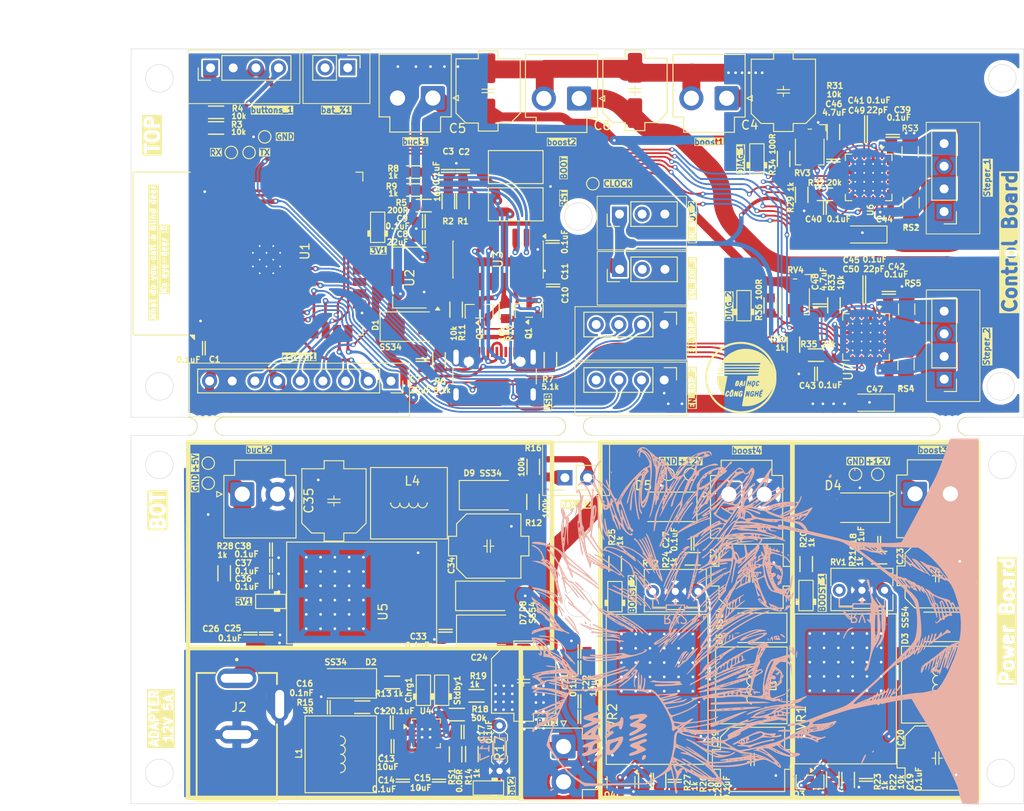
<source format=kicad_pcb>
(kicad_pcb (version 20241229) (generator "pcbnew") (generator_version "9.0")
  (layers (0 "F.Cu" signal) (2 "B.Cu" signal) (13 "F.Paste" user) (15 "B.Paste" user) (5 "F.SilkS" user "F.Silkscreen") (7 "B.SilkS" user "B.Silkscreen") (1 "F.Mask" user) (3 "B.Mask" user) (25 "Edge.Cuts" user))
  (net 0 "")
  (net 1 "Net-(5V1-A)")
  (net 2 "GND")
  (net 3 "+12V_1")
  (net 4 "+12V_2")
  (net 5 "Net-(BOOST_1-A)")
  (net 6 "Net-(BOOST_2-A)")
  (net 7 "Vbat")
  (net 8 "+5V")
  (net 9 "Adapter_+12V")
  (net 10 "Net-(U4-VS)")
  (net 11 "/Power Circuits/Vreg")
  (net 12 "Net-(Chrg1-K)")
  (net 13 "Net-(Chrg1-A)")
  (net 14 "Net-(D2-K)")
  (net 15 "Net-(D3-A)")
  (net 16 "Net-(D7-K)")
  (net 17 "Net-(Q3-C)")
  (net 18 "Net-(Q3-B)")
  (net 19 "Net-(Q4-C)")
  (net 20 "Net-(Q4-B)")
  (net 21 "Net-(C16-Pad1)")
  (net 22 "/Power Circuits/NTC")
  (net 23 "Net-(VR1-FB)")
  (net 24 "Net-(VR2-FB)")
  (net 27 "Net-(U4-RTRICK)")
  (net 28 "Net-(Stdby1-K)")
  (net 30 "Net-(bat2-A)")
  (net 31 "Net-(D6-A)")
  (net 32 "Net-(D9-K)")
  (net 33 "Net-(bat_%2-Pin_1)")
  (net 34 "RX_TMC")
  (net 35 "/esp_EN")
  (net 36 "+3.3V")
  (net 37 "/SCL1")
  (net 38 "/RX")
  (net 39 "/CS")
  (net 40 "/DTR")
  (net 41 "GND1")
  (net 42 "Net-(Steper_2-Pin_2)")
  (net 43 "EN_2")
  (net 44 "/SCL")
  (net 45 "STEP_1")
  (net 46 "esp32_CLK")
  (net 47 "DIR_1")
  (net 48 "TX_TMC")
  (net 49 "USB_5V")
  (net 50 "/MOSI")
  (net 51 "DIAG_2")
  (net 52 "DIAG_1")
  (net 53 "STEP_2")
  (net 54 "DIR_2")
  (net 55 "/TX")
  (net 56 "Net-(U6-BRA)")
  (net 57 "/D+")
  (net 58 "EN_1")
  (net 59 "/MISO")
  (net 60 "/SDA1")
  (net 61 "/RST")
  (net 62 "Net-(U7-VREF)")
  (net 63 "Net-(Q2-B)")
  (net 64 "Net-(U6-CPI)")
  (net 65 "/BACKLIGHT")
  (net 66 "/SCK")
  (net 67 "Net-(J1-CC1)")
  (net 68 "/SDA")
  (net 69 "Net-(U6-~{EN})")
  (net 70 "Net-(U7-~{EN})")
  (net 71 "Net-(U6-VREF)")
  (net 72 "Net-(Steper_2-Pin_4)")
  (net 73 "Net-(U7-BRB)")
  (net 74 "Net-(U7-VCP)")
  (net 75 "/D-")
  (net 76 "Net-(U3-TXD)")
  (net 77 "/DC")
  (net 78 "Net-(3V1-A)")
  (net 79 "Net-(Steper_1-Pin_4)")
  (net 80 "Net-(U6-VCP)")
  (net 81 "Net-(U6-CPO)")
  (net 82 "Net-(U6-SPREAD)")
  (net 83 "Net-(U3-RXD)")
  (net 84 "Net-(U7-SPREAD)")
  (net 85 "Net-(J1-CC2)")
  (net 86 "Net-(DIAG_1-A)")
  (net 87 "Net-(Q1-B)")
  (net 88 "Net-(Steper_1-Pin_2)")
  (net 89 "Net-(U7-CPO)")
  (net 90 "Net-(DIAG_2-A)")
  (net 91 "Net-(U7-BRA)")
  (net 92 "Net-(U7-CPI)")
  (net 94 "Net-(Steper_2-Pin_1)")
  (net 95 "Net-(Steper_2-Pin_3)")
  (net 98 "/BTN2")
  (net 99 "/BTN3")
  (net 107 "/BTN1")
  (net 113 "Net-(U6-BRB)")
  (net 114 "ROT_TRK_1")
  (net 115 "Net-(Steper_1-Pin_1)")
  (net 117 "Net-(Steper_1-Pin_3)")
  (net 118 "ROT_TRK_2")
  (footprint "PCM_Inductor_SMD_Handsoldering_AKL:L_7.3x7.3_H4.5" (layer "F.Cu") (at 140.31681 127.164144 90)
    (property "Reference" "L2")
    (property "Value" "47uH" (hide yes))
  )
  (footprint "PCM_4ms_Capacitor:C_0603" (layer "F.Cu") (at 82.81181 77.049144 180)
    (property "Reference" "C8")
    (property "Value" "22uF")
  )
  (footprint "Connector_JST:JST_VH_B2P-VH-B_1x02_P3.96mm_Vertical" (layer "F.Cu") (at 100.21181 61.499144 180)
    (property "Reference" "boost2")
    (property "Value" "boost_2")
  )
  (footprint "Connector_PinHeader_2.54mm:PinHeader_1x02_P2.54mm_Vertical" (layer "F.Cu") (at 98.61431 103.981644 90)
    (property "Reference" "bat_%2")
    (property "Value" "battery _percentage")
  )
  (footprint "Connector_JST:JST_VH_B2P-VH-B_1x02_P3.96mm_Vertical" (layer "F.Cu") (at 116.98181 105.839144)
    (property "Reference" "boost4")
    (property "Value" "boost_2")
  )
  (footprint "Connector_JST:JST_VH_B2P-VH-B_1x02_P3.96mm_Vertical" (layer "F.Cu") (at 137.83431 105.789144)
    (property "Reference" "boost3")
    (property "Value" "boost_1")
  )
  (footprint "Diode_SMD:D_SMA" (layer "F.Cu") (at 140.81681 120.689144 180)
    (property "Reference" "D3")
    (property "Value" "SS54")
  )
  (footprint "Diode_SMD:D_SMA" (layer "F.Cu") (at 74.002152 127.019144 180)
    (property "Reference" "D2")
    (property "Value" "SS34")
  )
  (footprint "PCM_4ms_Capacitor:C_0603" (layer "F.Cu") (at 127.14681 84.669144 -90)
    (property "Reference" "C48")
    (property "Value" "4.7uF")
  )
  (footprint "my_custom_footprint:GCT_DCJ200-10-A-XX-K_REVA" (layer "F.Cu") (at 61.857152 133.001644)
    (property "Reference" "J2")
    (property "Value" "Barrel_Jack_Switch_Pin3Ring")
  )
  (footprint "PCM_4ms_Resistor:R_0603" (layer "F.Cu") (at 96.98681 90.799144 90)
    (property "Reference" "R7")
    (property "Value" "5.1k")
  )
  (footprint "Diode_SMD:D_SMA" (layer "F.Cu") (at 119.96681 120.789144 180)
    (property "Reference" "D6")
    (property "Value" "SS54")
  )
  (footprint "PCM_LED_SMD_AKL:LED_0603_1608Metric_Pad1.05x0.95mm" (layer "F.Cu") (at 84.807152 127.789144 90)
    (property "Reference" "Stdby1")
    (property "Value" "LED" (hide yes))
  )
  (footprint "Potentiometer_SMD:Potentiometer_Bourns_TC33X_Vertical" (layer "F.Cu") (at 126.03681 67.034144 -90)
    (property "Reference" "RV3")
    (property "Value" "20k")
  )
  (footprint "PCM_4ms_Resistor:R_0603" (layer "F.Cu") (at 121.61681 84.694144 -90)
    (property "Reference" "R36")
    (property "Value" "100R")
  )
  (footprint "Connector_PinHeader_2.54mm:PinHeader_1x04_P2.54mm_Vertical" (layer "F.Cu") (at 58.91681 58.074144 90)
    (property "Reference" "buttons_1")
    (property "Value" "Conn_01x04")
  )
  (footprint "PCM_4ms_Capacitor:C_0603" (layer "F.Cu") (at 100.24181 125.239144)
    (property "Reference" "C31" (hide yes))
    (property "Value" "10uF" (hide yes))
  )
  (footprint "PCM_4ms_Capacitor:C_0603" (layer "F.Cu") (at 132.14681 83.719144 180)
    (property "Reference" "C50")
    (property "Value" "22pF")
  )
  (footprint "Diode_SMD:D_SMA" (layer "F.Cu") (at 89.97931 121.014144)
    (property "Reference" "D7")
    (property "Value" "SS54" (hide yes))
  )
  (footprint "PCM_4ms_Resistor:R_0603" (layer "F.Cu") (at 86.507152 130.514144 180)
    (property "Reference" "R18")
    (property "Value" "50k")
  )
  (footprint "PCM_4ms_Capacitor:C_0603" (layer "F.Cu") (at 65.69181 113.839144)
    (property "Reference" "C37")
    (property "Value" "0.1uF")
  )
  (footprint "PCM_4ms_Resistor:R_0603" (layer "F.Cu") (at 95.06681 102.764144 90)
    (property "Reference" "R16")
    (property "Value" "100k")
  )
  (footprint "Connector_PinHeader_2.54mm:PinHeader_1x02_P2.54mm_Vertical" (layer "F.Cu") (at 74.28681 58.069144 -90)
    (property "Reference" "bat_%1")
    (property "Value" "battery _percentage")
  )
  (footprint "Package_TO_SOT_SMD:SOT-223-3_TabPin2" (layer "F.Cu") (at 81.22681 81.557804 180)
    (property "Reference" "U2")
    (property "Value" "AMS1117-3.3")
  )
  (footprint "Package_TO_SOT_SMD:SOT-23" (layer "F.Cu") (at 126.06681 138.064144 -90)
    (property "Reference" "Q3")
    (property "Value" "SS8050")
  )
  (footprint "PCM_Capacitor_SMD_Handsoldering_AKL:C_Elec_6.3x7.7" (layer "F.Cu") (at 90.01181 60.649144 90)
    (property "Reference" "C5")
    (property "Value" "100uF" (hide yes))
  )
  (footprint "PCM_LED_SMD_AKL:LED_0603_1608Metric_Pad1.05x0.95mm" (layer "F.Cu") (at 120.11681 68.274144 90)
    (property "Reference" "DIAG_1")
    (property "Value" "LED" (hide yes))
  )
  (footprint "Connector_PinHeader_2.54mm:PinHeader_1x04_P2.54mm_Vertical" (layer "F.Cu") (at 109.73481 93.035144 -90)
    (property "Reference" "EN_TOP_2")
    (property "Value" "Conn_01x04")
  )
  (footprint "PCM_Capacitor_SMD_Handsoldering_AKL:C_Elec_6.3x7.7" (layer "F.Cu") (at 140.31681 135.389144)
    (property "Reference" "C20")
    (property "Value" "330uF" (hide yes))
  )
  (footprint "PCM_4ms_Capacitor:C_0603" (layer "F.Cu") (at 134.89681 83.269144 90)
    (property "Reference" "C42")
    (property "Value" "0.1uF")
  )
  (footprint "PCM_4ms_Resistor:R_0603" (layer "F.Cu") (at 128.74681 84.669144 90)
    (property "Reference" "R33")
    (property "Value" "10k")
  )
  (footprint "PCM_4ms_Capacitor:C_0603" (layer "F.Cu") (at 128.68681 68.459144 90)
    (property "Reference" "C46")
    (property "Value" "4.7uF")
  )
  (footprint "PCM_4ms_Capacitor:C_0603" (layer "F.Cu") (at 127.73681 73.734144)
    (property "Reference" "C40")
    (property "Value" "0.1uF")
  )
  (footprint "PCM_Inductor_SMD_Handsoldering_AKL:L_7.3x7.3_H4.5" (layer "F.Cu") (at 119.49181 127.239144 90)
    (property "Reference" "L3")
    (property "Value" "47uH" (hide yes))
  )
  (footprint "PCM_Potentiometer_THT_AKL_Double:Potentiometer_Bourns_3266Y_Vertical" (layer "F.Cu") (at 129.34181 116.589144 180)
    (property "Reference" "RV1")
    (property "Value" "10k" (hide yes))
  )
  (footprint "Connector_JST:JST_VH_B2P-VH-B_1x02_P3.96mm_Vertical" (layer "F.Cu") (at 83.82181 61.449144 180)
    (property "Reference" "buck1")
    (property "Value" "buck")
  )
  (footprint "PCM_4ms_Resistor:R_0603" (layer "F.Cu") (at 82.78681 73.499144)
    (property "Reference" "R5")
    (property "Value" "200R")
  )
  (footprint "Connector_JST:JST_VH_B2P-VH-B_1x02_P3.96mm_Vertical" (layer "F.Cu") (at 62.47181 105.826644)
    (property "Reference" "buck2")
    (property "Value" "buck")
  )
  (footprint "PCM_LED_SMD_AKL:LED_0603_1608Metric_Pad1.05x0.95mm" (layer "F.Cu") (at 125.61681 117.176644 90)
    (property "Reference" "BOOST_1")
    (property "Value" "LED" (hide yes))
  )
  (footprint "PCM_4ms_Capacitor:C_0603" (layer "F.Cu") (at 132.33681 64.184144 180)
    (property "Reference" "C41")
    (property "Value" "0.1uF")
  )
  (footprint "PCM_4ms_Resistor:R_0603" (layer "F.Cu") (at 126.73681 90.249144 180)
    (property "Reference" "R35")
    (property "Value" "20k")
  )
  (footprint "PCM_Capacitor_SMD_Handsoldering_AKL:C_Elec_6.3x7.7" (layer "F.Cu") (at 119.46681 115.014144)
    (property "Reference" "C32")
    (property "Value" "100uF" (hide yes))
  )
  (footprint "Package_TO_SOT_SMD:SOT-23" (layer "F.Cu") (at 94.60181 85.245304 90)
    (property "Reference" "Q1")
    (property "Value" "SS8050")
  )
  (footprint "Package_TO_SOT_SMD:SOT-23" (layer "F.Cu") (at 89.00181 85.332804 90)
    (property "Reference" "Q2")
    (property "Value" "SS8050")
  )
  (footprint "PCM_4ms_Capacitor:C_0603" (layer "F.Cu") (at 132.14681 82.119144 180)
    (property "Reference" "C45")
    (property "Value" "0.1uF")
  )
  (footprint "PCM_4ms_Resistor:R_0603" (layer "F.Cu") (at 123.10681 68.279144 -90)
    (property "Reference" "R34")
    (property "Value" "100R")
  )
  (footprint "PCM_4ms_Capacitor:C_0603" (layer "F.Cu") (at 79.207152 131.414144 180)
    (property "Reference" "C12")
    (property "Value" "0.1uF")
  )
  (footprint "TestPoint:TestPoint_Pad_D1.0mm" (layer "F.Cu") (at 112.65431 103.601644)
    (property "Reference" "+12V")
    (property "Value" "TestPoint")
  )
  (footprint "Connector_USB:USB_C_Receptacle_GCT_USB4105-xx-A_16P_TopMnt_Horizontal" (layer "F.Cu") (at 90.73681 93.574144)
    (property "Reference" "USB")
    (property "Value" "USB_C_Receptacle_USB2.0_16P")
  )
  (footprint "PCM_4ms_Capacitor:C_0603" (layer "F.Cu") (at 132.33681 65.734144 180)
    (property "Reference" "C49")
    (property "Value" "22pF")
  )
  (footprint "PCM_4ms_Resistor:R_1206_3216Metric" (layer "F.Cu") (at 136.89681 85.106644 90)
    (property "Reference" "RS5")
    (property "Value" "0.1R")
  )
  (footprint "PCM_4ms_Capacitor:C_0603" (layer "F.Cu") (at 126.73681 92.349144)
    (property "Reference" "C43")
    (property "Value" "0.1uF")
  )
  (footprint "PCM_4ms_Capacitor:C_0603" (layer "F.Cu") (at 100.24181 129.039144)
    (property "Reference" "C21")
    (property "Value" "0.1uF")
  )
  (footprint "PCM_4ms_Capacitor:C_0603" (layer "F.Cu") (at 82.81181 75.249144 180)
    (property "Reference" "C9")
    (property "Value" "0.1uF")
  )
  (footprint "TestPoint:TestPoint_Pad_D1.0mm" (layer "F.Cu") (at 133.65431 103.601644)
    (property "Reference" "+12V")
    (property "Value" "TestPoint")
  )
  (footprint "Diode_SMD:D_SMA" (layer "F.Cu") (at 89.87931 117.214144)
    (property "Reference" "D8")
    (property "Value" "SS54")
  )
  (footprint "PCM_4ms_Resistor:R_0603" (layer "F.Cu") (at 95.04181 106.689144 90)
    (property "Reference" "R12")
    (property "Value" "100k")
  )
  (footprint "PCM_4ms_Capacitor:C_0603" (layer "F.Cu") (at 133.81681 111.314144 180)
    (property "Reference" "C18")
    (property "Value" "0.1uF")
  )
  (footprint "Connector_PinHeader_2.54mm:PinHeader_1x04_P2.54mm_Vertical" (layer "F.Cu") (at 109.73681 86.819144 -90)
    (property "Reference" "EN_TOP_1")
    (property "Value" "Conn_01x04")
  )
  (footprint "PCM_4ms_Capacitor:C_0603" (layer "F.Cu") (at 97.22681 77.557804 -90)
    (property "Reference" "C11")
    (property "Value" "0.1uF")
  )
  (footprint "PCM_4ms_Capacitor:C_0603" (layer "F.Cu") (at 135.33681 65.684144 90)
    (property "Reference" "C39")
    (property "Value" "0.1uF")
  )
  (footprint "Button_Switch_SMD:SW_SPST_CK_RS282G05A3" (layer "F.Cu") (at 93.10181 73.357804)
    (property "Reference" "RST")
    (property "Value" "boot")
  )
  (footprint "PCM_4ms_Resistor:R_0603" (layer "F.Cu") (at 84.51181 90.824144 -90)
    (property "Reference" "R6")
    (property "Value" "5.1k")
  )
  (footprint "PCM_4ms_Resistor:R_0603" (layer "F.Cu") (at 125.13681 72.284144 90)
    (property "Reference" "R29")
    (property "Value" "1k")
  )
  (footprint "RF_Module:ESP32-WROOM-32" (layer "F.Cu") (at 66.09681 78.874144 90)
    (property "Reference" "U1")
    (property "Value" "ESP32-WROOM-32")
  )
  (footprint "PCM_4ms_Resistor:R_0603" (layer "F.Cu") (at 112.91681 113.064144)
    (property "Reference" "R24")
    (property "Value" "1k")
  )
  (footprint "PCM_4ms_Capacitor:C_0603" (layer "F.Cu") (at 65.14181 121.439144 90)
    (property "Reference" "C26")
    (property "Value" "0.1uF" (hide yes))
  )
  (footprint "PCM_LED_SMD_AKL:LED_0603_1608Metric_Pad1.05x0.95mm" (layer "F.Cu") (at 104.21681 117.301644 90)
    (property "Reference" "BOOST_2")
    (property "Value" "LED" (hide yes))
  )
  (footprint "Diode_SMD:D_SMA" (layer "F.Cu") (at 90.29181 105.939144)
    (property "Reference" "D9")
    (property "Value" "SS34")
  )
  (footprint "Capacitor_Tantalum_SMD:CP_EIA-3216-12_Kemet-S_HandSolder" (layer "F.Cu") (at 132.19681 76.734144 180)
    (property "Reference" "C44")
    (property "Value" "100uF")
  )
  (footprint "Connector_PinHeader_2.54mm:PinHeader_1x04_P2.54mm_Vertical" (layer "F.Cu") (at 141.09681 92.944144 180)
    (property "Reference" "Steper_2")
    (property "Value" "Conn_01x04")
  )
  (footprint "Panelization.pretty-master:mouse-bite-2mm-slot" (layer "F.Cu") (at 141.63181 98.226762 180)
    (property "Reference" "mouse-bite-2mm-slot" (hide yes))
    (property "Value" "VAL**" (hide yes))
  )
  (footprint "PCM_4ms_Capacitor:C_0603" (layer "F.Cu") (at 80.457152 137.914144 -90)
    (property "Reference" "C14")
    (property "Value" "0.1uF")
  )
  (footprint "TestPoint:TestPoint_Pad_D1.0mm" (layer "F.Cu") (at 64.98681 65.799144 180)
    (property "Reference" "GND")
    (property "Value" "TestPoint")
  )
  (footprint "PCM_4ms_Resistor:R_0603" (layer "F.Cu") (at 88.19181 134.939144 90)
    (property "Reference" "R14")
    (property "Value" "1k")
  )
  (footprint "TestPoint:TestPoint_Pad_D1.0mm" (layer "F.Cu") (at 58.65431 104.601644 90)
    (property "Reference" "GND")
    (property "Value" "TestPoint")
  )
  (footprint "PCM_4ms_Capacitor:C_0603" (layer "F.Cu") (at 87.157152 132.464144)
    (property "Reference" "C17")
    (property "Value" "0.1uF")
  )
  (footprint "PCM_4ms_Capacitor:C_0603" (layer "F.Cu") (at 58.17231 89.474144 180)
    (property "Reference" "C1")
    (property "Value" "0.1uF")
  )
  (footprint "PCM_4ms_Resistor:R_0603" (layer "F.Cu") (at 79.257152 126.914144)
    (property "Reference" "R13")
    (property "Value" "1k")
  )
  (footprint "PCM_Inductor_SMD_Handsoldering_AKL:L_7.3x7.3_H4.5" (layer "F.Cu") (at 73.507152 134.964144 -90)
    (property "Reference" "L1")
    (property "Value" "22uH" (hide yes))
  )
  (footprint "TestPoint:TestPoint_Pad_D1.0mm" (layer "F.Cu") (at 101.73681 71.049144)
    (property "Reference" "CLOCK")
    (property "Value" "TestPoint")
  )
  (footprint "Package_DFN_QFN:VQFN-28-1EP_5x5mm_P0.5mm_EP3.7x3.7mm_ThermalVias" (layer "F.Cu") (at 132.63681 70.334144 -90)
    (property "Reference" "U6")
    (property "Value" "TMC2209-LA")
  )
  (footprint "PCM_4ms_Resistor:R_0603" (layer "F.Cu") (at 87.17681 73.007804 90)
    (property "Reference" "R1")
    (property "Value" "10k")
  )
  (footprint "PCM_4ms_Capacitor:C_0603" (layer "F.Cu") (at 97.28681 82.449144 90)
    (property "Reference" "C10")
    (property "Value" "0.1uF" (hide yes))
  )
  (footprint "PCM_4ms_Capacitor:C_0603" (layer "F.Cu") (at 85.24181 121.126644 -90)
    (property "Reference" "C33")
    (property "Value" "0.1uF")
  )
  (footprint "PCM_4ms_Resistor:R_0603" (layer "F.Cu") (at 85.55181 73.007804 90)
    (property "Reference" "R2")
    (property "Value" "10k" (hide yes))
  )
  (footprint "PCM_Package_TO_SOT_SMD_AKL:TO-263-5_TabPin3_ThermalVias" (layer "F.Cu") (at 75.84181 116.889144 180)
    (property "Reference" "U5")
    (property "Value" "LM2596S-buck" (hide yes))
  )
  (footprint "PCM_LED_SMD_AKL:LED_0603_1608Metric_Pad1.05x0.95mm" (layer "F.Cu") (at 65.66681 117.839144 180)
    (property "Reference" "5V1")
    (property "Value" "LED" (hide yes))
  )
  (footprint "LOGO" (layer "F.Cu") (at 118.31681 92.759144)
    (property "Reference" "G***" (hide yes))
    (property "Value" "LOGO" (hide yes))
  )
  (footprint "PCM_4ms_Capacitor:C_0603" (layer "F.Cu") (at 100.24181 123.439144)
    (property "Reference" "C30" (hide yes))
    (property "Value" "0.1uF" (hide yes))
  )
  (footprint "Connector_PinHeader_2.54mm:PinHeader_1x03_P2.54mm_Vertical" (layer "F.Cu") (at 104.73681 80.639144 90)
    (property "Reference" "EN_BOT_1")
    (property "Value" "Conn_01x03")
  )
  (footprint "PCM_4ms_Capacitor:C_0603" (layer "F.Cu") (at 132.34181 137.826644 -90)
    (property "Reference" "C19")
    (property "Value" "0.1uF")
  )
  (footprint "Connector_JST:JST_VH_B2P-VH-B_1x02_P3.96mm_Vertical" (layer "F.Cu") (at 116.73681 61.474144 180)
    (property "Reference" "boost1")
    (property "Value" "boost_1")
  )
  (footprint "PCM_4ms_Capacitor:C_0603" (layer "F.Cu") (at 79.307152 134.064144 180)
    (property "Reference" "C13")
    (property "Value" "10uF")
  )
  (footprint "PCM_4ms_Capacitor:C_0603" (layer "F.Cu") (at 110.89181 137.939144 -90)
    (property "Reference" "C28")
    (property "Value" "0.1uF")
  )
  (footprint "Diode_SMD:D_SMA" (layer "F.Cu") (at 109.89181 107.239144 180)
    (property "Reference" "D5")
    (property "Value" "SS54")
  )
  (footprint "Panelization.pretty-master:mouse-bite-2mm-slot" (layer "F.Cu") (at 58.411981 98.226762 180)
    (property "Reference" "mouse-bite-2mm-slot" (hide yes))
    (property "Value" "VAL**" (hide yes))
  )
  (footprint "PCM_4ms_Capacitor:C_0603" (layer "F.Cu") (at 112.91681 111.339144 180)
    (property "Reference" "C27")
    (property "Value" "0.1uF")
  )
  (footprint "PCM_4ms_Resistor:R_1206_3216Metric" (layer "F.Cu") (at 137.38681 73.181644 -90)
    (property "Reference" "RS2")
    (property "Value" "0.1R")
  )
  (footprint "PCM_4ms_Resistor:R_0603" (layer "F.Cu") (at 60.44181 114.689144 90)
    (property "Reference" "R28")
    (property "Value" "1k")
  )
  (footprint "PCM_LED_SMD_AKL:LED_0603_1608Metric_Pad1.05x0.95mm" (layer "F.Cu") (at 82.757152 127.789144 90)
    (property "Reference" "Chrg1")
    (property "Value" "LED" (hide yes))
  )
  (footprint "PCM_4ms_Resistor:R_0603" (layer "F.Cu") (at 86.36681 134.964144 -90)
    (property "Reference" "RS1")
    (property "Value" "0.05R")
  )
  (footprint "PCM_4ms_Resistor:R_1206_3216Metric" (layer "F.Cu") (at 136.82181 91.306644 -90)
    (property "Reference" "RS4")
    (property "Value" "0.1R")
  )
  (footprint "PCM_4ms_Resistor:R_0603" (layer "F.Cu") (at 124.21181 89.074144 90)
    (property "Reference" "R30")
    (property "Value" "1k")
  )
  (footprint "TestPoint:TestPoint_Pad_D1.0mm" (layer "F.Cu") (at 63.23681 67.549144 90)
    (property "Reference" "TX")
    (property "Value" "TestPoint")
  )
  (footprint "Potentiometer_SMD:Potentiometer_Bourns_TC33X_Vertical" (layer "F.Cu") (at 124.39681 83.819144 -90)
    (property "Reference" "RV4")
    (property "Value" "20k")
  )
  (footprint "TestPoint:TestPoint_Pad_D1.0mm" (layer "F.Cu") (at 110.15431 103.601644)
    (property "Reference" "GND")
    (property "Value" "TestPoint")
  )
  (footprint "PCM_Package_TO_SOT_SMD_AKL:TO-263-5_TabPin6_ThermalVias" (layer "F.Cu") (at 108.94181 127.689144 90)
    (property "Reference" "VR2")
    (property "Value" "XL6019" (hide yes))
  )
  (footprint "PCM_4ms_Capacitor:C_0603" (layer "F.Cu") (at 72.162152 129.689144 180)
    (property "Reference" "C16")
    (property "Value" "0.1nF")
  )
  (footprint "PCM_4ms_Resistor:R_0603" (layer "F.Cu") (at 128.68681 65.259144 90)
    (property "Reference" "R31")
    (property "Value" "10k")
  )
  (footprint "Capacitor_Tantalum_SMD:CP_EIA-3216-12_Kemet-S_HandSolder" (layer "F.Cu") (at 133.01181 95.574144 180)
    (property "Reference" "C47")
    (property "Value" "100uF")
  )
  (footprint "PCM_4ms_Capacitor:C_0603" (layer "F.Cu") (at 85.52681 69.607804 90)
    (property "Reference" "C3")
    (property "Value" "0.1uF" (hide yes))
  )
  (footprint "PCM_4ms_Resistor:R_0603" (layer "F.Cu") (at 109.21681 137.939144 90)
    (property "Reference" "R26")
    (property "Value" "10k")
  )
  (footprint "PCM_4ms_Capacitor:C_0603" (layer "F.Cu") (at 82.68681 90.799144 -90)
    (property "Reference" "C7")
    (property "Value" "22uF")
  )
  (footprint "PCM_4ms_Resistor:R_0603" (layer "F.Cu") (at 127.73681 72.234144 180)
    (property "Reference" "R32")
    (property "Value" "20k")
  )
  (footprint "PCM_4ms_Resistor:R_0603" (layer "F.Cu") (at 91.95181 85.307804 -90)
    (property "Reference" "R10")
    (property "Value" "10k")
  )
  (footprint "PCM_4ms_Resistor:R_0603" (layer "F.Cu") (at 125.64181 113.651644 90)
    (property "Reference" "R20")
    (property "Value" "1k")
  )
  (footprint "PCM_Resistor_THT_AKL_Double:R_Axial_DIN0204_L3.6mm_D1.6mm_P5.08mm_Horizontal" (layer "F.Cu") (at 91.29181 136.829144 90)
    (property "Reference" "R17")
    (property "Value" "47d 3950 (10K)" (hide yes))
  )
  (footprint "PCM_LED_SMD_AKL:LED_0603_1608Metric_Pad1.05x0.95mm" (layer "F.Cu") (at 77.63681 75.924144 90)
    (property "Reference" "3V1")
    (property "Value" "LED" (hide yes))
  )
  (footprint "PCM_4ms_Resistor:R_0603" (layer "F.Cu") (at 107.56681 137.939144 -90)
    (property "Reference" "R27")
    (property "Value" "1k")
  )
  (footprint "PCM_4ms_Resistor:R_0603" (layer "F.Cu") (at 86.42681 85.157804 90)
    (property "Reference" "R11")
    (property "Value" "10k")
  )
  (footprint "TestPoint:TestPoint_Pad_D1.0mm" (layer "F.Cu") (at 58.65431 102.351644 90)
    (property "Reference" "+5V")
    (property "Value" "TestPoint")
  )
  (footprint "PCM_4ms_Resistor:R_0603" (layer "F.Cu") (at 81.73681 71.749144 180)
    (property "Reference" "R9")
    (property "Value" "1k")
  )
  (footprint "PCM_Capacitor_SMD_Handsoldering_AKL:C_Elec_6.3x7.7" (layer "F.Cu") (at 90.07931 111.639144)
    (property "Reference" "C34")
    (property "Value" "100uF" (hide yes))
  )
  (footprint "PCM_4ms_Resistor:R_0603" (layer "F.Cu") (at 104.24181 113.626644 90)
    (property "Reference" "R25")
    (property "Value" "1k")
  )
  (footprint "PCM_LED_SMD_AKL:LED_0603_1608Metric_Pad1.05x0.95mm" (layer "F.Cu") (at 90.04181 138.739144 180)
    (property "Reference" "bat2")
    (property "Value" "LED" (hide yes))
  )
  (footprint "PCM_4ms_Capacitor:C_0603" (layer "F.Cu") (at 84.507152 137.914144 -90)
    (property "Reference" "C15")
    (property "Value" "10uF")
  )
  (footprint "Button_Switch_SMD:SW_SPST_CK_RS282G05A3" (layer "F.Cu") (at 93.10181 69.182804)
    (property "Reference" "BOOT")
    (property "Value" "reset")
  )
  (footprint "PCM_4ms_Resistor:R_1206_3216Metric" (layer "F.Cu") (at 137.28681 67.484144 90)
    (property "Reference" "RS3")
    (property "Value" "0.1R")
  )
  (footprint "Package_TO_SOT_SMD:SOT-23" (layer "F.Cu") (at 104.89181 138.101644 -90)
    (property "Reference" "Q4")
    (property "Value" "SS8050")
  )
  (footprint "PCM_LED_SMD_AKL:LED_0603_1608Metric_Pad1.05x0.95mm" (layer "F.Cu") (at 118.66681 84.709144 90)
    (property "Reference" "DIAG_2")
    (property "Value" "LED" (hide yes))
  )
  (footprint "TestPoint:TestPoint_Pad_D1.0mm" (layer "F.Cu") (at 131.15431 103.601644)
    (property "Reference" "GND")
    (property "Value" "TestPoint")
  )
  (footprint "PCM_4ms_Capacitor:C_0603" (layer "F.Cu") (at 87.17681 69.607804 90)
    (property "Reference" "C2")
    (property "Value" "0.1uF")
  )
  (footprint "TestPoint:TestPoint_Pad_D1.0mm" (layer "F.Cu") (at 61.23681 67.549144)
    (property "Reference" "RX")
    (property "Value" "TestPoint")
  )
  (footprint "PCM_4ms_Resistor:R_0603" (layer "F.Cu") (at 75.912152 129.689144)
    (property "Reference" "R15")
    (property "Value" "3R")
  )
  (footprint "PCM_4ms_Resistor:R_0603" (layer "F.Cu") (at 59.53681 63.049144)
    (property "Reference" "R4")
    (property "Value" "10k")
  )
  (footprint "Connector_JST:JST_VH_B2P-VH-B_1x02_P3.96mm_Vertical" (layer "F.Cu") (at 98.45931 134.089144 -90)
    (property "Reference" "BAT1")
    (property "Value" "Bat_protected")
  )
  (footprint "PCM_Capacitor_SMD_Handsoldering_AKL:C_Elec_6.3x7.7" (layer "F.Cu") (at 123.08681 60.699144 90)
    (property "Reference" "C4")
    (property "Value" "100uF" (hide yes))
  )
  (footprint "PCM_Capacitor_SMD_Handsoldering_AKL:C_Elec_6.3x7.7" (layer "F.Cu") (at 140.31681 114.964144)
    (property "Reference" "C23")
    (property "Value" "100uF" (hide yes))
  )
  (footprint "PCM_4ms_Resistor:R_0603" (layer "F.Cu") (at 128.61681 137.789144 -90)
    (property "Reference" "R23")
    (property "Value" "1k")
  )
  (footprint "PCM_Capacitor_SMD_Handsoldering_AKL:C_Elec_6.3x7.7" (layer "F.Cu") (at 93.99181 126.764144 -90)
    (property "Reference" "C24")
    (property "Value" "100uF" (hide yes))
  )
  (footprint "PCM_Inductor_SMD_Handsoldering_AKL:L_7.3x7.3_H4.5" (layer "F.Cu") (at 81.14181 106.839144 180)
    (property "Reference" "L4")
    (property "Value" "33uH" (hide yes))
  )
  (footprint "Package_DFN_QFN:LQFN-16-1EP_3x3mm_P0.5mm_EP1.7x1.7mm" (layer "F.Cu") (at 83.047152 132.614144)
    (property "Reference" "U4")
    (property "Value" "TP5100")
  )
  (footprint "PCM_4ms_Resistor:R_0603" (layer "F.Cu") (at 59.53681 64.799144)
    (property "Reference" "R3")
    (property "Value" "10k")
  )
  (footprint "PCM_Capacitor_SMD_Handsoldering_AKL:C_Elec_6.3x7.7" (layer "F.Cu") (at 106.46181 60.599144 90)
    (property "Reference" "C6")
    (property "Value" "100uF" (hide yes))
  )
  (footprint "PCM_Potentiometer_THT_AKL_Double:Potentiometer_Bourns_3266Y_Vertical" (layer "F.Cu") (at 108.44181 116.714144 180)
    (property "Reference" "RV2")
    (property "Value" "10k" (hide yes))
  )
  (footprint "Diode_SMD:D_SMA" (layer "F.Cu") (at 131.49181 107.339144 180)
    (property "Reference" "D4")
    (property "Value" "SS54")
  )
  (footprint "PCM_4ms_Capacitor:C_0603" (layer "F.Cu") (at 100.232152 130.764144)
    (property "Reference" "C22")
    (property "Value" "10uF")
  )
  (footprint "Package_DFN_QFN:VQFN-28-1EP_5x5mm_P0.5mm_EP3.7x3.7mm_ThermalVias" (layer "F.Cu") (at 132.34681 88.219144 -90)
    (property "Reference" "U7")
    (property "Value" "TMC2209-LA")
  )
  (footprint "PCM_4ms_Resistor:R_0603" (layer "F.Cu") (at 130.34181 137.839144 90)
    (property "Reference" "R22")
    (property "Value" "10k")
  )
  (footprint "Package_SO:SOIC-16_3.9x9.9mm_P1.27mm" (layer "F.Cu") (at 91.12681 79.532804 -90)
    (property "Reference" "U3")
    (property "Value" "CH340C")
  )
  (footprint "PCM_Capacitor_SMD_Handsoldering_AKL:C_Elec_6.3x7.7" (layer "F.Cu") (at 72.74181 106.576644 90)
    (property "Reference" "C35")
    (property "Value" "100uF" (hide yes))
  )
  (footprint "PCM_Capacitor_SMD_Handsoldering_AKL:C_Elec_6.3x7.7" (layer "F.Cu") (at 119.62931 135.539144)
    (property "Reference" "C29")
    (property "Value" "330uF" (hide yes))
  )
  (footprint "PCM_Package_TO_SOT_SMD_AKL:TO-263-5_TabPin6_ThermalVias" (layer "F.Cu") (at 130.04181 127.639144 90)
    (property "Reference" "VR1")
    (property "Value" "XL6019" (hide yes))
  )
  (footprint "Diode_SMD:D_SMA" (layer "F.Cu") (at 81.42681 87.057804)
    (property "Reference" "D1")
    (property "Value" "SS34")
  )
  (footprint "PCM_4ms_Capacitor:C_0603" (layer "F.Cu") (at 65.69181 112.039144)
    (property "Reference" "C38")
    (property "Value" "0.1uF")
  )
  (footprint "PCM_4ms_Capacitor:C_0603" (layer "F.Cu") (at 65.69181 115.639144)
    (property "Reference" "C36")
    (property "Value" "0.1uF")
  )
  (footprint "PCM_4ms_Resistor:R_0603" (layer "F.Cu") (at 88.707152 128.414144)
    (property "Reference" "R19")
    (property "Value" "1k")
  )
  (footprint "Panelization.pretty-master:mouse-bite-2mm-slot" (layer "F.Cu") (at 99.69181 98.226762 180)
    (property "Reference" "mouse-bite-2mm-slot" (hide yes))
    (property "Value" "VAL**" (hide yes))
  )
  (footprint "Connector_PinHeader_2.54mm:PinHeader_1x03_P2.54mm_Vertical" (layer "F.Cu") (at 104.72681 74.449144 90)
    (property "Reference" "EN_BOT_2")
    (property "Value" "Conn_01x03")
  )
  (footprint "PCM_4ms_Capacitor:C_0603" (layer "F.Cu") (at 63.39181 121.439144 90)
    (property "Reference" "C25")
    (property "Value" "0.1uF")
  )
  (footprint "PCM_4ms_Resistor:R_0603" (layer "F.Cu") (at 133.81681 112.939144)
    (property "Reference" "R21")
    (property "Value" "1k")
  )
  (footprint "PCM_4ms_Resistor:R_0603" (layer "F.Cu") (at 81.72681 69.749144 180)
    (property "Reference" "R8")
    (property "Value" "1k")
  )
  (footprint "Connector_PinSocket_2.54mm:PinSocket_1x09_P2.54mm_Vertical" (layer "F.Cu") (at 79.12681 93.149144 -90)
    (property "Reference" "screen1")
    (property "Value" "Conn_01x09_Pin")
  )
  (footprint "Connector_PinHeader_2.54mm:PinHeader_1x04_P2.54mm_Vertical" (layer "F.Cu") (at 141.08681 74.169144 180)
    (property "Reference" "Steper_1")
    (property "Value" "Conn_01x04")
  )
  (footprint "LOGO" (layer "B.Cu") (at 119.96681 119.951644 -90)
    (property "Reference" "G***" (hide yes))
    (property "Value" "LOGO" (hide yes))
  )
  (gr_rect (start 56.39181 123.031644) (end 93.676468 139.846644) (stroke (width 0.5)) (fill no) (layer "F.SilkS"))
  (gr_rect (start 56.411981 100.039144) (end 97.171639 123.064144) (stroke (width 0.5)) (fill no) (layer "F.SilkS"))
  (gr_rect (start 124.09806 100.039144) (end 144.91056 139.864144) (stroke (width 0.5)) (fill no) (layer "F.SilkS"))
  (gr_rect (start 102.58556 100.039144) (end 124.09806 139.864144) (stroke (width 0.5)) (fill no) (layer "F.SilkS"))
  (gr_arc (start 139.63181 97.201526) (mid 140.657046 98.226762) (end 139.63181 99.251998) (stroke (width 0.05)) (layer "Edge.Cuts"))
  (gr_circle (center 53.18681 93.749144) (end 54.73681 93.749144) (stroke (width 0.05)) (fill no) (layer "Edge.Cuts"))
  (gr_line (start 101.69681 99.251762) (end 138.95681 99.261762) (stroke (width 0.05)) (layer "Edge.Cuts"))
  (gr_circle (center 53.17931 102.551644) (end 54.72931 102.551644) (stroke (width 0.05)) (fill no) (layer "Edge.Cuts"))
  (gr_line (start 101.69181 97.201827) (end 139.63181 97.201526) (stroke (width 0.05)) (layer "Edge.Cuts"))
  (gr_line (start 150.01181 55.949144) (end 50.01181 55.949144) (stroke (width 0.05)) (layer "Edge.Cuts"))
  (gr_circle (center 147.60431 102.551644) (end 149.15431 102.551644) (stroke (width 0.05)) (fill no) (layer "Edge.Cuts"))
  (gr_arc (start 143.63681 99.251762) (mid 142.606803 98.229264) (end 143.63181 97.20175) (stroke (width 0.05)) (layer "Edge.Cuts"))
  (gr_line (start 143.63681 99.251762) (end 150.00431 99.251644) (stroke (width 0.05)) (layer "Edge.Cuts"))
  (gr_line (start 150.01181 97.199144) (end 150.01681 55.949144) (stroke (width 0.05)) (layer "Edge.Cuts"))
  (gr_arc (start 101.69681 99.251762) (mid 100.666801 98.229262) (end 101.69181 97.20175) (stroke (width 0.05)) (layer "Edge.Cuts"))
  (gr_line (start 150.00431 99.251644) (end 150.00431 140.501644) (stroke (width 0.05)) (layer "Edge.Cuts"))
  (gr_line (start 60.411981 99.251773) (end 97.69181 99.251998) (stroke (width 0.05)) (layer "Edge.Cuts"))
  (gr_circle (center 53.18681 59.249144) (end 54.73681 59.249144) (stroke (width 0.05)) (fill no) (layer "Edge.Cuts"))
  (gr_line (start 50.01181 97.199144) (end 56.411981 97.201527) (stroke (width 0.05)) (layer "Edge.Cuts"))
  (gr_circle (center 100.11431 118.021644) (end 101.66431 118.021644) (stroke (width 0.05)) (fill no) (layer "Edge.Cuts"))
  (gr_circle (center 147.61181 59.249144) (end 149.16181 59.249144) (stroke (width 0.05)) (fill no) (layer "Edge.Cuts"))
  (gr_line (start 143.63181 97.201827) (end 150.01181 97.199144) (stroke (width 0.05)) (layer "Edge.Cuts"))
  (gr_arc (start 60.416981 99.251762) (mid 59.386974 98.229264) (end 60.411981 97.20175) (stroke (width 0.05)) (layer "Edge.Cuts"))
  (gr_line (start 56.411981 99.254144) (end 50.00431 99.251644) (stroke (width 0.05)) (layer "Edge.Cuts"))
  (gr_line (start 50.00431 140.501644) (end 150.00431 140.501644) (stroke (width 0.05)) (layer "Edge.Cuts"))
  (gr_line (start 50.00431 99.251644) (end 50.00431 140.501644) (stroke (width 0.05)) (layer "Edge.Cuts"))
  (gr_line (start 97.69181 97.201526) (end 60.412 97.201827) (stroke (width 0.05)) (layer "Edge.Cuts"))
  (gr_circle (center 100.12181 74.719144) (end 101.67181 74.719144) (stroke (width 0.05)) (fill no) (layer "Edge.Cuts"))
  (gr_circle (center 147.42931 137.051644) (end 148.97931 137.051644) (stroke (width 0.05)) (fill no) (layer "Edge.Cuts"))
  (gr_arc (start 56.411981 97.201526) (mid 57.437217 98.226762) (end 56.411981 99.251998) (stroke (width 0.05)) (layer "Edge.Cuts"))
  (gr_circle (center 147.43681 93.749144) (end 148.98681 93.749144) (stroke (width 0.05)) (fill no) (layer "Edge.Cuts"))
  (gr_line (start 138.95681 99.261762) (end 139.63181 99.251998) (stroke (width 0.05)) (layer "Edge.Cuts"))
  (gr_circle (center 53.17931 137.051644) (end 54.72931 137.051644) (stroke (width 0.05)) (fill no) (layer "Edge.Cuts"))
  (gr_line (start 50.01181 55.949144) (end 50.01181 97.199144) (stroke (width 0.05)) (layer "Edge.Cuts"))
  (gr_arc (start 97.69181 97.201526) (mid 98.717046 98.226762) (end 97.69181 99.251998) (stroke (width 0.05)) (layer "Edge.Cuts"))
  (gr_text "No eye-deer :D" (at 54.08681 83.499144 90) (layer "F.SilkS" knockout) (effects (font (size 0.65 0.65) (thickness 0.1625) (bold yes)) (justify left bottom)))
  (gr_text "TOP" (at 53.30681 67.899144 90) (layer "F.SilkS" knockout) (effects (font (size 1.5 1.5) (thickness 0.375) (bold yes)) (justify left bottom)))
  (gr_text "What do you call a blind deer" (at 52.83681 86.399144 90) (layer "F.SilkS" knockout) (effects (font (size 0.65 0.65) (thickness 0.1625) (bold yes)) (justify left bottom)))
  (gr_text "Control Board" (at 149.33681 85.709144 90) (layer "F.SilkS" knockout) (effects (font (size 1.5 1.5) (thickness 0.375) (bold yes)) (justify left bottom)))
  (gr_text "BOT" (at 53.91431 110.091644 90) (layer "F.SilkS" knockout) (effects (font (size 1.5 1.5) (thickness 0.375) (bold yes)) (justify left bottom)))
  (gr_text "ADAPTER\n12V 5A" (at 54.79931 130.92493 90) (layer "F.SilkS" knockout) (effects (font (size 1 1) (thickness 0.25) (bold yes)) (justify bottom)))
  (gr_text "Power Board" (at 149.05431 127.401644 90) (layer "F.SilkS" knockout) (effects (font (size 1.5 1.5) (thickness 0.375) (bold yes)) (justify left bottom)))
  (segment (start 63.76681 117.839144) (end 64.79181 117.839144) (width 1) (layer "F.Cu") (net 1))
  (segment (start 62.017025 117.114359) (end 60.44181 115.539144) (width 1) (layer "F.Cu") (net 1))
  (arc (start 61.922025 117.141073) (mid 62.724833 117.677492) (end 63.67181 117.865858) (width 1) (layer "F.Cu") (net 1))
  (segment (start 125.21681 136.955933) (end 125.21681 135.971771) (width 1) (layer "F.Cu") (net 2))
  (segment (start 82.357152 138.764144) (end 80.457152 138.764144) (width 1) (layer "F.Cu") (net 2))
  (segment (start 122.00431 113.476644) (end 122.00431 115.014144) (width 2) (layer "F.Cu") (net 2))
  (segment (start 111.72831 111.339144) (end 112.06681 111.339144) (width 1) (layer "F.Cu") (net 2))
  (segment (start 71.596762 127.424533) (end 72.002152 127.019144) (width 1) (layer "F.Cu") (net 2))
  (segment (start 116.681385 138.789144) (end 110.89181 138.789144) (width 1) (layer "F.Cu") (net 2))
  (segment (start 92.61681 111.639144) (end 92.61681 106.843953) (width 2) (layer "F.Cu") (net 2))
  (segment (start 65.27931 120.589144) (end 65.41681 120.589144) (width 1) (layer "F.Cu") (net 2))
  (segment (start 66.54181 112.939144) (end 66.54181 112.039144) (width 1) (layer "F.Cu") (net 2))
  (segment (start 58.65431 108.101644) (end 58.65431 104.601644) (width 1) (layer "F.Cu") (net 2))
  (segment (start 131.15431 104.24809) (end 131.15431 103.601644) (width 1) (layer "F.Cu") (net 2))
  (segment (start 103.94181 135.064144) (end 105.54181 133.464144) (width 1) (layer "F.Cu") (net 2))
  (segment (start 131.54281 138.639144) (end 131.615293 138.639144) (width 1) (layer "F.Cu") (net 2))
  (segment (start 82.357152 138.764144) (end 84.507152 138.764144) (width 1) (layer "F.Cu") (net 2))
  (segment (start 101.71681 127.439144) (end 101.69181 127.414144) (width 1) (layer "F.Cu") (net 2))
  (segment (start 66.54181 114.739144) (end 66.54181 115.639144) (width 1) (layer "F.Cu") (net 2))
  (segment (start 142.85431 136.559962) (end 142.85431 135.389144) (width 1) (layer "F.Cu") (net 2))
  (segment (start 131.65431 105.101644) (end 131.40431 104.851644) (width 1) (layer "F.Cu") (net 2))
  (segment (start 98.58931 137.919144) (end 98.45931 138.049144) (width 2.5) (layer "F.Cu") (net 2))
  (segment (start 82.16681 112.389144) (end 81.811264 112.744689) (width 1) (layer "F.Cu") (net 2))
  (segment (start 110.44081 112.288144) (end 111.150454 111.578499) (width 1) (layer "F.Cu") (net 2))
  (segment (start 117.19181 138.490144) (end 117.04231 138.639644) (width 1) (layer "F.Cu") (net 2))
  (segment (start 103.94181 135.064144) (end 103.94181 137.164144) (width 0.7) (layer "F.Cu") (net 2))
  (segment (start 101.09181 125.239144) (end 101.09181 123.439144) (width 1) (layer "F.Cu") (net 2))
  (segment (start 122.24181 137.339144) (end 122.20431 137.301644) (width 1) (layer "F.Cu") (net 2))
  (segment (start 66.69181 121.589144) (end 66.69181 122.403788) (width 1) (layer "F.Cu") (net 2))
  (segment (start 71.21681 115.639144) (end 72.46681 116.889144) (width 1) (layer "F.Cu") (net 2))
  (segment (start 142.85431 113.360482) (end 142.85431 114.964144) (width 2) (layer "F.Cu") (net 2))
  (segment (start 66.69181 121.589144) (end 65.886264 120.783598) (width 1) (layer "F.Cu") (net 2))
  (segment (start 109.581086 104.174867) (end 110.15431 103.601644) (width 1) (layer "F.Cu") (net 2))
  (segment (start 130.60231 112.901644) (end 131.915099 111.588854) (width 1) (layer "F.Cu") (net 2))
  (segment (start 131.15056 117.320394) (end 131.88181 116.589144) (width 1) (layer "F.Cu") (net 2))
  (segment (start 101.09181 130.747656) (end 101.09181 127.424499) (width 1) (layer "F.Cu") (net 2))
  (segment (start 90.91681 137.469309) (end 90.91681 138.739144) (width 1) (layer "F.Cu") (net 2))
  (segment (start 101.71681 127.439144) (end 101.177165 127.439144) (width 1) (layer "F.Cu") (net 2))
  (segment (start 92.45431 106.451644) (end 92.29181 106.289144) (width 2) (layer "F.Cu") (net 2))
  (segment (start 100.99681 127.380502) (end 100.99681 127.451213) (width 1) (layer "F.Cu") (net 2))
  (segment (start 125.39181 132.939144) (end 125.62931 133.176644) (width 1) (layer "F.Cu") (net 2))
  (segment (start 103.94181 135.064144) (end 102.075648 136.930305) (width 2.5) (layer "F.Cu") (net 2))
  (segment (start 91.10431 137.016644) (end 91.29181 136.829144) (width 1) (layer "F.Cu") (net 2))
  (segment (start 66.54181 115.639144) (end 66.54181 116.739144) (width 1) (layer "F.Cu") (net 2))
  (segment (start 142.84181 113.339144) (end 142.84806 113.345394) (width 2) (layer "F.Cu") (net 2))
  (segment (start 142.44181 137.264144) (end 142.64806 137.057894) (width 1) (layer "F.Cu") (net 2))
  (segment (start 126.597615 133.583338) (end 125.92931 134.251644) (width 1) (layer "F.Cu") (net 2))
  (segment (start 65.00431 120.589144) (end 63.39181 120.589144) (width 1) (layer "F.Cu") (net 2))
  (segment (start 98.903157 137.789144) (end 100.573091 137.789144) (width 2.5) (layer "F.Cu") (net 2))
  (segment (start 101.631454 127.389144) (end 101.127165 127.389144) (width 1) (layer "F.Cu") (net 2))
  (segment (start 93.89181 101.864144) (end 94.981454 101.864144) (width 0.7) (layer "F.Cu") (net 2))
  (segment (start 72.64806 104.132894) (end 72.74181 104.039144) (width 2) (layer "F.Cu") (net 2))
  (segment (start 71.312152 128.514144) (end 71.312152 128.111644) (width 1) (layer "F.Cu") (net 2))
  (segment (start 66.54181 114.739144) (end 66.54181 112.939144) (width 1) (layer "F.Cu") (net 2))
  (segment (start 100.642554 101.914144) (end 95.102165 101.914144) (width 0.7) (layer "F.Cu") (net 2))
  (segment (start 109.40431 104.851644) (end 109.40431 104.601644) (width 1) (layer "F.Cu") (net 2))
  (segment (start 83.99181 122.089144) (end 85.04976 122.089144) (width 1) (layer "F.Cu") (net 2))
  (segment (start 78.357152 130.064144) (end 78.357152 131.414144) (width 1) (layer "F.Cu") (net 2))
  (segment (start 65.28681 120.686644) (end 65.01181 120.686644) (width 1) (layer "F.Cu") (net 2))
  (segment (start 131.705826 138.676644) (end 132.34181 138.676644) (width 1) (layer "F.Cu") (net 2))
  (segment (start 78.107152 135.064144) (end 78.107152 134.661631) (width 1) (layer "F.Cu") (net 2))
  (segment (start 78.282152 134.239144) (end 78.457152 134.064144) (width 1) (layer "F.Cu") (net 2))
  (segment (start 129.385166 118.051644) (end 125.61681 118.051644) (width 1) (layer "F.Cu") (net 2))
  (segment (start 125.16681 137.076644) (end 125.11681 137.126644) (width 1) (layer "F.Cu") (net 2))
  (segment (start 108.485166 118.176644) (end 104.21681 118.176644) (width 1) (layer "F.Cu") (net 2))
  (segment (start 101.09181 125.239144) (end 101.09181 127.353788) (width 1) (layer "F.Cu") (net 2))
  (segment (start 132.57831 111.314144) (end 132.96681 111.314144) (width 1) (layer "F.Cu") (net 2))
  (segment (start 102.057971 136.922982) (end 101.62931 137.351644) (width 2.5) (layer "F.Cu") (net 2))
  (segment (start 126.57931 133.414144) (end 126.202685 133.414144) (width 1) (layer "F.Cu") (net 2))
  (segment (start 66.64181 122.489144) (end 66.66681 122.464144) (width 1) (layer "F.Cu") (net 2))
  (segment (start 66.54181 116.739144) (end 66.54181 117.839144) (width 1) (layer "F.Cu") (net 2))
  (segment (start 101.24431 102.515899) (end 101.24431 103.781644) (width 0.7) (layer "F.Cu") (net 2))
  (segment (start 70.97931 104.226644) (end 72.421727 104.226644) (width 2) (layer "F.Cu") (net 2))
  (segment (start 83.297152 132.864144) (end 83.297152 134.076644) (width 0.25) (layer "F.Cu") (net 2))
  (segment (start 71.312152 128.514144) (end 71.312152 129.689144) (width 1) (layer "F.Cu") (net 2))
  (segment (start 110.25056 117.445394) (end 110.98181 116.714144) (width 1) (layer "F.Cu") (net 2))
  (segment (start 85.18556 122.032894) (end 85.24181 121.976644) (width 1) (layer "F.Cu") (net 2))
  (segment (start 88.857152 132.464144) (end 88.007152 132.464144) (width 1) (layer "F.Cu") (net 2))
  (segment (start 122.16681 137.21111) (end 122.16681 135.539144) (width 1) (layer "F.Cu") (net 2))
  (segment (start 92.61681 109.426644) (end 92.61681 111.639144) (width 2) (layer "F.Cu") (net 2))
  (segment (start 88.257152 130.514144) (end 87.357152 130.514144) (width 1) (layer "F.Cu") (net 2))
  (segment (start 81.61681 113.214144) (end 81.61681 113.489144) (width 1) (layer "F.Cu") (net 2))
  (via (at 94.050443 131.367295) (size 0.6) (drill 0.3) (layers "F.Cu" "B.Cu") (net 2))
  (via (at 66.54181 112.939144) (size 0.5) (drill 0.3) (layers "F.Cu" "B.Cu") (net 2))
  (via (at 82.16681 112.389144) (size 0.6) (drill 0.3) (layers "F.Cu" "B.Cu") (net 2))
  (via (at 95.36681 127.314144) (size 0.6) (drill 0.3) (layers "F.Cu" "B.Cu") (net 2))
  (via (at 93.89181 101.864144) (size 0.6) (drill 0.3) (layers "F.Cu" "B.Cu") (net 2))
  (via (at 58.65431 108.101644) (size 0.6) (drill 0.3) (layers "F.Cu" "B.Cu") (net 2))
  (via (at 66.69181 121.589144) (size 0.6) (drill 0.3) (layers "F.Cu" "B.Cu") (net 2))
  (via (at 66.64181 122.489144) (size 0.6) (drill 0.3) (layers "F.Cu" "B.Cu") (net 2))
  (via (at 91.74181 129.964144) (size 0.6) (drill 0.3) (layers "F.Cu" "B.Cu") (net 2))
  (via (at 82.607152 133.064144) (size 0.5) (drill 0.3) (layers "F.Cu" "B.Cu") (net 2))
  (via (at 95.36681 131.064144) (size 0.6) (drill 0.3) (layers "F.Cu" "B.Cu") (net 2))
  (via (at 142.84181 113.339144) (size 0.5) (drill 0.3) (layers "F.Cu" "B.Cu") (net 2))
  (via (at 78.357152 130.064144) (size 0.5) (drill 0.3) (layers "F.Cu" "B.Cu") (net 2))
  (via (at 83.99181 122.089144) (size 0.6) (drill 0.3) (layers "F.Cu" "B.Cu") (net 2))
  (via (at 122.00431 113.476644) (size 0.5) (drill 0.3) (layers "F.Cu" "B.Cu") (net 2))
  (via (at 96.21681 127.314144) (size 0.6) (drill 0.3) (layers "F.Cu" "B.Cu") (net 2))
  (via (at 96.21681 131.064144) (size 0.6) (drill 0.3) (layers "F.Cu" "B.Cu") (net 2))
  (via (at 82.357152 138.764144) (size 0.6) (drill 0.3) (layers "F.Cu" "B.Cu") (net 2))
  (via (at 88.257152 130.514144) (size 0.5) (drill 0.3) (layers "F.Cu" "B.Cu") (net 2))
  (via (at 91.76681 127.289144) (size 0.6) (drill 0.3) (layers "F.Cu" "B.Cu") (net 2))
  (via (at 131.65431 105.101644) (size 0.6) (drill 0.3) (layers "F.Cu" "B.Cu") (net 2))
  (via (at 125.39181 132.939144) (size 0.6) (drill 0.3) (layers "F.Cu" "B.Cu") (net 2))
  (via (at 95.36681 129.164144) (size 0.6) (drill 0.3) (layers "F.Cu" "B.Cu") (net 2))
  (via (at 66.54181 114.739144) (size 0.5) (drill 0.3) (layers "F.Cu" "B.Cu") (net 2))
  (via (at 130.60231 112.901644) (size 0.5) (drill 0.3) (layers "F.Cu" "B.Cu") (net 2))
  (via (at 78.107152 135.064144) (size 0.5) (drill 0.3) (layers "F.Cu" "B.Cu") (net 2))
  (via (at 91.74181 129.089144) (size 0.6) (drill 0.3) (layers "F.Cu" "B.Cu") (net 2))
  (via (at 92.71681 129.089144) (size 0.6) (drill 0.3) (layers "F.Cu" "B.Cu") (net 2))
  (via (at 109.40431 104.851644) (size 0.6) (drill 0.3) (layers "F.Cu" "B.Cu") (net 2))
  (via (at 90.84181 129.089144) (size 0.6) (drill 0.3) (layers "F.Cu" "B.Cu") (net 2))
  (via (at 83.507152 132.164144) (size 0.5) (drill 0.3) (layers "F.Cu" "B.Cu") (net 2))
  (via (at 88.857152 132.464144) (size 0.5) (drill 0.3) (layers "F.Cu" "B.Cu") (net 2))
  (via (at 90.84181 128.189144) (size 0.6) (drill 0.3) (layers "F.Cu" "B.Cu") (net 2))
  (via (at 95.36681 132.064144) (size 0.6) (drill 0.3) (layers "F.Cu" "B.Cu") (net 2))
  (via (at 92.71681 127.289144) (size 0.6) (drill 0.3) (layers "F.Cu" "B.Cu") (net 2))
  (via (at 83.507152 133.064144) (size 0.5) (drill 0.3) (layers "F.Cu" "B.Cu") (net 2))
  (via (at 101.71681 127.439144) (size 0.6) (drill 0.3) (layers "F.Cu" "B.Cu") (net 2))
  (via (at 70.97931 104.226644) (size 0.6) (drill 0.3) (layers "F.Cu" "B.Cu") (net 2))
  (via (at 96.21681 128.264144) (size 0.6) (drill 0.3) (layers "F.Cu" "B.Cu") (net 2))
  (via (at 90.84181 129.964144) (size 0.6) (drill 0.3) (layers "F.Cu" "B.Cu") (net 2))
  (via (at 82.607152 132.164144) (size 0.5) (drill 0.3) (layers "F.Cu" "B.Cu") (net 2))
  (via (at 117.19181 138.490144) (size 0.5) (drill 0.3) (layers "F.Cu" "B.Cu") (net 2))
  (via (at 66.54181 116.739144) (size 0.5) (drill 0.3) (layers "F.Cu" "B.Cu") (net 2))
  (via (at 94.06681 132.164144) (size 0.6) (drill 0.3) (layers "F.Cu" "B.Cu") (net 2))
  (via (at 131.54281 138.639144) (size 0.6) (drill 0.3) (layers "F.Cu" "B.Cu") (net 2))
  (via (at 95.36681 128.264144) (size 0.6) (drill 0.3) (layers "F.Cu" "B.Cu") (net 2))
  (via (at 96.21681 132.064144) (size 0.6) (drill 0.3) (layers "F.Cu" "B.Cu") (net 2))
  (via (at 110.44081 112.288144) (size 0.6) (drill 0.3) (layers "F.Cu" "B.Cu") (net 2))
  (via (at 71.312152 128.514144) (size 0.5) (drill 0.3) (layers "F.Cu" "B.Cu") (net 2))
  (via (at 92.71681 128.189144) (size 0.6) (drill 0.3) (layers "F.Cu" "B.Cu") (net 2))
  (via (at 91.76681 128.189144) (size 0.6) (drill 0.3) (layers "F.Cu" "B.Cu") (net 2))
  (via (at 96.21681 129.164144) (size 0.6) (drill 0.3) (layers "F.Cu" "B.Cu") (net 2))
  (via (at 92.71681 129.964144) (size 0.6) (drill 0.3) (layers "F.Cu" "B.Cu") (net 2))
  (via (at 103.94181 135.064144) (size 0.5) (drill 0.3) (layers "F.Cu" "B.Cu") (net 2))
  (via (at 96.21681 130.164144) (size 0.6) (drill 0.3) (layers "F.Cu" "B.Cu") (net 2))
  (via (at 92.61681 109.426644) (size 0.6) (drill 0.3) (layers "F.Cu" "B.Cu") (net 2))
  (via (at 142.44181 137.264144) (size 0.6) (drill 0.3) (layers "F.Cu" "B.Cu") (net 2))
  (via (at 95.36681 130.164144) (size 0.6) (drill 0.3) (layers "F.Cu" "B.Cu") (net 2))
  (via (at 90.84181 127.239144) (size 0.6) (drill 0.3) (layers "F.Cu" "B.Cu") (net 2))
  (via (at 122.24181 137.339144) (size 0.5) (drill 0.3) (layers "F.Cu" "B.Cu") (net 2))
  (arc (start 132.48331 111.340858) (mid 132.124382 111.412252) (end 131.820099 111.615568) (width 1) (layer "F.Cu") (net 2))
  (arc (start 101.032165 127.415858) (mid 101.018635 127.424898) (end 101.02181 127.440858) (width 1) (layer "F.Cu") (net 2))
  (arc (start 110.15556 117.472108) (mid 109.34559 118.013312) (end 108.390166 118.203358) (width 1) (layer "F.Cu") (net 2))
  (arc (start 101.97181 136.953358) (mid 101.975005 136.958141) (end 101.980648 136.957019) (width 2.5) (layer "F.Cu") (net 2))
  (arc (start 101.02181 127.440858) (mid 101.049501 127.45936) (end 101.082165 127.465858) (width 1) (layer "F.Cu") (net 2))
  (arc (start 94.94681 101.915858) (mid 94.919118 101.897355) (end 94.886454 101.890858) (width 0.7) (layer "F.Cu") (net 2))
  (arc (start 131.56556 138.684608) (mid 131.544791 138.67073) (end 131.520293 138.665858) (width 1) (layer "F.Cu") (net 2))
  (arc (start 78.187152 134.265858) (mid 78.057633 134.459696) (end 78.012152 134.688345) (width 1) (layer "F.Cu") (net 2))
  (arc (start 122.07181 137.237824) (mid 122.081555 137.28682) (end 122.10931 137.328358) (width 1) (layer "F.Cu") (net 2))
  (arc (start 125.12181 136.982647) (mid 125.108815 137.047975) (end 125.07181 137.103358) (width 1) (layer "F.Cu") (net 2))
  (arc (start 101.032165 127.415858) (mid 101.007165 127.405502) (end 100.99681 127.380502) (width 1) (layer "F.Cu") (net 2))
  (arc (start 71.501762 127.451247) (mid 71.291119 127.766496) (end 71.217152 128.138358) (width 1) (layer "F.Cu") (net 2))
  (arc (start 101.53431 137.378358) (mid 101.049712 137.702155) (end 100.478091 137.815858) (width 2.5) (layer "F.Cu") (net 2))
  (arc (start 100.97306 102.117108) (mid 101.103504 102.312331) (end 101.14931 102.542613) (width 0.7) (layer "F.Cu") (net 2))
  (arc (start 125.53431 133.203358) (mid 125.797376 133.379133) (end 126.107685 133.440858) (width 1) (layer "F.Cu") (net 2))
  (arc (start 109.486086 104.201581) (mid 109.355252 104.397388) (end 109.30931 104.628358) (width 1) (layer "F.Cu") (net 2))
  (arc (start 131.05931 104.274804) (mid 131.124282 104.601445) (end 131.30931 104.878358) (width 1) (layer "F.Cu") (net 2))
  (arc (start 98.808157 137.815858) (mid 98.638304 137.849643) (end 98.49431 137.945858) (width 2.5) (layer "F.Cu") (net 2))
  (arc (start 131.56556 138.684608) (mid 131.586328 138.698485) (end 131.610826 138.703358) (width 1) (layer "F.Cu") (net 2))
  (arc (start 101.02181 127.440858) (mid 101.00585 127.437683) (end 100.99681 127.451213) (width 1) (layer "F.Cu") (net 2))
  (arc (start 142.75306 113.372108) (mid 142.757685 113.37903) (end 142.75931 113.387196) (width 2) (layer "F.Cu") (net 2))
  (arc (start 66.59681 122.430502) (mid 66.590312 122.463166) (end 66.57181 122.490858) (width 1) (layer "F.Cu") (net 2))
  (arc (start 111.63331 111.365858) (mid 111.320576 111.428064) (end 111.055454 111.605213) (width 1) (layer "F.Cu") (net 2))
  (arc (start 101.97181 136.953358) (mid 101.968613 136.948574) (end 101.962971 136.949696) (width 2.5) (layer "F.Cu") (net 2))
  (arc (start 81.716264 112.771403) (mid 81.572346 112.98679) (end 81.52181 113.240858) (width 1) (layer "F.Cu") (net 2))
  (arc (start 142.75931 136.586676) (mid 142.705707 136.856154) (end 142.55306 137.084608) (width 1) (layer "F.Cu") (net 2))
  (arc (start 125.83431 134.278358) (mid 125.306982 135.067559) (end 125.12181 135.998485) (width 1) (layer "F.Cu") (net 2))
  (arc (start 72.55306 104.159608) (mid 72.449217 104.228993) (end 72.326727 104.253358) (width 2) (layer "F.Cu") (net 2))
  (arc (start 94.94681 101.915858) (mid 94.974501 101.93436) (end 95.007165 101.940858) (width 0.7) (layer "F.Cu") (net 2))
  (arc (start 91.00931 137.043358) (mid 90.870539 137.251042) (end 90.82181 137.496023) (width 1) (layer "F.Cu") (net 2))
  (arc (start 101.59681 127.440858) (mid 101.569118 127.422355) (end 101.536454 127.415858) (width 1) (layer "F.Cu") (net 2))
  (arc (start 126.54681 133.503358) (mid 126.528504 133.459163) (end 126.48431 133.440858) (width 1) (layer "F.Cu") (net 2))
  (arc (start 65.791264 120.810312) (mid 65.575876 120.666394) (end 65.32181 120.615858) (width 1) (layer "F.Cu") (net 2))
  (arc (start 131.05556 117.347108) (mid 130.24559 117.888312) (end 129.290166 118.078358) (width 1) (layer "F.Cu") (net 2))
  (arc (start 85.09056 122.059608) (mid 85.028254 122.101239) (end 84.95476 122.115858) (width 1) (layer "F.Cu") (net 2))
  (arc (start 126.54681 133.503358) (mid 126.535324 133.5611) (end 126.502615 133.610052) (width 1) (layer "F.Cu") (net 2))
  (arc (start 116.94731 138.666358) (mid 116.781716 138.777004) (end 116.586385 138.815858) (width 1) (layer "F.Cu") (net 2))
  (arc (start 92.35931 106.478358) (mid 92.479577 106.658351) (end 92.52181 106.870667) (width 2) (layer "F.Cu") (net 2))
  (arc (start 100.97306 102.117108) (mid 100.777836 101.986663) (end 100.547554 101.940858) (width 0.7) (layer "F.Cu") (net 2))
  (segment (start 66.64181 122.489144) (end 66.64181 129.325453) (width 3) (layer "B.Cu") (net 2))
  (segment (start 66.64181 122.489144) (end 66.64181 122.339144) (width 3) (layer "B.Cu") (net 2))
  (segment (start 66.649481 129.343973) (end 66.657152 129.351644) (width 3) (layer "B.Cu") (net 2))
  (segment (start 82.607152 132.164144) (end 82.607152 133.064144) (width 1) (layer "B.Cu") (net 2))
  (segment (start 83.507152 133.064144) (end 83.507152 132.164144) (width 1) (layer "B.Cu") (net 2))
  (segment (start 101.04181 127.356821) (end 101.04181 128.681546) (width 2) (layer "B.Cu") (net 2))
  (segment (start 66.535743 122.083077) (end 66.29181 121.839144) (width 3) (layer "B.Cu") (net 2))
  (segment (start 103.941806 132.923944) (end 101.991031 130.973169) (width 3) (layer "B.Cu") (net 2))
  (segment (start 83.507152 133.064144) (end 82.607152 133.064144) (width 1) (layer "B.Cu") (net 2))
  (segment (start 101.05431 127.326644) (end 101.06681 127.314144) (width 2) (layer "B.Cu") (net 2))
  (segment (start 125.39181 132.939144) (end 120.99181 132.939144) (width 6) (layer "B.Cu") (net 2))
  (segment (start 82.607152 132.164144) (end 83.507152 132.164144) (width 1) (layer "B.Cu") (net 2))
  (arc (start 100.95931 127.353358) (mid 100.950058 127.367203) (end 100.94681 127.383535) (width 2) (layer "B.Cu") (net 2))
  (arc (start 66.54681 129.352167) (mid 66.548803 129.36219) (end 66.554481 129.370687) (width 3) (layer "B.Cu") (net 2))
  (arc (start 103.846806 132.950658) (mid 103.846808 132.95066) (end 103.84681 132.950662) (width 3) (layer "B.Cu") (net 2))
  (arc (start 103.84681 132.95066) (mid 103.84681 132.95066) (end 103.84681 132.950662) (width 3) (layer "B.Cu") (net 2))
  (arc (start 66.440743 122.109791) (mid 66.519244 122.227275) (end 66.54681 122.365858) (width 3) (layer "B.Cu") (net 2))
  (arc (start 103.84681 132.950662) (mid 103.846809 132.95066) (end 103.846807 132.950659) (width 3) (layer "B.Cu") (net 2))
  (arc (start 100.94681 128.70826) (mid 101.193504 129.948477) (end 101.896031 130.999883) (width 2) (layer "B.Cu") (net 2))
  (arc (start 103.84681 132.950662) (mid 103.84681 132.950661) (end 103.84681 132.95066) (width 3) (layer "B.Cu") (net 2))
  (arc (start 103.84681 132.95066) (mid 103.846808 132.950659) (end 103.846806 132.950658) (width 3) (layer "B.Cu") (net 2))
  (arc (start 103.846807 132.950659) (mid 103.846809 132.950659) (end 103.84681 132.95066) (width 3) (layer "B.Cu") (net 2))
  (segment (start 133.18681 63.859144) (end 133.18681 63.49475) (width 1) (layer "F.Cu") (net 3))
  (segment (start 137.651276 111.314144) (end 134.66681 111.314144) (width 1) (layer "F.Cu") (net 3))
  (segment (start 118.976821 61.494144) (end 116.770952 61.494144) (width 2) (layer "F.Cu") (net 3))
  (segment (start 137.77931 109.821986) (end 137.77931 111.33611) (width 2) (layer "F.Cu") (net 3))
  (segment (start 126.85956 112.801644) (end 125.64181 112.801644) (width 1) (layer "F.Cu") (net 3))
  (segment (start 137.77931 109.256301) (end 137.77931 107.801015) (width 2) (layer "F.Cu") (net 3))
  (segment (start 134.561844 65.828514) (end 135.077474 66.344144) (width 0.5) (layer "F.Cu") (net 3))
  (segment (start 134.23681 65.043812) (end 134.23681 64.866986) (width 0.5) (layer "F.Cu") (net 3))
  (segment (start 129.508559 111.370393) (end 128.938389 111.940564) (width 1) (layer "F.Cu") (net 3))
  (segment (start 134.65056 103.601644) (end 133.65431 103.601644) (width 1) (layer "F.Cu") (net 3))
  (segment (start 142.81681 120.653788) (end 142.81681 120.514144) (width 2) (layer "F.Cu") (net 3))
  (segment (start 133.19431 63.476644) (end 133.20181 63.469144) (width 1) (layer "F.Cu") (net 3))
  (segment (start 142.693066 120.2154) (end 137.77931 115.301644) (width 2) (layer "F.Cu") (net 3))
  (segment (start 133.71181 76.884144) (end 133.68681 76.884144) (width 0.75) (layer "F.Cu") (net 3))
  (segment (start 137.77931 114.170394) (end 137.77931 112.931821) (width 2) (layer "F.Cu") (net 3))
  (segment (start 136.351265 104.306099) (end 137.80681 105.761644) (width 1) (layer "F.Cu") (net 3))
  (segment (start 135.188294 107.339144) (end 133.49181 107.339144) (width 2) (layer "F.Cu") (net 3))
  (segment (start 135.08681 72.085085) (end 135.08681 74.685615) (width 0.75) (layer "F.Cu") (net 3))
  (segment (start 137.68431 111.468891) (end 137.68431 111.362824) (width 2) (layer "F.Cu") (net 3))
  (segment (start 142.79181 120.664144) (end 142.76681 120.639144) (width 1.6) (layer "F.Cu") (net 3))
  (segment (start 135.09981 66.371144) (end 135.13681 66.334144) (width 0.75) (layer "F.Cu") (net 3))
  (segment (start 135.06281 66.460469) (end 135.06281 68.584144) (width 0.75) (layer "F.Cu") (net 3))
  (segment (start 133.51181 64.184144) (end 133.553967 64.184144) (width 0.5) (layer "F.Cu") (net 3))
  (segment (start 137.68431 114.197108) (end 137.68431 114.534608) (width 2) (layer "F.Cu") (net 3))
  (segment (start 123.68347 62.483144) (end 133.14981 62.483144) (width 2) (layer "F.Cu") (net 3))
  (segment (start 132.963903 109.939144) (end 137.096467 109.939144) (width 1) (layer "F.Cu") (net 3))
  (segment (start 133.76181 76.734144) (end 134.335451 76.734144) (width 2) (layer "F.Cu") (net 3))
  (segment (start 134.486809 76.134143) (end 133.754487 76.866466) (width 0.75) (layer "F.Cu") (net 3))
  (segment (start 116.74681 61.484144) (end 116.73681 61.474144) (width 2) (layer "F.Cu") (net 3))
  (segment (start 137.68431 107.703986) (end 137.68431 107.827729) (width 2) (layer "F.Cu") (net 3))
  (segment (start 137.77931 107.677272) (end 137.77931 105.883034) (width 2) (layer "F.Cu") (net 3))
  (segment (start 137.68431 112.92318) (end 137.68431 112.958535) (width 2) (layer "F.Cu") (net 3))
  (segment (start 137.77931 114.507894) (end 137.77931 114.676644) (width 2) (layer "F.Cu") (net 3))
  (segment (start 137.736632 112.939144) (end 134.66681 112.939144) (width 1) (layer "F.Cu") (net 3))
  (segment (start 137.68431 109.8487) (end 137.68431 109.283015) (width 2) (layer "F.Cu") (net 3))
  (segment (start 143.63581 75.558432) (end 143.63581 65.903366) (width 2) (layer "F.Cu") (net 3))
  (segment (start 137.05931 106.564144) (end 137.80681 105.816644) (width 2) (layer "F.Cu") (net 3))
  (segment (start 121.14056 62.390394) (end 121.939582 63.189416) (width 2) (layer "F.Cu") (net 3))
  (segment (start 136.665168 77.699144) (end 141.495098 77.699144) (width 2) (layer "F.Cu") (net 3))
  (segment (start 137.77931 111.442177) (end 137.77931 112.896466) (width 2) (layer "F.Cu") (net 3))
  (segment (start 133.22581 62.559144) (end 140.291587 62.559144) (width 2) (layer "F.Cu") (net 3))
  (segment (start 135.088362 72.081339) (end 135.089914 72.079787) (width 0.75) (layer "F.Cu") (net 3))
  (segment (start 122.409037 63.189416) (end 122.71356 62.884894) (width 2) (layer "F.Cu") (net 3))
  (segment (start 137.73556 107.695394) (end 137.69181 107.651644) (width 1) (layer "F.Cu") (net 3))
  (segment (start 133.975198 76.645755) (end 134.486809 76.134143) (width 0.75) (layer "F.Cu") (net 3))
  (arc (start 135.08681 72.085085) (mid 135.087213 72.083057) (end 135.088362 72.081339) (width 0.75) (layer "F.Cu") (net 3))
  (arc (start 133.76181 76.734144) (mid 133.76181 76.734144) (end 133.76181 76.734144) (width 2) (layer "F.Cu") (net 3))
  (arc (start 142.598066 120.242114) (mid 142.689649 120.379179) (end 142.72181 120.540858) (width 2) (layer "F.Cu") (net 3))
  (arc (start 136.256265 104.332813) (mid 135.475974 103.811439) (end 134.55556 103.628358) (width 1) (layer "F.Cu") (net 3))
  (arc (start 133.51181 64.184144) (mid 133.282 64.088953) (end 133.18681 63.859144) (width 1) (layer "F.Cu") (net 3))
  (arc (start 118.976821 61.494144) (mid 120.147828 61.727071) (end 121.14056 62.390394) (width 2) (layer "F.Cu") (net 3))
  (arc (start 137.48431 109.765858) (mid 137.632331 109.544327) (end 137.68431 109.283015) (width 1) (layer "F.Cu") (net 3))
  (arc (start 133.14981 62.483144) (mid 133.17668 62.494273) (end 133.18781 62.521144) (width 2) (layer "F.Cu") (net 3))
  (arc (start 137.71181 105.843358) (mid 137.71181 105.843358) (end 137.71181 105.843358) (width 2) (layer "F.Cu") (net 3))
  (arc (start 134.486809 76.134143) (mid 134.930874 75.469553) (end 135.08681 74.685615) (width 0.75) (layer "F.Cu") (net 3))
  (arc (start 137.64681 111.378358) (mid 137.605272 111.350603) (end 137.556276 111.340858) (width 1) (layer "F.Cu") (net 3))
  (arc (start 133.18781 62.521144) (mid 133.198939 62.548014) (end 133.22581 62.559144) (width 2) (layer "F.Cu") (net 3))
  (arc (start 142.65631 63.538644) (mid 141.571366 62.813707) (end 140.291587 62.559144) (width 2) (layer "F.Cu") (net 3))
  (arc (start 136.665168 77.699144) (mid 136.034751 77.573746) (end 135.50031 77.216644) (width 2) (layer "F.Cu") (net 3))
  (arc (start 133.19431 63.476644) (mid 133.188759 63.484951) (end 133.18681 63.49475) (width 1) (layer "F.Cu") (net 3))
  (arc (start 143.63581 75.558432) (mid 143.472858 76.377647) (end 143.00881 77.072144) (width 2) (layer "F.Cu") (net 3))
  (arc (start 134.486809 76.134143) (mid 134.486809 76.134142) (end 134.486809 76.134143) (width 0.75) (layer "F.Cu") (net 3))
  (arc (start 137.64056 107.722108) (mid 137.668489 107.727663) (end 137.68431 107.703986) (width 1) (layer "F.Cu") (net 3))
  (arc (start 137.64056 107.722108) (mid 137.672939 107.770567) (end 137.68431 107.827729) (width 2) (layer "F.Cu") (net 3))
  (arc (start 143.00881 77.072144) (mid 142.314313 77.536192) (end 141.495098 77.699144) (width 2) (layer "F.Cu") (net 3))
  (arc (start 134.486809 76.134143) (mid 134.930874 75.469553) (end 135.08681 74.685615) (width 0.75) (layer "F.Cu") (net 3))
  (arc (start 122.17431 63.286644) (mid 122.047276 63.261375) (end 121.939582 63.189416) (width 2) (layer "F.Cu") (net 3))
  (arc (start 137.48431 109.765858) (mid 137.262779 109.913879) (end 137.001467 109.965858) (width 1) (layer "F.Cu") (net 3))
  (arc (start 122.17431 63.286644) (mid 122.301343 63.261375) (end 122.409037 63.189416) (width 2) (layer "F.Cu") (net 3))
  (arc (start 137.71181 105.788358) (mid 137.7232 105.815858) (end 137.71181 105.843358) (width 2) (layer "F.Cu") (net 3))
  (arc (start 137.68431 109.8487) (mid 137.611986 109.740461) (end 137.48431 109.765858) (width 2) (layer "F.Cu") (net 3))
  (arc (start 135.06281 66.460469) (mid 135.072425 66.412126) (end 135.09981 66.371144) (width 0.75) (layer "F.Cu") (net 3))
  (arc (start 134.335451 76.734144) (mid 134.965868 76.859541) (end 135.50031 77.216644) (width 2) (layer "F.Cu") (net 3))
  (arc (start 137.68431 111.468891) (mid 137.674564 111.419894) (end 137.64681 111.378358) (width 2) (layer "F.Cu") (net 3))
  (arc (start 142.65631 63.538644) (mid 143.381246 64.623587) (end 143.63581 65.903366) (width 2) (layer "F.Cu") (net 3))
  (arc (start 128.843389 111.967278) (mid 127.889614 112.60457) (end 126.76456 112.828358) (width 1) (layer "F.Cu") (net 3))
  (arc (start 116.770952 61.494144) (mid 116.757886 61.491545) (end 116.74681 61.484144) (width 2) (layer "F.Cu") (net 3))
  (arc (start 132.868903 109.965858) (mid 130.998884 110.337827) (end 129.413559 111.397107) (width 1) (layer "F.Cu") (net 3))
  (arc (start 133.553967 64.184144) (mid 133.815279 64.236122) (end 134.03681 64.384144) (width 0.5) (layer "F.Cu") (net 3))
  (arc (start 136.96431 106.590858) (mid 136.10588 107.164442) (end 135.093294 107.365858) (width 2) (layer "F.Cu") (net 3))
  (arc (start 134.23681 65.043812) (mid 134.321283 65.468489) (end 134.561844 65.828514) (width 0.5) (layer "F.Cu") (net 3))
  (arc (start 137.68431 112.92318) (mid 137.681061 112.939512) (end 137.67181 112.953358) (width 1) (layer "F.Cu") (net 3))
  (arc (start 137.67181 112.953358) (mid 137.679789 112.95177) (end 137.68431 112.958535) (width 2) (layer "F.Cu") (net 3))
  (arc (start 133.975198 76.645755) (mid 133.877294 76.711172) (end 133.76181 76.734144) (width 0.75) (layer "F.Cu") (net 3))
  (arc (start 137.67181 112.953358) (mid 137.657964 112.962609) (end 137.641632 112.965858) (width 1) (layer "F.Cu") (net 3))
  (arc (start 137.71181 105.788358) (mid 137.7232 105.815858) (end 137.71181 105.843358) (width 1) (layer "F.Cu") (net 3))
  (arc (start 123.68347 62.483144) (mid 123.158558 62.587555) (end 122.71356 62.884894) (width 2) (layer "F.Cu") (net 3))
  (arc (start 134.03681 64.384144) (mid 134.184831 64.605673) (end 134.23681 64.866986) (width 0.5) (layer "F.Cu") (net 3))
  (arc (start 133.71181 76.884144) (mid 133.734906 76.879549) (end 133.754487 76.866466) (width 0.75) (layer "F.Cu") (net 3))
  (arc (start 137.71181 105.843358) (mid 137.691457 105.873818) (end 137.68431 105.909748) (width 2) (layer "F.Cu") (net 3))
  (arc (start 137.64681 111.378358) (mid 137.670749 111.383119) (end 137.68431 111.362824) (width 1) (layer "F.Cu") (net 3))
  (arc (start 142.69681 120.690858) (mid 142.712769 120.694032) (end 142.72181 120.680502) (width 1.6) (layer "F.Cu") (net 3))
  (segment (start 121.96681 120.420394) (end 121.96681 120.789144) (width 2) (layer "F.Cu") (net 4))
  (segment (start 141.328165 95.613144) (end 134.92781 95.613144) (width 2) (layer "F.Cu") (net 4))
  (segment (start 134.90681 92.680088) (end 134.90681 92.277144) (width 1) (layer "F.Cu") (net 4))
  (segment (start 134.756775 95.613144) (end 135.11326 95.613144) (width 2) (layer "F.Cu") (net 4))
  (segment (start 112.040017 66.327351) (end 114.787241 69.074575) (width 2) (layer "F.Cu") (net 4))
  (segment (start 116.92931 115.014144) (end 121.706064 119.790898) (width 2) (layer "F.Cu") (net 4))
  (segment (start 134.89781 90.119144) (end 134.89781 92.342144) (width 1) (layer "F.Cu") (net 4))
  (segment (start 105.04056 62.547894) (end 105.961146 63.46848) (width 2) (layer "F.Cu") (net 4))
  (segment (start 114.59186 107.239144) (end 111.89181 107.239144) (width 2) (layer "F.Cu") (net 4))
  (segment (start 134.47681 94.265877) (end 134.47681 94.977411) (width 1) (layer "F.Cu") (net 4))
  (segment (start 124.069323 80.202694) (end 133.398086 80.202694) (width 2) (layer "F.Cu") (net 4))
  (segment (start 109.61806 65.324144) (end 109.427908 65.324144) (width 2) (layer "F.Cu") (net 4))
  (segment (start 107.33056 64.455394) (end 106.46681 63.591644) (width 2) (layer "F.Cu") (net 4))
  (segment (start 134.193297 83.415631) (end 134.89681 84.119144) (width 0.5) (layer "F.Cu") (net 4))
  (segment (start 132.99681 81.977722) (end 132.99681 81.269144) (width 1) (layer "F.Cu") (net 4))
  (segment (start 134.47681 94.977411) (end 134.47681 95.333178) (width 2) (layer "F.Cu") (net 4))
  (segment (start 108.522422 111.658531) (end 108.84806 111.332894) (width 1) (layer "F.Cu") (net 4))
  (segment (start 113.69931 103.601644) (end 112.65431 103.601644) (width 1) (layer "F.Cu") (net 4))
  (segment (start 133.438585 80.185919) (end 133.27181 80.352694) (width 2) (layer "F.Cu") (net 4))
  (segment (start 106.27056 63.596644) (end 106.444738 63.596644) (width 2) (layer "F.Cu") (net 4))
  (segment (start 105.82306 112.776644) (end 104.24181 112.776644) (width 1) (layer "F.Cu") (net 4))
  (segment (start 116.92931 115.014144) (end 115.407993 113.492827) (width 1) (layer "F.Cu") (net 4))
  (segment (start 112.33358 109.889144) (end 115.648979 109.889144) (width 1) (layer "F.Cu") (net 4))
  (segment (start 143.62081 82.386675) (end 143.62081 93.320499) (width 2) (layer "F.Cu") (net 4))
  (segment (start 134.47681 93.767421) (end 134.47681 93.865866) (width 1) (layer "F.Cu") (net 4))
  (segment (start 114.37306 113.064144) (end 113.76681 113.064144) (width 1) (layer "F.Cu") (net 4))
  (segment (start 116.92931 108.608813) (end 116.92931 106.119144) (width 2) (layer "F.Cu") (net 4))
  (segment (start 134.47681 94.265877) (end 134.47681 93.865866) (width 1) (layer "F.Cu") (net 4))
  (segment (start 116.92931 111.427011) (end 116.92931 109.669474) (width 2) (layer "F.Cu") (net 4))
  (segment (start 116.28181 105.139144) (end 115.483236 104.34057) (width 1) (layer "F.Cu") (net 4))
  (segment (start 133.94581 82.818144) (end 133.94581 82.573502) (width 0.5) (layer "F.Cu") (net 4))
  (segment (start 134.89781 84.196144) (end 134.89781 86.319144) (width 0.8) (layer "F.Cu") (net 4))
  (segment (start 116.417177 111.339144) (end 113.76681 111.339144) (width 1) (layer "F.Cu") (net 4))
  (segment (start 117.686378 76.073712) (end 120.221567 78.608901) (width 2) (layer "F.Cu") (net 4))
  (segment (start 116.92931 115.014144) (end 116.92931 111.851276) (width 2) (layer "F.Cu") (net 4))
  (segment (start 141.403278 80.169144) (end 133.479083 80.169144) (width 2) (layer "F.Cu") (net 4))
  (segment (start 102.508653 61.499144) (end 100.21181 61.499144) (width 2) (layer "F.Cu") (net 4))
  (segment (start 134.47681 93.767421) (end 134.47681 93.718199) (width 1) (layer "F.Cu") (net 4))
  (segment (start 133.338231 82.319144) (end 133.691451 82.319144) (width 0.5) (layer "F.Cu") (net 4))
  (segment (start 116.83431 111.453725) (end 116.83431 111.87799) (width 2) (layer "F.Cu") (net 4))
  (segment (start 116.83431 109.696188) (end 116.83431 108.635527) (width 2) (layer "F.Cu") (net 4))
  (arc (start 106.444738 63.596644) (mid 106.451271 63.595344) (end 106.45681 63.591644) (width 2) (layer "F.Cu") (net 4))
  (arc (start 142.94931 94.941644) (mid 143.446292 94.197856) (end 143.62081 93.320499) (width 2) (layer "F.Cu") (net 4))
  (arc (start 141.403278 80.169144) (mid 142.25189 80.337943) (end 142.97131 80.818644) (width 2) (layer "F.Cu") (net 4))
  (arc (start 116.18681 106.565858) (mid 116.476759 105.865858) (end 116.18681 105.165858) (width 1) (layer "F.Cu") (net 4))
  (arc (start 115.388236 104.367284) (mid 114.569763 103.820398) (end 113.60431 103.628358) (width 1) (layer "F.Cu") (net 4))
  (arc (start 134.69181 93.199144) (mid 134.532686 93.437288) (end 134.47681 93.718199) (width 1) (layer "F.Cu") (net 4))
  (arc (start 133.338231 82.319144) (mid 133.207574 82.293154) (end 133.09681 82.219144) (width 0.5) (layer "F.Cu") (net 4))
  (arc (start 116.83431 111.87799) (mid 116.795326 111.682005) (end 116.68431 111.515858) (width 2) (layer "F.Cu") (net 4))
  (arc (start 116.83431 111.453725) (mid 116.780067 111.534905) (end 116.68431 111.515858) (width 1) (layer "F.Cu") (net 4))
  (arc (start 112.040017 66.327351) (mid 110.928813 65.584869) (end 109.61806 65.324144) (width 2) (layer "F.Cu") (net 4))
  (arc (start 134.55881 95.531144) (mid 134.649637 95.591832) (end 134.756775 95.613144) (width 2) (layer "F.Cu") (net 4))
  (arc (start 116.45931 109.540858) (mid 116.04394 109.818398) (end 115.553979 109.915858) (width 1) (layer "F.Cu") (net 4))
  (arc (start 117.686378 76.073712) (mid 116.61354 74.468096) (end 116.23681 72.574144) (width 2) (layer "F.Cu") (net 4))
  (arc (start 106.46681 63.591644) (mid 106.46181 63.589572) (end 106.45681 63.591644) (width 2) (layer "F.Cu") (net 4))
  (arc (start 106.27056 63.596644) (mid 106.103106 63.563335) (end 105.961146 63.46848) (width 2) (layer "F.Cu") (net 4))
  (arc (start 134.69181 93.199144) (mid 134.850933 92.960999) (end 134.90681 92.680088) (width 1) (layer "F.Cu") (net 4))
  (arc (start 116.18681 106.565858) (mid 115.411454 107.083933) (end 114.49686 107.265858) (width 2) (layer "F.Cu") (net 4))
  (arc (start 112.23858 109.915858) (mid 110.35223 110.291076) (end 108.75306 111.359608) (width 1) (layer "F.Cu") (net 4))
  (arc (start 124.069323 80.202694) (mid 121.986932 79.78848) (end 120.221567 78.608901) (width 2) (layer "F.Cu") (net 4))
  (arc (start 115.312993 113.519541) (mid 114.838161 113.202269) (end 114.27806 113.090858) (width 1) (layer "F.Cu") (net 4))
  (arc (start 133.438585 80.185919) (mid 133.438585 80.185919) (end 133.438585 80.185919) (width 2) (layer "F.Cu") (net 4))
  (arc (start 142.94931 94.941644) (mid 142.205522 95.438626) (end 141.328165 95.613144) (width 2) (layer "F.Cu") (net 4))
  (arc (start 116.23681 72.574144) (mid 115.860079 70.68019) (end 114.787241 69.074575) (width 2) (layer "F.Cu") (net 4))
  (arc (start 133.09681 82.219144) (mid 133.022799 82.108378) (end 132.99681 81.977722) (width 1) (layer "F.Cu") (net 4))
  (arc (start 133.87131 82.393644) (mid 133.78879 82.338505) (end 133.691451 82.319144) (width 0.5) (layer "F.Cu") (net 4))
  (arc (start 116.68431 111.515858) (mid 116.518162 111.404841) (end 116.322177 111.365858) (width 1) (layer "F.Cu") (net 4))
  (arc (start 133.438585 80.185919) (mid 133.420004 80.198334) (end 133.398086 80.202694) (width 2) (layer "F.Cu") (net 4))
  (arc (start 133.94581 82.818144) (mid 134.010129 83.141501) (end 134.193297 83.415631) (width 0.5) (layer "F.Cu") (net 4))
  (arc (start 107.33056 64.455394) (mid 108.292831 65.098363) (end 109.427908 65.324144) (width 2) (layer "F.Cu") (net 4))
  (arc (start 143.62081 82.386675) (mid 143.45201 81.538062) (end 142.97131 80.818644) (width 2) (layer "F.Cu") (net 4))
  (arc (start 133.438585 80.185919) (mid 133.457165 80.173503) (end 133.479083 80.169144) (width 2) (layer "F.Cu") (net 4))
  (arc (start 116.83431 109.696188) (mid 116.698704 109.493239) (end 116.45931 109.540858) (width 2) (layer "F.Cu") (net 4))
  (arc (start 121.611064 119.817612) (mid 121.804044 120.106427) (end 121.87181 120.447108) (width 2) (layer "F.Cu") (net 4))
  (arc (start 133.438585 80.185919) (mid 133.457165 80.173503) (end 133.479083 80.169144) (width 2) (layer "F.Cu") (net 4))
  (arc (start 134.55881 95.531144) (mid 134.498121 95.440316) (end 134.47681 95.333178) (width 2) (layer "F.Cu") (net 4))
  (arc (start 102.508653 61.499144) (mid 103.878911 61.771705) (end 105.04056 62.547894) (width 2) (layer "F.Cu") (net 4))
  (arc (start 108.427422 111.685245) (mid 107.188944 112.512769) (end 105.72806 112.803358) (width 1) (layer "F.Cu") (net 4))
  (arc (start 133.94581 82.573502) (mid 133.926448 82.476163) (end 133.87131 82.393644) (width 0.5) (layer "F.Cu") (net 4))
  (segment (start 125.64181 114.501644) (end 125.64181 116.276644) (width 1) (layer "F.Cu") (net 5))
  (segment (start 104.24181 114.476644) (end 104.24181 116.401644) (width 1) (layer "F.Cu") (net 6))
  (segment (start 140.103421 130.239144) (end 133.744512 130.239144) (width 1) (layer "F.Cu") (net 7))
  (segment (start 138.06931 136.034144) (end 137.79306 136.310394) (width 1.65) (layer "F.Cu") (net 7))
  (segment (start 113.071289 130.039144) (end 118.808967 130.039144) (width 1) (layer "F.Cu") (net 7))
  (segment (start 131.64681 132.439936) (end 131.64681 134.44178) (width 1) (layer "F.Cu") (net 7))
  (segment (start 131.871099 136.976644) (end 130.238148 136.976644) (width 1) (layer "F.Cu") (net 7))
  (segment (start 95.04181 107.831495) (end 95.04181 107.539144) (width 0.7) (layer "F.Cu") (net 7))
  (segment (start 137.67931 134.3126) (end 137.67931 132.376644) (width 2) (layer "F.Cu") (net 7))
  (segment (start 95.09081 107.949792) (end 95.09081 115.636777) (width 0.7) (layer "F.Cu") (net 7))
  (segment (start 99.34081 122.261644) (end 99.34081 132.584329) (width 2) (layer "F.Cu") (net 7))
  (segment (start 130.22306 136.982894) (end 130.21681 136.989144) (width 1) (layer "F.Cu") (net 7))
  (segment (start 117.09181 134.991136) (end 117.09181 134.189144) (width 2) (layer "F.Cu") (net 7))
  (segment (start 131.74181 134.415066) (end 131.74181 136.635222) (width 1) (layer "F.Cu") (net 7))
  (segment (start 94.16681 117.214144) (end 94.62881 116.752144) (width 0.7) (layer "F.Cu") (net 7))
  (segment (start 132.02002 137.074144) (end 131.878599 137.074144) (width 1.65) (layer "F.Cu") (net 7))
  (segment (start 131.89181 136.926644) (end 131.84181 136.876644) (width 1) (layer "F.Cu") (net 7))
  (segment (start 84.983652 134.014144) (end 84.509652 133.540144) (width 0.7) (layer "F.Cu") (net 7))
  (segment (start 86.43752 134.114144) (end 88.149132 134.114144) (width 1) (layer "F.Cu") (net 7))
  (segment (start 110.54681 132.489936) (end 110.54681 134.49178) (width 1) (layer "F.Cu") (net 7))
  (segment (start 131.74181 132.413222) (end 131.74181 132.241846) (width 1) (layer "F.Cu") (net 7))
  (segment (start 98.783685 133.764769) (end 98.89181 133.656644) (width 1) (layer "F.Cu") (net 7))
  (segment (start 118.046404 131.884549) (end 119.29181 130.639144) (width 2) (layer "F.Cu") (net 7))
  (segment (start 111.353387 130.750721) (end 111.349568 130.754541) (width 1) (layer "F.Cu") (net 7))
  (segment (start 110.973586 137.115858) (end 110.620033 137.115858) (width 1.5) (layer "F.Cu") (net 7))
  (segment (start 98.153486 134.089144) (end 88.209487 134.089144) (width 1) (layer "F.Cu") (net 7))
  (segment (start 116.70431 135.926644) (end 116.31681 136.314144) (width 1.5) (layer "F.Cu") (net 7))
  (segment (start 110.64181 134.465066) (end 110.64181 136.662367) (width 1) (layer "F.Cu") (net 7))
  (segment (start 94.16681 117.214144) (end 91.87931 117.214144) (width 2) (layer "F.Cu") (net 7))
  (segment (start 140.25431 130.426644) (end 137.67931 133.001644) (width 2) (layer "F.Cu") (net 7))
  (segment (start 132.01252 136.976644) (end 136.18459 136.976644) (width 1.65) (layer "F.Cu") (net 7))
  (segment (start 86.196099 134.014144) (end 84.983652 134.014144) (width 0.7) (layer "F.Cu") (net 7))
  (segment (start 110.715033 137.089144) (end 109.21681 137.089144) (width 1) (layer "F.Cu") (net 7))
  (segment (start 98.783685 133.764769) (end 98.90006 133.648394) (width 2) (layer "F.Cu") (net 7))
  (segment (start 114.445794 137.089144) (end 111.068586 137.089144) (width 1.5) (layer "F.Cu") (net 7))
  (via (at 99.34081 122.261644) (size 0.6) (drill 0.3) (layers "F.Cu" "B.Cu") (net 7))
  (via (at 94.16681 117.214144) (size 0.6) (drill 0.3) (layers "F.Cu" "B.Cu") (net 7))
  (arc (start 140.15931 130.328358) (mid 140.090081 130.282101) (end 140.008421 130.265858) (width 1) (layer "F.Cu") (net 7))
  (arc (start 137.97431 135.280858) (mid 137.685667 134.848874) (end 137.58431 134.339314) (width 2) (layer "F.Cu") (net 7))
  (arc (start 88.08431 134.128358) (mid 88.098155 134.119106) (end 88.114487 134.115858) (width 1) (layer "F.Cu") (net 7))
  (arc (start 98.58056 133.899608) (mid 98.34103 134.059656) (end 98.058486 134.115858) (width 1) (layer "F.Cu") (net 7))
  (arc (start 137.69806 136.337108) (mid 136.960087 136.830205) (end 136.08959 137.003358) (width 1.65) (layer "F.Cu") (net 7))
  (arc (start 131.89931 137.024144) (mid 131.954692 137.061149) (end 132.02002 137.074144) (width 1) (layer "F.Cu") (net 7))
  (arc (start 88.08431 134.128358) (mid 88.070464 134.137609) (end 88.054132 134.140858) (width 1) (layer "F.Cu") (net 7))
  (arc (start 94.97131 107.917358) (mid 94.953177 107.89022) (end 94.94681 107.858209) (width 0.7) (layer "F.Cu") (net 7))
  (arc (start 116.22181 136.340858) (mid 115.36338 136.914442) (end 114.350794 137.115858) (width 1.5) (layer "F.Cu") (net 7))
  (arc (start 99.24581 132.611043) (mid 99.131262 133.18691) (end 98.80506 133.675108) (width 2) (layer "F.Cu") (net 7))
  (arc (start 117.951404 131.911263) (mid 117.2449 132.96862) (end 116.99681 134.215858) (width 2) (layer "F.Cu") (net 7))
  (arc (start 95.12181 110.040858) (mid 95.39935 109.625488) (end 95.49681 109.135527) (width 1) (layer "F.Cu") (net 7))
  (arc (start 98.58056 133.899608) (mid 98.34103 134.059656) (end 98.058486 134.115858) (width 2) (layer "F.Cu") (net 7))
  (arc (start 110.620033 137.115858) (mid 110.687682 137.070656) (end 110.67181 136.990858) (width 1) (layer "F.Cu") (net 7))
  (arc (start 140.15931 130.328358) (mid 140.185198 130.390858) (end 140.15931 130.453358) (width 1) (layer "F.Cu") (net 7))
  (arc (start 117.09931 135.088636) (mid 116.998602 135.594929) (end 116.71181 136.024144) (width 2) (layer "F.Cu") (net 7))
  (arc (start 110.67181 136.990858) (mid 110.579296 136.852401) (end 110.54681 136.689081) (width 1) (layer "F.Cu") (net 7))
  (arc (start 112.976289 130.065858) (mid 112.046567 130.25079) (end 111.258387 130.777435) (width 1) (layer "F.Cu") (net 7))
  (arc (start 94.97131 107.917358) (mid 94.989442 107.944495) (end 94.99581 107.976506) (width 0.7) (layer "F.Cu") (net 7))
  (arc (start 119.19681 130.265858) (mid 119.279652 130.465858) (end 119.19681 130.665858) (width 1) (layer "F.Cu") (net 7))
  (arc (start 94.99581 115.663491) (mid 94.87574 116.267123) (end 94.53381 116.778858) (width 0.7) (layer "F.Cu") (net 7))
  (arc (start 86.22181 134.090858) (mid 86.166427 134.053852) (end 86.101099 134.040858) (width 0.7) (layer "F.Cu") (net 7))
  (arc (start 110.54681 132.489936) (mid 110.73075 131.565204) (end 111.254568 130.781255) (width 1) (layer "F.Cu") (net 7))
  (arc (start 110.973586 137.115858) (mid 110.810266 137.083371) (end 110.67181 136.990858) (width 1) (layer "F.Cu") (net 7))
  (arc (start 131.878599 137.074144) (mid 131.905659 137.056063) (end 131.89931 137.024144) (width 1) (layer "F.Cu") (net 7))
  (arc (start 98.791185 133.862269) (mid 98.791185 133.862269) (end 98.791185 133.862269) (width 2) (layer "F.Cu") (net 7))
  (arc (start 130.143148 137.003358) (mid 130.134982 137.004982) (end 130.12806 137.009608) (width 1) (layer "F.Cu") (net 7))
  (arc (start 98.58056 133.899608) (mid 98.58056 133.899608) (end 98.58056 133.899608) (width 1) (layer "F.Cu") (net 7))
  (arc (start 137.97431 135.280858) (mid 138.135853 135.670858) (end 137.97431 136.060858) (width 2) (layer "F.Cu") (net 7))
  (arc (start 131.64681 136.661936) (mid 131.672799 136.792592) (end 131.74681 136.903358) (width 1) (layer "F.Cu") (net 7))
  (arc (start 132.233388 130.852436) (mid 131.799256 131.502159) (end 131.64681 132.26856) (width 1) (layer "F.Cu") (net 7))
  (arc (start 119.19681 130.265858) (mid 118.975279 130.117836) (end 118.713967 130.065858) (width 1) (layer "F.Cu") (net 7))
  (arc (start 132.233388 130.852436) (mid 132.883111 130.418304) (end 133.649512 130.265858) (width 1) (layer "F.Cu") (net 7))
  (arc (start 86.22181 134.090858) (mid 86.277192 134.127863) (end 86.34252 134.140858) (width 0.7) (layer "F.Cu") (net 7))
  (segment (start 94.16681 117.214144) (end 99.169585 122.216919) (width 2) (layer "B.Cu") (net 7))
  (segment (start 99.34081 122.261644) (end 99.27756 122.261644) (width 2) (layer "B.Cu") (net 7))
  (arc (start 99.074585 122.243633) (mid 99.124124 122.276734) (end 99.18256 122.288358) (width 2) (layer "B.Cu") (net 7))
  (segment (start 87.859286 63.586644) (end 89.994132 63.586644) (width 2) (layer "F.Cu") (net 8))
  (segment (start 123.06656 82.019144) (end 122.00181 82.019144) (width 1) (layer "F.Cu") (net 8))
  (segment (start 79.42681 87.438474) (end 79.42681 87.057804) (width 1) (layer "F.Cu") (net 8))
  (segment (start 58.82556 102.351644) (end 58.65431 102.351644) (width 1) (layer "F.Cu") (net 8))
  (segment (start 62.38056 105.857108) (end 62.37306 105.849608) (width 1) (layer "F.Cu") (net 8))
  (segment (start 78.36581 113.660255) (end 78.36581 111.162672) (width 1.5) (layer "F.Cu") (net 8))
  (segment (start 82.68681 79.249144) (end 84.36815 79.249144) (width 1) (layer "F.Cu") (net 8))
  (segment (start 129.187871 67.609144) (end 128.68681 67.609144) (width 1) (layer "F.Cu") (net 8))
  (segment (start 63.43556 109.051644) (end 72.635115 109.051644) (width 2) (layer "F.Cu") (net 8))
  (segment (start 83.77181 61.359144) (end 83.68681 61.274144) (width 2) (layer "F.Cu") (net 8))
  (segment (start 128.74681 85.519144) (end 128.24681 85.519144) (width 0.7) (layer "F.Cu") (net 8))
  (segment (start 60.44181 112.895394) (end 60.44181 113.839144) (width 1) (layer "F.Cu") (net 8))
  (segment (start 82.003967 89.549144) (end 81.72181 89.549144) (width 1) (layer "F.Cu") (net 8))
  (segment (start 127.348066 85.519144) (end 128.24681 85.519144) (width 0.7) (layer "F.Cu") (net 8))
  (segment (start 124.237285 83.119144) (end 124.147083 83.119144) (width 0.5) (layer "F.Cu") (net 8))
  (segment (start 99.665623 64.274144) (end 100.882449 64.274144) (width 1) (layer "F.Cu") (net 8))
  (segment (start 62.47931 105.839447) (end 62.47931 107.899346) (width 2) (layer "F.Cu") (net 8))
  (segment (start 85.27306 62.515394) (end 84.323785 61.566119) (width 2) (layer "F.Cu") (net 8))
  (segment (start 124.88681 66.174039) (end 124.88681 65.234144) (width 1) (layer "F.Cu") (net 8))
  (segment (start 129.82281 67.872144) (end 129.953934 68.003268) (width 1) (layer "F.Cu") (net 8))
  (segment (start 113.06181 74.474144) (end 119.620396 81.03273) (width 1) (layer "F.Cu") (net 8))
  (segment (start 125.231999 83.714833) (end 125.956067 84.438901) (width 0.5) (layer "F.Cu") (net 8))
  (segment (start 128.73681 66.828077) (end 128.73681 66.409144) (width 1) (layer "F.Cu") (net 8))
  (segment (start 90.054487 63.561644) (end 97.945496 63.561644) (width 1) (layer "F.Cu") (net 8))
  (segment (start 79.22681 85.017966) (end 79.22681 87.057804) (width 1) (layer "F.Cu") (net 8))
  (segment (start 125.16181 66.509144) (end 124.92931 66.276644) (width 1) (layer "F.Cu") (net 8))
  (segment (start 129.840743 86.113077) (end 129.423586 85.69592) (width 0.7) (layer "F.Cu") (net 8))
  (segment (start 80.18681 83.379144) (end 79.70681 83.859144) (width 1) (layer "F.Cu") (net 8))
  (segment (start 103.15181 65.214144) (end 104.09181 66.154144) (width 1) (layer "F.Cu") (net 8))
  (segment (start 63.15306 109.078358) (end 63.34056 109.078358) (width 2) (layer "F.Cu") (net 8))
  (segment (start 124.84431 66.191644) (end 124.92931 66.276644) (width 1) (layer "F.Cu") (net 8))
  (segment (start 125.825718 66.784144) (end 128.480743 66.784144) (width 1) (layer "F.Cu") (net 8))
  (segment (start 127.348066 85.519144) (end 126.945553 85.519144) (width 0.7) (layer "F.Cu") (net 8))
  (segment (start 123.39681 82.36887) (end 123.39681 82.349394) (width 0.5) (layer "F.Cu") (net 8))
  (segment (start 114.98681 66.149144) (end 124.741705 66.149144) (width 1) (layer "F.Cu") (net 8))
  (segment (start 63.34181 109.795394) (end 63.34181 109.145394) (width 1) (layer "F.Cu") (net 8))
  (segment (start 82.48681 89.749144) (end 82.68681 89.949144) (width 1) (layer "F.Cu") (net 8))
  (segment (start 63.86772 111.065054) (end 64.84181 112.039144) (width 1) (layer "F.Cu") (net 8))
  (segment (start 130.08581 68.321644) (end 130.08581 68.508144) (width 1) (layer "F.Cu") (net 8))
  (segment (start 128.73681 67.04021) (end 128.73681 67.959144) (width 1) (layer "F.Cu") (net 8))
  (segment (start 126.945553 85.519144) (end 126.744297 85.519144) (width 0.5) (layer "F.Cu") (net 8))
  (segment (start 78.36581 109.465615) (end 78.36581 107.562957) (width 1.5) (layer "F.Cu") (net 8))
  (segment (start 128.73681 66.828077) (end 128.73681 67.04021) (width 1) (layer "F.Cu") (net 8))
  (segment (start 124.921792 83.402676) (end 125.23257 83.713454) (width 0.5) (layer "F.Cu") (net 8))
  (segment (start 126.14681 84.921656) (end 126.14681 84.899394) (width 0.5) (layer "F.Cu") (net 8))
  (segment (start 80.757294 89.149628) (end 79.695984 88.088318) (width 1) (layer "F.Cu") (net 8))
  (segment (start 78.15381 107.051144) (end 77.94181 106.839144) (width 1.5) (layer "F.Cu") (net 8))
  (segment (start 72.786004 109.114144) (end 76.317281 109.114144) (width 2) (layer "F.Cu") (net 8))
  (segment (start 128.74681 85.519144) (end 128.99681 85.519144) (width 0.7) (layer "F.Cu") (net 8))
  (segment (start 59.117902 102.472736) (end 62.46806 105.822894) (width 1) (layer "F.Cu") (net 8))
  (segment (start 83.977018 61.444144) (end 84.02931 61.444144) (width 2) (layer "F.Cu") (net 8))
  (segment (start 63.088018 108.985352) (end 62.81681 108.714144) (width 2) (layer "F.Cu") (net 8))
  (segment (start 78.27081 111.189386) (end 78.27081 109.492329) (width 1.5) (layer "F.Cu") (net 8))
  (segment (start 129.94681 86.369144) (end 129.94681 86.519144) (width 0.7) (layer "F.Cu") (net 8))
  (segment (start 61.109141 111.284311) (end 63.275518 109.117935) (width 1) (layer "F.Cu") (net 8))
  (segment (start 79.894698 115.189144) (end 81.61681 115.189144) (width 1.5) (layer "F.Cu") (net 8))
  (via (at 80.18681 83.379144) (size 0.6) (drill 0.3) (layers "F.Cu" "B.Cu") (net 8))
  (via (at 104.13681 66.199144) (size 0.5) (drill 0.3) (layers "F.Cu" "B.Cu") (net 8))
  (via (at 114.98681 66.149144) (size 0.5) (drill 0.3) (layers "F.Cu" "B.Cu") (net 8))
  (via (at 82.68681 79.249144) (size 0.6) (drill 0.3) (layers "F.Cu" "B.Cu") (net 8))
  (via (at 113.06181 74.474144) (size 0.5) (drill 0.3) (layers "F.Cu" "B.Cu") (net 8))
  (arc (start 129.82281 67.872144) (mid 129.531497 67.677495) (end 129.187871 67.609144) (width 1) (layer "F.Cu") (net 8))
  (arc (start 125.232285 83.714144) (mid 125.231911 83.714393) (end 125.231999 83.714833) (width 0.5) (layer "F.Cu") (net 8))
  (arc (start 126.14681 84.899394) (mid 126.097237 84.650177) (end 125.956067 84.438901) (width 0.5) (layer "F.Cu") (net 8))
  (arc (start 84.323785 61.566119) (mid 84.188678 61.475844) (end 84.02931 61.444144) (width 2) (layer "F.Cu") (net 8))
  (arc (start 99.665623 64.274144) (mid 99.20016 64.181557) (end 98.80556 63.917894) (width 1) (layer "F.Cu") (net 8))
  (arc (start 129.423586 85.69592) (mid 129.227779 85.565086) (end 128.99681 85.519144) (width 0.7) (layer "F.Cu") (net 8))
  (arc (start 62.38056 105.857108) (mid 62.383335 105.861261) (end 62.38431 105.866161) (width 2) (layer "F.Cu") (net 8))
  (arc (start 61.014141 111.311025) (mid 60.520243 112.050196) (end 60.34681 112.922108) (width 1) (layer "F.Cu") (net 8))
  (arc (start 90.054487 63.561644) (mid 90.038155 63.564892) (end 90.02431 63.574144) (width 1) (layer "F.Cu") (net 8))
  (arc (start 83.77181 61.359144) (mid 83.86596 61.422053) (end 83.977018 61.444144) (width 2) (layer "F.Cu") (net 8))
  (arc (start 126.32181 85.344144) (mid 126.192291 85.150304) (end 126.14681 84.921656) (width 0.5) (layer "F.Cu") (net 8))
  (arc (start 63.24681 109.172108) (mid 63.222837 109.136231) (end 63.180518 109.144649) (width 1) (layer "F.Cu") (net 8))
  (arc (start 72.61556 109.109608) (mid 72.580945 109.086479) (end 72.540115 109.078358) (width 2) (layer "F.Cu") (net 8))
  (arc (start 63.15306 109.078358) (mid 63.188936 109.102329) (end 63.180518 109.144649) (width 1) (layer "F.Cu") (net 8))
  (arc (start 79.22681 85.017966) (mid 79.351557 84.390816) (end 79.70681 83.859144) (width 1) (layer "F.Cu") (net 8))
  (arc (start 63.24681 109.172108) (mid 63.274268 109.105816) (end 63.34056 109.078358) (width 2) (layer "F.Cu") (net 8))
  (arc (start 63.24681 109.822108) (mid 63.383489 110.509243) (end 63.77272 111.091768) (width 1) (layer "F.Cu") (net 8))
  (arc (start 124.84431 66.191644) (mid 124.871441 66.19704) (end 124.88681 66.174039) (width 1) (layer "F.Cu") (net 8))
  (arc (start 62.38431 107.92606) (mid 62.472023 108.367025) (end 62.72181 108.740858) (width 2) (layer "F.Cu") (net 8))
  (arc (start 79.695984 88.088318) (mid 79.496766 87.790167) (end 79.42681 87.438474) (width 1) (layer "F.Cu") (net 8))
  (arc (start 128.73681 66.828077) (mid 128.709688 66.868667) (end 128.66181 66.859144) (width 1) (layer "F.Cu") (net 8))
  (arc (start 85.27306 62.515394) (mid 86.45963 63.308235) (end 87.859286 63.586644) (width 2) (layer "F.Cu") (net 8))
  (arc (start 77.67081 109.740858) (mid 77.006219 109.296792) (end 76.222281 109.140858) (width 2) (layer "F.Cu") (net 8))
  (arc (start 124.84431 66.191644) (mid 124.797234 66.160189) (end 124.741705 66.149144) (width 1) (layer "F.Cu") (net 8))
  (arc (start 80.757294 89.149628) (mid 81.199817 89.445313) (end 81.72181 89.549144) (width 1) (layer "F.Cu") (net 8))
  (arc (start 122.00181 82.019144) (mid 120.712998 81.762783) (end 119.620396 81.03273) (width 1) (layer "F.Cu") (net 8))
  (arc (start 124.237285 83.119144) (mid 124.607737 83.192831) (end 124.921792 83.402676) (width 0.5) (layer "F.Cu") (net 8))
  (arc (start 123.61656 82.899394) (mid 123.453921 82.655987) (end 123.39681 82.36887) (width 0.5) (layer "F.Cu") (net 8))
  (arc (start 77.67081 109.740858) (mid 78.05384 109.817047) (end 78.27081 109.492329) (width 2) (layer "F.Cu") (net 8))
  (arc (start 72.61556 109.109608) (mid 72.650174 109.132736) (end 72.691004 109.140858) (width 2) (layer "F.Cu") (net 8))
  (arc (start 63.15306 109.078358) (mid 63.066446 109.061129) (end 62.993018 109.012066) (width 2) (layer "F.Cu") (net 8))
  (arc (start 59.022902 102.49945) (mid 58.888774 102.409828) (end 58.73056 102.378358) (width 1) (layer "F.Cu") (net 8))
  (arc (start 128.66181 66.859144) (mid 128.578735 66.803635) (end 128.480743 66.784144) (width 1) (layer "F.Cu") (net 8))
  (arc (start 82.003967 89.549144) (mid 82.265279 89.601122) (end 82.48681 89.749144) (width 1) (layer "F.Cu") (net 8))
  (arc (start 123.39681 82.349394) (mid 123.300082 82.115871) (end 123.06656 82.019144) (width 0.5) (layer "F.Cu") (net 8))
  (arc (start 98.80556 63.917894) (mid 98.410959 63.65423) (end 97.945496 63.561644) (width 1) (layer "F.Cu") (net 8))
  (arc (start 126.744297 85.519144) (mid 126.515648 85.473662) (end 126.32181 85.344144) (width 0.5) (layer "F.Cu") (net 8))
  (arc (start 125.16181 66.509144) (mid 125.466413 66.712673) (end 125.825718 66.784144) (width 1) (layer "F.Cu") (net 8))
  (arc (start 78.718611 114.768057) (mid 78.387189 114.272049) (end 78.27081 113.686969) (width 1.5) (layer "F.Cu") (net 8))
  (arc (start 129.953934 68.003268) (mid 130.051536 68.14934) (end 130.08581 68.321644) (width 1) (layer "F.Cu") (net 8))
  (arc (start 89.994132 63.586644) (mid 90.010464 63.583395) (end 90.02431 63.574144) (width 2) (layer "F.Cu") (net 8))
  (arc (start 124.92931 66.276644) (mid 124.897855 66.229568) (end 124.88681 66.174039) (width 1) (layer "F.Cu") (net 8))
  (arc (start 100.882449 64.274144) (mid 102.110618 64.518442) (end 103.15181 65.214144) (width 1) (layer "F.Cu") (net 8))
  (arc (start 125.232285 83.714144) (mid 125.232657 83.713894) (end 125.23257 83.713454) (width 0.5) (layer "F.Cu") (net 8))
  (arc (start 78.718611 114.768057) (mid 79.214617 115.099478) (end 79.799698 115.215858) (width 1.5) (layer "F.Cu") (net 8))
  (arc (start 77.67081 109.740858) (mid 78.114875 110.405448) (end 78.27081 111.189386) (width 1.5) (layer "F.Cu") (net 8))
  (arc (start 128.73681 67.04021) (mid 128.717318 66.942217) (end 128.66181 66.859144) (width 1) (layer "F.Cu") (net 8))
  (arc (start 78.05881 107.077858) (mid 78.215712 107.312679) (end 78.27081 107.589671) (width 1.5) (layer "F.Cu") (net 8))
  (arc (start 129.840743 86.113077) (mid 129.919244 86.230561) (end 129.94681 86.369144) (width 0.7) (layer "F.Cu") (net 8))
  (arc (start 123.61656 82.899394) (mid 123.859966 83.062032) (end 124.147083 83.119144) (width 0.5) (layer "F.Cu") (net 8))
  (segment (start 104.13681 66.199144) (end 104.83681 66.199144) (width 1) (layer "B.Cu") (net 8))
  (segment (start 111.551454 66.199144) (end 104.13681 66.199144) (width 1) (layer "B.Cu") (net 8))
  (segment (start 80.18681 83.379144) (end 80.03181 83.224144) (width 1) (layer "B.Cu") (net 8))
  (segment (start 81.89181 64.3384) (end 81.89181 72.999323) (width 1) (layer "B.Cu") (net 8))
  (segment (start 113.06181 74.099144) (end 113.06181 74.474144) (width 1) (layer "B.Cu") (net 8))
  (segment (start 106.031784 66.694118) (end 112.796644 73.458978) (width 1) (layer "B.Cu") (net 8))
  (segment (start 82.68681 79.249144) (end 80.88431 77.446644) (width 1) (layer "B.Cu") (net 8))
  (segment (start 82.78931 62.171644) (end 83.68681 61.274144) (width 1) (layer "B.Cu") (net 8))
  (segment (start 114.98681 66.149144) (end 111.672165 66.149144) (width 1) (layer "B.Cu") (net 8))
  (segment (start 79.87681 77.863964) (end 79.87681 82.84994) (width 1) (layer "B.Cu") (net 8))
  (arc (start 79.87681 77.863964) (mid 80.241137 77.318709) (end 80.88431 77.446644) (width 1) (layer "B.Cu") (net 8))
  (arc (start 80.88431 75.431644) (mid 80.466989 76.439144) (end 80.88431 77.446644) (width 1) (layer "B.Cu") (net 8))
  (arc (start 81.89181 64.3384) (mid 82.125062 63.16576) (end 82.78931 62.171644) (width 1) (layer "B.Cu") (net 8))
  (arc (start 81.89181 72.999323) (mid 81.629969 74.315685) (end 80.88431 75.431644) (width 1) (layer "B.Cu") (net 8))
  (arc (start 79.87681 77.863964) (mid 80.13865 76.547601) (end 80.88431 75.431644) (width 1) (layer "B.Cu") (net 8))
  (arc (start 106.031784 66.694118) (mid 105.483525 66.327783) (end 104.83681 66.199144) (width 1) (layer "B.Cu") (net 8))
  (arc (start 111.551454 66.199144) (mid 111.584118 66.192646) (end 111.61181 66.174144) (width 1) (layer "B.Cu") (net 8))
  (arc (start 79.87681 82.84994) (mid 79.917093 83.052457) (end 80.03181 83.224144) (width 1) (layer "B.Cu") (net 8))
  (arc (start 113.06181 74.099144) (mid 112.992895 73.752688) (end 112.796644 73.458978) (width 1) (layer "B.Cu") (net 8))
  (arc (start 111.61181 66.174144) (mid 111.639501 66.155641) (end 111.672165 66.149144) (width 1) (layer "B.Cu") (net 8))
  (segment (start 63.72181 122.315858) (end 64.57181 122.315858) (width 1) (layer "F.Cu") (net 9))
  (segment (start 96.79181 122.851644) (end 95.94181 123.701644) (width 2) (layer "F.Cu") (net 9))
  (segment (start 102.891809 106.614143) (end 98.385602 111.120351) (width 2) (layer "F.Cu") (net 9))
  (segment (start 106.889297 138.789144) (end 107.56681 138.789144) (width 1) (layer "F.Cu") (net 9))
  (segment (start 96.79181 122.851644) (end 96.79181 114.968107) (width 2) (layer "F.Cu") (net 9))
  (segment (start 78.407152 126.414144) (end 78.407152 125.486972) (width 1) (layer "F.Cu") (net 9))
  (segment (start 62.347777 125.961019) (end 62.838402 125.470394) (width 1) (layer "F.Cu") (net 9))
  (segment (start 78.312152 127.440858) (end 78.312152 126.440858) (width 1) (layer "F.Cu") (net 9))
  (segment (start 79.403078 128.91007) (end 78.760705 128.267697) (width 1) (layer "F.Cu") (net 9))
  (segment (start 127.49181 139.239144) (end 127.906194 138.824759) (width 1) (layer "F.Cu") (net 9))
  (segment (start 79.362152 124.578358) (end 78.19058 124.578358) (width 2) (layer "F.Cu") (net 9))
  (segment (start 81.523729 131.063144) (end 81.971152 131.063144) (width 1) (layer "F.Cu") (net 9))
  (segment (start 80.057152 130.489144) (end 80.057152 131.414144) (width 1) (layer "F.Cu") (net 9))
  (segment (start 63.81681 122.289144) (end 63.39181 122.289144) (width 1) (layer "F.Cu") (net 9))
  (segment (start 128.94181 107.339144) (end 129.49181 107.339144) (width 2) (layer "F.Cu") (net 9))
  (segment (start 91.961194 124.578358) (end 92.332425 124.578358) (width 2) (layer "F.Cu") (net 9))
  (segment (start 110.408273 101.351644) (end 120.150346 101.351644) (width 2) (layer "F.Cu") (net 9))
  (segment (start 77.421366 124.551644) (end 64.099856 124.551644) (width 2) (layer "F.Cu") (net 9))
  (segment (start 81.457152 134.098566) (end 81.457152 133.725143) (width 1) (layer "F.Cu") (net 9))
  (segment (start 76.429801 124.489144) (end 65.207349 124.489144) (width 1) (layer "F.Cu") (net 9))
  (segment (start 81.437152 134.164144) (end 81.387152 134.114144) (width 1) (layer "F.Cu") (net 9))
  (segment (start 92.056194 124.551644) (end 80.628724 124.551644) (width 2) (layer "F.Cu") (net 9))
  (segment (start 64.24181 123.724281) (end 64.24181 122.714144) (width 1) (layer "F.Cu") (net 9))
  (segment (start 81.457152 131.414144) (end 80.157152 131.414144) (width 1) (layer "F.Cu") (net 9))
  (segment (start 81.457152 131.414144) (end 81.607152 131.564144) (width 0.7) (layer "F.Cu") (net 9))
  (segment (start 81.523729 134.165144) (end 81.971152 134.165144) (width 1) (layer "F.Cu") (net 9))
  (segment (start 81.266441 134.064144) (end 80.107152 134.064144) (width 1) (layer "F.Cu") (net 9))
  (segment (start 91.97931 124.103528) (end 91.97931 121.014144) (width 2) (layer "F.Cu") (net 9))
  (segment (start 107.88556 107.245394) (end 107.89181 107.239144) (width 2) (layer "F.Cu") (net 9))
  (segment (start 76.58069 124.551644) (end 77.471824 124.551644) (width 1) (layer "F.Cu") (net 9))
  (segment (start 64.66681 122.289144) (end 65.14181 122.289144) (width 1) (layer "F.Cu") (net 9))
  (segment (start 63.419823 124.820687) (end 63.904481 124.336029) (width 2) (layer "F.Cu") (net 9))
  (segment (start 102.629309 106.876643) (end 106.560517 102.945436) (width 2) (layer "F.Cu") (net 9))
  (segment (start 102.62931 106.876644) (end 102.89181 106.614144) (width 2) (layer "F.Cu") (net 9))
  (segment (start 92.427425 124.551644) (end 93.889728 124.551644) (width 2) (layer "F.Cu") (net 9))
  (segment (start 79.362152 124.578358) (end 78.19058 124.578358) (width 2) (layer "F.Cu") (net 9))
  (segment (start 128.002901 106.950235) (end 123.998102 102.945436) (width 2) (layer "F.Cu") (net 9))
  (segment (start 81.437152 134.164144) (end 81.437152 133.725143) (width 1) (layer "F.Cu") (net 9))
  (segment (start 77.421366 124.551644) (end 76.557152 124.551644) (width 2) (layer "F.Cu") (net 9))
  (segment (start 128.35431 138.639144) (end 128.61681 138.639144) (width 1) (layer "F.Cu") (net 9))
  (segment (start 107.870471 107.251644) (end 102.457343 107.251644) (width 2) (layer "F.Cu") (net 9))
  (segment (start 106.29181 139.139144) (end 106.46681 138.964144) (width 1) (layer "F.Cu") (net 9))
  (segment (start 81.457152 131.414144) (end 81.457152 131.129721) (width 1) (layer "F.Cu") (net 9))
  (segment (start 62.347777 125.961019) (end 63.514823 124.793973) (width 2) (layer "F.Cu") (net 9))
  (via (at 127.49181 139.239144) (size 0.5) (drill 0.3) (layers "F.Cu" "B.Cu") (net 9))
  (via (at 81.457152 131.414144) (size 0.5) (drill 0.3) (layers "F.Cu" "B.Cu") (net 9))
  (via (at 96.79181 122.851644) (size 0.6) (drill 0.3) (layers "F.Cu" "B.Cu") (net 9))
  (via (at 81.437152 134.164144) (size 0.5) (drill 0.3) (layers "F.Cu" "B.Cu") (net 9))
  (via (at 106.29181 139.139144) (size 0.5) (drill 0.3) (layers "F.Cu" "B.Cu") (net 9))
  (arc (start 78.312152 127.440858) (mid 78.404037 127.902797) (end 78.665705 128.294411) (width 1) (layer "F.Cu") (net 9))
  (arc (start 63.419823 124.820687) (mid 63.688238 124.641337) (end 64.004856 124.578358) (width 2) (layer "F.Cu") (net 9))
  (arc (start 102.636809 106.974143) (mid 102.636809 106.974143) (end 102.63681 106.974144) (width 2) (layer "F.Cu") (net 9))
  (arc (start 81.381652 134.172358) (mid 81.403251 134.18679) (end 81.428729 134.191858) (width 1) (layer "F.Cu") (net 9))
  (arc (start 123.903102 102.97215) (mid 122.137736 101.792571) (end 120.055346 101.378358) (width 2) (layer "F.Cu") (net 9))
  (arc (start 79.369652 124.675858) (mid 79.369652 124.675858) (end 79.369652 124.675858) (width 2) (layer "F.Cu") (net 9))
  (arc (start 127.907901 106.976949) (mid 128.338676 107.264783) (end 128.84681 107.365858) (width 2) (layer "F.Cu") (net 9))
  (arc (start 107.79056 107.272108) (mid 107.783637 107.276733) (end 107.775471 107.278358) (width 2) (layer "F.Cu") (net 9))
  (arc (start 102.27181 107.165858) (mid 102.256276 107.203358) (end 102.27181 107.240858) (width 2) (layer "F.Cu") (net 9))
  (arc (start 102.27181 107.240858) (mid 102.313346 107.268612) (end 102.362343 107.278358) (width 2) (layer "F.Cu") (net 9))
  (arc (start 64.004856 124.578358) (mid 63.873709 124.490728) (end 63.904481 124.336029) (width 1) (layer "F.Cu") (net 9))
  (arc (start 81.352152 133.741857) (mid 81.359223 133.744785) (end 81.362152 133.751857) (width 1) (layer "F.Cu") (net 9))
  (arc (start 98.290602 111.147065) (mid 97.111023 112.91243) (end 96.69681 114.994821) (width 2) (layer "F.Cu") (net 9))
  (arc (start 63.904481 124.336029) (mid 64.08383 124.067613) (end 64.14681 123.750995) (width 1) (layer "F.Cu") (net 9))
  (arc (start 81.381652 131.109358) (mid 81.367219 131.130957) (end 81.362152 131.156435) (width 1) (layer "F.Cu") (net 9))
  (arc (start 79.308078 128.936784) (mid 79.792163 129.661269) (end 79.962152 130.515858) (width 1) (layer "F.Cu") (net 9))
  (arc (start 81.352152 133.741857) (mid 81.34508 133.744785) (end 81.342152 133.751857) (width 1) (layer "F.Cu") (net 9))
  (arc (start 128.25931 138.665858) (mid 128.016791 138.714097) (end 127.811194 138.851473) (width 1) (layer "F.Cu") (net 9))
  (arc (start 76.410246 124.547108) (mid 76.375631 124.523979) (end 76.334801 124.515858) (width 1) (layer "F.Cu") (net 9))
  (arc (start 102.27181 107.165858) (mid 102.27181 107.165858) (end 102.27181 107.165858) (width 2) (layer "F.Cu") (net 9))
  (arc (start 81.292152 134.140858) (mid 81.236769 134.103852) (end 81.171441 134.090858) (width 1) (layer "F.Cu") (net 9))
  (arc (start 92.01556 124.447108) (mid 91.91842 124.301728) (end 91.88431 124.130242) (width 2) (layer "F.Cu") (net 9))
  (arc (start 95.84681 123.728358) (mid 94.905306 124.35745) (end 93.794728 124.578358) (width 2) (layer "F.Cu") (net 9))
  (arc (start 77.428866 124.649144) (mid 77.428866 124.649144) (end 77.428866 124.649144) (width 2) (layer "F.Cu") (net 9))
  (arc (start 64.14681 122.740858) (mid 64.02233 122.440337) (end 63.72181 122.315858) (width 1) (layer "F.Cu") (net 9))
  (arc (start 91.961194 124.578358) (mid 92.032226 124.530895) (end 92.01556 124.447108) (width 2) (layer "F.Cu") (net 9))
  (arc (start 102.27181 107.165858) (mid 102.256276 107.203358) (end 102.27181 107.240858) (width 2) (layer "F.Cu") (net 9))
  (arc (start 78.19058 124.578358) (mid 78.19058 124.578358) (end 78.19058 124.578358) (width 2) (layer "F.Cu") (net 9))
  (arc (start 65.112349 124.515858) (mid 63.830284 124.770876) (end 62.743402 125.497108) (width 1) (layer "F.Cu") (net 9))
  (arc (start 102.79681 106.640858) (mid 102.796809 106.640857) (end 102.796809 106.640857) (width 2) (layer "F.Cu") (net 9))
  (arc (start 81.381652 131.109358) (mid 81.403251 131.094925) (end 81.428729 131.089858) (width 1) (layer "F.Cu") (net 9))
  (arc (start 76.410246 124.547108) (mid 76.44486 124.570236) (end 76.48569 124.578358) (width 1) (layer "F.Cu") (net 9))
  (arc (start 78.312152 125.513686) (mid 78.0382 124.852309) (end 77.376824 124.578358) (width 1) (layer "F.Cu") (net 9))
  (arc (start 106.794297 138.815858) (mid 106.565648 138.861339) (end 106.37181 138.990858) (width 1) (layer "F.Cu") (net 9))
  (arc (start 81.381652 134.172358) (mid 81.367219 134.150758) (end 81.362152 134.12528) (width 1) (layer "F.Cu") (net 9))
  (arc (start 64.14681 122.740858) (mid 64.271289 122.440337) (end 64.57181 122.315858) (width 1) (layer "F.Cu") (net 9))
  (arc (start 110.313273 101.378358) (mid 108.230882 101.792571) (end 106.465517 102.97215) (width 2) (layer "F.Cu") (net 9))
  (arc (start 62.355277 126.058519) (mid 62.355277 126.058519) (end 62.355277 126.058519) (width 1) (layer "F.Cu") (net 9))
  (arc (start 92.332425 124.578358) (mid 92.160939 124.544247) (end 92.01556 124.447108) (width 2) (layer "F.Cu") (net 9))
  (segment (start 81.457152 131.414144) (end 81.457152 134.204144) (width 0.7) (layer "B.Cu") (net 9))
  (segment (start 106.29181 139.139144) (end 106.36731 139.214644) (width 0.65) (layer "B.Cu") (net 9))
  (segment (start 101.608536 136.75587) (end 103.178637 138.325971) (width 0.65) (layer "B.Cu") (net 9))
  (segment (start 97.67306 123.720394) (end 96.808729 122.856063) (width 0.65) (layer "B.Cu") (net 9))
  (segment (start 106.29181 139.139144) (end 105.14181 139.139144) (width 0.65) (layer "B.Cu") (net 9))
  (segment (start 106.549583 139.290144) (end 116.39181 139.290144) (width 0.65) (layer "B.Cu") (net 9))
  (segment (start 127.49181 139.239144) (end 127.46631 139.264644) (width 0.7) (layer "B.Cu") (net 9))
  (segment (start 98.54181 129.045641) (end 98.54181 125.817742) (width 0.65) (layer "B.Cu") (net 9))
  (segment (start 100.44181 133.939144) (end 100.44181 133.632646) (width 0.65) (layer "B.Cu") (net 9))
  (segment (start 96.79181 122.851644) (end 96.79806 122.851644) (width 0.65) (layer "B.Cu") (net 9))
  (segment (start 127.404747 139.290144) (end 114.44281 139.290144) (width 0.7) (layer "B.Cu") (net 9))
  (arc (start 99.39681 131.365858) (mid 98.693706 130.313589) (end 98.44681 129.072355) (width 0.65) (layer "B.Cu") (net 9))
  (arc (start 97.57806 123.747108) (mid 98.221029 124.709379) (end 98.44681 125.844456) (width 0.65) (layer "B.Cu") (net 9))
  (arc (start 103.083637 138.352685) (mid 103.984348 138.954521) (end 105.04681 139.165858) (width 0.65) (layer "B.Cu") (net 9))
  (arc (start 96.713729 122.882777) (mid 96.708834 122.879506) (end 96.70306 122.878358) (width 0.65) (layer "B.Cu") (net 9))
  (arc (start 127.37131 139.291358) (mid 127.343064 139.31023) (end 127.309747 139.316858) (width 0.7) (layer "B.Cu") (net 9))
  (arc (start 100.34681 133.965858) (mid 100.650032 135.490259) (end 101.513536 136.782584) (width 0.65) (layer "B.Cu") (net 9))
  (arc (start 106.27231 139.241358) (mid 106.355937 139.297236) (end 106.454583 139.316858) (width 0.65) (layer "B.Cu") (net 9))
  (arc (start 99.39681 131.365858) (mid 100.099913 132.418125) (end 100.34681 133.65936) (width 0.65) (layer "B.Cu") (net 9))
  (segment (start 83.98681 134.459144) (end 83.98681 134.890516) (width 0.7) (layer "F.Cu") (net 10))
  (segment (start 79.532151 136.939143) (end 80.38592 136.085375) (width 1.5) (layer "F.Cu") (net 10))
  (segment (start 80.757152 136.552011) (end 80.757152 136.239144) (width 1.5) (layer "F.Cu") (net 10))
  (segment (start 83.682152 135.714144) (end 81.282152 135.714144) (width 1.5) (layer "F.Cu") (net 10))
  (segment (start 76.57474 138.164144) (end 73.507152 138.164144) (width 1.5) (layer "F.Cu") (net 10))
  (segment (start 80.607152 136.914144) (end 80.457152 137.064144) (width 1.5) (layer "F.Cu") (net 10))
  (segment (start 84.407152 137.064144) (end 84.507152 137.164144) (width 1.5) (layer "F.Cu") (net 10))
  (segment (start 83.98681 134.890516) (end 84.837152 135.740858) (width 0.7) (layer "F.Cu") (net 10))
  (segment (start 83.587152 135.740858) (end 84.837152 135.740858) (width 1.5) (layer "F.Cu") (net 10))
  (segment (start 85.497594 135.740858) (end 85.66573 135.572722) (width 0.7) (layer "F.Cu") (net 10))
  (segment (start 84.307152 136.822722) (end 84.307152 136.339144) (width 1.5) (layer "F.Cu") (net 10))
  (segment (start 84.932152 135.714144) (end 86.007152 135.714144) (width 1.5) (layer "F.Cu") (net 10))
  (segment (start 84.837152 135.740858) (end 85.497594 135.740858) (width 0.7) (layer "F.Cu") (net 10))
  (arc (start 80.662152 136.265858) (mid 80.81592 135.894626) (end 81.187152 135.740858) (width 1.5) (layer "F.Cu") (net 10))
  (arc (start 84.212152 136.365858) (mid 84.39521 135.923916) (end 84.837152 135.740858) (width 1.5) (layer "F.Cu") (net 10))
  (arc (start 80.29092 136.112089) (mid 80.527908 136.064949) (end 80.662152 136.265858) (width 1.5) (layer "F.Cu") (net 10))
  (arc (start 84.212152 136.365858) (mid 84.029093 135.923916) (end 83.587152 135.740858) (width 1.5) (layer "F.Cu") (net 10))
  (arc (start 84.212152 136.849436) (mid 84.238141 136.980092) (end 84.312152 137.090858) (width 1.5) (layer "F.Cu") (net 10))
  (arc (start 79.437151 136.965857) (mid 78.080279 137.87249) (end 76.47974 138.190858) (width 1.5) (layer "F.Cu") (net 10))
  (arc (start 85.912152 135.740858) (mid 85.912152 135.740858) (end 85.912152 135.740858) (width 1.5) (layer "F.Cu") (net 10))
  (arc (start 80.29092 136.112089) (mid 80.702115 135.837337) (end 81.187152 135.740858) (width 1.5) (layer "F.Cu") (net 10))
  (arc (start 85.912152 135.740858) (mid 85.727375 135.704103) (end 85.57073 135.599436) (width 0.7) (layer "F.Cu") (net 10))
  (arc (start 80.662152 136.578725) (mid 80.623168 136.77471) (end 80.512152 136.940858) (width 1.5) (layer "F.Cu") (net 10))
  (segment (start 87.588126 128.68317) (end 87.857152 128.414144) (width 0.4) (layer "F.Cu") (net 11))
  (segment (start 84.157152 130.164143) (end 84.157152 129.964144) (width 0.25) (layer "F.Cu") (net 11))
  (segment (start 84.305939 129.815357) (end 84.157152 129.964144) (width 0.4) (layer "F.Cu") (net 11))
  (segment (start 85.321743 132.81533) (end 85.707639 132.81533) (width 0.5) (layer "F.Cu") (net 11))
  (segment (start 84.413445 129.815357) (end 84.305939 129.815357) (width 0.4) (layer "F.Cu") (net 11))
  (segment (start 84.157152 130.164675) (end 84.046319 130.275508) (width 0.25) (layer "F.Cu") (net 11))
  (segment (start 86.131559 132.639737) (end 86.307152 132.464144) (width 0.5) (layer "F.Cu") (net 11))
  (segment (start 84.157152 129.964144) (end 84.245049 129.964144) (width 0.4) (layer "F.Cu") (net 11))
  (segment (start 85.238412 132.864144) (end 84.509652 132.864144) (width 0.25) (layer "F.Cu") (net 11))
  (segment (start 84.086441 130.234854) (end 84.157152 130.164143) (width 0.25) (layer "F.Cu") (net 11))
  (segment (start 85.342968 129.613144) (end 84.901621 129.613144) (width 0.4) (layer "F.Cu") (net 11))
  (segment (start 83.797152 130.917533) (end 83.797152 131.151644) (width 0.25) (layer "F.Cu") (net 11))
  (segment (start 85.321743 132.81533) (end 85.297336 132.839737) (width 0.25) (layer "F.Cu") (net 11))
  (segment (start 84.157152 129.964144) (end 84.157152 130.164675) (width 0.25) (layer "F.Cu") (net 11))
  (via (at 85.321743 132.81533) (size 0.5) (drill 0.3) (layers "F.Cu" "B.Cu") (net 11))
  (via (at 84.157152 129.964144) (size 0.5) (drill 0.3) (layers "F.Cu" "B.Cu") (net 11))
  (arc (start 87.588126 128.68317) (mid 86.558039 129.371452) (end 85.342968 129.613144) (width 0.4) (layer "F.Cu") (net 11))
  (arc (start 85.202336 132.866451) (mid 85.175301 132.884514) (end 85.143412 132.890858) (width 0.25) (layer "F.Cu") (net 11))
  (arc (start 86.036559 132.666451) (mid 85.842063 132.796408) (end 85.612639 132.842044) (width 0.5) (layer "F.Cu") (net 11))
  (arc (start 84.901621 129.613144) (mid 84.637421 129.665697) (end 84.413445 129.815357) (width 0.4) (layer "F.Cu") (net 11))
  (arc (start 84.046319 130.275508) (mid 83.861261 130.573101) (end 83.797152 130.917533) (width 0.25) (layer "F.Cu") (net 11))
  (segment (start 85.321743 132.81533) (end 85.321743 131.952225) (width 0.7) (layer "B.Cu") (net 11))
  (segment (start 84.157152 129.964144) (end 84.739447 130.546439) (width 0.7) (layer "B.Cu") (net 11))
  (arc (start 84.644447 130.573153) (mid 85.075409 131.218133) (end 85.226743 131.978939) (width 0.7) (layer "B.Cu") (net 11))
  (segment (start 82.797152 128.732428) (end 82.797152 131.151644) (width 0.25) (layer "F.Cu") (net 12))
  (segment (start 82.777152 128.684144) (end 82.757152 128.664144) (width 0.25) (layer "F.Cu") (net 12))
  (arc (start 82.682152 128.710858) (mid 82.696954 128.73301) (end 82.702152 128.759142) (width 0.25) (layer "F.Cu") (net 12))
  (segment (start 83.162152 126.940858) (end 82.912152 126.940858) (width 1) (layer "F.Cu") (net 13))
  (segment (start 82.882152 126.914144) (end 82.757152 126.914144) (width 1) (layer "F.Cu") (net 13))
  (segment (start 82.882152 126.914144) (end 80.007152 126.914144) (width 1) (layer "F.Cu") (net 13))
  (segment (start 83.162152 126.940858) (end 82.912152 126.940858) (width 1) (layer "F.Cu") (net 13))
  (segment (start 83.507152 126.914144) (end 84.807152 126.914144) (width 1) (layer "F.Cu") (net 13))
  (arc (start 82.889652 127.011644) (mid 82.889652 127.011644) (end 82.889652 127.011644) (width 1) (layer "F.Cu") (net 13))
  (arc (start 82.912152 126.940858) (mid 82.912152 126.940858) (end 82.912152 126.940858) (width 1) (layer "F.Cu") (net 13))
  (arc (start 83.169652 127.038358) (mid 83.169652 127.038358) (end 83.169652 127.038358) (width 1) (layer "F.Cu") (net 13))
  (segment (start 76.762152 129.689144) (end 76.762152 128.316545) (width 1) (layer "F.Cu") (net 14))
  (segment (start 76.762152 129.689144) (end 76.762152 131.925192) (width 1) (layer "F.Cu") (net 14))
  (segment (start 76.569368 132.514144) (end 75.937482 132.514144) (width 1.5) (layer "F.Cu") (net 14))
  (segment (start 76.382152 127.399144) (end 76.002152 127.019144) (width 1) (layer "F.Cu") (net 14))
  (segment (start 76.301536 132.540144) (end 81.49697 132.540144) (width 0.7) (layer "F.Cu") (net 14))
  (segment (start 81.522652 132.602144) (end 81.460652 132.664144) (width 0.7) (layer "F.Cu") (net 14))
  (segment (start 76.569368 132.514144) (end 76.275536 132.514144) (width 0.7) (layer "F.Cu") (net 14))
  (segment (start 74.126821 131.764144) (end 73.507152 131.764144) (width 1.5) (layer "F.Cu") (net 14))
  (arc (start 74.937152 132.165858) (mid 75.35252 132.443398) (end 75.842482 132.540858) (width 1.5) (layer "F.Cu") (net 14))
  (arc (start 81.427652 132.628858) (mid 81.435524 132.589278) (end 81.40197 132.566858) (width 0.7) (layer "F.Cu") (net 14))
  (arc (start 76.576868 132.611644) (mid 76.576868 132.611644) (end 76.576868 132.611644) (width 1.5) (layer "F.Cu") (net 14))
  (arc (start 76.839652 132.368358) (mid 76.711983 132.177288) (end 76.667152 131.951906) (width 1) (layer "F.Cu") (net 14))
  (arc (start 76.7682 132.540858) (mid 76.7682 132.540858) (end 76.7682 132.540858) (width 1.5) (layer "F.Cu") (net 14))
  (arc (start 74.937152 132.165858) (mid 74.521782 131.888317) (end 74.031821 131.790858) (width 1.5) (layer "F.Cu") (net 14))
  (arc (start 76.287152 127.425858) (mid 76.568393 127.846765) (end 76.667152 128.343259) (width 1) (layer "F.Cu") (net 14))
  (arc (start 76.7682 132.540858) (mid 76.861556 132.478479) (end 76.839652 132.368358) (width 0.7) (layer "F.Cu") (net 14))
  (arc (start 76.175152 132.553858) (mid 76.189551 132.563479) (end 76.206536 132.566858) (width 0.7) (layer "F.Cu") (net 14))
  (arc (start 76.7682 132.540858) (mid 76.861556 132.478479) (end 76.839652 132.368358) (width 1) (layer "F.Cu") (net 14))
  (arc (start 76.175152 132.553858) (mid 76.1735 132.545559) (end 76.180536 132.540858) (width 0.7) (layer "F.Cu") (net 14))
  (segment (start 140.31681 123.964144) (end 138.81681 122.464144) (width 2) (layer "F.Cu") (net 15))
  (segment (start 138.81681 120.689144) (end 138.81681 121.839144) (width 2) (layer "F.Cu") (net 15))
  (segment (start 130.96681 123.339144) (end 130.04181 124.264144) (width 2) (layer "F.Cu") (net 15))
  (segment (start 133.46681 124.264144) (end 130.24181 124.264144) (width 2) (layer "F.Cu") (net 15))
  (segment (start 140.31681 123.964144) (end 130.96681 123.964144) (width 2) (layer "F.Cu") (net 15))
  (segment (start 88.22931 112.940812) (end 88.22931 117.037367) (width 1.5) (layer "F.Cu") (net 16))
  (segment (start 87.84806 112.020394) (end 87.46681 111.639144) (width 1.5) (layer "F.Cu") (net 16))
  (segment (start 87.97931 117.64092) (end 87.97931 121.014144) (width 2) (layer "F.Cu") (net 16))
  (segment (start 87.041657 120.289144) (end 81.61681 120.289144) (width 1.5) (layer "F.Cu") (net 16))
  (segment (start 87.91681 120.651644) (end 88.27931 121.014144) (width 1.5) (layer "F.Cu") (net 16))
  (arc (start 87.75306 112.047108) (mid 88.035226 112.469399) (end 88.13431 112.967526) (width 1.5) (layer "F.Cu") (net 16))
  (arc (start 88.00931 117.365858) (mid 88.101823 117.227401) (end 88.13431 117.064081) (width 1.5) (layer "F.Cu") (net 16))
  (arc (start 87.82181 120.678358) (mid 87.420286 120.410068) (end 86.946657 120.315858) (width 1.5) (layer "F.Cu") (net 16))
  (arc (start 88.00931 117.365858) (mid 87.916796 117.504314) (end 87.88431 117.667634) (width 2) (layer "F.Cu") (net 16))
  (segment (start 125.65015 138.584984) (end 126.06681 139.001644) (width 0.5) (layer "F.Cu") (net 17))
  (segment (start 129.616812 138.695906) (end 129.620193 138.692525) (width 0.5) (layer "F.Cu") (net 17))
  (segment (start 129.628355 138.689144) (end 130.21681 138.689144) (width 0.5) (layer "F.Cu") (net 17))
  (segment (start 127.547815 136.011974) (end 128.044812 135.514976) (width 0.5) (layer "F.Cu") (net 17))
  (segment (start 125.09181 138.439144) (end 125.29806 138.439144) (width 0.5) (layer "F.Cu") (net 17))
  (segment (start 128.54181 134.315118) (end 128.54181 133.414144) (width 0.5) (layer "F.Cu") (net 17))
  (via (at 129.616812 138.695906) (size 0.6) (drill 0.3) (layers "F.Cu" "B.Cu") (net 17))
  (via (at 127.547815 136.011974) (size 0.6) (drill 0.3) (layers "F.Cu" "B.Cu") (net 17))
  (via (at 125.09181 138.439144) (size 0.6) (drill 0.3) (layers "F.Cu" "B.Cu") (net 17))
  (arc (start 125.55515 138.611698) (mid 125.393609 138.50376) (end 125.20306 138.465858) (width 0.5) (layer "F.Cu") (net 17))
  (arc (start 129.533355 138.715858) (mid 129.528937 138.716736) (end 129.525193 138.719239) (width 0.5) (layer "F.Cu") (net 17))
  (arc (start 128.44681 134.341832) (mid 128.317644 134.99119) (end 127.949812 135.54169) (width 0.5) (layer "F.Cu") (net 17))
  (segment (start 127.547815 136.011974) (end 127.547815 136.203561) (width 0.5) (layer "B.Cu") (net 17))
  (segment (start 129.61005 138.573264) (end 129.61005 138.684362) (width 0.5) (layer "B.Cu") (net 17))
  (segment (start 129.616812 138.695906) (end 129.613431 138.692525) (width 0.5) (layer "B.Cu") (net 17))
  (segment (start 127.547815 136.011974) (end 127.547815 136.047556) (width 0.5) (layer "B.Cu") (net 17))
  (segment (start 125.09181 138.439144) (end 125.14181 138.439144) (width 0.5) (layer "B.Cu") (net 17))
  (segment (start 127.522654 136.108299) (end 125.227165 138.403788) (width 0.5) (layer "B.Cu") (net 17))
  (segment (start 129.52811 138.375444) (end 127.683287 136.530621) (width 0.5) (layer "B.Cu") (net 17))
  (arc (start 125.132165 138.430502) (mid 125.093003 138.456669) (end 125.04681 138.465858) (width 0.5) (layer "B.Cu") (net 17))
  (arc (start 127.452815 136.07427) (mid 127.446275 136.107144) (end 127.427654 136.135013) (width 0.5) (layer "B.Cu") (net 17))
  (arc (start 129.43311 138.402158) (mid 129.493754 138.492918) (end 129.51505 138.599978) (width 0.5) (layer "B.Cu") (net 17))
  (arc (start 127.452815 136.230275) (mid 127.488023 136.407278) (end 127.588287 136.557335) (width 0.5) (layer "B.Cu") (net 17))
  (arc (start 129.51505 138.711076) (mid 129.515928 138.715493) (end 129.518431 138.719239) (width 0.5) (layer "B.Cu") (net 17))
  (segment (start 128.296727 137.126644) (end 127.01681 137.126644) (width 0.5) (layer "F.Cu") (net 18))
  (segment (start 128.52306 137.032894) (end 128.61681 136.939144) (width 0.5) (layer "F.Cu") (net 18))
  (arc (start 128.42806 137.059608) (mid 128.324217 137.128993) (end 128.201727 137.153358) (width 0.5) (layer "F.Cu") (net 18))
  (segment (start 104.79181 137.539144) (end 104.84181 137.589144) (width 0.7) (layer "F.Cu") (net 19))
  (segment (start 109.07931 138.739144) (end 109.131454 138.739144) (width 0.5) (layer "F.Cu") (net 19))
  (segment (start 107.24181 134.409552) (end 107.24181 134.61746) (width 0.6) (layer "F.Cu") (net 19))
  (segment (start 106.44181 136.039144) (end 106.44181 136.011145) (width 0.6) (layer "F.Cu") (net 19))
  (segment (start 107.24181 134.409552) (end 107.24181 134.939144) (width 0.6) (layer "F.Cu") (net 19))
  (segment (start 108.516812 138.264146) (end 108.929938 138.677272) (width 0.5) (layer "F.Cu") (net 19))
  (segment (start 104.89181 137.709854) (end 104.89181 139.039144) (width 0.7) (layer "F.Cu") (net 19))
  (segment (start 109.19181 138.764144) (end 109.21681 138.789144) (width 0.5) (layer "F.Cu") (net 19))
  (segment (start 106.841809 135.583145) (end 106.461608 135.963347) (width 0.6) (layer "F.Cu") (net 19))
  (via (at 104.79181 137.539144) (size 0.5) (drill 0.3) (layers "F.Cu" "B.Cu") (net 19))
  (via (at 106.44181 136.039144) (size 0.5) (drill 0.3) (layers "F.Cu" "B.Cu") (net 19))
  (via (at 108.516812 138.264146) (size 0.5) (drill 0.3) (layers "F.Cu" "B.Cu") (net 19))
  (arc (start 107.14681 134.644174) (mid 107.042853 135.166799) (end 106.746809 135.609859) (width 0.6) (layer "F.Cu") (net 19))
  (arc (start 107.14681 134.228358) (mid 107.14681 134.228358) (end 107.14681 134.228358) (width 0.6) (layer "F.Cu") (net 19))
  (arc (start 108.834938 138.703986) (mid 108.90347 138.749777) (end 108.98431 138.765858) (width 0.5) (layer "F.Cu") (net 19))
  (arc (start 104.74681 137.615858) (mid 104.783815 137.67124) (end 104.79681 137.736568) (width 0.7) (layer "F.Cu") (net 19))
  (arc (start 109.09681 138.790858) (mid 109.069118 138.772355) (end 109.036454 138.765858) (width 0.5) (layer "F.Cu") (net 19))
  (arc (start 106.366608 135.990061) (mid 106.351955 136.011991) (end 106.34681 136.037859) (width 0.6) (layer "F.Cu") (net 19))
  (arc (start 107.24931 134.507052) (mid 107.24931 134.507052) (end 107.24931 134.507052) (width 0.6) (layer "F.Cu") (net 19))
  (segment (start 104.79181 137.539144) (end 104.86681 137.539144) (width 0.5) (layer "B.Cu") (net 19))
  (segment (start 106.44181 136.039144) (end 106.44181 136.114144) (width 0.5) (layer "B.Cu") (net 19))
  (segment (start 106.44181 136.039144) (end 104.994843 137.48611) (width 0.5) (layer "B.Cu") (net 19))
  (segment (start 108.516812 138.264146) (end 106.494843 136.242177) (width 0.5) (layer "B.Cu") (net 19))
  (arc (start 104.899843 137.512824) (mid 104.8411 137.552074) (end 104.77181 137.565858) (width 0.5) (layer "B.Cu") (net 19))
  (arc (start 106.34681 136.140858) (mid 106.360592 136.210148) (end 106.399843 136.268891) (width 0.5) (layer "B.Cu") (net 19))
  (segment (start 107.56681 137.089144) (end 105.91681 137.089144) (width 1) (layer "F.Cu") (net 20))
  (segment (start 75.062152 129.689144) (end 73.012152 129.689144) (width 1) (layer "F.Cu") (net 21))
  (segment (start 84.94681 132.364144) (end 84.509652 132.364144) (width 0.2) (layer "F.Cu") (net 22))
  (segment (start 89.557152 130.490133) (end 89.557152 128.414144) (width 1) (layer "F.Cu") (net 22))
  (segment (start 85.735362 131.575592) (end 85.84681 131.464144) (width 0.25) (layer "F.Cu") (net 22))
  (segment (start 85.84681 131.464144) (end 91.026601 131.464144) (width 0.25) (layer "F.Cu") (net 22))
  (segment (start 91.214383 131.574144) (end 90.799481 131.574144) (width 1) (layer "F.Cu") (net 22))
  (segment (start 85.735362 131.575592) (end 84.94681 132.364144) (width 0.2) (layer "F.Cu") (net 22))
  (segment (start 91.23181 131.549144) (end 91.28681 131.604144) (width 0.25) (layer "F.Cu") (net 22))
  (arc (start 89.923771 131.277477) (mid 90.281963 131.516814) (end 90.704481 131.600858) (width 1) (layer "F.Cu") (net 22))
  (arc (start 89.557152 130.490133) (mid 89.63447 130.878835) (end 89.854652 131.208358) (width 1) (layer "F.Cu") (net 22))
  (arc (start 91.19181 131.630858) (mid 91.15858 131.608654) (end 91.119383 131.600858) (width 1) (layer "F.Cu") (net 22))
  (arc (start 91.19181 131.630858) (mid 91.19181 131.630858) (end 91.19181 131.630858) (width 1) (layer "F.Cu") (net 22))
  (arc (start 91.13681 131.575858) (mid 91.042659 131.512948) (end 90.931601 131.490858) (width 0.25) (layer "F.Cu") (net 22))
  (segment (start 133.69431 115.861644) (end 134.42181 116.589144) (width 1) (layer "F.Cu") (net 23))
  (segment (start 134.91681 132.964144) (end 134.69181 133.189144) (width 1) (layer "F.Cu") (net 23))
  (segment (start 134.148611 133.414144) (end 133.44181 133.414144) (width 1) (layer "F.Cu") (net 23))
  (segment (start 132.96681 114.105303) (end 132.96681 112.939144) (width 1) (layer "F.Cu") (net 23))
  (via (at 134.91681 132.964144) (size 0.6) (drill 0.3) (layers "F.Cu" "B.Cu") (net 23))
  (arc (start 132.87181 114.132017) (mid 133.060881 115.082542) (end 133.59931 115.888358) (width 1) (layer "F.Cu") (net 23))
  (arc (start 134.59681 133.215858) (mid 134.347588 133.382382) (end 134.053611 133.440858) (width 1) (layer "F.Cu") (net 23))
  (segment (start 135.29181 132.689144) (end 135.29181 117.359144) (width 1) (layer "B.Cu") (net 23))
  (segment (start 134.91681 132.964144) (end 135.19181 132.689144) (width 1) (layer "B.Cu") (net 23))
  (segment (start 135.19181 117.359144) (end 134.42181 116.589144) (width 1) (layer "B.Cu") (net 23))
  (segment (start 112.06681 114.230303) (end 112.06681 113.064144) (width 1) (layer "F.Cu") (net 24))
  (segment (start 112.79431 115.986644) (end 113.52181 116.714144) (width 1) (layer "F.Cu") (net 24))
  (segment (start 112.945578 133.464144) (end 112.34181 133.464144) (width 1) (layer "F.Cu") (net 24))
  (segment (start 113.84181 132.939144) (end 113.57931 133.201644) (width 1) (layer "F.Cu") (net 24))
  (via (at 113.84181 132.939144) (size 0.5) (drill 0.3) (layers "F.Cu" "B.Cu") (net 24))
  (arc (start 113.48431 133.228358) (mid 113.193551 133.422636) (end 112.850578 133.490858) (width 1) (layer "F.Cu") (net 24))
  (arc (start 111.97181 114.257017) (mid 112.160881 115.207542) (end 112.69931 116.013358) (width 1) (layer "F.Cu") (net 24))
  (segment (start 114.241809 117.943259) (end 114.241809 132.256302) (width 1) (layer "B.Cu") (net 24))
  (segment (start 113.881809 117.074143) (end 113.52181 116.714144) (width 1) (layer "B.Cu") (net 24))
  (segment (start 113.84181 132.939144) (end 114.041809 132.739144) (width 1) (layer "B.Cu") (net 24))
  (arc (start 113.786809 117.100857) (mid 114.053248 117.49961) (end 114.146809 117.969973) (width 1) (layer "B.Cu") (net 24))
  (arc (start 114.146809 132.283016) (mid 114.09483 132.544328) (end 113.946809 132.765858) (width 1) (layer "B.Cu") (net 24))
  (segment (start 84.845019 130.726275) (end 84.831748 130.739547) (width 1) (layer "F.Cu") (net 27))
  (segment (start 85.357152 130.514144) (end 85.657152 130.514144) (width 1) (layer "F.Cu") (net 27))
  (segment (start 84.623152 131.040464) (end 84.623152 131.538144) (width 1) (layer "F.Cu") (net 27))
  (arc (start 85.262152 130.540858) (mid 84.984987 130.595989) (end 84.750019 130.752989) (width 1) (layer "F.Cu") (net 27))
  (arc (start 84.736748 130.766261) (mid 84.652673 130.892067) (end 84.623152 131.040464) (width 1) (layer "F.Cu") (net 27))
  (segment (start 84.707152 128.664144) (end 84.807152 128.664144) (width 0.25) (layer "F.Cu") (net 28))
  (segment (start 84.129715 129.141579) (end 84.536441 128.734854) (width 0.25) (layer "F.Cu") (net 28))
  (arc (start 84.129715 129.141579) (mid 83.513527 130.063768) (end 83.297152 131.151644) (width 0.25) (layer "F.Cu") (net 28))
  (arc (start 84.612152 128.690858) (mid 84.519763 128.709234) (end 84.441441 128.761568) (width 0.25) (layer "F.Cu") (net 28))
  (segment (start 88.67931 138.251644) (end 89.16681 138.739144) (width 1) (layer "F.Cu") (net 30))
  (segment (start 88.19181 137.074714) (end 88.19181 135.789144) (width 1) (layer "F.Cu") (net 30))
  (arc (start 88.09681 137.101428) (mid 88.223507 137.738378) (end 88.58431 138.278358) (width 1) (layer "F.Cu") (net 30))
  (segment (start 109.136264 124.314144) (end 111.39181 124.314144) (width 2) (layer "F.Cu") (net 31))
  (segment (start 119.49181 124.039144) (end 118.576689 123.124023) (width 2) (layer "F.Cu") (net 31))
  (segment (start 109.07931 124.176644) (end 112.58556 120.670394) (width 2) (layer "F.Cu") (net 31))
  (segment (start 117.96681 121.651644) (end 117.96681 120.789144) (width 2) (layer "F.Cu") (net 31))
  (segment (start 113.29181 123.464144) (end 109.49181 127.264144) (width 1.5) (layer "F.Cu") (net 31))
  (segment (start 119.49181 124.039144) (end 109.411264 124.039144) (width 2) (layer "F.Cu") (net 31))
  (arc (start 108.98431 124.203358) (mid 109.136611 124.101593) (end 109.316264 124.065858) (width 2) (layer "F.Cu") (net 31))
  (arc (start 108.98431 124.203358) (mid 108.98431 124.203358) (end 108.98431 124.203358) (width 2) (layer "F.Cu") (net 31))
  (arc (start 117.87181 121.678358) (mid 118.030312 122.475203) (end 118.481689 123.150737) (width 2) (layer "F.Cu") (net 31))
  (arc (start 108.98431 124.203358) (mid 108.966849 124.291135) (end 109.041264 124.340858) (width 2) (layer "F.Cu") (net 31))
  (arc (start 108.98431 124.203358) (mid 108.966849 124.291135) (end 109.041264 124.340858) (width 2) (layer "F.Cu") (net 31))
  (segment (start 84.60481 107.102144) (end 84.34181 106.839144) (width 1.5) (layer "F.Cu") (net 32))
  (segment (start 85.697953 108.883) (end 88.29181 106.289144) (width 1.5) (layer "F.Cu") (net 32))
  (segment (start 84.86781 107.737082) (end 84.86781 108.539144) (width 1.5) (layer "F.Cu") (net 32))
  (segment (start 84.88681 117.674542) (end 84.88681 110.906144) (width 1.5) (layer "F.Cu") (net 32))
  (segment (start 81.61681 118.589144) (end 83.972208 118.589144) (width 1.5) (layer "F.Cu") (net 32))
  (segment (start 84.77281 108.565858) (end 84.77281 110.913858) (width 1.5) (layer "F.Cu") (net 32))
  (segment (start 83.972208 118.589144) (end 84.88681 117.674542) (width 1.5) (layer "F.Cu") (net 32))
  (segment (start 84.88681 110.906144) (end 84.86781 110.887144) (width 1.5) (layer "F.Cu") (net 32))
  (arc (start 84.77281 108.565858) (mid 85.073002 109.015128) (end 85.602953 108.909714) (width 1.5) (layer "F.Cu") (net 32))
  (arc (start 85.602953 108.909714) (mid 84.988557 109.829223) (end 84.77281 110.913858) (width 1.5) (layer "F.Cu") (net 32))
  (arc (start 84.50981 107.128858) (mid 84.704458 107.42017) (end 84.77281 107.763796) (width 1.5) (layer "F.Cu") (net 32))
  (segment (start 95.557603 103.901644) (end 97.98931 103.901644) (width 1) (layer "F.Cu") (net 33))
  (segment (start 95.04181 103.656821) (end 95.04181 105.839144) (width 1) (layer "F.Cu") (net 33))
  (segment (start 95.21056 103.757894) (end 95.07931 103.626644) (width 1) (layer "F.Cu") (net 33))
  (arc (start 95.11556 103.784608) (mid 95.274784 103.890998) (end 95.462603 103.928358) (width 1) (layer "F.Cu") (net 33))
  (arc (start 94.95931 103.653358) (mid 94.950058 103.667203) (end 94.94681 103.683535) (width 1) (layer "F.Cu") (net 33))
  (arc (start 94.95931 103.653358) (mid 94.97181 103.64818) (end 94.98431 103.653358) (width 1) (layer "F.Cu") (net 33))
  (segment (start 130.060484 71.760144) (end 129.714689 71.760144) (width 0.2) (layer "F.Cu") (net 34))
  (segment (start 123.682529 87.819144) (end 127.372643 87.819144) (width 0.2) (layer "F.Cu") (net 34))
  (segment (start 121.36181 71.434144) (end 124.820026 71.434144) (width 0.2) (layer "F.Cu") (net 34))
  (segment (start 129.621361 71.735144) (end 129.654334 71.735144) (width 0.2) (layer "F.Cu") (net 34))
  (segment (start 121.36181 71.434144) (end 120.623959 71.434144) (width 0.2) (layer "F.Cu") (net 34))
  (segment (start 129.534894 71.699328) (end 129.19621 71.360644) (width 0.2) (layer "F.Cu") (net 34))
  (segment (start 129.152355 89.524689) (end 128.749863 89.122197) (width 0.2) (layer "F.Cu") (net 34))
  (segment (start 109.990887 68.784443) (end 110.186802 68.980358) (width 0.2) (layer "F.Cu") (net 34))
  (segment (start 128.443756 88.38319) (end 128.23826 88.177694) (width 0.2) (layer "F.Cu") (net 34))
  (segment (start 130.14981 71.797144) (end 130.18681 71.834144) (width 0.2) (layer "F.Cu") (net 34))
  (segment (start 129.62181 89.719144) (end 129.89681 89.719144) (width 0.2) (layer "F.Cu") (net 34))
  (segment (start 123.26306 87.645394) (end 123.08931 87.471644) (width 0.2) (layer "F.Cu") (net 34))
  (segment (start 71.036481 68.249472) (end 71.677809 67.608143) (width 0.2) (layer "F.Cu") (net 34))
  (segment (start 128.292087 70.986144) (end 125.901593 70.986144) (width 0.2) (layer "F.Cu") (net 34))
  (segment (start 110.576419 69.141743) (end 110.771983 69.141743) (width 0.2) (layer "F.Cu") (net 34))
  (segment (start 110.942621 69.187316) (end 110.873948 69.118643) (width 0.2) (layer "F.Cu") (net 34))
  (segment (start 70.54681 69.431644) (end 70.54681 70.124144) (width 0.2) (layer "F.Cu") (net 34))
  (segment (start 104.609468 68.427144) (end 109.12829 68.427144) (width 0.2) (layer "F.Cu") (net 34))
  (segment (start 119.66431 71.831644) (end 119.26681 72.229144) (width 0.2) (layer "F.Cu") (net 34))
  (segment (start 99.901751 66.477144) (end 74.408285 66.477144) (width 0.2) (layer "F.Cu") (net 34))
  (via (at 119.26681 72.229144) (size 0.5) (drill 0.3) (layers "F.Cu" "B.Cu") (net 34))
  (via (at 110.942621 69.187316) (size 0.5) (drill 0.3) (layers "F.Cu" "B.Cu") (net 34))
  (via (at 123.08931 87.471644) (size 0.5) (drill 0.3) (layers "F.Cu" "B.Cu") (net 34))
  (via (at 121.36181 71.434144) (size 0.5) (drill 0.3) (layers "F.Cu" "B.Cu") (net 34))
  (arc (start 129.152355 89.524689) (mid 129.367742 89.668606) (end 129.62181 89.719144) (width 0.2) (layer "F.Cu") (net 34))
  (arc (start 130.060484 71.760144) (mid 130.108826 71.769759) (end 130.14981 71.797144) (width 0.2) (layer "F.Cu") (net 34))
  (arc (start 128.23826 88.177694) (mid 127.841111 87.912328) (end 127.372643 87.819144) (width 0.2) (layer "F.Cu") (net 34))
  (arc (start 99.901751 66.477144) (mid 101.17565 66.730538) (end 102.25561 67.452144) (width 0.2) (layer "F.Cu") (net 34))
  (arc (start 110.82775 69.118643) (mid 110.850849 69.109075) (end 110.873948 69.118643) (width 0.2) (layer "F.Cu") (net 34))
  (arc (start 125.36081 71.210144) (mid 125.608923 71.044359) (end 125.901593 70.986144) (width 0.2) (layer "F.Cu") (net 34))
  (arc (start 125.36081 71.210144) (mid 125.112696 71.375928) (end 124.820026 71.434144) (width 0.2) (layer "F.Cu") (net 34))
  (arc (start 119.66431 71.831644) (mid 120.1046 71.53745) (end 120.623959 71.434144) (width 0.2) (layer "F.Cu") (net 34))
  (arc (start 128.443756 88.38319) (mid 128.557032 88.55272) (end 128.59681 88.752694) (width 0.2) (layer "F.Cu") (net 34))
  (arc (start 109.12829 68.427144) (mid 109.595124 68.520002) (end 109.990887 68.784443) (width 0.2) (layer "F.Cu") (net 34))
  (arc (start 74.408285 66.477144) (mid 72.930562 66.771081) (end 71.677809 67.608143) (width 0.2) (layer "F.Cu") (net 34))
  (arc (start 123.682529 87.819144) (mid 123.455514 87.773987) (end 123.26306 87.645394) (width 0.2) (layer "F.Cu") (net 34))
  (arc (start 128.749863 89.122197) (mid 128.636587 88.952667) (end 128.59681 88.752694) (width 0.2) (layer "F.Cu") (net 34))
  (arc (start 104.609468 68.427144) (mid 103.335569 68.173749) (end 102.25561 67.452144) (width 0.2) (layer "F.Cu") (net 34))
  (arc (start 110.771983 69.141743) (mid 110.802164 69.135739) (end 110.82775 69.118643) (width 0.2) (layer "F.Cu") (net 34))
  (arc (start 129.534894 71.699328) (mid 129.574565 71.725835) (end 129.621361 71.735144) (width 0.2) (layer "F.Cu") (net 34))
  (arc (start 128.292087 70.986144) (mid 128.781394 71.083473) (end 129.19621 71.360644) (width 0.2) (layer "F.Cu") (net 34))
  (arc (start 129.684512 71.747644) (mid 129.698357 71.756895) (end 129.714689 71.760144) (width 0.2) (layer "F.Cu") (net 34))
  (arc (start 71.036481 68.249472) (mid 70.674071 68.791857) (end 70.54681 69.431644) (width 0.2) (layer "F.Cu") (net 34))
  (arc (start 110.576419 69.141743) (mid 110.365559 69.0998) (end 110.186802 68.980358) (width 0.2) (layer "F.Cu") (net 34))
  (arc (start 129.684512 71.747644) (mid 129.670666 71.738392) (end 129.654334 71.735144) (width 0.2) (layer "F.Cu") (net 34))
  (segment (start 122.13556 72.175394) (end 121.38431 71.424144) (width 0.2) (layer "B.Cu") (net 34))
  (segment (start 122.88681 87.125954) (end 122.88681 73.989071) (width 0.2) (layer "B.Cu") (net 34))
  (segment (start 110.942621 69.187316) (end 112.174187 70.418882) (width 0.2) (layer "B.Cu") (net 34))
  (segment (start 118.278915 71.650449) (end 115.147452 71.650449) (width 0.2) (layer "B.Cu") (net 34))
  (segment (start 122.98806 87.370394) (end 123.08931 87.471644) (width 0.2) (layer "B.Cu") (net 34))
  (segment (start 118.977462 71.939796) (end 119.26681 72.229144) (width 0.2) (layer "B.Cu") (net 34))
  (arc (start 122.98806 87.370394) (mid 122.913124 87.258244) (end 122.88681 87.125954) (width 0.2) (layer "B.Cu") (net 34))
  (arc (start 115.147452 71.650449) (mid 113.538332 71.330375) (end 112.174187 70.418882) (width 0.2) (layer "B.Cu") (net 34))
  (arc (start 122.13556 72.175394) (mid 122.691566 73.007516) (end 122.88681 73.989071) (width 0.2) (layer "B.Cu") (net 34))
  (arc (start 118.977462 71.939796) (mid 118.656966 71.725647) (end 118.278915 71.650449) (width 0.2) (layer "B.Cu") (net 34))
  (segment (start 89.73931 73.820304) (end 89.378326 73.45932) (width 1) (layer "F.Cu") (net 35))
  (segment (start 88.364796 71.82213) (end 87.17681 70.634144) (width 0.3) (layer "F.Cu") (net 35))
  (segment (start 92.34114 74.328474) (end 92.46181 74.449144) (width 1) (layer "F.Cu") (net 35))
  (segment (start 94.689309 84.220304) (end 94.60181 84.307804) (width 0.5) (layer "F.Cu") (net 35))
  (segment (start 65.362868 91.789702) (end 66.322334 92.749168) (width 0.3) (layer "F.Cu") (net 35))
  (segment (start 89.458859 91.520868) (end 88.920038 92.059689) (width 0.3) (layer "F.Cu") (net 35))
  (segment (start 87.17681 70.634144) (end 87.17681 72.157804) (width 0.3) (layer "F.Cu") (net 35))
  (segment (start 95.70681 84.132805) (end 94.900551 84.132805) (width 0.5) (layer "F.Cu") (net 35))
  (segment (start 89.461286 91.520235) (end 89.460389 91.520235) (width 0.3) (layer "F.Cu") (net 35))
  (segment (start 79.4172 94.874144) (end 69.371569 94.874144) (width 0.3) (layer "F.Cu") (net 35))
  (segment (start 62.656251 90.668585) (end 60.601035 88.613369) (width 0.3) (layer "F.Cu") (net 35))
  (segment (start 90.674817 74.207804) (end 92.049816 74.207804) (width 1) (layer "F.Cu") (net 35))
  (segment (start 88.858823 73.014817) (end 89.20181 73.357804) (width 0.3) (layer "F.Cu") (net 35))
  (segment (start 84.320477 92.599144) (end 87.61768 92.599144) (width 0.3) (layer "F.Cu") (net 35))
  (segment (start 87.17681 72.157804) (end 87.17681 70.457804) (width 1) (layer "F.Cu") (net 35))
  (segment (start 89.35181 73.395304) (end 89.35181 73.357804) (width 1) (layer "F.Cu") (net 35))
  (segment (start 81.57431 93.736644) (end 81.157784 94.15317) (width 0.3) (layer "F.Cu") (net 35))
  (segment (start 60.33481 87.970644) (end 60.33481 87.594144) (width 0.3) (layer "F.Cu") (net 35))
  (segment (start 67.28931 94.011644) (end 66.531285 93.253619) (width 0.3) (layer "F.Cu") (net 35))
  (via (at 89.461286 91.520235) (size 0.6) (drill 0.3) (layers "F.Cu" "B.Cu") (net 35))
  (via (at 95.70681 84.132805) (size 0.6) (drill 0.3) (layers "F.Cu" "B.Cu") (net 35))
  (via (at 92.46181 74.449144) (size 0.6) (drill 0.3) (layers "F.Cu" "B.Cu") (net 35))
  (arc (start 67.28931 94.011644) (mid 68.244658 94.649987) (end 69.371569 94.874144) (width 0.3) (layer "F.Cu") (net 35))
  (arc (start 60.601035 88.613369) (mid 60.403999 88.318484) (end 60.33481 87.970644) (width 0.3) (layer "F.Cu") (net 35))
  (arc (start 89.35181 73.395304) (mid 89.358701 73.429949) (end 89.378326 73.45932) (width 1) (layer "F.Cu") (net 35))
  (arc (start 65.362868 91.789702) (mid 64.741965 91.374828) (end 64.00956 91.229144) (width 0.3) (layer "F.Cu") (net 35))
  (arc (start 84.320477 92.599144) (mid 82.834262 92.89477) (end 81.57431 93.736644) (width 0.3) (layer "F.Cu") (net 35))
  (arc (start 90.674817 74.207804) (mid 90.168524 74.107096) (end 89.73931 73.820304) (width 1) (layer "F.Cu") (net 35))
  (arc (start 88.364796 71.82213) (mid 88.547613 72.095735) (end 88.61181 72.418474) (width 0.3) (layer "F.Cu") (net 35))
  (arc (start 88.858823 73.014817) (mid 88.676006 72.741212) (end 88.61181 72.418474) (width 0.3) (layer "F.Cu") (net 35))
  (arc (start 88.920038 92.059689) (mid 88.322511 92.458944) (end 87.61768 92.599144) (width 0.3) (layer "F.Cu") (net 35))
  (arc (start 66.42681 93.001394) (mid 66.453962 93.137897) (end 66.531285 93.253619) (width 0.3) (layer "F.Cu") (net 35))
  (arc (start 62.656251 90.668585) (mid 63.277154 91.083459) (end 64.00956 91.229144) (width 0.3) (layer "F.Cu") (net 35))
  (arc (start 89.458859 91.520868) (mid 89.459561 91.520399) (end 89.460389 91.520235) (width 0.3) (layer "F.Cu") (net 35))
  (arc (start 79.4172 94.874144) (mid 80.359197 94.686768) (end 81.157784 94.15317) (width 0.3) (layer "F.Cu") (net 35))
  (arc (start 66.42681 93.001394) (mid 66.399657 92.86489) (end 66.322334 92.749168) (width 0.3) (layer "F.Cu") (net 35))
  (arc (start 94.689309 84.220304) (mid 94.786227 84.155545) (end 94.900551 84.132805) (width 0.5) (layer "F.Cu") (net 35))
  (arc (start 92.34114 74.328474) (mid 92.207479 74.239165) (end 92.049816 74.207804) (width 1) (layer "F.Cu") (net 35))
  (segment (start 93.613526 84.132805) (end 95.70681 84.132805) (width 0.3) (layer "B.Cu") (net 35))
  (segment (start 90.286371 91.599144) (end 89.806604 91.599144) (width 0.3) (layer "B.Cu") (net 35))
  (segment (start 90.28804 91.598452) (end 90.288732 91.597761) (width 0.3) (layer "B.Cu") (net 35))
  (segment (start 92.28181 74.629144) (end 92.46181 74.449144) (width 0.3) (layer "B.Cu") (net 35))
  (segment (start 92.10181 75.063702) (end 92.10181 82.481552) (width 0.3) (layer "B.Cu") (net 35))
  (segment (start 91.74907 91.599144) (end 90.296656 91.599144) (width 0.3) (layer "B.Cu") (net 35))
  (segment (start 92.31931 83.006644) (end 93.347804 84.035138) (width 0.3) (layer "B.Cu") (net 35))
  (segment (start 93.490401 84.081805) (end 93.460467 84.081805) (width 0.3) (layer "B.Cu") (net 35))
  (segment (start 92.53681 90.811404) (end 92.53681 83.531735) (width 0.3) (layer "B.Cu") (net 35))
  (segment (start 89.461286 91.520235) (end 89.6161 91.520235) (width 0.3) (layer "B.Cu") (net 35))
  (arc (start 92.53681 90.811404) (mid 92.476846 91.112859) (end 92.306086 91.36842) (width 0.3) (layer "B.Cu") (net 35))
  (arc (start 93.347804 84.035138) (mid 93.399494 84.069676) (end 93.460467 84.081805) (width 0.3) (layer "B.Cu") (net 35))
  (arc (start 92.31931 83.006644) (mid 92.31931 83.006644) (end 92.31931 83.006644) (width 0.3) (layer "B.Cu") (net 35))
  (arc (start 93.551964 84.107305) (mid 93.580208 84.126177) (end 93.613526 84.132805) (width 0.3) (layer "B.Cu") (net 35))
  (arc (start 92.10181 75.063702) (mid 92.14859 74.82852) (end 92.28181 74.629144) (width 0.3) (layer "B.Cu") (net 35))
  (arc (start 92.31931 83.006644) (mid 92.158336 82.765729) (end 92.10181 82.481552) (width 0.3) (layer "B.Cu") (net 35))
  (arc (start 89.711352 91.559689) (mid 89.755054 91.588889) (end 89.806604 91.599144) (width 0.3) (layer "B.Cu") (net 35))
  (arc (start 92.31931 83.006644) (mid 92.480283 83.247557) (end 92.53681 83.531735) (width 0.3) (layer "B.Cu") (net 35))
  (arc (start 93.551964 84.107305) (mid 93.523718 84.088432) (end 93.490401 84.081805) (width 0.3) (layer "B.Cu") (net 35))
  (arc (start 90.286371 91.599144) (mid 90.287274 91.598964) (end 90.28804 91.598452) (width 0.3) (layer "B.Cu") (net 35))
  (arc (start 89.711352 91.559689) (mid 89.66765 91.530488) (end 89.6161 91.520235) (width 0.3) (layer "B.Cu") (net 35))
  (arc (start 92.31931 83.006644) (mid 92.158336 82.765729) (end 92.10181 82.481552) (width 0.3) (layer "B.Cu") (net 35))
  (arc (start 92.306086 91.36842) (mid 92.050525 91.53918) (end 91.74907 91.599144) (width 0.3) (layer "B.Cu") (net 35))
  (segment (start 92.73681 79.799144) (end 92.36181 79.799144) (width 0.5) (layer "F.Cu") (net 36))
  (segment (start 59.49631 95.508644) (end 59.397244 95.409578) (width 1) (layer "F.Cu") (net 36))
  (segment (start 56.85681 67.923149) (end 56.85681 76.751082) (width 0.5) (layer "F.Cu") (net 36))
  (segment (start 85.494348 73.824144) (end 85.07748 73.824144) (width 1.5) (layer "F.Cu") (net 36))
  (segment (start 91.76181 79.415044) (end 91.76181 77.057804) (width 0.5) (layer "F.Cu") (net 36))
  (segment (start 93.48681 79.799144) (end 103.30284 79.799144) (width 1) (layer "F.Cu") (net 36))
  (segment (start 84.37681 81.557804) (end 84.60431 81.557804) (width 1) (layer "F.Cu") (net 36))
  (segment (start 122.11181 89.261644) (end 122.11181 88.524144) (width 0.5) (layer "F.Cu") (net 36))
  (segment (start 59.02231 89.474144) (end 59.02231 93.069144) (width 0.7) (layer "F.Cu") (net 36))
  (segment (start 80.57781 93.67107) (end 80.57781 91.790144) (width 0.8) (layer "F.Cu") (net 36))
  (segment (start 58.68681 64.799144) (end 57.77181 65.714144) (width 0.5) (layer "F.Cu") (net 36))
  (segment (start 58.68681 63.049144) (end 58.68681 64.799144) (width 0.5) (layer "F.Cu") (net 36))
  (segment (start 79.75186 96.198144) (end 61.16091 96.198144) (width 1) (layer "F.Cu") (net 36))
  (segment (start 91.76181 75.517463) (end 91.76181 77.057804) (width 0.5) (layer "F.Cu") (net 36))
  (segment (start 59.02731 87.669144) (end 59.02731 89.379144) (width 1) (layer "F.Cu") (net 36))
  (segment (start 78.547036 81.557804) (end 83.92181 81.557804) (width 1.5) (layer "F.Cu") (net 36))
  (segment (start 128.58681 72.234144) (end 129.13681 72.784144) (width 0.6) (layer "F.Cu") (net 36))
  (segment (start 85.575611 73.857804) (end 87.17681 73.857804) (width 1) (layer "F.Cu") (net 36))
  (segment (start 77.41181 82.69303) (end 77.41181 86.450497) (width 0.8) (layer "F.Cu") (net 36))
  (segment (start 81.64931 94.999144) (end 81.649415 94.999249) (width 1) (layer "F.Cu") (net 36))
  (segment (start 84.37681 81.557804) (end 83.92181 81.557804) (width 1) (layer "F.Cu") (net 36))
  (segment (start 91.73849 75.494144) (end 88.626498 75.494144) (width 0.5) (layer "F.Cu") (net 36))
  (segment (start 85.53498 73.874634) (end 85.46047 73.949144) (width 1) (layer "F.Cu") (net 36))
  (segment (start 93.48681 79.799144) (end 92.73681 79.799144) (width 1) (layer "F.Cu") (net 36))
  (segment (start 81.64952 94.999502) (end 81.64952 95.011019) (width 1) (layer "F.Cu") (net 36))
  (segment (start 128.015891 90.678225) (end 127.834297 90.496631) (width 0.5) (layer "F.Cu") (net 36))
  (segment (start 104.31681 80.219144) (end 104.73681 80.639144) (width 1) (layer "F.Cu") (net 36))
  (segment (start 128.58681 73.734144) (end 128.02906 74.291894) (width 0.4) (layer "F.Cu") (net 36))
  (segment (start 92.36181 79.799144) (end 92.145909 79.799144) (width 0.5) (layer "F.Cu") (net 36))
  (segment (start 92.36181 79.799144) (end 87.83403 79.799144) (width 1) (layer "F.Cu") (net 36))
  (segment (start 81.093559 95.642393) (end 81.587438 95.148515) (width 1) (layer "F.Cu") (net 36))
  (segment (start 83.67431 74.786644) (end 84.325209 74.135744) (width 1.5) (layer "F.Cu") (net 36))
  (segment (start 87.32681 74.295304) (end 87.32681 73.857804) (width 0.5) (layer "F.Cu") (net 36))
  (segment (start 58.68681 63.049144) (end 58.68681 58.466778) (width 0.5) (layer "F.Cu") (net 36))
  (segment (start 128.47681 90.869144) (end 129.01681 90.869144) (width 0.5) (layer "F.Cu") (net 36))
  (segment (start 128.58681 73.734144) (end 128.58681 72.234144) (width 0.6) (layer "F.Cu") (net 36))
  (segment (start 128.90981 72.829144) (end 130.78381 72.829144) (width 1) (layer "F.Cu") (net 36))
  (segment (start 119.386765 73.549188) (end 118.372901 74.563053) (width 0.4) (layer "F.Cu") (net 36))
  (segment (start 126.19181 74.849644) (end 126.682532 74.849644) (width 0.4) (layer "F.Cu") (net 36))
  (segment (start 83.66181 75.699144) (end 83.66181 77.049144) (width 1.5) (layer "F.Cu") (net 36))
  (segment (start 127.074677 91.249144) (end 124.245693 91.249144) (width 0.5) (layer "F.Cu") (net 36))
  (segment (start 83.66181 75.127805) (end 83.66181 75.249144) (width 1.5) (layer "F.Cu") (net 36))
  (segment (start 130.77081 90.707144) (end 130.77081 90.669144) (width 0.5) (layer "F.Cu") (net 36))
  (segment (start 123.611854 73.549188) (end 124.007566 73.9449) (width 0.4) (layer "F.Cu") (net 36))
  (segment (start 83.66181 75.249144) (end 83.66181 75.699144) (width 1.5) (layer "F.Cu") (net 36))
  (segment (start 87.70748 75.113474) (end 87.636169 75.042163) (width 0.5) (layer "F.Cu") (net 36))
  (segment (start 92.73681 79.799144) (end 93.48681 79.799144) (width 1) (layer "F.Cu") (net 36))
  (segment (start 83.63681 74.756466) (end 83.63681 73.499144) (width 1.5) (layer "F.Cu") (net 36))
  (segment (start 58.80681 93.984144) (end 58.80681 93.149144) (width 1) (layer "F.Cu") (net 36))
  (segment (start 59.11681 82.207205) (end 59.11681 87.624144) (width 0.5) (layer "F.Cu") (net 36))
  (segment (start 129.59681 87.219144) (end 129.89681 87.219144) (width 0.2) (layer "F.Cu") (net 36))
  (segment (start 85.71114 80.678474) (end 84.992676 81.396937) (width 1) (layer "F.Cu") (net 36))
  (segment (start 127.58681 90.599144) (end 127.58681 90.737011) (width 0.5) (layer "F.Cu") (net 36))
  (segment (start 122.73681 90.624144) (end 122.633301 90.520635) (width 0.5) (layer "F.Cu") (net 36))
  (segment (start 129.01681 90.869144) (end 130.559128 90.869144) (width 0.5) (layer "F.Cu") (net 36))
  (segment (start 83.66181 74.920482) (end 83.66181 74.816821) (width 1.5) (layer "F.Cu") (net 36))
  (segment (start 92.73681 79.799144) (end 92.36181 79.799144) (width 1) (layer "F.Cu") (net 36))
  (segment (start 128.74681 90.599144) (end 128.74681 89.919144) (width 0.5) (layer "F.Cu") (net 36))
  (segment (start 80.53181 91.698144) (end 80.57781 91.698144) (width 0.8) (layer "F.Cu") (net 36))
  (segment (start 127.58681 90.599144) (end 127.58681 91.899144) (width 1) (layer "F.Cu") (net 36))
  (segment (start 80.453283 91.665617) (end 78.94881 90.161144) (width 0.8) (layer "F.Cu") (net 36))
  (segment (start 96.970743 75.507804) (end 91.771469 75.507804) (width 0.5) (layer "F.Cu") (net 36))
  (segment (start 128.84681 86.769144) (end 129.084677 87.007011) (width 0.2) (layer "F.Cu") (net 36))
  (segment (start 97.22681 75.76387) (end 97.22681 76.707804) (width 0.5) (layer "F.Cu") (net 36))
  (segment (start 130.70881 90.807144) (end 130.743939 90.772014) (width 0.5) (layer "F.Cu") (net 36))
  (segment (start 83.66181 74.920482) (end 83.66181 75.127805) (width 1.5) (layer "F.Cu") (net 36))
  (segment (start 58.80181 58.189144) (end 58.91681 58.074144) (width 0.5) (layer "F.Cu") (net 36))
  (via (at 80.57781 93.67107) (size 0.5) (drill 0.3) (layers "F.Cu" "B.Cu") (net 36))
  (via (at 81.64931 94.999144) (size 0.5) (drill 0.3) (layers "F.Cu" "B.Cu") (net 36))
  (via (at 128.74681 89.919144) (size 0.5) (drill 0.3) (layers "F.Cu" "B.Cu") (net 36))
  (via (at 122.11181 88.524144) (size 0.5) (drill 0.3) (layers "F.Cu" "B.Cu") (net 36))
  (via (at 118.372901 74.563053) (size 0.5) (drill 0.3) (layers "F.Cu" "B.Cu") (net 36))
  (via (at 128.84681 86.769144) (size 0.5) (drill 0.3) (layers "F.Cu" "B.Cu") (net 36))
  (arc (start 97.15181 75.582804) (mid 97.068735 75.527295) (end 96.970743 75.507804) (width 0.5) (layer "F.Cu") (net 36))
  (arc (start 122.73681 90.624144) (mid 123.429091 91.086711) (end 124.245693 91.249144) (width 0.5) (layer "F.Cu") (net 36))
  (arc (start 56.85681 67.923149) (mid 57.09461 66.727644) (end 57.77181 65.714144) (width 0.5) (layer "F.Cu") (net 36))
  (arc (start 85.53498 73.840974) (mid 85.516338 73.828517) (end 85.494348 73.824144) (width 1.5) (layer "F.Cu") (net 36))
  (arc (start 127.074677 91.249144) (mid 127.270662 91.21016) (end 127.43681 91.099144) (width 0.5) (layer "F.Cu") (net 36))
  (arc (start 119.386765 73.549188) (mid 120.356008 72.90156) (end 121.49931 72.674144) (width 0.4) (layer "F.Cu") (net 36))
  (arc (start 97.15181 75.582804) (mid 97.207318 75.665877) (end 97.22681 75.76387) (width 0.5) (layer "F.Cu") (net 36))
  (arc (start 92.73681 79.799144) (mid 92.73681 79.799144) (end 92.73681 79.799144) (width 0.5) (layer "F.Cu") (net 36))
  (arc (start 78.547036 81.557804) (mid 78.112603 81.644217) (end 77.74431 81.890304) (width 1.5) (layer "F.Cu") (net 36))
  (arc (start 126.19181 74.849644) (mid 125.009705 74.614508) (end 124.007566 73.9449) (width 0.4) (layer "F.Cu") (net 36))
  (arc (start 130.70881 90.807144) (mid 130.640135 90.85303) (end 130.559128 90.869144) (width 0.5) (layer "F.Cu") (net 36))
  (arc (start 127.58681 90.737011) (mid 127.547826 90.932996) (end 127.43681 91.099144) (width 0.5) (layer "F.Cu") (net 36))
  (arc (start 83.63681 74.756466) (mid 83.640058 74.772798) (end 83.64931 74.786644) (width 1.5) (layer "F.Cu") (net 36))
  (arc (start 83.67431 74.786644) (mid 83.66181 74.791821) (end 83.64931 74.786644) (width 1.5) (layer "F.Cu") (net 36))
  (arc (start 127.58681 90.599144) (mid 127.676305 90.465204) (end 127.834297 90.496631) (width 0.5) (layer "F.Cu") (net 36))
  (arc (start 58.80681 93.984144) (mid 58.960258 94.755583) (end 59.397244 95.409578) (width 1) (layer "F.Cu") (net 36))
  (arc (start 128.47681 90.869144) (mid 128.667728 90.790062) (end 128.74681 90.599144) (width 0.5) (layer "F.Cu") (net 36))
  (arc (start 87.70748 75.113474) (mid 88.129129 75.395211) (end 88.626498 75.494144) (width 0.5) (layer "F.Cu") (net 36))
  (arc (start 84.60431 81.557804) (mid 84.814492 81.515996) (end 84.992676 81.396937) (width 1) (layer "F.Cu") (net 36))
  (arc (start 85.53498 73.874634) (mid 85.541951 73.857804) (end 85.53498 73.840974) (width 1) (layer "F.Cu") (net 36))
  (arc (start 59.49631 95.508644) (mid 60.260035 96.018948) (end 61.16091 96.198144) (width 1) (layer "F.Cu") (net 36))
  (arc (start 91.76181 75.517463) (mid 91.764639 75.510633) (end 91.771469 75.507804) (width 0.5) (layer "F.Cu") (net 36))
  (arc (start 85.575611 73.857804) (mid 85.553621 73.85343) (end 85.53498 73.840974) (width 1.5) (layer "F.Cu") (net 36))
  (arc (start 130.77081 90.707144) (mid 130.763826 90.742251) (end 130.743939 90.772014) (width 0.5) (layer "F.Cu") (net 36))
  (arc (start 91.73849 75.494144) (mid 91.747414 75.495919) (end 91.75498 75.500974) (width 0.5) (layer "F.Cu") (net 36))
  (arc (start 91.87431 79.686644) (mid 91.99892 79.769906) (end 92.145909 79.799144) (width 0.5) (layer "F.Cu") (net 36))
  (arc (start 128.02906 74.291894) (mid 127.411267 74.704689) (end 126.682532 74.849644) (width 0.4) (layer "F.Cu") (net 36))
  (arc (start 77.41181 86.450497) (mid 77.811263 88.458684) (end 78.94881 90.161144) (width 0.8) (layer "F.Cu") (net 36))
  (arc (start 85.71114 80.678474) (mid 86.68513 80.027674) (end 87.83403 79.799144) (width 1) (layer "F.Cu") (net 36))
  (arc (start 122.11181 89.261644) (mid 122.247341 89.943005) (end 122.633301 90.520635) (width 0.5) (layer "F.Cu") (net 36))
  (arc (start 128.47681 90.869144) (mid 128.227362 90.819525) (end 128.015891 90.678225) (width 0.5) (layer "F.Cu") (net 36))
  (arc (start 91.76181 75.517463) (mid 91.760034 75.508539) (end 91.75498 75.500974) (width 0.5) (layer "F.Cu") (net 36))
  (arc (start 57.98681 79.479144) (mid 58.823132 80.730789) (end 59.11681 82.207205) (width 0.5) (layer "F.Cu") (net 36))
  (arc (start 77.41181 82.69303) (mid 77.498223 82.258597) (end 77.74431 81.890304) (width 0.8) (layer "F.Cu") (net 36))
  (arc (start 58.80181 58.189144) (mid 58.716697 58.316523) (end 58.68681 58.466778) (width 0.5) (layer "F.Cu") (net 36))
  (arc (start 123.611854 73.549188) (mid 122.64261 72.90156) (end 121.49931 72.674144) (width 0.4) (layer "F.Cu") (net 36))
  (arc (start 128.74681 90.599144) (mid 128.825891 90.790062) (end 129.01681 90.869144) (width 0.5) (layer "F.Cu") (net 36))
  (arc (start 85.575611 73.857804) (mid 85.553621 73.862177) (end 85.53498 73.874634) (width 1) (layer "F.Cu") (net 36))
  (arc (start 129.59681 87.219144) (mid 129.319645 87.164012) (end 129.084677 87.007011) (width 0.2) (layer "F.Cu") (net 36))
  (arc (start 83.66181 74.816821) (mid 83.665058 74.800489) (end 83.67431 74.786644) (width 1.5) (layer "F.Cu") (net 36))
  (arc (start 81.649415 94.999249) (mid 81.649492 94.999365) (end 81.64952 94.999502) (width 1) (layer "F.Cu") (net 36))
  (arc (start 87.636169 75.042163) (mid 87.407209 74.699501) (end 87.32681 74.295304) (width 0.5) (layer "F.Cu") (net 36))
  (arc (start 83.66181 74.816821) (mid 83.658561 74.800489) (end 83.64931 74.786644) (width 1.5) (layer "F.Cu") (net 36))
  (arc (start 81.093559 95.642393) (mid 80.477982 96.053709) (end 79.75186 96.198144) (width 1) (layer "F.Cu") (net 36))
  (arc (start 91.87431 79.686644) (mid 91.791047 79.562033) (end 91.76181 79.415044) (width 0.5) (layer "F.Cu") (net 36))
  (arc (start 81.587438 95.148515) (mid 81.630874 95.085421) (end 81.64952 95.011019) (width 1) (layer "F.Cu") (net 36))
  (arc (start 85.07748 73.824144) (mid 84.670353 73.905126) (end 84.325209 74.135744) (width 1.5) (layer "F.Cu") (net 36))
  (arc (start 127.58681 90.599144) (mid 127.58681 90.599144) (end 127.58681 90.599144) (width 1) (layer "F.Cu") (net 36))
  (arc (start 80.453283 91.665617) (mid 80.489311 91.68969) (end 80.53181 91.698144) (width 0.8) (layer "F.Cu") (net 36))
  (arc (start 127.58681 90.599144) (mid 127.676305 90.465204) (end 127.834297 90.496631) (width 0.5) (layer "F.Cu") (net 36))
  (arc (start 57.98681 79.479144) (mid 57.150487 78.227498) (end 56.85681 76.751082) (width 0.5) (layer "F.Cu") (net 36))
  (arc (start 92.36181 79.799144) (mid 92.36181 79.799144) (end 92.36181 79.799144) (width 1) (layer "F.Cu") (net 36))
  (arc (start 91.771469 75.507804) (mid 91.762545 75.506028) (end 91.75498 75.500974) (width 0.5) (layer "F.Cu") (net 36))
  (arc (start 104.31681 80.219144) (mid 103.851596 79.908298) (end 103.30284 79.799144) (width 1) (layer "F.Cu") (net 36))
  (segment (start 117.102621 77.749144) (end 116.01181 77.749144) (width 0.5) (layer "B.Cu") (net 36))
  (segment (start 128.97181 89.694144) (end 128.74681 89.919144) (width 0.5) (layer "B.Cu") (net 36))
  (segment (start 121.71181 87.841301) (end 121.71181 82.358332) (width 0.5) (layer "B.Cu") (net 36))
  (segment (start 113.53681 77.749144) (end 106.18181 77.749144) (width 0.5) (layer "B.Cu") (net 36))
  (segment (start 104.73681 79.194144) (end 104.73681 76.304144) (width 1) (layer "B.Cu") (net 36))
  (segment (start 81.618374 94.880708) (end 80.57781 93.840144) (width 0.7) (layer "B.Cu") (net 36))
  (segment (start 115.18681 77.749144) (end 113.53681 77.749144) (width 0.5) (layer "B.Cu") (net 36))
  (segment (start 81.64931 94.955394) (end 81.64931 94.999144) (width 1) (layer "B.Cu") (net 36))
  (segment (start 113.53681 77.749144) (end 115.18681 77.749144) (width 0.5) (layer "B.Cu") (net 36))
  (segment (start 104.73681 79.194144) (end 104.73681 80.639144) (width 1) (layer "B.Cu") (net 36))
  (segment (start 117.789537 76.796416) (end 117.420172 77.16578) (width 0.5) (layer "B.Cu") (net 36))
  (segment (start 128.84681 86.769144) (end 128.79681 86.819144) (width 0.5) (layer "B.Cu") (net 36))
  (segment (start 116.01181 77.749144) (end 115.18681 77.749144) (width 0.5) (layer "B.Cu") (net 36))
  (segment (start 104.73181 74.454144) (end 104.72681 74.449144) (width 1) (layer "B.Cu") (net 36))
  (segment (start 118.372901 74.563053) (end 118.372901 75.388053) (width 0.5) (layer "B.Cu") (net 36))
  (segment (start 122.11181 88.524144) (end 121.91181 88.324144) (width 0.5) (layer "B.Cu") (net 36))
  (segment (start 104.73681 76.304144) (end 104.73681 74.466215) (width 1) (layer "B.Cu") (net 36))
  (segment (start 128.97181 87.164854) (end 128.97181 89.694144) (width 0.5) (layer "B.Cu") (net 36))
  (segment (start 116.01181 77.749144) (end 115.18681 77.749144) (width 0.5) (layer "B.Cu") (net 36))
  (segment (start 128.74681 86.939854) (end 128.97181 87.164854) (width 0.5) (layer "B.Cu") (net 36))
  (arc (start 81.618374 94.880708) (mid 81.641269 94.914974) (end 81.64931 94.955394) (width 0.7) (layer "B.Cu") (net 36))
  (arc (start 120.36181 79.099144) (mid 121.360956 80.594472) (end 121.71181 82.358332) (width 0.5) (layer "B.Cu") (net 36))
  (arc (start 104.73181 74.454144) (mid 104.73551 74.459682) (end 104.73681 74.466215) (width 1) (layer "B.Cu") (net 36))
  (arc (start 121.71181 87.841301) (mid 121.763788 88.102613) (end 121.91181 88.324144) (width 0.5) (layer "B.Cu") (net 36))
  (arc (start 104.73681 79.194144) (mid 105.16004 78.172374) (end 106.18181 77.749144) (width 0.5) (layer "B.Cu") (net 36))
  (arc (start 117.789537 76.796416) (mid 118.221289 76.150253) (end 118.372901 75.388053) (width 0.5) (layer "B.Cu") (net 36))
  (arc (start 128.79681 86.819144) (mid 128.759804 86.874526) (end 128.74681 86.939854) (width 0.5) (layer "B.Cu") (net 36))
  (arc (start 115.18681 77.749144) (mid 115.18681 77.749144) (end 115.18681 77.749144) (width 0.5) (layer "B.Cu") (net 36))
  (arc (start 116.01181 77.749144) (mid 116.01181 77.749144) (end 116.01181 77.749144) (width 0.5) (layer "B.Cu") (net 36))
  (arc (start 116.01181 77.749144) (mid 116.77401 77.597532) (end 117.420172 77.16578) (width 0.5) (layer "B.Cu") (net 36))
  (arc (start 104.73681 76.304144) (mid 105.16004 77.325913) (end 106.18181 77.749144) (width 1) (layer "B.Cu") (net 36))
  (arc (start 120.36181 79.099144) (mid 118.866481 78.099997) (end 117.102621 77.749144) (width 0.5) (layer "B.Cu") (net 36))
  (segment (start 69.738723 85.464238) (end 69.753818 85.479333) (width 0.3) (layer "F.Cu") (net 37))
  (segment (start 66.63581 87.545144) (end 66.68481 87.594144) (width 0.3) (layer "F.Cu") (net 37))
  (segment (start 66.58681 86.985144) (end 66.58681 87.426847) (width 0.3) (layer "F.Cu") (net 37))
  (segment (start 66.948141 86.112812) (end 67.09931 85.961644) (width 0.3) (layer "F.Cu") (net 37))
  (segment (start 68.336594 85.449144) (end 69.702282 85.449144) (width 0.3) (layer "F.Cu") (net 37))
  (via (at 69.753818 85.479333) (size 0.6) (drill 0.3) (layers "F.Cu" "B.Cu") (net 37))
  (arc (start 66.58681 87.426847) (mid 66.599544 87.490868) (end 66.63581 87.545144) (width 0.3) (layer "F.Cu") (net 37))
  (arc (start 66.948141 86.112812) (mid 66.680716 86.513041) (end 66.58681 86.985144) (width 0.3) (layer "F.Cu") (net 37))
  (arc (start 69.738723 85.464238) (mid 69.722003 85.453066) (end 69.702282 85.449144) (width 0.3) (layer "F.Cu") (net 37))
  (arc (start 68.336594 85.449144) (mid 67.66698 85.582338) (end 67.09931 85.961644) (width 0.3) (layer "F.Cu") (net 37))
  (segment (start 69.753818 85.479333) (end 70.119412 85.113738) (width 0.2) (layer "B.Cu") (net 37))
  (segment (start 83.371017 94.603351) (end 80.805184 92.037518) (width 0.2) (layer "B.Cu") (net 37))
  (segment (start 78.591955 91.120769) (end 74.501733 87.030547) (width 0.2) (layer "B.Cu") (net 37))
  (segment (start 104.65481 94.206657) (end 104.65481 93.035144) (width 0.2) (layer "B.Cu") (net 37))
  (segment (start 102.664323 96.197144) (end 87.218773 96.197144) (width 0.2) (layer "B.Cu") (net 37))
  (segment (start 71.002035 84.748144) (end 73.015065 84.748144) (width 0.2) (layer "B.Cu") (net 37))
  (segment (start 74.06643 85.799508) (end 74.06643 85.979631) (width 0.2) (layer "B.Cu") (net 37))
  (arc (start 104.65481 94.206657) (mid 104.503293 94.968383) (end 104.07181 95.614144) (width 0.2) (layer "B.Cu") (net 37))
  (arc (start 79.69857 91.579144) (mid 80.297465 91.698271) (end 80.805184 92.037518) (width 0.2) (layer "B.Cu") (net 37))
  (arc (start 71.002035 84.748144) (mid 70.524363 84.843158) (end 70.119412 85.113738) (width 0.2) (layer "B.Cu") (net 37))
  (arc (start 74.06643 85.979631) (mid 74.179561 86.548382) (end 74.501733 87.030547) (width 0.2) (layer "B.Cu") (net 37))
  (arc (start 78.591955 91.120769) (mid 79.099674 91.460016) (end 79.69857 91.579144) (width 0.2) (layer "B.Cu") (net 37))
  (arc (start 87.218773 96.197144) (mid 85.136382 95.78293) (end 83.371017 94.603351) (width 0.2) (layer "B.Cu") (net 37))
  (arc (start 74.06643 85.799508) (mid 73.986399 85.397168) (end 73.758492 85.056081) (width 0.2) (layer "B.Cu") (net 37))
  (arc (start 73.758492 85.056081) (mid 73.417405 84.828174) (end 73.015065 84.748144) (width 0.2) (layer "B.Cu") (net 37))
  (arc (start 102.664323 96.197144) (mid 103.426049 96.045627) (end 104.07181 95.614144) (width 0.2) (layer "B.Cu") (net 37))
  (segment (start 79.604487 71.749144) (end 80.88681 71.749144) (width 0.3) (layer "F.Cu") (net 38))
  (segment (start 63.594376 72.349144) (end 78.494868 72.349144) (width 0.3) (layer "F.Cu") (net 38))
  (segment (start 62.042183 71.599517) (end 62.22431 71.781644) (width 0.3) (layer "F.Cu") (net 38))
  (segment (start 61.44681 67.759144) (end 61.23681 67.549144) (width 0.5) (layer "F.Cu") (net 38))
  (segment (start 79.54931 71.736644) (end 79.24931 72.036644) (width 0.3) (layer "F.Cu") (net 38))
  (segment (start 61.65681 70.669144) (end 61.65681 70.124144) (width 0.5) (layer "F.Cu") (net 38))
  (segment (start 61.65681 68.266128) (end 61.65681 69.034144) (width 0.5) (layer "F.Cu") (net 38))
  (segment (start 61.65681 69.034144) (end 61.65681 70.124144) (width 0.5) (layer "F.Cu") (net 38))
  (arc (start 79.54931 71.736644) (mid 79.56181 71.731466) (end 79.57431 71.736644) (width 0.3) (layer "F.Cu") (net 38))
  (arc (start 61.65681 68.266128) (mid 61.602232 67.99175) (end 61.44681 67.759144) (width 0.5) (layer "F.Cu") (net 38))
  (arc (start 61.65681 70.669144) (mid 61.756965 71.172658) (end 62.042183 71.599517) (width 0.3) (layer "F.Cu") (net 38))
  (arc (start 63.594376 72.349144) (mid 62.852901 72.201655) (end 62.22431 71.781644) (width 0.3) (layer "F.Cu") (net 38))
  (arc (start 79.24931 72.036644) (mid 78.903169 72.267927) (end 78.494868 72.349144) (width 0.3) (layer "F.Cu") (net 38))
  (arc (start 79.604487 71.749144) (mid 79.588155 71.745895) (end 79.57431 71.736644) (width 0.3) (layer "F.Cu") (net 38))
  (segment (start 75.38331 74.394144) (end 75.55481 74.394144) (width 0.25) (layer "F.Cu") (net 39))
  (segment (start 74.32192 85.364033) (end 73.551974 86.133978) (width 0.25) (layer "F.Cu") (net 39))
  (segment (start 74.33681 85.354644) (end 74.33681 83.912765) (width 0.25) (layer "F.Cu") (net 39))
  (segment (start 72.53681 86.399144) (end 72.91181 86.399144) (width 0.25) (layer "F.Cu") (net 39))
  (segment (start 74.774309 74.831643) (end 75.090541 74.515412) (width 0.25) (layer "F.Cu") (net 39))
  (segment (start 74.33681 83.432174) (end 74.33681 75.887862) (width 0.25) (layer "F.Cu") (net 39))
  (segment (start 74.33781 83.434589) (end 74.33781 83.91035) (width 0.25) (layer "F.Cu") (net 39))
  (via (at 72.53681 86.399144) (size 0.5) (drill 0.3) (layers "F.Cu" "B.Cu") (net 39))
  (arc (start 74.33731 83.911558) (mid 74.33768 83.911003) (end 74.33781 83.91035) (width 0.25) (layer "F.Cu") (net 39))
  (arc (start 74.33731 83.433382) (mid 74.336939 83.432827) (end 74.33681 83.432174) (width 0.25) (layer "F.Cu") (net 39))
  (arc (start 74.33781 83.434589) (mid 74.33768 83.433935) (end 74.33731 83.433382) (width 0.25) (layer "F.Cu") (net 39))
  (arc (start 74.32192 85.364033) (mid 74.326228 85.361154) (end 74.33131 85.360144) (width 0.25) (layer "F.Cu") (net 39))
  (arc (start 74.33731 83.911558) (mid 74.336939 83.912111) (end 74.33681 83.912765) (width 0.25) (layer "F.Cu") (net 39))
  (arc (start 72.91181 86.399144) (mid 73.258264 86.330229) (end 73.551974 86.133978) (width 0.25) (layer "F.Cu") (net 39))
  (arc (start 74.774309 74.831643) (mid 74.450512 75.31624) (end 74.33681 75.887862) (width 0.25) (layer "F.Cu") (net 39))
  (arc (start 74.33131 85.360144) (mid 74.335199 85.358533) (end 74.33681 85.354644) (width 0.25) (layer "F.Cu") (net 39))
  (arc (start 75.38331 74.394144) (mid 75.224864 74.42566) (end 75.090541 74.515412) (width 0.25) (layer "F.Cu") (net 39))
  (segment (start 72.53681 86.399144) (end 72.51181 86.399144) (width 0.25) (layer "B.Cu") (net 39))
  (segment (start 64.625173 92.66078) (end 65.896124 91.389829) (width 0.25) (layer "B.Cu") (net 39))
  (segment (start 63.99706 92.963894) (end 64.10731 93.074144) (width 0.25) (layer "B.Cu") (net 39))
  (segment (start 64.042727 92.853644) (end 64.15956 92.853644) (width 0.25) (layer "B.Cu") (net 39))
  (segment (start 72.469132 86.416821) (end 68.627495 90.258458) (width 0.25) (layer "B.Cu") (net 39))
  (arc (start 63.99706 92.963894) (mid 63.98306 92.893512) (end 64.042727 92.853644) (width 0.25) (layer "B.Cu") (net 39))
  (arc (start 68.627495 90.258458) (mid 68.000913 90.677126) (end 67.26181 90.824144) (width 0.25) (layer "B.Cu") (net 39))
  (arc (start 72.469132 86.416821) (mid 72.488712 86.403738) (end 72.51181 86.399144) (width 0.25) (layer "B.Cu") (net 39))
  (arc (start 65.896124 91.389829) (mid 66.522706 90.97116) (end 67.26181 90.824144) (width 0.25) (layer "B.Cu") (net 39))
  (arc (start 64.625173 92.66078) (mid 64.411548 92.80352) (end 64.15956 92.853644) (width 0.25) (layer "B.Cu") (net 39))
  (segment (start 91.76181 84.747804) (end 91.76181 82.007804) (width 0.5) (layer "F.Cu") (net 40))
  (segment (start 90.242435 85.792179) (end 90.68306 85.351554) (width 0.5) (layer "F.Cu") (net 40))
  (segment (start 91.58931 84.457804) (end 91.60181 84.457804) (width 0.5) (layer "F.Cu") (net 40))
  (segment (start 90.68306 85.351554) (end 91.28681 84.747804) (width 0.5) (layer "F.Cu") (net 40))
  (segment (start 90.242435 85.792179) (end 90.68306 85.351554) (width 0.5) (layer "F.Cu") (net 40))
  (segment (start 91.567971 84.466642) (end 90.68306 85.351554) (width 0.5) (layer "F.Cu") (net 40))
  (segment (start 90.242435 85.792179) (end 89.948685 86.085929) (width 0.5) (layer "F.Cu") (net 40))
  (segment (start 89.948685 86.085929) (end 90.242435 85.792179) (width 0.5) (layer "F.Cu") (net 40))
  (segment (start 89.948685 86.085929) (end 89.80181 86.232804) (width 0.5) (layer "F.Cu") (net 40))
  (arc (start 91.567971 84.466642) (mid 91.577761 84.4601) (end 91.58931 84.457804) (width 0.5) (layer "F.Cu") (net 40))
  (arc (start 90.242435 85.792179) (mid 90.242435 85.792179) (end 90.242435 85.792179) (width 0.5) (layer "F.Cu") (net 40))
  (arc (start 90.68306 85.351554) (mid 90.68306 85.351554) (end 90.68306 85.351554) (width 0.5) (layer "F.Cu") (net 40))
  (segment (start 57.79481 86.421644) (end 57.79481 87.594144) (width 0.7) (layer "F.Cu") (net 41))
  (segment (start 88.49806 58.375394) (end 88.36181 58.511644) (width 2) (layer "F.Cu") (net 41))
  (segment (start 136.755388 83.165222) (end 136.29681 82.706644) (width 1) (layer "F.Cu") (net 41))
  (segment (start 81.96181 76.074144) (end 81.96181 76.924144) (width 1) (layer "F.Cu") (net 41))
  (segment (start 109.73481 94.509144) (end 109.73481 93.035144) (width 2) (layer "F.Cu") (net 41))
  (segment (start 127.51181 95.698144) (end 111.72681 95.698144) (width 2) (layer "F.Cu") (net 41))
  (segment (start 130.204487 69.334144) (end 130.929703 69.334144) (width 0.2) (layer "F.Cu") (net 41))
  (segment (start 85.11681 57.929144) (end 83.55681 57.929144) (width 2) (layer "F.Cu") (net 41))
  (segment (start 136.83681 75.409144) (end 136.83681 75.684144) (width 1) (layer "F.Cu") (net 41))
  (segment (start 128.71181 95.698144) (end 131.360128 95.698144) (width 2) (layer "F.Cu") (net 41))
  (segment (start 136.616784 93.756644) (end 137.42181 93.756644) (width 1) (layer "F.Cu") (net 41))
  (segment (start 137.44681 82.856644) (end 137.44681 82.556644) (width 1) (layer "F.Cu") (net 41))
  (segment (start 95.57181 78.407804) (end 97.22681 78.407804) (width 1) (layer "F.Cu") (net 41))
  (segment (start 96.45078 58.181644) (end 105.40431 58.181644) (width 2) (layer "F.Cu") (net 41))
  (segment (start 117.73681 58.616644) (end 116.93681 58.616644) (width 2) (layer "F.Cu") (net 41))
  (segment (start 130.85806 76.632894) (end 130.75681 76.734144) (width 1) (layer "F.Cu") (net 41))
  (segment (start 129.89681 87.719144) (end 130.84681 87.719144) (width 0.2) (layer "F.Cu") (net 41))
  (segment (start 132.73181 95.539144) (end 131.60681 95.539144) (width 1) (layer "F.Cu") (net 41))
  (segment (start 127.51181 95.698144) (end 128.71181 95.698144) (width 2) (layer "F.Cu") (net 41))
  (segment (start 83.27248 83.179144) (end 82.84681 83.179144) (width 1) (layer "F.Cu") (net 41))
  (segment (start 95.596488 89.929465) (end 95.247966 90.277986) (width 0.3) (layer "F.Cu") (net 41))
  (segment (start 137.73681 65.384144) (end 136.83681 65.384144) (width 1) (layer "F.Cu") (net 41))
  (segment (start 136.15306 82.412894) (end 136.00931 82.269144) (width 0.5) (layer "F.Cu") (net 41))
  (segment (start 136.698066 93.180387) (end 136.471809 93.406643) (width 1) (layer "F.Cu") (net 41))
  (segment (start 75.704569 84.616903) (end 75.78031 84.692644) (width 0.7) (layer "F.Cu") (net 41))
  (segment (start 96.302216 61.448738) (end 96.25181 61.499144) (width 2) (layer "F.Cu") (net 41))
  (segment (start 81.92681 57.929144) (end 83.55681 57.929144) (width 2) (layer "F.Cu") (net 41))
  (segment (start 136.308924 65.246258) (end 136.094799 65.032133) (width 1) (layer "F.Cu") (net 41))
  (segment (start 57.77231 70.760053) (end 57.77231 71.094979) (width 0.5) (layer "F.Cu") (net 41))
  (segment (start 87.435097 57.929144) (end 86.62681 57.929144) (width 2) (layer "F.Cu") (net 41))
  (segment (start 117.73681 58.616644) (end 118.46181 58.616644) (width 2) (layer "F.Cu") (net 41))
  (segment (start 112.77681 58.741795) (end 112.77681 61.474144) (width 2) (layer "F.Cu") (net 41))
  (segment (start 57.55856 89.237894) (end 57.32231 89.474144) (width 0.5) (layer "F.Cu") (net 41))
  (segment (start 96.352622 61.327047) (end 96.352622 58.279802) (width 2) (layer "F.Cu") (net 41))
  (segment (start 121.58681 69.149144) (end 120.11681 69.149144) (width 1) (layer "F.Cu") (net 41))
  (segment (start 85.993543 90.045877) (end 86.225653 90.277987) (width 0.3) (layer "F.Cu") (net 41))
  (segment (start 81.92681 57.929144) (end 79.90681 57.929144) (width 2) (layer "F.Cu") (net 41))
  (segment (start 136.64181 65.384144) (end 136.83681 65.384144) (width 1) (layer "F.Cu") (net 41))
  (segment (start 109.96031 95.472644) (end 110.18581 95.698144) (width 2) (layer "F.Cu") (net 41))
  (segment (start 107.409254 58.616644) (end 112.798282 58.616644) (width 2) (layer "F.Cu") (net 41))
  (segment (start 85.21681 89.724144) (end 84.938586 89.724144) (width 0.3) (layer "F.Cu") (net 41))
  (segment (start 135.90931 82.419144) (end 134.89681 82.419144) (width 0.5) (layer "F.Cu") (net 41))
  (segment (start 116.93681 58.616644) (end 112.901961 58.616644) (width 2) (layer "F.Cu") (net 41))
  (segment (start 82.76181 91.649144) (end 82.68681 91.649144) (width 0.5) (layer "F.Cu") (net 41))
  (segment (start 87.26431 89.894144) (end 87.53681 89.894144) (width 0.5) (layer "F.Cu") (net 41))
  (segment (start 84.63681 89.849144) (end 84.511809 89.974143) (width 0.3) (layer "F.Cu") (net 41))
  (segment (start 137.53681 65.584144) (end 137.73681 65.384144) (width 1) (layer "F.Cu") (net 41))
  (segment (start 75.88681 85.524144) (end 75.88681 84.949757) (width 0.7) (layer "F.Cu") (net 41))
  (segment (start 109.73481 94.928238) (end 109.73481 94.509144) (width 2) (layer "F.Cu") (net 41))
  (segment (start 95.57181 78.407804) (end 95.57181 77.057804) (width 1) (layer "F.Cu") (net 41))
  (segment (start 85.11681 57.929144) (end 86.62681 57.929144) (width 2) (layer "F.Cu") (net 41))
  (segment (start 132.84681 85.769144) (end 132.84681 86.719144) (width 0.2) (layer "F.Cu") (net 41))
  (segment (start 58.01956 71.691894) (end 58.26681 71.939144) (width 0.5) (layer "F.Cu") (net 41))
  (segment (start 137.47181 93.731644) (end 137.47181 93.569144) (width 1) (layer "F.Cu") (net 41))
  (segment (start 126.287862 73.890591) (end 126.269308 73.909144) (width 0.5) (layer "F.Cu") (net 41))
  (segment (start 124.81181 92.349144) (end 125.88681 92.349144) (width 1) (layer "F.Cu") (net 41))
  (segment (start 137.33681 66.134144) (end 137.33681 66.066986) (width 1) (layer "F.Cu") (net 41))
  (segment (start 136.82181 92.731644) (end 136.82181 93.281644) (width 1) (layer "F.Cu") (net 41))
  (segment (start 126.98681 64.184144) (end 126.98681 65.148788) (width 0.5) (layer "F.Cu") (net 41))
  (segment (start 96.33681 80.799144) (end 96.33681 80.977007) (width 0.5) (layer "F.Cu") (net 41))
  (segment (start 96.45431 89.574144) (end 96.95681 89.574144) (width 0.3) (layer "F.Cu") (net 41))
  (segment (start 138.03681 75.459144) (end 138.03681 75.684144) (width 1) (layer "F.Cu") (net 41))
  (segment (start 137.234677 83.368776) (end 137.038231 83.565222) (width 1) (layer "F.Cu") (net 41))
  (segment (start 131.50981 95.636144) (end 131.57181 95.574144) (width 2) (layer "F.Cu") (net 41))
  (segment (start 94.674496 90.08683) (end 94.865653 90.277987) (width 0.5) (layer "F.Cu") (net 41))
  (segment (start 110.18581 95.698144) (end 111.72681 95.698144) (width 2) (layer "F.Cu") (net 41))
  (segment (start 94.20931 89.894144) (end 93.93681 89.894144) (width 0.5) (layer "F.Cu") (net 41))
  (segment (start 135.61681 64.834144) (end 135.33681 64.834144) (width 1) (layer "F.Cu") (net 41))
  (segment (start 63.73681 65.799144) (end 64.98681 65.799144) (width 0.5) (layer "F.Cu") (net 41))
  (segment (start 78.73681 76.049144) (end 77.922771 76.863182) (width 1) (layer "F.Cu") (net 41))
  (segment (start 88.781022 58.486644) (end 90.03681 58.486644) (width 2) (layer "F.Cu") (net 41))
  (segment (start 129.465103 69.512437) (end 129.645388 69.692722) (width 0.2) (layer "F.Cu") (net 41))
  (segment (start 128.97431 69.309144) (end 130.144132 69.309144) (width 0.2) (layer "F.Cu") (net 41))
  (segment (start 130.18681 69.834144) (end 129.98681 69.834144) (width 0.2) (layer "F.Cu") (net 41))
  (segment (start 119.98681 58.616644) (end 119.23681 58.616644) (width 2) (layer "F.Cu") (net 41))
  (segment (start 86.799123 90.08683) (end 86.607966 90.277987) (width 0.5) (layer "F.Cu") (net 41))
  (segment (start 130.58681 69.834144) (end 131.783256 69.834144) (width 0.2) (layer "F.Cu") (net 41))
  (segment (start 119.98681 58.616644) (end 120.71181 58.616644) (width 2) (layer "F.Cu") (net 41))
  (segment (start 97.00181 69.182804) (end 97.00181 73.357804) (width 1) (layer "F.Cu") (net 41))
  (segment (start 127.038859 82.131644) (end 129.82181 82.131644) (width 0.5) (layer "F.Cu") (net 41))
  (segment (start 79.81681 61.184144) (end 79.72681 61.274144) (width 2) (layer "F.Cu") (net 41))
  (segment (start 106.73931 58.339144) (end 106.65538 58.255214) (width 2) (layer "F.Cu") (net 41))
  (segment (start 127.01181 65.209144) (end 127.03681 65.234144) (width 0.5) (layer "F.Cu") (net 41))
  (segment (start 136.29681 82.719144) (end 136.29681 82.869144) (width 1) (layer "F.Cu") (net 41))
  (segment (start 112.798282 58.616644) (end 112.901961 58.616644) (width 2) (layer "F.Cu") (net 41))
  (segment (start 137.160033 65.707367) (end 136.83681 65.384144) (width 1) (layer "F.Cu") (net 41))
  (segment (start 83.999144 83.480138) (end 84.37681 83.857804) (width 1) (layer "F.Cu") (net 41))
  (segment (start 96.311963 58.239144) (end 88.826996 58.239144) (width 2) (layer "F.Cu") (net 41))
  (segment (start 81.96181 76.074144) (end 81.96181 75.249144) (width 1) (layer "F.Cu") (net 41))
  (segment (start 86.45681 68.757804) (end 85.52681 68.757804) (width 1) (layer "F.Cu") (net 41))
  (segment (start 96.462578 81.280638) (end 96.602282 81.420342) (width 0.5) (layer "F.Cu") (net 41))
  (segment (start 84.511809 89.974143) (end 84.261809 90.224143) (width 0.3) (layer "F.Cu") (net 41))
  (segment (start 57.79481 88.667536) (end 57.79481 87.594144) (width 0.5) (layer "F.Cu") (net 41))
  (segment (start 136.500103 82.556644) (end 137.44681 82.556644) (width 1) (layer "F.Cu") (net 41))
  (segment (start 126.76726 82.019144) (end 125.39681 82.019144) (width 0.5) (layer "F.Cu") (net 41))
  (segment (start 137.87771 75.075044) (end 137.66181 74.859144) (width 1) (layer "F.Cu") (net 41))
  (segment (start 119.23681 58.616644) (end 118.46181 58.616644) (width 2) (layer "F.Cu") (net 41))
  (segment (start 120.03681 85.584144) (end 118.66681 85.584144) (width 1) (layer "F.Cu") (net 41))
  (segment (start 105.720739 58.255214) (end 105.45431 58.521644) (width 2) (layer "F.Cu") (net 41))
  (segment (start 137.031264 74.939689) (end 137.111809 74.859143) (width 1) (layer "F.Cu") (net 41))
  (segment (start 97.033947 81.599144) (end 97.28681 81.599144) (width 0.5) (layer "F.Cu") (net 41))
  (segment (start 136.82181 92.731644) (end 136.82181 92.881644) (width 1) (layer "F.Cu") (net 41))
  (segment (start 86.45681 68.757804) (end 87.17681 68.757804) (width 1) (layer "F.Cu") (net 41))
  (segment (start 79.90681 60.966864) (end 79.90681 57.929144) (width 2) (layer "F.Cu") (net 41))
  (segment (start 136.83681 75.684144) (end 138.03681 75.684144) (width 1) (layer "F.Cu") (net 41))
  (segment (start 132.34681 90.669144) (end 132.34681 88.219144) (width 0.2) (layer "F.Cu") (net 41))
  (segment (start 75.63031 84.586144) (end 75.58681 84.586144) (width 0.7) (layer "F.Cu") (net 41))
  (segment (start 137.356905 93.291739) (end 136.839487 92.774321) (width 1) (layer "F.Cu") (net 41))
  (segment (start 82.889843 91.59611) (end 84.261809 90.224143) (width 0.5) (layer "F.Cu") (net 41))
  (segment (start 120.71181 58.616644) (end 122.14181 58.616644) (width 2) (layer "F.Cu") (net 41))
  (segment (start 57.79481 70.705734) (end 57.79481 70.094144) (width 0.5) (layer "F.Cu") (net 41))
  (segment (start 130.58681 69.834144) (end 130.18681 69.834144) (width 0.2) (layer "F.Cu") (net 41))
  (segment (start 129.82181 82.131644) (end 127.658942 82.131644) (width 0.5) (layer "F.Cu") (net 41))
  (segment (start 131.93681 76.531644) (end 131.102499 76.531644) (width 1) (layer "F.Cu") (net 41))
  (segment (start 77.700848 76.863182) (end 77.63681 76.799144) (width 1) (layer "F.Cu") (net 41))
  (segment (start 126.66556 73.734144) (end 126.88681 73.734144) (width 0.5) (layer "F.Cu") (net 41))
  (segment (start 127.14681 82.643776) (end 127.14681 83.819144) (width 0.5) (layer "F.Cu") (net 41))
  (segment (start 125.41181 74.084146) (end 125.846819 74.084146) (width 0.5) (layer "F.Cu") (net 41))
  (segment (start 133.13681 67.884144) (end 133.13681 68.834144) (width 0.2) (layer "F.Cu") (net 41))
  (segment (start 132.63681 70.687697) (end 132.63681 72.784144) (width 0.2) (layer "F.Cu") (net 41))
  (via (at 126.98681 64.184144) (size 0.5) (drill 0.3) (layers "F.Cu" "B.Cu") (net 41))
  (via (at 85.11681 57.929144) (size 0.6) (drill 0.3) (layers "F.Cu" "B.Cu") (net 41))
  (via (at 137.73681 65.384144) (size 0.6) (drill 0.3) (layers "F.Cu" "B.Cu") (net 41))
  (via (at 137.44681 82.556644) (size 0.6) (drill 0.3) (layers "F.Cu" "B.Cu") (net 41))
  (via (at 78.73681 76.049144) (size 0.6) (drill 0.3) (layers "F.Cu" "B.Cu") (net 41))
  (via (at 136.83681 65.384144) (size 0.6) (drill 0.3) (layers "F.Cu" "B.Cu") (net 41))
  (via (at 81.92681 57.929144) (size 0.6) (drill 0.3) (layers "F.Cu" "B.Cu") (net 41))
  (via (at 119.98681 58.616644) (size 0.5) (drill 0.3) (layers "F.Cu" "B.Cu") (net 41))
  (via (at 131.93681 76.531644) (size 0.6) (drill 0.3) (layers "F.Cu" "B.Cu") (net 41))
  (via (at 86.45681 68.757804) (size 0.6) (drill 0.3) (layers "F.Cu" "B.Cu") (net 41))
  (via (at 116.93681 58.616644) (size 0.5) (drill 0.3) (layers "F.Cu" "B.Cu") (net 41))
  (via (at 81.96181 76.074144) (size 0.6) (drill 0.3) (layers "F.Cu" "B.Cu") (net 41))
  (via (at 95.57181 78.407804) (size 0.6) (drill 0.3) (layers "F.Cu" "B.Cu") (net 41))
  (via (at 79.90681 57.929144) (size 0.6) (drill 0.3) (layers "F.Cu" "B.Cu") (net 41))
  (via (at 96.33681 80.799144) (size 0.6) (drill 0.3) (layers "F.Cu" "B.Cu") (net 41))
  (via (at 118.46181 58.616644) (size 0.5) (drill 0.3) (layers "F.Cu" "B.Cu") (net 41))
  (via (at 57.79481 86.421644) (size 0.5) (drill 0.3) (layers "F.Cu" "B.Cu") (net 41))
  (via (at 120.71181 58.616644) (size 0.5) (drill 0.3) (layers "F.Cu" "B.Cu") (net 41))
  (via (at 129.93681 95.699144) (size 0.5) (drill 0.3) (layers "F.Cu" "B.Cu") (net 41))
  (via (at 97.00181 71.357804) (size 0.6) (drill 0.3) (layers "F.Cu" "B.Cu") (net 41))
  (via (at 120.03681 85.584144) (size 0.5) (drill 0.3) (layers "F.Cu" "B.Cu") (net 41))
  (via (at 83.55681 57.929144) (size 0.6) (drill 0.3) (layers "F.Cu" "B.Cu") (net 41))
  (via (at 111.72681 95.698144) (size 0.6) (drill 0.3) (layers "F.Cu" "B.Cu") (net 41))
  (via (at 63.73681 65.799144) (size 0.6) (drill 0.3) (layers "F.Cu" "B.Cu") (net 41))
  (via (at 128.71181 95.698144) (size 0.5) (drill 0.3) (layers "F.Cu" "B.Cu") (net 41))
  (via (at 126.38681 95.698144) (size 0.5) (drill 0.3) (layers "F.Cu" "B.Cu") (net 41))
  (via (at 82.84681 83.179144) (size 0.6) (drill 0.3) (layers "F.Cu" "B.Cu") (net 41))
  (via (at 58.26681 71.939144) (size 0.6) (drill 0.3) (layers "F.Cu" "B.Cu") (net 41))
  (via (at 127.51181 95.698144) (size 0.5) (drill 0.3) (layers "F.Cu" "B.Cu") (net 41))
  (via (at 75.88681 85.524144) (size 0.5) (drill 0.3) (layers "F.Cu" "B.Cu") (net 41))
  (via (at 137.47181 93.731644) (size 0.6) (drill 0.3) (layers "F.Cu" "B.Cu") (net 41))
  (via (at 121.58681 69.149144) (size 0.5) (drill 0.3) (layers "F.Cu" "B.Cu") (net 41))
  (via (at 86.62681 57.929144) (size 0.6) (drill 0.3) (layers "F.Cu" "B.Cu") (net 41))
  (via (at 109.73481 94.509144) (size 0.6) (drill 0.3) (layers "F.Cu" "B.Cu") (net 41))
  (via (at 125.41181 74.084146) (size 0.5) (drill 0.3) (layers "F.Cu" "B.Cu") (net 41))
  (via (at 136.37181 82.556644) (size 0.6) (drill 0.3) (layers "F.Cu" "B.Cu") (net 41))
  (via (at 136.83681 75.684144) (size 0.6) (drill 0.3) (layers "F.Cu" "B.Cu") (net 41))
  (via (at 117.73681 58.616644) (size 0.5) (drill 0.3) (layers "F.Cu" "B.Cu") (net 41))
  (via (at 138.03681 75.684144) (size 0.6) (drill 0.3) (layers "F.Cu" "B.Cu") (net 41))
  (via (at 110.18581 95.698144) (size 0.6) (drill 0.3) (layers "F.Cu" "B.Cu") (net 41))
  (via (at 132.73181 95.539144) (size 0.5) (drill 0.3) (layers "F.Cu" "B.Cu") (net 41))
  (via (at 119.23681 58.616644) (size 0.5) (drill 0.3) (layers "F.Cu" "B.Cu") (net 41))
  (via (at 129.82181 82.131644) (size 0.5) (drill 0.3) (layers "F.Cu" "B.Cu") (net 41))
  (via (at 124.81181 92.349144) (size 0.5) (drill 0.3) (layers "F.Cu" "B.Cu") (net 41))
  (via (at 136.17181 93.731644) (size 0.6) (drill 0.3) (layers "F.Cu" "B.Cu") (net 41))
  (arc (start 127.038859 82.131644) (mid 126.965365 82.117025) (end 126.90306 82.075394) (width 0.5) (layer "F.Cu") (net 41))
  (arc (start 130.929703 69.334144) (mid 131.582984 69.464089) (end 132.13681 69.834144) (width 0.2) (layer "F.Cu") (net 41))
  (arc (start 96.352622 58.279802) (mid 96.360093 58.242238) (end 96.381372 58.210394) (width 2) (layer "F.Cu") (net 41))
  (arc (start 77.81181 76.909144) (mid 77.751757 76.897198) (end 77.700848 76.863182) (width 1) (layer "F.Cu") (net 41))
  (arc (start 136.616784 93.756644) (mid 136.427365 93.630078) (end 136.471809 93.406643) (width 1) (layer "F.Cu") (net 41))
  (arc (start 127.29681 82.281644) (mid 127.185793 82.447791) (end 127.14681 82.643776) (width 0.5) (layer "F.Cu") (net 41))
  (arc (start 132.38681 70.084144) (mid 132.109897 69.899116) (end 131.783256 69.834144) (width 0.2) (layer "F.Cu") (net 41))
  (arc (start 88.49806 58.375394) (mid 88.648977 58.274554) (end 88.826996 58.239144) (width 2) (layer "F.Cu") (net 41))
  (arc (start 136.82181 92.731644) (mid 136.82181 92.731644) (end 136.82181 92.731644) (width 1) (layer "F.Cu") (net 41))
  (arc (start 95.596488 89.929465) (mid 95.99006 89.666488) (end 96.45431 89.574144) (width 0.3) (layer "F.Cu") (net 41))
  (arc (start 127.658942 82.131644) (mid 127.462957 82.170627) (end 127.29681 82.281644) (width 0.5) (layer "F.Cu") (net 41))
  (arc (start 88.10806 58.207894) (mid 88.416817 58.414199) (end 88.781022 58.486644) (width 2) (layer "F.Cu") (net 41))
  (arc (start 82.76181 91.649144) (mid 82.8311 91.63536) (end 82.889843 91.59611) (width 0.5) (layer "F.Cu") (net 41))
  (arc (start 96.45078 58.181644) (mid 96.413216 58.189115) (end 96.381372 58.210394) (width 2) (layer "F.Cu") (net 41))
  (arc (start 137.038231 83.565222) (mid 136.94795 83.58318) (end 136.89681 83.506644) (width 1) (layer "F.Cu") (net 41))
  (arc (start 107.409254 58.616644) (mid 107.046682 58.544524) (end 106.73931 58.339144) (width 2) (layer "F.Cu") (net 41))
  (arc (start 126.287862 73.890591) (mid 126.461151 73.774803) (end 126.66556 73.734144) (width 0.5) (layer "F.Cu") (net 41))
  (arc (start 135.61681 64.834144) (mid 135.875496 64.885599) (end 136.094799 65.032133) (width 1) (layer "F.Cu") (net 41))
  (arc (start 83.999144 83.480138) (mid 83.665747 83.257369) (end 83.27248 83.179144) (width 1) (layer "F.Cu") (net 41))
  (arc (start 127.01181 65.209144) (mid 126.993307 65.181452) (end 126.98681 65.148788) (width 0.5) (layer "F.Cu") (net 41))
  (arc (start 136.64181 65.384144) (mid 136.461653 65.348308) (end 136.308924 65.246258) (width 1) (layer "F.Cu") (net 41))
  (arc (start 94.674496 90.08683) (mid 94.461067 89.944221) (end 94.20931 89.894144) (width 0.5) (layer "F.Cu") (net 41))
  (arc (start 132.63681 70.687697) (mid 132.571837 70.361056) (end 132.38681 70.084144) (width 0.2) (layer "F.Cu") (net 41))
  (arc (start 106.65538 58.255214) (mid 106.440971 58.111951) (end 106.18806 58.061644) (width 2) (layer "F.Cu") (net 41))
  (arc (start 109.73481 94.928238) (mid 109.793415 95.222868) (end 109.96031 95.472644) (width 2) (layer "F.Cu") (net 41))
  (arc (start 57.79481 70.705734) (mid 57.791886 70.720432) (end 57.78356 70.732894) (width 0.5) (layer "F.Cu") (net 41))
  (arc (start 136.82181 92.731644) (mid 136.82181 92.731644) (end 136.82181 92.731644) (width 1) (layer "F.Cu") (net 41))
  (arc (start 137.234677 83.368776) (mid 137.391678 83.133807) (end 137.44681 82.856644) (width 1) (layer "F.Cu") (net 41))
  (arc (start 112.813466 58.6533) (mid 112.854067 58.62617) (end 112.901961 58.616644) (width 2) (layer "F.Cu") (net 41))
  (arc (start 131.50981 95.636144) (mid 131.441135 95.68203) (end 131.360128 95.698144) (width 2) (layer "F.Cu") (net 41))
  (arc (start 129.645388 69.692722) (mid 129.802033 69.797389) (end 129.98681 69.834144) (width 0.2) (layer "F.Cu") (net 41))
  (arc (start 136.698066 93.180387) (mid 136.789649 93.043322) (end 136.82181 92.881644) (width 1) (layer "F.Cu") (net 41))
  (arc (start 94.865653 90.277987) (mid 95.056809 90.357166) (end 95.247966 90.277986) (width 0.5) (layer "F.Cu") (net 41))
  (arc (start 130.85806 76.632894) (mid 130.970209 76.557958) (end 131.102499 76.531644) (width 1) (layer "F.Cu") (net 41))
  (arc (start 129.465103 69.512437) (mid 129.239925 69.361978) (end 128.97431 69.309144) (width 0.2) (layer "F.Cu") (net 41))
  (arc (start 136.83681 75.409144) (mid 136.887346 75.155076) (end 137.031264 74.939689) (width 1) (layer "F.Cu") (net 41))
  (arc (start 112.77681 58.741795) (mid 112.786336 58.693901) (end 112.813466 58.6533) (width 2) (layer "F.Cu") (net 41))
  (arc (start 136.82181 92.731644) (mid 136.826404 92.75474) (end 136.839487 92.774321) (width 1) (layer "F.Cu") (net 41))
  (arc (start 128.97431 69.309144) (mid 128.97431 69.309144) (end 128.97431 69.309144) (width 0.2) (layer "F.Cu") (net 41))
  (arc (start 96.33681 80.977007) (mid 96.369496 81.14133) (end 96.462578 81.280638) (width 0.5) (layer "F.Cu") (net 41))
  (arc (start 137.356905 93.291739) (mid 137.441947 93.419013) (end 137.47181 93.569144) (width 1) (layer "F.Cu") (net 41))
  (arc (start 132.38681 70.084144) (mid 132.38681 70.084144) (end 132.38681 70.084144) (width 0.2) (layer "F.Cu") (net 41))
  (arc (start 57.77231 70.760053) (mid 57.775233 70.745354) (end 57.78356 70.732894) (width 0.5) (layer "F.Cu") (net 41))
  (arc (start 77.81181 76.909144) (mid 77.871861 76.897198) (end 77.922771 76.863182) (width 1) (layer "F.Cu") (net 41))
  (arc (start 132.38681 70.084144) (mid 132.109897 69.899116) (end 131.783256 69.834144) (width 0.2) (layer "F.Cu") (net 41))
  (arc (start 85.993543 90.045877) (mid 85.637175 89.807759) (end 85.21681 89.724144) (width 0.3) (layer "F.Cu") (net 41))
  (arc (start 57.55856 89.237894) (mid 57.73341 88.976211) (end 57.79481 88.667536) (width 0.5) (layer "F.Cu") (net 41))
  (arc (start 132.63681 70.687697) (mid 132.571837 70.361056) (end 132.38681 70.084144) (width 0.2) (layer "F.Cu") (net 41))
  (arc (start 136.15306 82.412894) (mid 136.312284 82.519284) (end 136.500103 82.556644) (width 0.5) (layer "F.Cu") (net 41))
  (arc (start 130.17431 69.321644) (mid 130.160464 69.312392) (end 130.144132 69.309144) (width 0.2) (layer "F.Cu") (net 41))
  (arc (start 126.76726 82.019144) (mid 126.840754 82.033762) (end 126.90306 82.075394) (width 0.5) (layer "F.Cu") (net 41))
  (arc (start 88.10806 58.207894) (mid 87.799302 58.001588) (end 87.435097 57.929144) (width 2) (layer "F.Cu") (net 41))
  (arc (start 136.755388 83.165222) (mid 136.860055 83.321867) (end 136.89681 83.506644) (width 1) (layer "F.Cu") (net 41))
  (arc (start 96.311963 58.239144) (mid 96.340713 58.251052) (end 96.352622 58.279802) (width 2) (layer "F.Cu") (net 41))
  (arc (start 137.53681 65.584144) (mid 137.388788 65.805673) (end 137.33681 66.066986) (width 1) (layer "F.Cu") (net 41))
  (arc (start 137.33681 66.134144) (mid 137.33681 66.134144) (end 137.33681 66.134144) (width 1) (layer "F.Cu") (net 41))
  (arc (start 96.311963 58.239144) (mid 96.349526 58.231672) (end 96.381372 58.210394) (width 2) (layer "F.Cu") (net 41))
  (arc (start 136.82181 92.731644) (mid 136.82181 92.731644) (end 136.82181 92.731644) (width 1) (layer "F.Cu") (net 41))
  (arc (start 84.63681 89.849144) (mid 84.775266 89.75663) (end 84.938586 89.724144) (width 0.3) (layer "F.Cu") (net 41))
  (arc (start 86.225653 90.277987) (mid 86.416809 90.357166) (end 86.607966 90.277987) (width 0.3) (layer "F.Cu") (net 41))
  (arc (start 79.90681 60.966864) (mid 79.883419 61.084455) (end 79.81681 61.184144) (width 2) (layer "F.Cu") (net 41))
  (arc (start 58.01956 71.691894) (mid 57.836568 71.418027) (end 57.77231 71.094979) (width 0.5) (layer "F.Cu") (net 41))
  (arc (start 96.352622 61.327047) (mid 96.339521 61.392905) (end 96.302216 61.448738) (width 2) (layer "F.Cu") (net 41))
  (arc (start 75.78031 84.692644) (mid 75.859131 84.810608) (end 75.88681 84.949757) (width 0.7) (layer "F.Cu") (net 41))
  (arc (start 112.798282 58.616644) (mid 112.81812 58.629899) (end 112.813466 58.6533) (width 2) (layer "F.Cu") (net 41))
  (arc (start 138.03681 75.459144) (mid 137.995461 75.25127) (end 137.87771 75.075044) (width 1) (layer "F.Cu") (net 41))
  (arc (start 137.33681 66.134144) (mid 137.290867 65.903174) (end 137.160033 65.707367) (width 1) (layer "F.Cu") (net 41))
  (arc (start 125.846819 74.084146) (mid 126.075468 74.038664) (end 126.269308 73.909144) (width 0.5) (layer "F.Cu") (net 41))
  (arc (start 96.602282 81.420342) (mid 96.800331 81.552674) (end 97.033947 81.599144) (width 0.5) (layer "F.Cu") (net 41))
  (arc (start 87.26431 89.894144) (mid 87.012552 89.944221) (end 86.799123 90.08683) (width 0.5) (layer "F.Cu") (net 41))
  (arc (start 132.38681 70.084144) (mid 132.38681 70.084144) (end 132.38681 70.084144) (width 0.2) (layer "F.Cu") (net 41))
  (arc (start 130.204487 69.334144) (mid 130.188155 69.330895) (end 130.17431 69.321644) (width 0.2) (layer "F.Cu") (net 41))
  (arc (start 75.63031 84.586144) (mid 75.670498 84.594138) (end 75.704569 84.616903) (width 0.7) (layer "F.Cu") (net 41))
  (arc (start 105.720739 58.255214) (mid 105.935147 58.111951) (end 106.18806 58.061644) (width 2) (layer "F.Cu") (net 41))
  (arc (start 137.66181 74.859144) (mid 137.386809 74.745234) (end 137.111809 74.859143) (width 1) (layer "F.Cu") (net 41))
  (segment (start 133.84681 91.827081) (end 133.84681 90.669144) (width 0.3) (layer "F.Cu") (net 42))
  (segment (start 133.89781 91.950206) (end 133.89781 91.991469) (width 0.3) (layer "F.Cu") (net 42))
  (via (at 133.89781 91.991469) (size 0.6) (drill 0.3) (layers "F.Cu" "B.Cu") (net 42))
  (arc (start 133.87231 91.888644) (mid 133.853437 91.860398) (end 133.84681 91.827081) (width 0.3) (layer "F.Cu") (net 42))
  (arc (start 133.89781 91.950206) (mid 133.891182 91.916888) (end 133.87231 91.888644) (width 0.3) (layer "F.Cu") (net 42))
  (segment (start 101.393017 92.017936) (end 98.233588 95.177365) (width 0.2) (layer "F.Cu") (net 43))
  (segment (start 114.607122 90.424144) (end 105.240773 90.424144) (width 0.2) (layer "F.Cu") (net 43))
  (segment (start 95.34431 96.374144) (end 94.201231 96.374144) (width 0.2) (layer "F.Cu") (net 43))
  (segment (start 91.314911 95.850144) (end 85.755258 95.850144) (width 0.2) (layer "F.Cu") (net 43))
  (segment (start 133.34681 90.669144) (end 133.34681 91.162694) (width 0.2) (layer "F.Cu") (net 43))
  (segment (start 70.48681 83.049144) (end 70.49081 83.053144) (width 0.3) (layer "F.Cu") (net 43))
  (segment (start 128.78047 94.331144) (end 123.022049 94.331144) (width 0.2) (layer "F.Cu") (net 43))
  (segment (start 119.174293 92.737351) (end 118.454878 92.017936) (width 0.2) (layer "F.Cu") (net 43))
  (segment (start 84.13386 94.228746) (end 84.13386 93.898979) (width 0.2) (layer "F.Cu") (net 43))
  (segment (start 92.325388 95.597144) (end 91.925708 95.597144) (width 0.2) (layer "F.Cu") (net 43))
  (segment (start 85.755258 95.850144) (end 84.13386 94.228746) (width 0.2) (layer "F.Cu") (net 43))
  (segment (start 70.49481 83.0628) (end 70.49481 87.594144) (width 0.3) (layer "F.Cu") (net 43))
  (segment (start 84.02681 93.640536) (end 84.02681 93.489144) (width 0.2) (layer "F.Cu") (net 43))
  (segment (start 132.997817 92.005236) (end 132.009359 92.993693) (width 0.2) (layer "F.Cu") (net 43))
  (via (at 84.02681 93.489144) (size 0.6) (drill 0.3) (layers "F.Cu" "B.Cu") (net 43))
  (via (at 70.48681 83.049144) (size 0.6) (drill 0.3) (layers "F.Cu" "B.Cu") (net 43))
  (arc (start 118.454878 92.017936) (mid 116.689512 90.838357) (end 114.607122 90.424144) (width 0.2) (layer "F.Cu") (net 43))
  (arc (start 123.022049 94.331144) (mid 120.939658 93.91693) (end 119.174293 92.737351) (width 0.2) (layer "F.Cu") (net 43))
  (arc (start 133.34681 91.162694) (mid 133.256109 91.618674) (end 132.997817 92.005236) (width 0.2) (layer "F.Cu") (net 43))
  (arc (start 84.13386 93.898979) (mid 84.054631 93.780404) (end 84.02681 93.640536) (width 0.2) (layer "F.Cu") (net 43))
  (arc (start 132.009359 92.993693) (mid 130.527932 93.983551) (end 128.78047 94.331144) (width 0.2) (layer "F.Cu") (net 43))
  (arc (start 70.49481 83.0628) (mid 70.49377 83.057574) (end 70.49081 83.053144) (width 0.3) (layer "F.Cu") (net 43))
  (arc (start 91.925708 95.597144) (mid 91.760427 95.63002) (end 91.62031 95.723644) (width 0.2) (layer "F.Cu") (net 43))
  (arc (start 94.201231 96.374144) (mid 93.693632 96.273176) (end 93.26331 95.985644) (width 0.2) (layer "F.Cu") (net 43))
  (arc (start 91.62031 95.723644) (mid 91.480191 95.817267) (end 91.314911 95.850144) (width 0.2) (layer "F.Cu") (net 43))
  (arc (start 98.233588 95.177365) (mid 96.907976 96.063111) (end 95.34431 96.374144) (width 0.2) (layer "F.Cu") (net 43))
  (arc (start 105.240773 90.424144) (mid 103.158382 90.838357) (end 101.393017 92.017936) (width 0.2) (layer "F.Cu") (net 43))
  (arc (start 93.26331 95.985644) (mid 92.832987 95.698111) (end 92.325388 95.597144) (width 0.2) (layer "F.Cu") (net 43))
  (segment (start 83.77731 93.489144) (end 84.02681 93.489144) (width 0.2) (layer "B.Cu") (net 43))
  (segment (start 83.351386 93.31272) (end 81.143744 91.105078) (width 0.2) (layer "B.Cu") (net 43))
  (segment (start 71.332535 83.049144) (end 70.48681 83.049144) (width 0.2) (layer "B.Cu") (net 43))
  (segment (start 74.86843 85.647431) (end 74.86843 85.770826) (width 0.2) (layer "B.Cu") (net 43))
  (segment (start 72.538913 83.621247) (end 72.41531 83.497644) (width 0.2) (layer "B.Cu") (net 43))
  (segment (start 75.563723 86.958337) (end 75.21648 86.611094) (width 0.2) (layer "B.Cu") (net 43))
  (segment (start 78.700875 90.093209) (end 75.567616 86.95995) (width 0.2) (layer "B.Cu") (net 43))
  (segment (start 74.433126 84.596515) (end 74.107651 84.27104) (width 0.2) (layer "B.Cu") (net 43))
  (arc (start 74.433126 84.596515) (mid 74.755298 85.078679) (end 74.86843 85.647431) (width 0.2) (layer "B.Cu") (net 43))
  (arc (start 75.56567 86.959144) (mid 75.566723 86.959353) (end 75.567616 86.95995) (width 0.2) (layer "B.Cu") (net 43))
  (arc (start 71.332535 83.049144) (mid 71.918528 83.165705) (end 72.41531 83.497644) (width 0.2) (layer "B.Cu") (net 43))
  (arc (start 78.700875 90.093209) (mid 79.261274 90.467655) (end 79.92231 90.599144) (width 0.2) (layer "B.Cu") (net 43))
  (arc (start 75.563723 86.958337) (mid 75.564616 86.958934) (end 75.56567 86.959144) (width 0.2) (layer "B.Cu") (net 43))
  (arc (start 79.92231 90.599144) (mid 80.583345 90.730631) (end 81.143744 91.105078) (width 0.2) (layer "B.Cu") (net 43))
  (arc (start 83.77731 93.489144) (mid 83.546801 93.443292) (end 83.351386 93.31272) (width 0.2) (layer "B.Cu") (net 43))
  (arc (start 72.538913 83.621247) (mid 72.898784 83.861706) (end 73.323282 83.946144) (width 0.2) (layer "B.Cu") (net 43))
  (arc (start 74.107651 84.27104) (mid 73.747779 84.030581) (end 73.323282 83.946144) (width 0.2) (layer "B.Cu") (net 43))
  (arc (start 74.86843 85.770826) (mid 74.958885 86.225575) (end 75.21648 86.611094) (width 0.2) (layer "B.Cu") (net 43))
  (segment (start 60.38681 70.696615) (end 60.38681 70.579129) (width 0.5) (layer "F.Cu") (net 44))
  (segment (start 60.38681 69.786644) (end 60.38681 70.344158) (width 0.5) (layer "F.Cu") (net 44))
  (segment (start 59.93681 65.249144) (end 60.38681 64.799144) (width 0.5) (layer "F.Cu") (net 44))
  (segment (start 60.38681 70.344158) (end 60.38681 70.579129) (width 0.5) (layer "F.Cu") (net 44))
  (segment (start 66.18681 73.024144) (end 66.21181 72.999144) (width 0.5) (layer "F.Cu") (net 44))
  (segment (start 61.28681 63.899144) (end 63.18681 61.999144) (width 0.5) (layer "F.Cu") (net 44))
  (segment (start 59.48681 66.33554) (end 59.48681 67.912747) (width 0.5) (layer "F.Cu") (net 44))
  (segment (start 60.148161 69.210495) (end 59.93681 68.999144) (width 0.5) (layer "F.Cu") (net 44))
  (segment (start 63.425559 73.049144) (end 66.126454 73.049144) (width 0.5) (layer "F.Cu") (net 44))
  (segment (start 61.28681 63.899144) (end 60.38681 64.799144) (width 0.5) (layer "F.Cu") (net 44))
  (segment (start 61.276839 72.159115) (end 60.791608 71.673884) (width 0.5) (layer "F.Cu") (net 44))
  (via (at 63.18681 61.999144) (size 0.6) (drill 0.3) (layers "F.Cu" "B.Cu") (net 44))
  (via (at 66.21181 72.999144) (size 0.6) (drill 0.3) (layers "F.Cu" "B.Cu") (net 44))
  (arc (start 60.148161 69.210495) (mid 60.324787 69.474834) (end 60.38681 69.786644) (width 0.5) (layer "F.Cu") (net 44))
  (arc (start 59.93681 68.999144) (mid 59.603761 68.5007) (end 59.48681 67.912747) (width 0.5) (layer "F.Cu") (net 44))
  (arc (start 61.276839 72.159115) (mid 62.26268 72.817832) (end 63.425559 73.049144) (width 0.5) (layer "F.Cu") (net 44))
  (arc (start 60.38681 70.696615) (mid 60.492013 71.225509) (end 60.791608 71.673884) (width 0.5) (layer "F.Cu") (net 44))
  (arc (start 66.18681 73.024144) (mid 66.159118 73.042646) (end 66.126454 73.049144) (width 0.5) (layer "F.Cu") (net 44))
  (arc (start 59.93681 65.249144) (mid 59.603761 65.747586) (end 59.48681 66.33554) (width 0.5) (layer "F.Cu") (net 44))
  (segment (start 66.333516 58.852437) (end 63.18681 61.999144) (width 0.5) (layer "B.Cu") (net 44))
  (segment (start 101.801814 88.784139) (end 100.058511 90.527441) (width 0.2) (layer "B.Cu") (net 44))
  (segment (start 96.210755 92.121235) (end 87.236691 92.121235) (width 0.2) (layer "B.Cu") (net 44))
  (segment (start 104.368259 87.900593) (end 104.376477 87.892376) (width 0.2) (layer "B.Cu") (net 44))
  (segment (start 85.610177 91.447511) (end 67.497685 73.335019) (width 0.2) (layer "B.Cu") (net 44))
  (segment (start 104.65681 87.215594) (end 104.65681 86.819144) (width 0.2) (layer "B.Cu") (net 44))
  (segment (start 66.68681 72.999144) (end 66.21181 72.999144) (width 0.2) (layer "B.Cu") (net 44))
  (segment (start 103.23826 88.189144) (end 103.671638 88.189144) (width 0.2) (layer "B.Cu") (net 44))
  (segment (start 66.53681 58.361644) (end 66.53681 58.074144) (width 0.5) (layer "B.Cu") (net 44))
  (arc (start 104.65681 87.215594) (mid 104.583953 87.581865) (end 104.376477 87.892376) (width 0.2) (layer "B.Cu") (net 44))
  (arc (start 66.68681 72.999144) (mid 67.125652 73.086435) (end 67.497685 73.335019) (width 0.2) (layer "B.Cu") (net 44))
  (arc (start 66.53681 58.361644) (mid 66.483975 58.627259) (end 66.333516 58.852437) (width 0.5) (layer "B.Cu") (net 44))
  (arc (start 96.210755 92.121235) (mid 98.293145 91.707021) (end 100.058511 90.527441) (width 0.2) (layer "B.Cu") (net 44))
  (arc (start 101.801814 88.784139) (mid 102.460861 88.343778) (end 103.23826 88.189144) (width 0.2) (layer "B.Cu") (net 44))
  (arc (start 104.368259 87.900593) (mid 104.048646 88.114152) (end 103.671638 88.189144) (width 0.2) (layer "B.Cu") (net 44))
  (arc (start 85.610177 91.447511) (mid 86.356428 91.94614) (end 87.236691 92.121235) (width 0.2) (layer "B.Cu") (net 44))
  (segment (start 125.953187 75.350644) (end 127.530433 75.350644) (width 0.2) (layer "F.Cu") (net 45))
  (segment (start 120.886354 73.549144) (end 120.76181 73.549144) (width 0.2) (layer "F.Cu") (net 45))
  (segment (start 70.663309 67.462643) (end 69.72759 68.398363) (width 0.2) (layer "F.Cu") (net 45))
  (segment (start 120.77431 73.436644) (end 120.78681 73.424144) (width 0.2) (layer "F.Cu") (net 45))
  (segment (start 120.76181 73.466821) (end 120.76181 73.549144) (width 0.2) (layer "F.Cu") (net 45))
  (segment (start 69.27681 69.486644) (end 69.27681 70.124144) (width 0.2) (layer "F.Cu") (net 45))
  (segment (start 123.643384 74.289238) (end 123.82204 74.467894) (width 0.2) (layer "F.Cu") (net 45))
  (segment (start 104.775568 68.026144) (end 109.612588 68.026144) (width 0.2) (layer "F.Cu") (net 45))
  (segment (start 110.576419 68.590743) (end 110.294119 68.308443) (width 0.2) (layer "F.Cu") (net 45))
  (segment (start 131.63681 73.071304) (end 131.63681 72.784144) (width 0.2) (layer "F.Cu") (net 45))
  (segment (start 120.973265 73.585144) (end 121.94355 73.585144) (width 0.2) (layer "F.Cu") (net 45))
  (segment (start 131.12297 73.585144) (end 130.94007 73.585144) (width 0.2) (layer "F.Cu") (net 45))
  (segment (start 74.010617 66.076144) (end 100.067851 66.076144) (width 0.2) (layer "F.Cu") (net 45))
  (segment (start 130.2645 73.864974) (end 129.661581 74.467894) (width 0.2) (layer "F.Cu") (net 45))
  (via (at 110.576419 68.590743) (size 0.5) (drill 0.3) (layers "F.Cu" "B.Cu") (net 45))
  (via (at 120.76181 73.549144) (size 0.5) (drill 0.3) (layers "F.Cu" "B.Cu") (net 45))
  (arc (start 104.775568 68.026144) (mid 103.501669 67.772749) (end 102.42171 67.051144) (width 0.2) (layer "F.Cu") (net 45))
  (arc (start 110.294119 68.308443) (mid 109.98143 68.099511) (end 109.612588 68.026144) (width 0.2) (layer "F.Cu") (net 45))
  (arc (start 123.643384 74.289238) (mid 122.863493 73.768132) (end 121.94355 73.585144) (width 0.2) (layer "F.Cu") (net 45))
  (arc (start 129.661581 74.467894) (mid 128.683802 75.121224) (end 127.530433 75.350644) (width 0.2) (layer "F.Cu") (net 45))
  (arc (start 120.76181 73.466821) (mid 120.765058 73.450489) (end 120.77431 73.436644) (width 0.2) (layer "F.Cu") (net 45))
  (arc (start 120.886354 73.549144) (mid 120.909872 73.553822) (end 120.92981 73.567144) (width 0.2) (layer "F.Cu") (net 45))
  (arc (start 102.42171 67.051144) (mid 101.34175 66.329538) (end 100.067851 66.076144) (width 0.2) (layer "F.Cu") (net 45))
  (arc (start 125.953187 75.350644) (mid 124.799818 75.121224) (end 123.82204 74.467894) (width 0.2) (layer "F.Cu") (net 45))
  (arc (start 131.48631 73.434644) (mid 131.597696 73.267942) (end 131.63681 73.071304) (width 0.2) (layer "F.Cu") (net 45))
  (arc (start 70.663309 67.462643) (mid 72.199067 66.436483) (end 74.010617 66.076144) (width 0.2) (layer "F.Cu") (net 45))
  (arc (start 131.12297 73.585144) (mid 131.319608 73.54603) (end 131.48631 73.434644) (width 0.2) (layer "F.Cu") (net 45))
  (arc (start 130.2645 73.864974) (mid 130.574454 73.657869) (end 130.94007 73.585144) (width 0.2) (layer "F.Cu") (net 45))
  (arc (start 69.72759 68.398363) (mid 69.393963 68.89767) (end 69.27681 69.486644) (width 0.2) (layer "F.Cu") (net 45))
  (arc (start 120.973265 73.585144) (mid 120.949747 73.580465) (end 120.92981 73.567144) (width 0.2) (layer "F.Cu") (net 45))
  (segment (start 118.309285 71.099449) (end 118.657846 71.099449) (width 0.2) (layer "B.Cu") (net 45))
  (segment (start 110.576419 68.590743) (end 110.852414 68.590743) (width 0.2) (layer "B.Cu") (net 45))
  (segment (start 120.76181 73.549144) (end 120.76181 73.201644) (width 0.2) (layer "B.Cu") (net 45))
  (segment (start 111.323566 68.7859) (end 112.904952 70.367286) (width 0.2) (layer "B.Cu") (net 45))
  (segment (start 114.674964 71.100449) (end 118.30687 71.100449) (width 0.2) (layer "B.Cu") (net 45))
  (segment (start 120.51609 72.608424) (end 119.254085 71.346419) (width 0.2) (layer "B.Cu") (net 45))
  (arc (start 120.51609 72.608424) (mid 120.697949 72.880595) (end 120.76181 73.201644) (width 0.2) (layer "B.Cu") (net 45))
  (arc (start 118.308078 71.099949) (mid 118.307523 71.100319) (end 118.30687 71.100449) (width 0.2) (layer "B.Cu") (net 45))
  (arc (start 114.674964 71.100449) (mid 113.71704 70.909906) (end 112.904952 70.367286) (width 0.2) (layer "B.Cu") (net 45))
  (arc (start 111.323566 68.7859) (mid 111.107399 68.641462) (end 110.852414 68.590743) (width 0.2) (layer "B.Cu") (net 45))
  (arc (start 118.309285 71.099449) (mid 118.308631 71.099578) (end 118.308078 71.099949) (width 0.2) (layer "B.Cu") (net 45))
  (arc (start 118.657846 71.099449) (mid 118.980528 71.163634) (end 119.254085 71.346419) (width 0.2) (layer "B.Cu") (net 45))
  (segment (start 89.20181 69.390974) (end 89.20181 69.599144) (width 0.25) (layer "F.Cu") (net 46))
  (segment (start 128.43681 87.809144) (end 128.905388 88.277722) (width 0.2) (layer "F.Cu") (net 46))
  (segment (start 75.57881 68.902144) (end 74.35681 70.124144) (width 0.2) (layer "F.Cu") (net 46))
  (segment (start 89.054611 69.330002) (end 88.964809 69.419803) (width 0.2) (layer "F.Cu") (net 46))
  (segment (start 89.99049 67.680144) (end 89.80115 67.680144) (width 0.2) (layer "F.Cu") (net 46))
  (segment (start 99.40345 67.680144) (end 89.99049 67.680144) (width 0.2) (layer "F.Cu") (net 46))
  (segment (start 102.494192 70.541761) (end 101.73681 71.299144) (width 0.2) (layer "F.Cu") (net 46))
  (segment (start 89.70648 67.680144) (end 89.634904 67.680144) (width 0.2) (layer "F.Cu") (net 46))
  (segment (start 129.96181 71.334144) (end 130.18681 71.334144) (width 0.2) (layer "F.Cu") (net 46))
  (segment (start 89.283059 84.114054) (end 89.00181 84.395304) (width 0.5) (layer "F.Cu") (net 46))
  (segment (start 114.04931 73.336644) (end 114.06181 73.324144) (width 0.2) (layer "F.Cu") (net 46))
  (segment (start 123.48681 76.300617) (end 123.48681 76.774144) (width 0.2) (layer "F.Cu") (net 46))
  (segment (start 110.652469 71.223936) (end 112.332506 72.903973) (width 0.2) (layer "F.Cu") (net 46))
  (segment (start 114.019132 73.349144) (end 113.407243 73.349144) (width 0.2) (layer "F.Cu") (net 46))
  (segment (start 90.754347 83.832805) (end 89.962055 83.832805) (width 0.5) (layer "F.Cu") (net 46))
  (segment (start 90.98681 72.849144) (end 91.08681 72.949144) (width 1) (layer "F.Cu") (net 46))
  (segment (start 103.069059 69.630144) (end 106.804713 69.630144) (width 0.2) (layer "F.Cu") (net 46))
  (segment (start 122.265311 70.824144) (end 120.76181 70.824144) (width 0.2) (layer "F.Cu") (net 46))
  (segment (start 129.28771 89.060044) (end 129.188231 88.960565) (width 0.2) (layer "F.Cu") (net 46))
  (segment (start 89.390479 68.994133) (end 89.349008 69.035605) (width 0.2) (layer "F.Cu") (net 46))
  (segment (start 129.67181 89.219144) (end 129.89681 89.219144) (width 0.2) (layer "F.Cu") (net 46))
  (segment (start 89.57915 67.735898) (end 89.57915 68.538644) (width 0.2) (layer "F.Cu") (net 46))
  (segment (start 102.494192 69.392027) (end 101.757309 68.655144) (width 0.2) (layer "F.Cu") (net 46))
  (segment (start 122.36047 75.174144) (end 121.58681 75.174144) (width 0.2) (layer "F.Cu") (net 46))
  (segment (start 129.36231 70.959644) (end 129.57771 71.175044) (width 0.2) (layer "F.Cu") (net 46))
  (segment (start 90.81181 83.799144) (end 90.794979 83.815974) (width 0.5) (layer "F.Cu") (net 46))
  (segment (start 90.88681 72.607722) (end 90.88681 72.246644) (width 1) (layer "F.Cu") (net 46))
  (segment (start 89.054611 69.330002) (end 89.349008 69.035605) (width 0.2) (layer "F.Cu") (net 46))
  (segment (start 89.20181 69.620974) (end 89.20181 69.390974) (width 1) (layer "F.Cu") (net 46))
  (segment (start 89.70648 67.680144) (end 89.80115 67.680144) (width 0.2) (layer "F.Cu") (net 46))
  (segment (start 122.842308 70.585144) (end 128.458187 70.585144) (width 0.2) (layer "F.Cu") (net 46))
  (segment (start 85.55181 70.500481) (end 85.55181 72.157804) (width 1) (layer "F.Cu") (net 46))
  (segment (start 123.76181 87.199144) (end 126.964139 87.199144) (width 0.2) (layer "F.Cu") (net 46))
  (segment (start 78.528978 67.680144) (end 89.70648 67.680144) (width 0.2) (layer "F.Cu") (net 46))
  (segment (start 85.53931 70.445304) (end 85.92731 70.057304) (width 0.2) (layer "F.Cu") (net 46))
  (segment (start 89.70648 67.680144) (end 89.80115 67.680144) (width 0.2) (layer "F.Cu") (net 46))
  (segment (start 88.392641 69.656804) (end 86.894202 69.656804) (width 0.2) (layer "F.Cu") (net 46))
  (segment (start 89.80115 67.680144) (end 89.99049 67.680144) (width 0.2) (layer "F.Cu") (net 46))
  (segment (start 89.511642 70.368976) (end 90.531488 71.388822) (width 1) (layer "F.Cu") (net 46))
  (via (at 90.81181 83.799144) (size 0.6) (drill 0.3) (layers "F.Cu" "B.Cu") (net 46))
  (via (at 120.81181 70.824144) (size 0.5) (drill 0.3) (layers "F.Cu" "B.Cu") (net 46))
  (via (at 123.48681 76.774144) (size 0.5) (drill 0.3) (layers "F.Cu" "B.Cu") (net 46))
  (via (at 91.08681 72.949144) (size 0.6) (drill 0.3) (layers "F.Cu" "B.Cu") (net 46))
  (via (at 114.06181 73.324144) (size 0.5) (drill 0.3) (layers "F.Cu" "B.Cu") (net 46))
  (via (at 123.76181 87.199144) (size 0.5) (drill 0.3) (layers "F.Cu" "B.Cu") (net 46))
  (via (at 121.58681 75.174144) (size 0.5) (drill 0.3) (layers "F.Cu" "B.Cu") (net 46))
  (arc (start 129.36231 70.959644) (mid 128.947494 70.682473) (end 128.458187 70.585144) (width 0.2) (layer "F.Cu") (net 46))
  (arc (start 102.494192 69.392027) (mid 102.670425 69.655778) (end 102.73231 69.966894) (width 0.2) (layer "F.Cu") (net 46))
  (arc (start 85.53931 70.445304) (mid 85.534132 70.457804) (end 85.53931 70.470304) (width 0.2) (layer "F.Cu") (net 46))
  (arc (start 114.019132 73.349144) (mid 114.035464 73.345895) (end 114.04931 73.336644) (width 0.2) (layer "F.Cu") (net 46))
  (arc (start 90.754347 83.832805) (mid 90.776337 83.82843) (end 90.794979 83.815974) (width 0.5) (layer "F.Cu") (net 46))
  (arc (start 128.43681 87.809144) (mid 127.761142 87.357677) (end 126.964139 87.199144) (width 0.2) (layer "F.Cu") (net 46))
  (arc (start 129.04681 88.619144) (mid 129.083564 88.803919) (end 129.188231 88.960565) (width 0.2) (layer "F.Cu") (net 46))
  (arc (start 112.332506 72.903973) (mid 112.825599 73.233447) (end 113.407243 73.349144) (width 0.2) (layer "F.Cu") (net 46))
  (arc (start 89.349008 69.035605) (mid 89.240065 69.198649) (end 89.20181 69.390974) (width 0.2) (layer "F.Cu") (net 46))
  (arc (start 89.634904 67.680144) (mid 89.613567 67.684388) (end 89.59548 67.696474) (width 0.2) (layer "F.Cu") (net 46))
  (arc (start 90.98681 72.849144) (mid 90.912799 72.738378) (end 90.88681 72.607722) (width 1) (layer "F.Cu") (net 46))
  (arc (start 122.265311 70.824144) (mid 122.421445 70.793086) (end 122.55381 70.704644) (width 0.2) (layer "F.Cu") (net 46))
  (arc (start 78.528978 67.680144) (mid 76.932358 67.997731) (end 75.57881 68.902144) (width 0.2) (layer "F.Cu") (net 46))
  (arc (start 89.390479 68.994133) (mid 89.530115 68.785153) (end 89.57915 68.538644) (width 0.2) (layer "F.Cu") (net 46))
  (arc (start 89.20181 69.620974) (mid 89.282332 70.02579) (end 89.511642 70.368976) (width 1) (layer "F.Cu") (net 46))
  (arc (start 122.842308 70.585144) (mid 122.686174 70.616201) (end 122.55381 70.704644) (width 0.2) (layer "F.Cu") (net 46))
  (arc (start 123.48681 76.300617) (mid 123.401073 75.869535) (end 123.1569 75.504054) (width 0.2) (layer "F.Cu") (net 46))
  (arc (start 129.96181 71.334144) (mid 129.753936 71.292795) (end 129.57771 71.175044) (width 0.2) (layer "F.Cu") (net 46))
  (arc (start 88.392641 69.656804) (mid 88.702296 69.595209) (end 88.964809 69.419803) (width 0.2) (layer "F.Cu") (net 46))
  (arc (start 89.70648 67.680144) (mid 89.70648 67.680144) (end 89.70648 67.680144) (width 0.2) (layer "F.Cu") (net 46))
  (arc (start 99.40345 67.680144) (mid 100.677349 67.933538) (end 101.757309 68.655144) (width 0.2) (layer "F.Cu") (net 46))
  (arc (start 90.88681 72.246644) (mid 90.794464 71.782394) (end 90.531488 71.388822) (width 1) (layer "F.Cu") (net 46))
  (arc (start 89.962055 83.832805) (mid 89.594585 83.905899) (end 89.283059 84.114054) (width 0.5) (layer "F.Cu") (net 46))
  (arc (start 102.494192 69.392027) (mid 102.757943 69.568259) (end 103.069059 69.630144) (width 0.2) (layer "F.Cu") (net 46))
  (arc (start 85.55181 70.500481) (mid 85.548561 70.484149) (end 85.53931 70.470304) (width 1) (layer "F.Cu") (net 46))
  (arc (start 110.652469 71.223936) (mid 108.887103 70.044357) (end 106.804713 69.630144) (width 0.2) (layer "F.Cu") (net 46))
  (arc (start 122.36047 75.174144) (mid 122.791497 75.259884) (end 123.1569 75.504054) (width 0.2) (layer "F.Cu") (net 46))
  (arc (start 129.67181 89.219144) (mid 129.463936 89.177795) (end 129.28771 89.060044) (width 0.2) (layer "F.Cu") (net 46))
  (arc (start 89.20181 69.390974) (mid 89.20181 69.390974) (end 89.20181 69.390974) (width 0.25) (layer "F.Cu") (net 46))
  (arc (start 89.57915 67.735898) (mid 89.583394 67.714561) (end 89.59548 67.696474) (width 0.2) (layer "F.Cu") (net 46))
  (arc (start 102.73231 69.966894) (mid 102.670425 70.27801) (end 102.494192 70.541761) (width 0.2) (layer "F.Cu") (net 46))
  (arc (start 102.73231 69.966894) (mid 102.830941 69.728776) (end 103.069059 69.630144) (width 0.2) (layer "F.Cu") (net 46))
  (arc (start 89.80115 67.680144) (mid 89.80115 67.680144) (end 89.80115 67.680144) (width 0.2) (layer "F.Cu") (net 46))
  (arc (start 129.04681 88.619144) (mid 129.010055 88.434367) (end 128.905388 88.277722) (width 0.2) (layer "F.Cu") (net 46))
  (arc (start 89.054611 69.330002) (mid 89.14858 69.31131) (end 89.20181 69.390974) (width 1) (layer "F.Cu") (net 46))
  (arc (start 85.92731 70.057304) (mid 86.370923 69.76089) (end 86.894202 69.656804) (width 0.2) (layer "F.Cu") (net 46))
  (segment (start 121.187676 70.824144) (end 120.81181 70.824144) (width 0.2) (layer "B.Cu") (net 46))
  (segment (start 114.110027 73.347361) (end 114.087065 73.370322) (width 0.2) (layer "B.Cu") (net 46))
  (segment (start 123.48681 86.729689) (end 123.48681 76.774144) (width 0.2) (layer "B.Cu") (net 46))
  (segment (start 114.226434 73.299144) (end 116.913427 73.299144) (width 0.2) (layer "B.Cu") (net 46))
  (segment (start 91.08681 72.949144) (end 91.08681 73.284144) (width 0.3) (layer "B.Cu") (net 46))
  (segment (start 114.06181 73.359861) (end 114.06181 73.324144) (width 0.2) (layer "B.Cu") (net 46))
  (segment (start 91.32369 73.856024) (end 91.33181 73.864144) (width 0.3) (layer "B.Cu") (net 46))
  (segment (start 121.58681 75.174144) (end 121.57381 75.187144) (width 0.2) (layer "B.Cu") (net 46))
  (segment (start 121.829319 71.089921) (end 122.525176 71.785778) (width 0.2) (layer "B.Cu") (net 46))
  (segment (start 119.160959 74.573293) (end 118.575095 73.987429) (width 0.2) (layer "B.Cu") (net 46))
  (segment (start 91.19431 83.416644) (end 90.81181 83.799144) (width 0.3) (layer "B.Cu") (net 46))
  (segment (start 120.67431 75.200144) (end 121.542425 75.200144) (width 0.2) (layer "B.Cu") (net 46))
  (segment (start 123.48681 74.107367) (end 123.48681 76.774144) (width 0.2) (layer "B.Cu") (net 46))
  (segment (start 91.57681 82.493207) (end 91.57681 74.455626) (width 0.3) (layer "B.Cu") (net 46))
  (segment (start 123.76181 87.199144) (end 123.62431 87.061644) (width 0.2) (layer "B.Cu") (net 46))
  (arc (start 116.913427 73.299144) (mid 117.812715 73.478023) (end 118.575095 73.987429) (width 0.2) (layer "B.Cu") (net 46))
  (arc (start 91.57681 82.493207) (mid 91.477401 82.992967) (end 91.19431 83.416644) (width 0.3) (layer "B.Cu") (net 46))
  (arc (start 123.48681 74.107367) (mid 123.236889 72.850932) (end 122.525176 71.785778) (width 0.2) (layer "B.Cu") (net 46))
  (arc (start 91.32369 73.856024) (mid 91.148373 73.593643) (end 91.08681 73.284144) (width 0.3) (layer "B.Cu") (net 46))
  (arc (start 120.67431 75.200144) (mid 119.85529 75.03723) (end 119.160959 74.573293) (width 0.2) (layer "B.Cu") (net 46))
  (arc (start 121.542425 75.200144) (mid 121.55941 75.196765) (end 121.57381 75.187144) (width 0.2) (layer "B.Cu") (net 46))
  (arc (start 91.57681 74.455626) (mid 91.513136 74.135518) (end 91.33181 73.864144) (width 0.3) (layer "B.Cu") (net 46))
  (arc (start 123.48681 86.729689) (mid 123.522545 86.909341) (end 123.62431 87.061644) (width 0.2) (layer "B.Cu") (net 46))
  (arc (start 121.829319 71.089921) (mid 121.53493 70.893217) (end 121.187676 70.824144) (width 0.2) (layer "B.Cu") (net 46))
  (arc (start 114.06181 73.359861) (mid 114.070942 73.373529) (end 114.087065 73.370322) (width 0.2) (layer "B.Cu") (net 46))
  (arc (start 114.226434 73.299144) (mid 114.163435 73.311675) (end 114.110027 73.347361) (width 0.2) (layer "B.Cu") (net 46))
  (segment (start 104.277268 69.229144) (end 107.142347 69.229144) (width 0.2) (layer "F.Cu") (net 47))
  (segment (start 130.786039 74.884144) (end 129.957168 74.884144) (width 0.2) (layer "F.Cu") (net 47))
  (segment (start 73.477486 68.628467) (end 73.95681 68.149144) (width 0.2) (layer "F.Cu") (net 47))
  (segment (start 114.06181 72.247254) (end 114.06181 72.200449) (width 0.2) (layer "F.Cu") (net 47))
  (segment (start 76.057175 67.279144) (end 99.569551 67.279144) (width 0.2) (layer "F.Cu") (net 47))
  (segment (start 133.13681 73.125873) (end 133.13681 72.784144) (width 0.2) (layer "F.Cu") (net 47))
  (segment (start 129.716732 75.019221) (end 129.77731 74.958644) (width 0.2) (layer "F.Cu") (net 47))
  (segment (start 73.08681 69.571644) (end 73.08681 70.124144) (width 0.2) (layer "F.Cu") (net 47))
  (segment (start 132.380868 74.223543) (end 132.89517 73.709242) (width 0.2) (layer "F.Cu") (net 47))
  (segment (start 125.707183 75.751644) (end 128.436874 75.751644) (width 0.2) (layer "F.Cu") (net 47))
  (segment (start 121.717696 74.099144) (end 120.130514 74.099144) (width 0.2) (layer "F.Cu") (net 47))
  (segment (start 114.028713 72.260963) (end 114.001852 72.234102) (width 0.2) (layer "F.Cu") (net 47))
  (segment (start 113.055835 72.174144) (end 113.8571 72.174144) (width 0.2) (layer "F.Cu") (net 47))
  (segment (start 110.697277 70.701644) (end 111.543239 71.547606) (width 0.2) (layer "F.Cu") (net 47))
  (segment (start 120.120412 74.094959) (end 120.116228 74.090775) (width 0.2) (layer "F.Cu") (net 47))
  (segment (start 129.30418 75.392393) (end 129.649508 75.047066) (width 0.2) (layer "F.Cu") (net 47))
  (via (at 114.06181 72.200449) (size 0.5) (drill 0.3) (layers "F.Cu" "B.Cu") (net 47))
  (via (at 120.116228 74.090775) (size 0.5) (drill 0.3) (layers "F.Cu" "B.Cu") (net 47))
  (arc (start 113.055835 72.174144) (mid 112.237224 72.011312) (end 111.543239 71.547606) (width 0.2) (layer "F.Cu") (net 47))
  (arc (start 133.13681 73.125873) (mid 133.074009 73.44159) (end 132.89517 73.709242) (width 0.2) (layer "F.Cu") (net 47))
  (arc (start 129.30418 75.392393) (mid 128.906257 75.658277) (end 128.436874 75.751644) (width 0.2) (layer "F.Cu") (net 47))
  (arc (start 73.477486 68.628467) (mid 73.188343 69.0612) (end 73.08681 69.571644) (width 0.2) (layer "F.Cu") (net 47))
  (arc (start 101.92341 68.254144) (mid 100.84345 67.532538) (end 99.569551 67.279144) (width 0.2) (layer "F.Cu") (net 47))
  (arc (start 130.786039 74.884144) (mid 131.649154 74.712459) (end 132.380868 74.223543) (width 0.2) (layer "F.Cu") (net 47))
  (arc (start 110.697277 70.701644) (mid 109.066261 69.611834) (end 107.142347 69.229144) (width 0.2) (layer "F.Cu") (net 47))
  (arc (start 76.057175 67.279144) (mid 74.920465 67.505249) (end 73.95681 68.149144) (width 0.2) (layer "F.Cu") (net 47))
  (arc (start 125.707183 75.751644) (mid 124.627636 75.536908) (end 123.71244 74.925394) (width 0.2) (layer "F.Cu") (net 47))
  (arc (start 121.717696 74.099144) (mid 122.797243 74.313879) (end 123.71244 74.925394) (width 0.2) (layer "F.Cu") (net 47))
  (arc (start 101.92341 68.254144) (mid 103.003369 68.975749) (end 104.277268 69.229144) (width 0.2) (layer "F.Cu") (net 47))
  (arc (start 129.77731 74.958644) (mid 129.859829 74.903505) (end 129.957168 74.884144) (width 0.2) (layer "F.Cu") (net 47))
  (arc (start 129.649508 75.047066) (mid 129.664929 75.036762) (end 129.68312 75.033144) (width 0.2) (layer "F.Cu") (net 47))
  (arc (start 114.001852 72.234102) (mid 113.935439 72.189726) (end 113.8571 72.174144) (width 0.2) (layer "F.Cu") (net 47))
  (arc (start 120.120412 74.094959) (mid 120.125047 74.098056) (end 120.130514 74.099144) (width 0.2) (layer "F.Cu") (net 47))
  (arc (start 129.68312 75.033144) (mid 129.70131 75.029525) (end 129.716732 75.019221) (width 0.2) (layer "F.Cu") (net 47))
  (arc (start 114.028713 72.260963) (mid 114.049841 72.265165) (end 114.06181 72.247254) (width 0.2) (layer "F.Cu") (net 47))
  (segment (start 119.157912 73.132459) (end 120.116228 74.090775) (width 0.2) (layer "B.Cu") (net 47))
  (segment (start 114.074962 72.187296) (end 114.06181 72.200449) (width 0.2) (layer "B.Cu") (net 47))
  (segment (start 116.844334 72.174144) (end 114.106715 72.174144) (width 0.2) (layer "B.Cu") (net 47))
  (arc (start 116.844334 72.174144) (mid 118.096433 72.423201) (end 119.157912 73.132459) (width 0.2) (layer "B.Cu") (net 47))
  (arc (start 114.074962 72.187296) (mid 114.08953 72.177562) (end 114.106715 72.174144) (width 0.2) (layer "B.Cu") (net 47))
  (segment (start 120.92681 72.024144) (end 120.93931 72.011644) (width 0.2) (layer "F.Cu") (net 48))
  (segment (start 123.016359 88.678693) (end 124.26181 89.924144) (width 0.2) (layer "F.Cu") (net 48))
  (segment (start 122.431743 71.999144) (end 120.969487 71.999144) (width 0.2) (layer "F.Cu") (net 48))
  (segment (start 110.408782 67.800348) (end 110.468582 67.860148) (width 0.2) (layer "F.Cu") (net 48))
  (segment (start 124.097957 72.862791) (end 123.80181 72.566644) (width 0.2) (layer "F.Cu") (net 48))
  (segment (start 73.442237 65.675144) (end 100.233951 65.675144) (width 0.2) (layer "F.Cu") (net 48))
  (segment (start 68.00681 69.491644) (end 68.00681 70.124144) (width 0.2) (layer "F.Cu") (net 48))
  (segment (start 69.59881 67.267144) (end 68.454055 68.411898) (width 0.2) (layer "F.Cu") (net 48))
  (segment (start 124.75306 73.134144) (end 125.13681 73.134144) (width 0.2) (layer "F.Cu") (net 48))
  (segment (start 122.93681 88.486644) (end 122.93681 88.374144) (width 0.2) (layer "F.Cu") (net 48))
  (segment (start 109.985801 67.625144) (end 104.941668 67.625144) (width 0.2) (layer "F.Cu") (net 48))
  (segment (start 110.910401 67.975553) (end 110.747194 67.975553) (width 0.2) (layer "F.Cu") (net 48))
  (via (at 110.910401 67.975553) (size 0.5) (drill 0.3) (layers "F.Cu" "B.Cu") (net 48))
  (via (at 122.93681 88.374144) (size 0.5) (drill 0.3) (layers "F.Cu" "B.Cu") (net 48))
  (via (at 120.92681 72.024144) (size 0.5) (drill 0.3) (layers "F.Cu" "B.Cu") (net 48))
  (arc (start 110.747194 67.975553) (mid 110.59641 67.94556) (end 110.468582 67.860148) (width 0.2) (layer "F.Cu") (net 48))
  (arc (start 122.93681 88.486644) (mid 122.957484 88.59058) (end 123.016359 88.678693) (width 0.2) (layer "F.Cu") (net 48))
  (arc (start 102.58781 66.650144) (mid 101.50785 65.928538) (end 100.233951 65.675144) (width 0.2) (layer "F.Cu") (net 48))
  (arc (start 122.431743 71.999144) (mid 123.173218 72.146632) (end 123.80181 72.566644) (width 0.2) (layer "F.Cu") (net 48))
  (arc (start 102.58781 66.650144) (mid 103.667769 67.371749) (end 104.941668 67.625144) (width 0.2) (layer "F.Cu") (net 48))
  (arc (start 68.00681 69.491644) (mid 68.123045 68.907289) (end 68.454055 68.411898) (width 0.2) (layer "F.Cu") (net 48))
  (arc (start 120.93931 72.011644) (mid 120.953155 72.002392) (end 120.969487 71.999144) (width 0.2) (layer "F.Cu") (net 48))
  (arc (start 109.985801 67.625144) (mid 110.214716 67.670678) (end 110.408782 67.800348) (width 0.2) (layer "F.Cu") (net 48))
  (arc (start 124.097957 72.862791) (mid 124.398521 73.063621) (end 124.75306 73.134144) (width 0.2) (layer "F.Cu") (net 48))
  (arc (start 73.442237 65.675144) (mid 71.362189 66.088891) (end 69.59881 67.267144) (width 0.2) (layer "F.Cu") (net 48))
  (segment (start 113.283592 70.138186) (end 113.0342 69.888794) (width 0.2) (layer "B.Cu") (net 48))
  (segment (start 111.06526 67.981074) (end 111.053009 67.97864) (width 0.2) (layer "B.Cu") (net 48))
  (segment (start 111.167118 68.025878) (end 111.156731 68.018941) (width 0.2) (layer "B.Cu") (net 48))
  (segment (start 118.508087 70.527666) (end 118.472204 70.52565) (width 0.2) (layer "B.Cu") (net 48))
  (segment (start 118.328501 70.523144) (end 113.957075 70.523144) (width 0.2) (layer "B.Cu") (net 48))
  (segment (start 122.93681 88.374144) (end 122.71131 88.148644) (width 0.2) (layer "B.Cu") (net 48))
  (segment (start 113.628481 70.40283) (end 113.814952 70.510492) (width 0.2) (layer "B.Cu") (net 48))
  (segment (start 120.098328 71.199225) (end 120.07153 71.175277) (width 0.2) (layer "B.Cu") (net 48))
  (segment (start 120.201723 71.299057) (end 120.92681 72.024144) (width 0.2) (layer "B.Cu") (net 48))
  (segment (start 121.865042 72.962376) (end 120.92681 72.024144) (width 0.2) (layer "B.Cu") (net 48))
  (segment (start 113.88201 70.52051) (end 113.829875 70.514633) (width 0.2) (layer "B.Cu") (net 48))
  (segment (start 122.48581 87.604238) (end 122.48581 74.025843) (width 0.2) (layer "B.Cu") (net 48))
  (segment (start 110.910401 67.975553) (end 111.00326 67.975553) (width 0.2) (layer "B.Cu") (net 48))
  (segment (start 112.98333 69.837764) (end 111.204456 68.05889) (width 0.2) (layer "B.Cu") (net 48))
  (segment (start 113.02362 69.863251) (end 113.02362 69.863171) (width 0.2) (layer "B.Cu") (net 48))
  (segment (start 121.868577 72.970911) (end 122.17631 73.278644) (width 0.2) (layer "B.Cu") (net 48))
  (arc (start 118.79357 70.559835) (mid 118.864237 70.572865) (end 118.934511 70.587872) (width 0.2) (layer "B.Cu") (net 48))
  (arc (start 119.344825 70.718654) (mid 119.41082 70.747081) (end 119.475993 70.777349) (width 0.2) (layer "B.Cu") (net 48))
  (arc (start 113.283592 70.138186) (mid 113.447364 70.28181) (end 113.628481 70.40283) (width 0.2) (layer "B.Cu") (net 48))
  (arc (start 118.934511 70.587872) (mid 119.004335 70.604843) (end 119.073657 70.623766) (width 0.2) (layer "B.Cu") (net 48))
  (arc (start 119.727435 70.916318) (mid 119.787736 70.955398) (end 119.846918 70.996154) (width 0.2) (layer "B.Cu") (net 48))
  (arc (start 119.210572 70.667406) (mid 119.278058 70.692088) (end 119.344825 70.718654) (width 0.2) (layer "B.Cu") (net 48))
  (arc (start 119.073657 70.623766) (mid 119.14242 70.644626) (end 119.210572 70.667406) (width 0.2) (layer "B.Cu") (net 48))
  (arc (start 113.02362 69.863171) (mid 113.01926 69.852647) (end 113.008737 69.848288) (width 0.2) (layer "B.Cu") (net 48))
  (arc (start 118.65128 70.539746) (mid 118.722565 70.548792) (end 118.79357 70.559835) (width 0.2) (layer "B.Cu") (net 48))
  (arc (start 111.186565 68.041436) (mid 111.195564 68.050108) (end 111.204456 68.05889) (width 0.2) (layer "B.Cu") (net 48))
  (arc (start 111.11286 67.995503) (mid 111.135371 68.006144) (end 111.156731 68.018941) (width 0.2) (layer "B.Cu") (net 48))
  (arc (start 120.098328 71.199225) (mid 120.124824 71.223495) (end 120.150718 71.248409) (width 0.2) (layer "B.Cu") (net 48))
  (arc (start 118.508087 70.527666) (mid 118.579768 70.532702) (end 118.65128 70.539746) (width 0.2) (layer "B.Cu") (net 48))
  (arc (start 113.822164 70.513323) (mid 113.826001 70.514086) (end 113.829875 70.514633) (width 0.2) (layer "B.Cu") (net 48))
  (arc (start 113.919484 70.52288) (mid 113.938279 70.523077) (end 113.957075 70.523144) (width 0.2) (layer "B.Cu") (net 48))
  (arc (start 113.814952 70.510492) (mid 113.818452 70.512177) (end 113.822164 70.513323) (width 0.2) (layer "B.Cu") (net 48))
  (arc (start 111.06526 67.981074) (mid 111.089414 67.987119) (end 111.11286 67.995503) (width 0.2) (layer "B.Cu") (net 48))
  (arc (start 122.48581 74.025843) (mid 122.405373 73.621461) (end 122.17631 73.278644) (width 0.2) (layer "B.Cu") (net 48))
  (arc (start 113.88201 70.52051) (mid 113.900718 70.522155) (end 113.919484 70.52288) (width 0.2) (layer "B.Cu") (net 48))
  (arc (start 120.150718 71.248409) (mid 120.176265 71.273688) (end 120.201723 71.299057) (width 0.2) (layer "B.Cu") (net 48))
  (arc (start 111.028255 67.975879) (mid 111.015758 67.975634) (end 111.00326 67.975553) (width 0.2) (layer "B.Cu") (net 48))
  (arc (start 121.865042 72.962376) (mid 121.86635 72.964334) (end 121.86681 72.966644) (width 0.2) (layer "B.Cu") (net 48))
  (arc (start 111.167118 68.025878) (mid 111.177176 68.033239) (end 111.186565 68.041436) (width 0.2) (layer "B.Cu") (net 48))
  (arc (start 119.475993 70.777349) (mid 119.540291 70.809432) (end 119.603664 70.843306) (width 0.2) (layer "B.Cu") (net 48))
  (arc (start 111.028255 67.975879) (mid 111.04069 67.976733) (end 111.053009 67.97864) (width 0.2) (layer "B.Cu") (net 48))
  (arc (start 119.846918 70.996154) (mid 119.904934 71.038554) (end 119.961738 71.082565) (width 0.2) (layer "B.Cu") (net 48))
  (arc (start 118.400381 70.523389) (mid 118.364441 70.523205) (end 118.328501 70.523144) (width 0.2) (layer "B.Cu") (net 48))
  (arc (start 113.02362 69.863251) (mid 113.026369 69.877074) (end 113.0342 69.888794) (width 0.2) (layer "B.Cu") (net 48))
  (arc (start 112.98333 69.837764) (mid 112.994986 69.845552) (end 113.008737 69.848288) (width 0.2) (layer "B.Cu") (net 48))
  (arc (start 122.48581 87.604238) (mid 122.544415 87.898868) (end 122.71131 88.148644) (width 0.2) (layer "B.Cu") (net 48))
  (arc (start 121.868577 72.970911) (mid 121.867269 72.968953) (end 121.86681 72.966644) (width 0.2) (layer "B.Cu") (net 48))
  (arc (start 119.603664 70.843306) (mid 119.666061 70.878944) (end 119.727435 70.916318) (width 0.2) (layer "B.Cu") (net 48))
  (arc (start 118.400381 70.523389) (mid 118.436306 70.524077) (end 118.472204 70.52565) (width 0.2) (layer "B.Cu") (net 48))
  (arc (start 119.961738 71.082565) (mid 120.017284 71.128151) (end 120.07153 71.175277) (width 0.2) (layer "B.Cu") (net 48))
  (segment (start 93.38681 88.224144) (end 93.18681 88.224144) (width 0.5) (layer "F.Cu") (net 49))
  (segment (start 88.582183 88.224144) (end 93.18681 88.224144) (width 0.5) (layer "F.Cu") (net 49))
  (segment (start 88.27431 88.261644) (end 88.26181 88.274144) (width 0.5) (layer "F.Cu") (net 49))
  (segment (start 96.45781 85.909751) (end 96.45781 82.996574) (width 0.5) (layer "F.Cu") (net 49))
  (segment (start 88.272165 88.299144) (end 88.401116 88.299144) (width 0.5) (layer "F.Cu") (net 49))
  (segment (start 96.53048 82.966474) (end 96.38514 82.821134) (width 0.5) (layer "F.Cu") (net 49))
  (segment (start 88.582183 88.224144) (end 88.476116 88.224144) (width 0.5) (layer "F.Cu") (net 49))
  (segment (start 83.65681 87.255974) (end 83.65681 87.224144) (width 0.5) (layer "F.Cu") (net 49))
  (segment (start 97.25931 83.011644) (end 97.23181 82.984144) (width 0.5) (layer "F.Cu") (net 49))
  (segment (start 93.13681 88.48021) (end 93.13681 89.894144) (width 0.5) (layer "F.Cu") (net 49))
  (segment (start 93.78681 88.224144) (end 93.38681 88.224144) (width 0.5) (layer "F.Cu") (net 49))
  (segment (start 96.38514 82.821134) (end 95.57181 82.007804) (width 0.5) (layer "F.Cu") (net 49))
  (segment (start 93.38681 88.224144) (end 93.18681 88.224144) (width 0.5) (layer "F.Cu") (net 49))
  (segment (start 85.29792 88.249144) (end 88.151454 88.249144) (width 0.5) (layer "F.Cu") (net 49))
  (segment (start 88.364843 88.224144) (end 88.476116 88.224144) (width 0.5) (layer "F.Cu") (net 49))
  (segment (start 96.842962 83.039144) (end 96.70592 83.039144) (width 0.5) (layer "F.Cu") (net 49))
  (segment (start 88.43298 88.320314) (end 88.49165 88.261644) (width 0.5) (layer "F.Cu") (net 49))
  (segment (start 93.38681 88.224144) (end 93.78681 88.224144) (width 0.5) (layer "F.Cu") (net 49))
  (segment (start 93.78681 88.224144) (end 94.24444 88.224144) (width 0.5) (layer "F.Cu") (net 49))
  (segment (start 84.13748 87.768474) (end 83.679317 87.310311) (width 0.5) (layer "F.Cu") (net 49))
  (segment (start 95.708505 87.617708) (end 95.77994 87.546274) (width 0.5) (layer "F.Cu") (net 49))
  (segment (start 88.33681 88.552488) (end 88.33681 89.894144) (width 0.5) (layer "F.Cu") (net 49))
  (segment (start 93.092876 88.224144) (end 93.18681 88.224144) (width 0.5) (layer "F.Cu") (net 49))
  (segment (start 97.194886 83.20722) (end 97.15681 83.169144) (width 0.5) (layer "F.Cu") (net 49))
  (segment (start 97.28681 83.169144) (end 97.28681 83.078034) (width 0.5) (layer "F.Cu") (net 49))
  (arc (start 83.65681 87.255974) (mid 83.662659 87.285381) (end 83.679317 87.310311) (width 0.5) (layer "F.Cu") (net 49))
  (arc (start 96.38514 82.821134) (mid 96.438923 82.901626) (end 96.45781 82.996574) (width 0.5) (layer "F.Cu") (net 49))
  (arc (start 96.842962 83.039144) (mid 97.012815 83.072929) (end 97.15681 83.169144) (width 0.5) (layer "F.Cu") (net 49))
  (arc (start 88.21181 88.274144) (mid 88.23681 88.284499) (end 88.26181 88.274144) (width 0.5) (layer "F.Cu") (net 49))
  (arc (start 93.38681 88.224144) (mid 93.38681 88.224144) (end 93.38681 88.224144) (width 0.5) (layer "F.Cu") (net 49))
  (arc (start 96.53048 82.966474) (mid 96.610972 83.020257) (end 96.70592 83.039144) (width 0.5) (layer "F.Cu") (net 49))
  (arc (start 96.45781 85.909751) (mid 96.281637 86.79543) (end 95.77994 87.546274) (width 0.5) (layer "F.Cu") (net 49))
  (arc (start 97.194886 83.20722) (mid 97.253568 83.218892) (end 97.28681 83.169144) (width 0.5) (layer "F.Cu") (net 49))
  (arc (start 96.53048 82.966474) (mid 96.484088 82.957245) (end 96.45781 82.996574) (width 0.5) (layer "F.Cu") (net 49))
  (arc (start 88.27431 88.261644) (mid 88.315846 88.233889) (end 88.364843 88.224144) (width 0.5) (layer "F.Cu") (net 49))
  (arc (start 88.49165 88.261644) (mid 88.49165 88.261644) (end 88.49165 88.261644) (width 0.5) (layer "F.Cu") (net 49))
  (arc (start 88.21181 88.274144) (mid 88.239501 88.292646) (end 88.272165 88.299144) (width 0.5) (layer "F.Cu") (net 49))
  (arc (start 93.092876 88.224144) (mid 93.052286 88.251265) (end 93.06181 88.299144) (width 0.5) (layer "F.Cu") (net 49))
  (arc (start 84.13748 87.768474) (mid 84.669894 88.124221) (end 85.29792 88.249144) (width 0.5) (layer "F.Cu") (net 49))
  (arc (start 97.25931 83.011644) (mid 97.279662 83.042104) (end 97.28681 83.078034) (width 0.5) (layer "F.Cu") (net 49))
  (arc (start 88.49165 88.261644) (mid 88.450112 88.289398) (end 88.401116 88.299144) (width 0.5) (layer "F.Cu") (net 49))
  (arc (start 95.708505 87.617708) (mid 95.036786 88.066536) (end 94.24444 88.224144) (width 0.5) (layer "F.Cu") (net 49))
  (arc (start 93.18681 88.224144) (mid 93.18681 88.224144) (end 93.18681 88.224144) (width 0.5) (layer "F.Cu") (net 49))
  (arc (start 88.21181 88.274144) (mid 88.184118 88.255641) (end 88.151454 88.249144) (width 0.5) (layer "F.Cu") (net 49))
  (arc (start 88.272165 88.299144) (mid 88.258635 88.290103) (end 88.26181 88.274144) (width 0.5) (layer "F.Cu") (net 49))
  (arc (start 88.33681 88.552488) (mid 88.361803 88.426836) (end 88.43298 88.320314) (width 0.5) (layer "F.Cu") (net 49))
  (arc (start 93.13681 88.48021) (mid 93.117318 88.382217) (end 93.06181 88.299144) (width 0.5) (layer "F.Cu") (net 49))
  (arc (start 88.582183 88.224144) (mid 88.533186 88.233889) (end 88.49165 88.261644) (width 0.5) (layer "F.Cu") (net 49))
  (arc (start 88.49165 88.261644) (mid 88.496411 88.237704) (end 88.476116 88.224144) (width 0.5) (layer "F.Cu") (net 49))
  (segment (start 76.66181 84.20696) (end 76.66181 86.773103) (width 0.2) (layer "F.Cu") (net 50))
  (segment (start 75.606152 88.4298) (end 75.167466 88.868486) (width 0.2) (layer "F.Cu") (net 50))
  (segment (start 76.40031 83.575644) (end 76.3269 83.502234) (width 0.2) (layer "F.Cu") (net 50))
  (segment (start 74.92081 89.099144) (end 74.90481 89.099144) (width 0.25) (layer "F.Cu") (net 50))
  (segment (start 75.87281 83.314144) (end 75.60681 83.314144) (width 0.2) (layer "F.Cu") (net 50))
  (segment (start 75.606152 88.4298) (end 76.23681 87.799144) (width 0.2) (layer "F.Cu") (net 50))
  (segment (start 75.167466 88.868486) (end 74.948123 89.08783) (width 0.25) (layer "F.Cu") (net 50))
  (via (at 74.90481 89.099144) (size 0.5) (drill 0.3) (layers "F.Cu" "B.Cu") (net 50))
  (arc (start 76.3269 83.502234) (mid 76.118561 83.363026) (end 75.87281 83.314144) (width 0.2) (layer "F.Cu") (net 50))
  (arc (start 76.23681 87.799144) (mid 76.551356 87.328392) (end 76.66181 86.773103) (width 0.2) (layer "F.Cu") (net 50))
  (arc (start 76.40031 83.575644) (mid 76.593848 83.865294) (end 76.66181 84.20696) (width 0.2) (layer "F.Cu") (net 50))
  (arc (start 74.92081 89.099144) (mid 74.935591 89.096203) (end 74.948123 89.08783) (width 0.25) (layer "F.Cu") (net 50))
  (segment (start 72.274309 89.786643) (end 72.274855 89.786098) (width 0.25) (layer "B.Cu") (net 50))
  (segment (start 74.90481 89.099144) (end 73.93331 89.099144) (width 0.25) (layer "B.Cu") (net 50))
  (segment (start 71.58681 91.446415) (end 71.58681 92.933644) (width 0.25) (layer "B.Cu") (net 50))
  (arc (start 73.93331 89.099144) (mid 73.03576 89.277677) (end 72.274855 89.786098) (width 0.25) (layer "B.Cu") (net 50))
  (arc (start 72.274309 89.786643) (mid 71.765485 90.548153) (end 71.58681 91.446415) (width 0.25) (layer "B.Cu") (net 50))
  (segment (start 129.28771 88.060044) (end 128.64681 87.419144) (width 0.2) (layer "F.Cu") (net 51))
  (segment (start 123.82727 86.619144) (end 123.501576 86.619144) (width 0.2) (layer "F.Cu") (net 51))
  (segment (start 94.210023 93.12936) (end 88.839549 93.12936) (width 0.2) (layer "F.Cu") (net 51))
  (segment (start 121.848593 85.544144) (end 121.61681 85.544144) (width 0.2) (layer "F.Cu") (net 51))
  (segment (start 104.674673 88.948144) (end 119.186464 88.948144) (width 0.2) (layer "F.Cu") (net 51))
  (segment (start 126.715439 86.619144) (end 123.868283 86.619144) (width 0.2) (layer "F.Cu") (net 51))
  (segment (start 94.492709 92.926143) (end 94.393503 93.02535) (width 0.2) (layer "F.Cu") (net 51))
  (segment (start 71.77581 87.583144) (end 71.76481 87.594144) (width 0.3) (layer "F.Cu") (net 51))
  (segment (start 122.910575 86.374343) (end 122.244271 85.708039) (width 0.2) (layer "F.Cu") (net 51))
  (segment (start 129.67181 88.219144) (end 129.89681 88.219144) (width 0.2) (layer "F.Cu") (net 51))
  (segment (start 96.56971 92.824144) (end 94.738959 92.824144) (width 0.2) (layer "F.Cu") (net 51))
  (segment (start 71.78681 87.556587) (end 71.78681 84.148144) (width 0.3) (layer "F.Cu") (net 51))
  (segment (start 123.465793 86.648144) (end 123.79827 86.648144) (width 0.2) (layer "F.Cu") (net 51))
  (segment (start 94.380016 93.030937) (end 94.332201 93.078751) (width 0.2) (layer "F.Cu") (net 51))
  (segment (start 123.82727 86.619144) (end 123.868283 86.619144) (width 0.2) (layer "F.Cu") (net 51))
  (segment (start 85.059395 93.446559) (end 85.133102 93.372851) (width 0.2) (layer "F.Cu") (net 51))
  (segment (start 122.863212 86.897741) (end 121.96281 87.798144) (width 0.2) (layer "F.Cu") (net 51))
  (segment (start 100.826917 90.541936) (end 99.941245 91.427607) (width 0.2) (layer "F.Cu") (net 51))
  (segment (start 85.311048 93.299144) (end 88.429654 93.299144) (width 0.2) (layer "F.Cu") (net 51))
  (via (at 71.78681 84.148144) (size 0.6) (drill 0.3) (layers "F.Cu" "B.Cu") (net 51))
  (via (at 85.059395 93.446559) (size 0.6) (drill 0.3) (layers "F.Cu" "B.Cu") (net 51))
  (arc (start 123.833277 86.633644) (mid 123.817215 86.644375) (end 123.79827 86.648144) (width 0.2) (layer "F.Cu") (net 51))
  (arc (start 126.715439 86.619144) (mid 127.760689 86.827057) (end 128.64681 87.419144) (width 0.2) (layer "F.Cu") (net 51))
  (arc (start 122.863212 86.897741) (mid 123.139678 86.713012) (end 123.465793 86.648144) (width 0.2) (layer "F.Cu") (net 51))
  (arc (start 85.311048 93.299144) (mid 85.214744 93.318299) (end 85.133102 93.372851) (width 0.2) (layer "F.Cu") (net 51))
  (arc (start 88.634602 93.214252) (mid 88.540571 93.277081) (end 88.429654 93.299144) (width 0.2) (layer "F.Cu") (net 51))
  (arc (start 88.634602 93.214252) (mid 88.728632 93.151422) (end 88.839549 93.12936) (width 0.2) (layer "F.Cu") (net 51))
  (arc (start 94.492709 92.926143) (mid 94.605689 92.850652) (end 94.738959 92.824144) (width 0.2) (layer "F.Cu") (net 51))
  (arc (start 100.826917 90.541936) (mid 102.592282 89.362357) (end 104.674673 88.948144) (width 0.2) (layer "F.Cu") (net 51))
  (arc (start 123.82727 86.619144) (mid 123.835117 86.624387) (end 123.833277 86.633644) (width 0.2) (layer "F.Cu") (net 51))
  (arc (start 94.393503 93.02535) (mid 94.390409 93.027417) (end 94.38676 93.028144) (width 0.2) (layer "F.Cu") (net 51))
  (arc (start 122.910575 86.374343) (mid 123.181728 86.555522) (end 123.501576 86.619144) (width 0.2) (layer "F.Cu") (net 51))
  (arc (start 71.77581 87.583144) (mid 71.783951 87.570959) (end 71.78681 87.556587) (width 0.3) (layer "F.Cu") (net 51))
  (arc (start 119.186464 88.948144) (mid 120.689011 88.649268) (end 121.96281 87.798144) (width 0.2) (layer "F.Cu") (net 51))
  (arc (start 94.38676 93.028144) (mid 94.38311 93.028869) (end 94.380016 93.030937) (width 0.2) (layer "F.Cu") (net 51))
  (arc (start 121.848593 85.544144) (mid 122.062732 85.586738) (end 122.244271 85.708039) (width 0.2) (layer "F.Cu") (net 51))
  (arc (start 99.941245 91.427607) (mid 98.394371 92.461195) (end 96.56971 92.824144) (width 0.2) (layer "F.Cu") (net 51))
  (arc (start 94.210023 93.12936) (mid 94.276145 93.116207) (end 94.332201 93.078751) (width 0.2) (layer "F.Cu") (net 51))
  (arc (start 123.833277 86.633644) (mid 123.849337 86.622912) (end 123.868283 86.619144) (width 0.2) (layer "F.Cu") (net 51))
  (arc (start 129.67181 88.219144) (mid 129.463936 88.177795) (end 129.28771 88.060044) (width 0.2) (layer "F.Cu") (net 51))
  (segment (start 71.88631 84.347144) (end 73.015066 84.347144) (width 0.2) (layer "B.Cu") (net 51))
  (segment (start 85.059395 93.807243) (end 85.059395 93.446559) (width 0.2) (layer "B.Cu") (net 51))
  (segment (start 78.758055 90.719769) (end 74.902733 86.864447) (width 0.2) (layer "B.Cu") (net 51))
  (segment (start 71.78681 84.148144) (end 71.78681 84.247644) (width 0.2) (layer "B.Cu") (net 51))
  (segment (start 84.22536 94.409144) (end 84.457494 94.409144) (width 0.2) (layer "B.Cu") (net 51))
  (segment (start 74.46743 85.813531) (end 74.46743 85.799507) (width 0.2) (layer "B.Cu") (net 51))
  (segment (start 83.403473 94.068707) (end 80.971284 91.636518) (width 0.2) (layer "B.Cu") (net 51))
  (arc (start 84.22536 94.409144) (mid 83.780558 94.320667) (end 83.403473 94.068707) (width 0.2) (layer "B.Cu") (net 51))
  (arc (start 85.059395 93.807243) (mid 85.013577 94.03758) (end 84.883102 94.232851) (width 0.2) (layer "B.Cu") (net 51))
  (arc (start 74.46743 85.813531) (mid 74.580561 86.382282) (end 74.902733 86.864447) (width 0.2) (layer "B.Cu") (net 51))
  (arc (start 79.86467 91.178144) (mid 80.463565 91.297271) (end 80.971284 91.636518) (width 0.2) (layer "B.Cu") (net 51))
  (arc (start 73.015066 84.347144) (mid 73.570861 84.457698) (end 74.042042 84.772531) (width 0.2) (layer "B.Cu") (net 51))
  (arc (start 84.457494 94.409144) (mid 84.687831 94.363326) (end 84.883102 94.232851) (width 0.2) (layer "B.Cu") (net 51))
  (arc (start 71.88631 84.347144) (mid 71.815952 84.318001) (end 71.78681 84.247644) (width 0.2) (layer "B.Cu") (net 51))
  (arc (start 74.042042 84.772531) (mid 74.356875 85.243711) (end 74.46743 85.799507) (width 0.2) (layer "B.Cu") (net 51))
  (arc (start 78.758055 90.719769) (mid 79.265774 91.059016) (end 79.86467 91.178144) (width 0.2) (layer "B.Cu") (net 51))
  (segment (start 121.38681 70.274144) (end 121.43181 70.229144) (width 0.2) (layer "F.Cu") (net 52))
  (segment (start 105.107768 67.224144) (end 110.61181 67.224144) (width 0.2) (layer "F.Cu") (net 52))
  (segment (start 124.14931 70.184144) (end 124.25681 70.184144) (width 0.2) (layer "F.Cu") (net 52))
  (segment (start 69.018017 66.867936) (end 67.081524 68.804429) (width 0.2) (layer "F.Cu") (net 52))
  (segment (start 72.865773 65.274144) (end 100.400051 65.274144) (width 0.2) (layer "F.Cu") (net 52))
  (segment (start 124.127971 70.150305) (end 123.13681 69.159144) (width 0.2) (layer "F.Cu") (net 52))
  (segment (start 66.73681 69.636644) (end 66.73681 70.124144) (width 0.2) (layer "F.Cu") (net 52))
  (segment (start 124.24931 70.184144) (end 121.540449 70.184144) (width 0.2) (layer "F.Cu") (net 52))
  (segment (start 129.409976 70.334144) (end 130.18681 70.334144) (width 0.2) (layer "F.Cu") (net 52))
  (segment (start 124.14931 70.184144) (end 129.047843 70.184144) (width 0.2) (layer "F.Cu") (net 52))
  (segment (start 124.14931 70.184144) (end 124.24931 70.184144) (width 0.2) (layer "F.Cu") (net 52))
  (via (at 121.38681 70.274144) (size 0.5) (drill 0.3) (layers "F.Cu" "B.Cu") (net 52))
  (via (at 110.61181 67.224144) (size 0.5) (drill 0.3) (layers "F.Cu" "B.Cu") (net 52))
  (arc (start 129.22891 70.259144) (mid 129.145835 70.203635) (end 129.047843 70.184144) (width 0.2) (layer "F.Cu") (net 52))
  (arc (start 124.14931 70.184144) (mid 124.14931 70.184144) (end 124.14931 70.184144) (width 0.2) (layer "F.Cu") (net 52))
  (arc (start 124.14931 70.184144) (mid 124.14931 70.184144) (end 124.14931 70.184144) (width 0.2) (layer "F.Cu") (net 52))
  (arc (start 102.75391 66.249144) (mid 101.67395 65.527538) (end 100.400051 65.274144) (width 0.2) (layer "F.Cu") (net 52))
  (arc (start 66.73681 69.636644) (mid 66.826398 69.186252) (end 67.081524 68.804429) (width 0.2) (layer "F.Cu") (net 52))
  (arc (start 129.22891 70.259144) (mid 129.311983 70.314652) (end 129.409976 70.334144) (width 0.2) (layer "F.Cu") (net 52))
  (arc (start 105.107768 67.224144) (mid 103.833869 66.970749) (end 102.75391 66.249144) (width 0.2) (layer "F.Cu") (net 52))
  (arc (start 124.24931 70.184144) (mid 124.24931 70.184144) (end 124.24931 70.184144) (width 0.2) (layer "F.Cu") (net 52))
  (arc (start 124.13681 70.171644) (mid 124.134512 70.160095) (end 124.127971 70.150305) (width 0.2) (layer "F.Cu") (net 52))
  (arc (start 124.14931 70.184144) (mid 124.140471 70.180482) (end 124.13681 70.171644) (width 0.2) (layer "F.Cu") (net 52))
  (arc (start 121.540449 70.184144) (mid 121.481654 70.195839) (end 121.43181 70.229144) (width 0.2) (layer "F.Cu") (net 52))
  (arc (start 69.018017 66.867936) (mid 70.783382 65.688357) (end 72.865773 65.274144) (width 0.2) (layer "F.Cu") (net 52))
  (arc (start 124.14931 70.184144) (mid 124.140471 70.180482) (end 124.13681 70.171644) (width 0.2) (layer "F.Cu") (net 52))
  (segment (start 115.545998 69.924144) (end 120.789322 69.924144) (width 0.2) (layer "B.Cu") (net 52))
  (segment (start 111.051714 67.339048) (end 112.28681 68.574144) (width 0.2) (layer "B.Cu") (net 52))
  (segment (start 110.77431 67.224144) (end 110.61181 67.224144) (width 0.2) (layer "B.Cu") (net 52))
  (segment (start 121.21181 70.099144) (end 121.38681 70.274144) (width 0.2) (layer "B.Cu") (net 52))
  (arc (start 110.77431 67.224144) (mid 110.92444 67.254006) (end 111.051714 67.339048) (width 0.2) (layer "B.Cu") (net 52))
  (arc (start 115.545998 69.924144) (mid 113.782138 69.57329) (end 112.28681 68.574144) (width 0.2) (layer "B.Cu") (net 52))
  (arc (start 121.21181 70.099144) (mid 121.01797 69.969625) (end 120.789322 69.924144) (width 0.2) (layer "B.Cu") (net 52))
  (segment (start 94.546116 93.431937) (end 94.498301 93.479751) (width 0.2) (layer "F.Cu") (net 53))
  (segment (start 131.3189 91.987053) (end 130.56181 92.744144) (width 0.2) (layer "F.Cu") (net 53))
  (segment (start 70.38181 82.249931) (end 70.876732 82.249931) (width 0.3) (layer "F.Cu") (net 53))
  (segment (start 123.362873 93.529144) (end 128.666652 93.529144) (width 0.2) (layer "F.Cu") (net 53))
  (segment (start 131.34681 91.884518) (end 131.34681 91.919674) (width 0.2) (layer "F.Cu") (net 53))
  (segment (start 96.73581 93.225144) (end 94.905059 93.225144) (width 0.2) (layer "F.Cu") (net 53))
  (segment (start 119.515117 91.935351) (end 118.522702 90.942936) (width 0.2) (layer "F.Cu") (net 53))
  (segment (start 100.993016 90.942936) (end 100.107345 91.828608) (width 0.2) (layer "F.Cu") (net 53))
  (segment (start 131.34071 91.421954) (end 131.34071 91.869791) (width 0.2) (layer "F.Cu") (net 53))
  (segment (start 94.658809 93.327143) (end 94.559603 93.42635) (width 0.2) (layer "F.Cu") (net 53))
  (segment (start 89.32314 93.53036) (end 94.376123 93.53036) (width 0.2) (layer "F.Cu") (net 53))
  (segment (start 131.34681 91.407227) (end 131.34681 90.669144) (width 0.2) (layer "F.Cu") (net 53))
  (segment (start 65.41481 87.087644) (end 65.41481 87.594144) (width 0.3) (layer "F.Cu") (net 53))
  (segment (start 71.117203 82.349537) (end 71.21681 82.449144) (width 0.3) (layer "F.Cu") (net 53))
  (segment (start 104.840773 89.349144) (end 114.674946 89.349144) (width 0.2) (layer "F.Cu") (net 53))
  (segment (start 69.296453 82.6995) (end 65.772959 86.222994) (width 0.3) (layer "F.Cu") (net 53))
  (segment (start 88.26681 94.149144) (end 88.576202 93.839752) (width 0.2) (layer "F.Cu") (net 53))
  (via (at 71.21681 82.449144) (size 0.6) (drill 0.3) (layers "F.Cu" "B.Cu") (net 53))
  (via (at 88.26681 94.149144) (size 0.6) (drill 0.3) (layers "F.Cu" "B.Cu") (net 53))
  (arc (start 69.296453 82.6995) (mid 69.794419 82.36677) (end 70.38181 82.249931) (width 0.3) (layer "F.Cu") (net 53))
  (arc (start 131.34376 91.877155) (mid 131.341502 91.873776) (end 131.34071 91.869791) (width 0.2) (layer "F.Cu") (net 53))
  (arc (start 131.3189 91.987053) (mid 131.339556 91.956139) (end 131.34681 91.919674) (width 0.2) (layer "F.Cu") (net 53))
  (arc (start 131.34376 91.414591) (mid 131.346017 91.411212) (end 131.34681 91.407227) (width 0.2) (layer "F.Cu") (net 53))
  (arc (start 94.498301 93.479751) (mid 94.442245 93.517207) (end 94.376123 93.53036) (width 0.2) (layer "F.Cu") (net 53))
  (arc (start 104.840773 89.349144) (mid 102.758382 89.763357) (end 100.993016 90.942936) (width 0.2) (layer "F.Cu") (net 53))
  (arc (start 94.559603 93.42635) (mid 94.556509 93.428417) (end 94.55286 93.429144) (width 0.2) (layer "F.Cu") (net 53))
  (arc (start 131.34376 91.877155) (mid 131.346017 91.880533) (end 131.34681 91.884518) (width 0.2) (layer "F.Cu") (net 53))
  (arc (start 94.546116 93.431937) (mid 94.54921 93.429869) (end 94.55286 93.429144) (width 0.2) (layer "F.Cu") (net 53))
  (arc (start 123.362873 93.529144) (mid 121.280482 93.11493) (end 119.515117 91.935351) (width 0.2) (layer "F.Cu") (net 53))
  (arc (start 88.576202 93.839752) (mid 88.9189 93.610768) (end 89.32314 93.53036) (width 0.2) (layer "F.Cu") (net 53))
  (arc (start 94.905059 93.225144) (mid 94.771789 93.251652) (end 94.658809 93.327143) (width 0.2) (layer "F.Cu") (net 53))
  (arc (start 71.117203 82.349537) (mid 71.006874 82.275817) (end 70.876732 82.249931) (width 0.3) (layer "F.Cu") (net 53))
  (arc (start 114.674946 89.349144) (mid 116.757336 89.763357) (end 118.522702 90.942936) (width 0.2) (layer "F.Cu") (net 53))
  (arc (start 131.34071 91.421954) (mid 131.341502 91.417969) (end 131.34376 91.414591) (width 0.2) (layer "F.Cu") (net 53))
  (arc (start 96.73581 93.225144) (mid 98.560471 92.862196) (end 100.107345 91.828608) (width 0.2) (layer "F.Cu") (net 53))
  (arc (start 65.772959 86.222994) (mid 65.507889 86.619698) (end 65.41481 87.087644) (width 0.3) (layer "F.Cu") (net 53))
  (arc (start 130.56181 92.744144) (mid 129.692304 93.325129) (end 128.666652 93.529144) (width 0.2) (layer "F.Cu") (net 53))
  (segment (start 88.26681 94.149144) (end 87.854355 93.736689) (width 0.2) (layer "B.Cu") (net 53))
  (segment (start 86.613751 93.324235) (end 86.858602 93.324235) (width 0.2) (layer "B.Cu") (net 53))
  (segment (start 85.20001 92.738644) (end 76.21643 83.755064) (width 0.2) (layer "B.Cu") (net 53))
  (segment (start 73.06366 82.449144) (end 71.21681 82.449144) (width 0.2) (layer "B.Cu") (net 53))
  (arc (start 87.854355 93.736689) (mid 87.397499 93.431428) (end 86.858602 93.324235) (width 0.2) (layer "B.Cu") (net 53))
  (arc (start 73.06366 82.449144) (mid 74.769926 82.788541) (end 76.21643 83.755064) (width 0.2) (layer "B.Cu") (net 53))
  (arc (start 85.20001 92.738644) (mid 85.84864 93.172044) (end 86.613751 93.324235) (width 0.2) (layer "B.Cu") (net 53))
  (segment (start 132.52154 91.914413) (end 131.67631 92.759644) (width 0.2) (layer "F.Cu") (net 54))
  (segment (start 92.86681 94.939144) (end 93.30181 94.939144) (width 0.2) (layer "F.Cu") (net 54))
  (segment (start 101.118017 91.517936) (end 97.423916 95.212037) (width 0.2) (layer "F.Cu") (net 54))
  (segment (start 70.24181 80.559144) (end 70.67681 80.559144) (width 0.3) (layer "F.Cu") (net 54))
  (segment (start 64.186054 86.179899) (end 69.499218 80.866735) (width 0.3) (layer "F.Cu") (net 54))
  (segment (start 64.14681 86.328729) (end 64.14681 86.274644) (width 0.3) (layer "F.Cu") (net 54))
  (segment (start 119.349017 92.336351) (end 118.530602 91.517936) (width 0.2) (layer "F.Cu") (net 54))
  (segment (start 128.850473 93.930144) (end 123.196773 93.930144) (width 0.2) (layer "F.Cu") (net 54))
  (segment (start 95.25971 95.919144) (end 95.71681 95.919144) (width 0.2) (layer "F.Cu") (net 54))
  (segment (start 64.14481 86.333558) (end 64.14481 87.594144) (width 0.3) (layer "F.Cu") (net 54))
  (segment (start 132.84681 91.129144) (end 132.84681 90.669144) (width 0.2) (layer "F.Cu") (net 54))
  (segment (start 104.965773 89.924144) (end 114.682846 89.924144) (width 0.2) (layer "F.Cu") (net 54))
  (segment (start 94.044401 95.246735) (end 94.332923 95.535257) (width 0.2) (layer "F.Cu") (net 54))
  (via (at 70.67681 80.559144) (size 0.6) (drill 0.3) (layers "F.Cu" "B.Cu") (net 54))
  (via (at 92.86681 94.939144) (size 0.6) (drill 0.3) (layers "F.Cu" "B.Cu") (net 54))
  (arc (start 123.196773 93.930144) (mid 121.114382 93.51593) (end 119.349017 92.336351) (width 0.2) (layer "F.Cu") (net 54))
  (arc (start 95.71681 95.919144) (mid 96.640689 95.735372) (end 97.423916 95.212037) (width 0.2) (layer "F.Cu") (net 54))
  (arc (start 64.186054 86.179899) (mid 64.157009 86.223368) (end 64.14681 86.274644) (width 0.3) (layer "F.Cu") (net 54))
  (arc (start 94.044401 95.246735) (mid 93.703697 95.019084) (end 93.30181 94.939144) (width 0.2) (layer "F.Cu") (net 54))
  (arc (start 64.14481 86.333558) (mid 64.145069 86.332251) (end 64.14581 86.331144) (width 0.3) (layer "F.Cu") (net 54))
  (arc (start 95.25971 95.919144) (mid 94.758137 95.819375) (end 94.332923 95.535257) (width 0.2) (layer "F.Cu") (net 54))
  (arc (start 132.52154 91.914413) (mid 132.762275 91.554128) (end 132.84681 91.129144) (width 0.2) (layer "F.Cu") (net 54))
  (arc (start 114.682846 89.924144) (mid 116.765236 90.338357) (end 118.530602 91.517936) (width 0.2) (layer "F.Cu") (net 54))
  (arc (start 104.965773 89.924144) (mid 102.883382 90.338357) (end 101.118017 91.517936) (width 0.2) (layer "F.Cu") (net 54))
  (arc (start 128.850473 93.930144) (mid 130.379804 93.62594) (end 131.67631 92.759644) (width 0.2) (layer "F.Cu") (net 54))
  (arc (start 64.14681 86.328729) (mid 64.14655 86.330036) (end 64.14581 86.331144) (width 0.3) (layer "F.Cu") (net 54))
  (arc (start 70.24181 80.559144) (mid 69.839922 80.639084) (end 69.499218 80.866735) (width 0.3) (layer "F.Cu") (net 54))
  (segment (start 92.81681 94.853788) (end 92.81681 93.684449) (width 0.2) (layer "B.Cu") (net 54))
  (segment (start 74.616733 81.588267) (end 84.887831 91.859365) (width 0.2) (layer "B.Cu") (net 54))
  (segment (start 92.86681 94.939144) (end 92.84181 94.914144) (width 0.2) (layer "B.Cu") (net 54))
  (segment (start 87.456241 92.923235) (end 92.055595 92.923235) (width 0.2) (layer "B.Cu") (net 54))
  (segment (start 72.13221 80.559144) (end 70.67681 80.559144) (width 0.2) (layer "B.Cu") (net 54))
  (arc (start 72.13221 80.559144) (mid 73.476824 80.826604) (end 74.616733 81.588267) (width 0.2) (layer "B.Cu") (net 54))
  (arc (start 87.456241 92.923235) (mid 86.066228 92.646744) (end 84.887831 91.859365) (width 0.2) (layer "B.Cu") (net 54))
  (arc (start 92.593855 93.146189) (mid 92.758865 93.393144) (end 92.81681 93.684449) (width 0.2) (layer "B.Cu") (net 54))
  (arc (start 92.84181 94.914144) (mid 92.823307 94.886452) (end 92.81681 94.853788) (width 0.2) (layer "B.Cu") (net 54))
  (arc (start 92.055595 92.923235) (mid 92.346899 92.981178) (end 92.593855 93.146189) (width 0.2) (layer "B.Cu") (net 54))
  (segment (start 76.987309 70.798643) (end 77.032718 70.753235) (width 0.3) (layer "F.Cu") (net 55))
  (segment (start 63.11181 67.674144) (end 63.23681 67.549144) (width 0.5) (layer "F.Cu") (net 55))
  (segment (start 79.45681 69.749144) (end 80.87681 69.749144) (width 0.3) (layer "F.Cu") (net 55))
  (segment (start 63.30881 71.466144) (end 63.266221 71.423555) (width 0.3) (layer "F.Cu") (net 55))
  (segment (start 74.453592 71.848144) (end 64.231039 71.848144) (width 0.3) (layer "F.Cu") (net 55))
  (segment (start 62.98681 70.021717) (end 62.98681 67.97592) (width 0.5) (layer "F.Cu") (net 55))
  (segment (start 62.92681 70.16657) (end 62.92681 70.604144) (width 0.3) (layer "F.Cu") (net 55))
  (arc (start 62.98681 67.97592) (mid 63.019296 67.8126) (end 63.11181 67.674144) (width 0.5) (layer "F.Cu") (net 55))
  (arc (start 62.92681 70.16657) (mid 62.934606 70.127373) (end 62.95681 70.094144) (width 0.5) (layer "F.Cu") (net 55))
  (arc (start 63.30881 71.466144) (mid 63.731932 71.748865) (end 64.231039 71.848144) (width 0.3) (layer "F.Cu") (net 55))
  (arc (start 62.98681 70.021717) (mid 62.979013 70.060914) (end 62.95681 70.094144) (width 0.5) (layer "F.Cu") (net 55))
  (arc (start 79.45681 69.749144) (mid 78.1449 70.010098) (end 77.032718 70.753235) (width 0.3) (layer "F.Cu") (net 55))
  (arc (start 74.453592 71.848144) (mid 75.82483 71.575387) (end 76.987309 70.798643) (width 0.3) (layer "F.Cu") (net 55))
  (arc (start 63.266221 71.423555) (mid 63.01502 71.047606) (end 62.92681 70.604144) (width 0.3) (layer "F.Cu") (net 55))
  (segment (start 136.618611 71.334144) (end 135.08681 71.334144) (width 0.2) (layer "F.Cu") (net 56))
  (segment (start 137.16181 71.559144) (end 137.38681 71.784144) (width 0.2) (layer "F.Cu") (net 56))
  (arc (start 136.618611 71.334144) (mid 136.912588 71.392619) (end 137.16181 71.559144) (width 0.2) (layer "F.Cu") (net 56))
  (segment (start 90.998942 88.899144) (end 91.060033 88.899144) (width 0.3) (layer "F.Cu") (net 57))
  (segment (start 91.48681 89.423782) (end 91.48681 89.619506) (width 0.3) (layer "F.Cu") (net 57))
  (segment (start 90.27681 78.359144) (end 90.06181 78.574144) (width 0.5) (layer "F.Cu") (net 57))
  (segment (start 91.48681 90.108702) (end 91.48681 90.424585) (width 0.3) (layer "F.Cu") (net 57))
  (segment (start 91.48681 89.423782) (end 91.48681 89.32592) (width 0.3) (layer "F.Cu") (net 57))
  (segment (start 90.48681 89.411276) (end 90.48681 89.894144) (width 0.3) (layer "F.Cu") (net 57))
  (segment (start 91.48681 90.108702) (end 91.48681 89.619506) (width 0.3) (layer "F.Cu") (net 57))
  (segment (start 91.587176 90.824832) (end 91.687542 90.925198) (width 0.3) (layer "F.Cu") (net 57))
  (segment (start 90.49181 77.840088) (end 90.49181 77.057804) (width 0.5) (layer "F.Cu") (net 57))
  (segment (start 91.48681 90.424585) (end 91.48681 90.582527) (width 0.3) (layer "F.Cu") (net 57))
  (via (at 90.06181 78.574144) (size 0.6) (drill 0.3) (layers "F.Cu" "B.Cu") (net 57))
  (via (at 91.687542 90.925198) (size 0.6) (drill 0.3) (layers "F.Cu" "B.Cu") (net 57))
  (arc (start 90.27681 78.359144) (mid 90.435933 78.120999) (end 90.49181 77.840088) (width 0.5) (layer "F.Cu") (net 57))
  (arc (start 91.587176 90.824832) (mid 91.512894 90.713661) (end 91.48681 90.582527) (width 0.3) (layer "F.Cu") (net 57))
  (arc (start 90.998942 88.899144) (mid 90.802957 88.938127) (end 90.63681 89.049144) (width 0.3) (layer "F.Cu") (net 57))
  (arc (start 90.48681 89.411276) (mid 90.525793 89.215291) (end 90.63681 89.049144) (width 0.3) (layer "F.Cu") (net 57))
  (arc (start 91.36181 89.024144) (mid 91.223353 88.93163) (end 91.060033 88.899144) (width 0.3) (layer "F.Cu") (net 57))
  (arc (start 91.36181 89.024144) (mid 91.454323 89.1626) (end 91.48681 89.32592) (width 0.3) (layer "F.Cu") (net 57))
  (segment (start 90.02681 88.93855) (end 90.02681 78.633892) (width 0.4) (layer "B.Cu") (net 57))
  (segment (start 90.04431 78.591644) (end 90.06181 78.574144) (width 0.4) (layer "B.Cu") (net 57))
  (segment (start 90.500076 90.081116) (end 90.851937 90.432977) (width 0.4) (layer "B.Cu") (net 57))
  (segment (start 91.43813 90.675786) (end 91.687542 90.925198) (width 0.4) (layer "B.Cu") (net 57))
  (arc (start 90.04431 78.591644) (mid 90.031358 78.611027) (end 90.02681 78.633892) (width 0.4) (layer "B.Cu") (net 57))
  (arc (start 90.851937 90.432977) (mid 90.986411 90.522829) (end 91.145034 90.554382) (width 0.4) (layer "B.Cu") (net 57))
  (arc (start 91.43813 90.675786) (mid 91.303656 90.585933) (end 91.145034 90.554382) (width 0.4) (layer "B.Cu") (net 57))
  (arc (start 90.500076 90.081116) (mid 90.149807 89.556902) (end 90.02681 88.93855) (width 0.4) (layer "B.Cu") (net 57))
  (segment (start 110.337421 69.698077) (end 109.926411 69.287067) (width 0.2) (layer "F.Cu") (net 58))
  (segment (start 133.63681 73.234144) (end 133.63681 72.784144) (width 0.2) (layer "F.Cu") (net 58))
  (segment (start 132.614167 74.706785) (end 133.318611 74.002342) (width 0.2) (layer "F.Cu") (net 58))
  (segment (start 120.84931 74.636644) (end 120.83681 74.649144) (width 0.2) (layer "F.Cu") (net 58))
  (segment (start 121.85295 74.624144) (end 120.879487 74.624144) (width 0.2) (layer "F.Cu") (net 58))
  (segment (start 99.735651 66.878144) (end 75.027877 66.878144) (width 0.2) (layer "F.Cu") (net 58))
  (segment (start 130.337587 75.434144) (end 130.85817 75.434144) (width 0.2) (layer "F.Cu") (net 58))
  (segment (start 123.544931 75.324985) (end 123.60834 75.388394) (width 0.2) (layer "F.Cu") (net 58))
  (segment (start 110.520856 69.745991) (end 110.453095 69.745991) (width 0.2) (layer "F.Cu") (net 58))
  (segment (start 125.453402 76.152644) (end 128.602974 76.152644) (width 0.2) (layer "F.Cu") (net 58))
  (segment (start 71.81681 69.441644) (end 71.81681 70.124144) (width 0.2) (layer "F.Cu") (net 58))
  (segment (start 104.443368 68.828144) (end 108.818472 68.828144) (width 0.2) (layer "F.Cu") (net 58))
  (segment (start 72.757309 67.818643) (end 72.29941 68.276543) (width 0.2) (layer "F.Cu") (net 58))
  (via (at 110.520856 69.745991) (size 0.5) (drill 0.3) (layers "F.Cu" "B.Cu") (net 58))
  (via (at 120.83681 74.649144) (size 0.5) (drill 0.3) (layers "F.Cu" "B.Cu") (net 58))
  (arc (start 133.63681 73.234144) (mid 133.554112 73.649889) (end 133.318611 74.002342) (width 0.2) (layer "F.Cu") (net 58))
  (arc (start 129.470281 75.793394) (mid 129.072357 76.059277) (end 128.602974 76.152644) (width 0.2) (layer "F.Cu") (net 58))
  (arc (start 130.337587 75.434144) (mid 129.868204 75.52751) (end 129.470281 75.793394) (width 0.2) (layer "F.Cu") (net 58))
  (arc (start 110.337421 69.698077) (mid 110.390492 69.733538) (end 110.453095 69.745991) (width 0.2) (layer "F.Cu") (net 58))
  (arc (start 120.84931 74.636644) (mid 120.863155 74.627392) (end 120.879487 74.624144) (width 0.2) (layer "F.Cu") (net 58))
  (arc (start 102.08951 67.853144) (mid 101.00955 67.131538) (end 99.735651 66.878144) (width 0.2) (layer "F.Cu") (net 58))
  (arc (start 71.81681 69.441644) (mid 71.942233 68.811096) (end 72.29941 68.276543) (width 0.2) (layer "F.Cu") (net 58))
  (arc (start 75.027877 66.878144) (mid 73.799054 67.122571) (end 72.757309 67.818643) (width 0.2) (layer "F.Cu") (net 58))
  (arc (start 102.08951 67.853144) (mid 103.169469 68.574749) (end 104.443368 68.828144) (width 0.2) (layer "F.Cu") (net 58))
  (arc (start 125.453402 76.152644) (mid 124.454861 75.954021) (end 123.60834 75.388394) (width 0.2) (layer "F.Cu") (net 58))
  (arc (start 121.85295 74.624144) (mid 122.768643 74.806286) (end 123.544931 75.324985) (width 0.2) (layer "F.Cu") (net 58))
  (arc (start 108.818472 68.828144) (mid 109.418084 68.947414) (end 109.926411 69.287067) (width 0.2) (layer "F.Cu") (net 58))
  (arc (start 132.614167 74.706785) (mid 131.808509 75.245109) (end 130.85817 75.434144) (width 0.2) (layer "F.Cu") (net 58))
  (segment (start 118.89931 73.711644) (end 119.483256 74.29559) (width 0.2) (layer "B.Cu") (net 58))
  (segment (start 111.991333 71.303667) (end 110.551685 69.864019) (width 0.2) (layer "B.Cu") (net 58))
  (segment (start 120.83681 74.649144) (end 120.33681 74.649144) (width 0.2) (layer "B.Cu") (net 58))
  (segment (start 115.541378 72.774144) (end 116.635984 72.774144) (width 0.2) (layer "B.Cu") (net 58))
  (segment (start 110.520856 69.745991) (end 110.520856 69.78959) (width 0.2) (layer "B.Cu") (net 58))
  (arc (start 110.520856 69.78959) (mid 110.528868 69.82987) (end 110.551685 69.864019) (width 0.2) (layer "B.Cu") (net 58))
  (arc (start 115.541378 72.774144) (mid 113.620107 72.391979) (end 111.991333 71.303667) (width 0.2) (layer "B.Cu") (net 58))
  (arc (start 118.89931 73.711644) (mid 117.860887 73.017792) (end 116.635984 72.774144) (width 0.2) (layer "B.Cu") (net 58))
  (arc (start 119.483256 74.29559) (mid 119.87487 74.557258) (end 120.33681 74.649144) (width 0.2) (layer "B.Cu") (net 58))
  (segment (start 74.30481 89.783303) (end 74.30481 87.594144) (width 0.3) (layer "F.Cu") (net 59))
  (segment (start 74.33581 89.858144) (end 74.36681 89.889144) (width 0.3) (layer "F.Cu") (net 59))
  (via (at 74.36681 89.889144) (size 0.6) (drill 0.3) (layers "F.Cu" "B.Cu") (net 59))
  (arc (start 74.30481 89.783303) (mid 74.312866 89.823806) (end 74.33581 89.858144) (width 0.3) (layer "F.Cu") (net 59))
  (segment (start 75.11681 89.889144) (end 74.36681 89.889144) (width 0.3) (layer "B.Cu") (net 59))
  (segment (start 76.39714 90.419474) (end 79.05181 93.074144) (width 0.3) (layer "B.Cu") (net 59))
  (arc (start 76.39714 90.419474) (mid 75.809719 90.026972) (end 75.11681 89.889144) (width 0.3) (layer "B.Cu") (net 59))
  (segment (start 69.84481 86.274144) (end 68.649602 86.274144) (width 0.3) (layer "F.Cu") (net 60))
  (segment (start 67.95481 86.968936) (end 67.95481 87.594144) (width 0.3) (layer "F.Cu") (net 60))
  (via (at 69.84481 86.274144) (size 0.6) (drill 0.3) (layers "F.Cu" "B.Cu") (net 60))
  (arc (start 68.15831 86.477644) (mid 68.007697 86.70305) (end 67.95481 86.968936) (width 0.3) (layer "F.Cu") (net 60))
  (arc (start 68.649602 86.274144) (mid 68.383716 86.327031) (end 68.15831 86.477644) (width 0.3) (layer "F.Cu") (net 60))
  (segment (start 73.11443 85.207351) (end 71.665939 85.207351) (width 0.2) (layer "B.Cu") (net 60))
  (segment (start 78.234435 91.471769) (end 73.983169 87.220503) (width 0.2) (layer "B.Cu") (net 60))
  (segment (start 73.66543 85.75835) (end 73.66543 85.984023) (width 0.2) (layer "B.Cu") (net 60))
  (segment (start 73.66181 86.444673) (end 73.66181 85.992762) (width 0.2) (layer "B.Cu") (net 60))
  (segment (start 70.378206 85.740747) (end 69.84481 86.274144) (width 0.2) (layer "B.Cu") (net 60))
  (segment (start 107.19481 93.958144) (end 107.19481 93.035144) (width 0.2) (layer "B.Cu") (net 60))
  (segment (start 106.33631 95.739644) (end 106.54215 95.533803) (width 0.2) (layer "B.Cu") (net 60))
  (segment (start 83.204917 95.004351) (end 80.689084 92.488518) (width 0.2) (layer "B.Cu") (net 60))
  (segment (start 104.263707 96.598144) (end 87.052673 96.598144) (width 0.2) (layer "B.Cu") (net 60))
  (arc (start 83.204917 95.004351) (mid 84.970282 96.18393) (end 87.052673 96.598144) (width 0.2) (layer "B.Cu") (net 60))
  (arc (start 73.66181 85.992762) (mid 73.66228 85.990397) (end 73.66362 85.988393) (width 0.2) (layer "B.Cu") (net 60))
  (arc (start 70.378206 85.740747) (mid 70.969023 85.345976) (end 71.665939 85.207351) (width 0.2) (layer "B.Cu") (net 60))
  (arc (start 79.46176 91.980144) (mid 80.125983 92.112266) (end 80.689084 92.488518) (width 0.2) (layer "B.Cu") (net 60))
  (arc (start 107.19481 93.958144) (mid 107.025189 94.810884) (end 106.54215 95.533803) (width 0.2) (layer "B.Cu") (net 60))
  (arc (start 73.504046 85.368735) (mid 73.325288 85.249293) (end 73.11443 85.207351) (width 0.2) (layer "B.Cu") (net 60))
  (arc (start 78.234435 91.471769) (mid 78.797536 91.848021) (end 79.46176 91.980144) (width 0.2) (layer "B.Cu") (net 60))
  (arc (start 73.983169 87.220503) (mid 73.745328 86.864549) (end 73.66181 86.444673) (width 0.2) (layer "B.Cu") (net 60))
  (arc (start 73.504046 85.368735) (mid 73.623487 85.547491) (end 73.66543 85.75835) (width 0.2) (layer "B.Cu") (net 60))
  (arc (start 104.263707 96.598144) (mid 105.385391 96.375027) (end 106.33631 95.739644) (width 0.2) (layer "B.Cu") (net 60))
  (arc (start 73.66362 85.988393) (mid 73.664959 85.986388) (end 73.66543 85.984023) (width 0.2) (layer "B.Cu") (net 60))
  (segment (start 87.837169 84.676195) (end 88.63313 85.472156) (width 0.2) (layer "F.Cu") (net 61))
  (segment (start 89.257157 86.955119) (end 89.290495 86.988455) (width 0.2) (layer "F.Cu") (net 61))
  (segment (start 93.03181 83.298703) (end 93.03181 82.007804) (width 0.3) (layer "F.Cu") (net 61))
  (segment (start 95.55181 86.182804) (end 95.55181 85.07475) (width 0.3) (layer "F.Cu") (net 61))
  (segment (start 95.53681 85.049144) (end 95.54431 85.056644) (width 0.3) (layer "F.Cu") (net 61))
  (segment (start 89.257157 86.955119) (end 89.240489 86.938451) (width 0.2) (layer "F.Cu") (net 61))
  (segment (start 89.71029 87.308804) (end 89.710398 87.308695) (width 0.2) (layer "F.Cu") (net 61))
  (segment (start 89.540562 87.238504) (end 89.290495 86.988455) (width 0.2) (layer "F.Cu") (net 61))
  (segment (start 86.947794 84.307804) (end 86.42681 84.307804) (width 0.2) (layer "F.Cu") (net 61))
  (segment (start 93.629236 87.308587) (end 89.71066 87.308587) (width 0.2) (layer "F.Cu") (net 61))
  (segment (start 93.629607 87.308804) (end 93.629498 87.308695) (width 0.2) (layer "F.Cu") (net 61))
  (segment (start 94.98881 86.745804) (end 95.55181 86.182804) (width 0.2) (layer "F.Cu") (net 61))
  (segment (start 93.25681 83.841902) (end 93.25681 84.732805) (width 0.3) (layer "F.Cu") (net 61))
  (via (at 93.25681 84.732805) (size 0.6) (drill 0.3) (layers "F.Cu" "B.Cu") (net 61))
  (via (at 95.53681 85.049144) (size 0.6) (drill 0.3) (layers "F.Cu" "B.Cu") (net 61))
  (arc (start 89.71066 87.308587) (mid 89.710518 87.308615) (end 89.710398 87.308695) (width 0.2) (layer "F.Cu") (net 61))
  (arc (start 93.629498 87.308695) (mid 93.629378 87.308615) (end 93.629236 87.308587) (width 0.2) (layer "F.Cu") (net 61))
  (arc (start 93.25681 83.841902) (mid 93.227572 83.694913) (end 93.14431 83.570303) (width 0.3) (layer "F.Cu") (net 61))
  (arc (start 89.71029 87.308804) (mid 89.618435 87.290534) (end 89.540562 87.238504) (width 0.2) (layer "F.Cu") (net 61))
  (arc (start 87.837169 84.676195) (mid 87.42912 84.403545) (end 86.947794 84.307804) (width 0.2) (layer "F.Cu") (net 61))
  (arc (start 88.93681 86.205304) (mid 89.015733 86.60208) (end 89.240489 86.938451) (width 0.2) (layer "F.Cu") (net 61))
  (arc (start 93.03181 83.298703) (mid 93.061047 83.445692) (end 93.14431 83.570303) (width 0.3) (layer "F.Cu") (net 61))
  (arc (start 88.63313 85.472156) (mid 88.857886 85.808527) (end 88.93681 86.205304) (width 0.2) (layer "F.Cu") (net 61))
  (arc (start 95.54431 85.056644) (mid 95.54986 85.064951) (end 95.55181 85.07475) (width 0.3) (layer "F.Cu") (net 61))
  (arc (start 94.98881 86.745804) (mid 94.365202 87.162485) (end 93.629607 87.308804) (width 0.2) (layer "F.Cu") (net 61))
  (segment (start 93.25681 84.732805) (end 93.414979 84.890974) (width 0.3) (layer "B.Cu") (net 61))
  (segment (start 93.796834 85.049144) (end 95.53681 85.049144) (width 0.3) (layer "B.Cu") (net 61))
  (arc (start 93.796834 85.049144) (mid 93.590175 85.008036) (end 93.414979 84.890974) (width 0.3) (layer "B.Cu") (net 61))
  (segment (start 124.46656 85.199394) (end 124.39681 85.269144) (width 0.2) (layer "F.Cu") (net 62))
  (segment (start 131.89171 91.645873) (end 131.86926 91.623423) (width 0.2) (layer "F.Cu") (net 62))
  (segment (start 125.44681 85.129644) (end 124.634951 85.129644) (width 0.2) (layer "F.Cu") (net 62))
  (segment (start 131.84681 91.569223) (end 131.84681 90.669144) (width 0.2) (layer "F.Cu") (net 62))
  (via (at 125.44681 85.129644) (size 0.5) (drill 0.3) (layers "F.Cu" "B.Cu") (net 62))
  (via (at 131.89171 91.645873) (size 0.5) (drill 0.3) (layers "F.Cu" "B.Cu") (net 62))
  (arc (start 131.86926 91.623423) (mid 131.852644 91.598556) (end 131.84681 91.569223) (width 0.2) (layer "F.Cu") (net 62))
  (arc (start 124.46656 85.199394) (mid 124.543818 85.147771) (end 124.634951 85.129644) (width 0.2) (layer "F.Cu") (net 62))
  (segment (start 127.37181 87.839685) (end 127.37181 86.068552) (width 0.2) (layer "B.Cu") (net 62))
  (segment (start 128.791684 90.836134) (end 128.486616 90.531066) (width 0.2) (layer "B.Cu") (net 62))
  (segment (start 125.44681 85.129644) (end 126.432901 85.129644) (width 0.2) (layer "B.Cu") (net 62))
  (segment (start 131.89171 91.645873) (end 130.746566 91.645873) (width 0.2) (layer "B.Cu") (net 62))
  (arc (start 128.791684 90.836134) (mid 129.688591 91.435428) (end 130.746566 91.645873) (width 0.2) (layer "B.Cu") (net 62))
  (arc (start 127.09681 85.404644) (mid 127.300339 85.709247) (end 127.37181 86.068552) (width 0.2) (layer "B.Cu") (net 62))
  (arc (start 128.486616 90.531066) (mid 127.661538 89.29625) (end 127.37181 87.839685) (width 0.2) (layer "B.Cu") (net 62))
  (arc (start 126.432901 85.129644) (mid 126.792206 85.201114) (end 127.09681 85.404644) (width 0.2) (layer "B.Cu") (net 62))
  (segment (start 86.31431 86.120304) (end 86.20181 86.007804) (width 0.5) (layer "F.Cu") (net 63))
  (segment (start 86.585909 86.232804) (end 87.90181 86.232804) (width 0.5) (layer "F.Cu") (net 63))
  (arc (start 86.31431 86.120304) (mid 86.43892 86.203566) (end 86.585909 86.232804) (width 0.5) (layer "F.Cu") (net 63))
  (segment (start 131.81181 65.859144) (end 131.48681 65.534144) (width 0.2) (layer "F.Cu") (net 64))
  (segment (start 132.13681 66.643763) (end 132.13681 67.884144) (width 0.2) (layer "F.Cu") (net 64))
  (arc (start 132.13681 66.643763) (mid 132.052345 66.21913) (end 131.81181 65.859144) (width 0.2) (layer "F.Cu") (net 64))
  (segment (start 69.22481 88.110394) (end 69.22481 87.594144) (width 0.3) (layer "F.Cu") (net 65))
  (segment (start 74.602627 90.799144) (end 72.933499 90.799144) (width 0.3) (layer "F.Cu") (net 65))
  (segment (start 74.633978 90.81213) (end 74.68681 90.81213) (width 0.3) (layer "F.Cu") (net 65))
  (segment (start 69.589853 88.991687) (end 70.31106 89.712894) (width 0.3) (layer "F.Cu") (net 65))
  (via (at 74.68681 90.81213) (size 0.6) (drill 0.3) (layers "F.Cu" "B.Cu") (net 65))
  (arc (start 70.31106 89.712894) (mid 71.514245 90.516836) (end 72.933499 90.799144) (width 0.3) (layer "F.Cu") (net 65))
  (arc (start 69.22481 88.110394) (mid 69.319681 88.587346) (end 69.589853 88.991687) (width 0.3) (layer "F.Cu") (net 65))
  (arc (start 74.602627 90.799144) (mid 74.61111 90.800831) (end 74.618303 90.805637) (width 0.3) (layer "F.Cu") (net 65))
  (arc (start 74.633978 90.81213) (mid 74.625494 90.810442) (end 74.618303 90.805637) (width 0.3) (layer "F.Cu") (net 65))
  (segment (start 76.58681 92.930637) (end 76.58681 93.149144) (width 0.3) (layer "B.Cu") (net 65))
  (segment (start 76.432302 92.557622) (end 74.68681 90.81213) (width 0.3) (layer "B.Cu") (net 65))
  (arc (start 76.432302 92.557622) (mid 76.546654 92.728762) (end 76.58681 92.930637) (width 0.3) (layer "B.Cu") (net 65))
  (segment (start 73.03481 88.123097) (end 73.03481 87.594144) (width 0.3) (layer "F.Cu") (net 66))
  (segment (start 73.33681 88.85219) (end 73.33681 89.889144) (width 0.3) (layer "F.Cu") (net 66))
  (via (at 73.33681 89.889144) (size 0.6) (drill 0.3) (layers "F.Cu" "B.Cu") (net 66))
  (arc (start 73.18581 88.487644) (mid 73.297566 88.654899) (end 73.33681 88.85219) (width 0.3) (layer "F.Cu") (net 66))
  (arc (start 73.18581 88.487644) (mid 73.074053 88.320388) (end 73.03481 88.123097) (width 0.3) (layer "F.Cu") (net 66))
  (segment (start 73.68681 90.239144) (end 73.33681 89.889144) (width 0.3) (layer "B.Cu") (net 66))
  (segment (start 74.15206 92.958894) (end 74.26731 93.074144) (width 0.3) (layer "B.Cu") (net 66))
  (segment (start 74.03681 92.680655) (end 74.03681 91.084118) (width 0.3) (layer "B.Cu") (net 66))
  (arc (start 74.15206 92.958894) (mid 74.066762 92.831237) (end 74.03681 92.680655) (width 0.3) (layer "B.Cu") (net 66))
  (arc (start 73.68681 90.239144) (mid 73.945847 90.626821) (end 74.03681 91.084118) (width 0.3) (layer "B.Cu") (net 66))
  (segment (start 89.246558 90.813929) (end 88.838576 91.22191) (width 0.3) (layer "F.Cu") (net 67))
  (segment (start 89.48681 90.233911) (end 89.48681 89.894144) (width 0.3) (layer "F.Cu") (net 67))
  (segment (start 85.504245 91.870144) (end 87.273604 91.870144) (width 0.3) (layer "F.Cu") (net 67))
  (segment (start 84.78481 91.572144) (end 84.48681 91.274144) (width 0.3) (layer "F.Cu") (net 67))
  (arc (start 84.78481 91.572144) (mid 85.114889 91.792696) (end 85.504245 91.870144) (width 0.3) (layer "F.Cu") (net 67))
  (arc (start 89.48681 90.233911) (mid 89.42437 90.547814) (end 89.246558 90.813929) (width 0.3) (layer "F.Cu") (net 67))
  (arc (start 88.838576 91.22191) (mid 88.120561 91.701673) (end 87.273604 91.870144) (width 0.3) (layer "F.Cu") (net 67))
  (segment (start 64.98681 68.549144) (end 65.73681 67.799144) (width 0.5) (layer "F.Cu") (net 68))
  (segment (start 63.99681 58.074144) (end 65.24181 59.319144) (width 0.5) (layer "F.Cu") (net 68))
  (segment (start 64.98681 68.549144) (end 64.474349 69.061604) (width 0.5) (layer "F.Cu") (net 68))
  (segment (start 60.38681 62.366644) (end 60.38681 63.049144) (width 0.5) (layer "F.Cu") (net 68))
  (segment (start 63.99681 58.074144) (end 60.86941 61.201543) (width 0.5) (layer "F.Cu") (net 68))
  (segment (start 66.48681 65.988483) (end 66.48681 62.324839) (width 0.5) (layer "F.Cu") (net 68))
  (segment (start 64.19681 69.731644) (end 64.19681 70.124144) (width 0.5) (layer "F.Cu") (net 68))
  (via (at 64.98681 68.549144) (size 0.6) (drill 0.3) (layers "F.Cu" "B.Cu") (net 68))
  (arc (start 66.48681 65.988483) (mid 66.291891 66.968405) (end 65.73681 67.799144) (width 0.5) (layer "F.Cu") (net 68))
  (arc (start 65.24181 59.319144) (mid 66.163245 60.698168) (end 66.48681 62.324839) (width 0.5) (layer "F.Cu") (net 68))
  (arc (start 64.19681 69.731644) (mid 64.26894 69.369021) (end 64.474349 69.061604) (width 0.5) (layer "F.Cu") (net 68))
  (arc (start 60.38681 62.366644) (mid 60.512233 61.736096) (end 60.86941 61.201543) (width 0.5) (layer "F.Cu") (net 68))
  (segment (start 64.19681 71.341965) (end 64.19681 69.897758) (width 0.2) (layer "B.Cu") (net 68))
  (segment (start 107.10135 87.184603) (end 106.406809 87.879143) (width 0.2) (layer "B.Cu") (net 68))
  (segment (start 64.59181 68.944144) (end 64.98681 68.549144) (width 0.2) (layer "B.Cu") (net 68))
  (segment (start 94.245943 92.522235) (end 87.403005 92.522235) (width 0.2) (layer "B.Cu") (net 68))
  (segment (start 95.743213 92.597144) (end 97.235658 92.597144) (width 0.2) (layer "B.Cu") (net 68))
  (segment (start 101.610291 89.715662) (end 99.784627 91.541325) (width 0.2) (layer "B.Cu") (net 68))
  (segment (start 65.239338 73.121673) (end 65.239337 73.12167) (width 0.2) (layer "B.Cu") (net 68))
  (segment (start 107.19681 86.954144) (end 107.19681 86.819144) (width 0.2) (layer "B.Cu") (net 68))
  (segment (start 65.239337 73.12167) (end 64.718074 72.600407) (width 0.2) (layer "B.Cu") (net 68))
  (segment (start 94.424375 92.596144) (end 95.740798 92.596144) (width 0.2) (layer "B.Cu") (net 68))
  (segment (start 65.239338 73.121673) (end 65.478574 73.360908) (width 0.2) (layer "B.Cu") (net 68))
  (segment (start 67.718226 74.12266) (end 85.209025 91.613459) (width 0.2) (layer "B.Cu") (net 68))
  (segment (start 66.45676 73.600144) (end 66.05614 73.600144) (width 0.2) (layer "B.Cu") (net 68))
  (segment (start 65.239338 73.121671) (end 65.239338 73.121673) (width 0.2) (layer "B.Cu") (net 68))
  (segment (start 104.13681 88.669144) (end 104.499581 88.669144) (width 0.2) (layer "B.Cu") (net 68))
  (arc (start 65.239338 73.121673) (mid 65.239338 73.121673) (end 65.239338 73.121673) (width 0.2) (layer "B.Cu") (net 68))
  (arc (start 95.742006 92.596644) (mid 95.742559 92.597014) (end 95.743213 92.597144) (width 0.2) (layer "B.Cu") (net 68))
  (arc (start 106.406809 87.879143) (mid 105.531765 88.463829) (end 104.499581 88.669144) (width 0.2) (layer "B.Cu") (net 68))
  (arc (start 65.239338 73.121673) (mid 65.239338 73.121672) (end 65.239338 73.121671) (width 0.2) (layer "B.Cu") (net 68))
  (arc (start 99.784627 91.541325) (mid 98.61515 92.322745) (end 97.235658 92.597144) (width 0.2) (layer "B.Cu") (net 68))
  (arc (start 65.239337 73.12167) (mid 65.239338 73.121671) (end 65.239338 73.121673) (width 0.2) (layer "B.Cu") (net 68))
  (arc (start 65.239338 73.121673) (mid 65.239338 73.121672) (end 65.239338 73.121673) (width 0.2) (layer "B.Cu") (net 68))
  (arc (start 87.403005 92.522235) (mid 86.215632 92.286052) (end 85.209025 91.613459) (width 0.2) (layer "B.Cu") (net 68))
  (arc (start 64.19681 71.341965) (mid 64.332282 72.023029) (end 64.718074 72.600407) (width 0.2) (layer "B.Cu") (net 68))
  (arc (start 101.610291 89.715662) (mid 102.769468 88.941125) (end 104.13681 88.669144) (width 0.2) (layer "B.Cu") (net 68))
  (arc (start 94.424375 92.596144) (mid 94.376091 92.586539) (end 94.335159 92.559189) (width 0.2) (layer "B.Cu") (net 68))
  (arc (start 66.45676 73.600144) (mid 67.13946 73.735941) (end 67.718226 74.12266) (width 0.2) (layer "B.Cu") (net 68))
  (arc (start 64.59181 68.944144) (mid 64.299467 69.381665) (end 64.19681 69.897758) (width 0.2) (layer "B.Cu") (net 68))
  (arc (start 107.10135 87.184603) (mid 107.172 87.078867) (end 107.19681 86.954144) (width 0.2) (layer "B.Cu") (net 68))
  (arc (start 94.245943 92.522235) (mid 94.294226 92.531839) (end 94.335159 92.559189) (width 0.2) (layer "B.Cu") (net 68))
  (arc (start 65.478574 73.360908) (mid 65.743563 73.537968) (end 66.05614 73.600144) (width 0.2) (layer "B.Cu") (net 68))
  (arc (start 95.742006 92.596644) (mid 95.741451 92.596273) (end 95.740798 92.596144) (width 0.2) (layer "B.Cu") (net 68))
  (segment (start 133.43681 67.084144) (end 133.272165 66.919499) (width 0.2) (layer "F.Cu") (net 69))
  (segment (start 127.572013 71.586143) (end 127.609215 71.586143) (width 0.3) (layer "F.Cu") (net 69))
  (segment (start 133.63681 67.566986) (end 133.63681 67.884144) (width 0.2) (layer "F.Cu") (net 69))
  (segment (start 133.23681 66.784144) (end 133.23681 66.834144) (width 0.2) (layer "F.Cu") (net 69))
  (segment (start 127.508505 71.612448) (end 126.88681 72.234144) (width 0.3) (layer "F.Cu") (net 69))
  (via (at 127.609215 71.586143) (size 0.6) (drill 0.3) (layers "F.Cu" "B.Cu") (net 69))
  (via (at 133.23681 66.784144) (size 0.6) (drill 0.3) (layers "F.Cu" "B.Cu") (net 69))
  (arc (start 127.572013 71.586143) (mid 127.537642 71.592979) (end 127.508505 71.612448) (width 0.3) (layer "F.Cu") (net 69))
  (arc (start 133.63681 67.566986) (mid 133.584831 67.305673) (end 133.43681 67.084144) (width 0.2) (layer "F.Cu") (net 69))
  (arc (start 133.23681 66.834144) (mid 133.245998 66.880337) (end 133.272165 66.919499) (width 0.2) (layer "F.Cu") (net 69))
  (segment (start 127.609215 71.586143) (end 127.609215 70.616441) (width 0.2) (layer "B.Cu") (net 69))
  (segment (start 133.23681 66.784144) (end 131.85431 66.784144) (width 0.2) (layer "B.Cu") (net 69))
  (segment (start 129.494234 67.761719) (end 128.294897 68.961055) (width 0.2) (layer "B.Cu") (net 69))
  (arc (start 131.85431 66.784144) (mid 130.577046 67.038207) (end 129.494234 67.761719) (width 0.2) (layer "B.Cu") (net 69))
  (arc (start 127.609215 70.616441) (mid 127.787417 69.720552) (end 128.294897 68.961055) (width 0.2) (layer "B.Cu") (net 69))
  (segment (start 133.34681 85.400472) (end 133.34681 85.769144) (width 0.25) (layer "F.Cu") (net 70))
  (segment (start 127.229426 88.906527) (end 125.88681 90.249144) (width 0.5) (layer "F.Cu") (net 70))
  (segment (start 127.94681 88.719144) (end 127.68181 88.719144) (width 0.5) (layer "F.Cu") (net 70))
  (segment (start 133.165559 84.962895) (end 132.984309 84.781645) (width 0.25) (layer "F.Cu") (net 70))
  (via (at 127.96181 88.719144) (size 0.5) (drill 0.3) (layers "F.Cu" "B.Cu") (net 70))
  (via (at 132.984309 84.781645) (size 0.5) (drill 0.3) (layers "F.Cu" "B.Cu") (net 70))
  (arc (start 127.229426 88.906527) (mid 127.436981 88.767843) (end 127.68181 88.719144) (width 0.5) (layer "F.Cu") (net 70))
  (arc (start 133.34681 85.400472) (mid 133.299704 85.163657) (end 133.165559 84.962895) (width 0.25) (layer "F.Cu") (net 70))
  (segment (start 131.485492 84.781645) (end 132.984309 84.781645) (width 0.25) (layer "B.Cu") (net 70))
  (segment (start 127.94681 88.719144) (end 127.94681 87.337847) (width 0.25) (layer "B.Cu") (net 70))
  (segment (start 128.288547 86.51282) (end 128.983265 85.8181) (width 0.25) (layer "B.Cu") (net 70))
  (arc (start 128.288547 86.51282) (mid 128.035625 86.891346) (end 127.94681 87.337847) (width 0.25) (layer "B.Cu") (net 70))
  (arc (start 128.983265 85.8181) (mid 130.131296 85.05101) (end 131.485492 84.781645) (width 0.25) (layer "B.Cu") (net 70))
  (segment (start 132.13681 73.208409) (end 132.13681 72.784144) (width 0.2) (layer "F.Cu") (net 71))
  (segment (start 126.88681 69.434144) (end 126.88681 69.584144) (width 0.2) (layer "F.Cu") (net 71))
  (segment (start 126.06181 68.484144) (end 126.03681 68.484144) (width 0.2) (layer "F.Cu") (net 71))
  (segment (start 131.40681 74.234144) (end 131.471075 74.234144) (width 0.2) (layer "F.Cu") (net 71))
  (segment (start 126.780743 69.178077) (end 126.104487 68.501821) (width 0.2) (layer "F.Cu") (net 71))
  (segment (start 131.836809 73.932674) (end 131.580782 74.188701) (width 0.2) (layer "F.Cu") (net 71))
  (via (at 131.40681 74.234144) (size 0.6) (drill 0.3) (layers "F.Cu" "B.Cu") (net 71))
  (via (at 126.88681 69.584144) (size 0.6) (drill 0.3) (layers "F.Cu" "B.Cu") (net 71))
  (arc (start 132.13681 73.208409) (mid 132.058842 73.600378) (end 131.836809 73.932674) (width 0.2) (layer "F.Cu") (net 71))
  (arc (start 126.780743 69.178077) (mid 126.859244 69.295561) (end 126.88681 69.434144) (width 0.2) (layer "F.Cu") (net 71))
  (arc (start 126.104487 68.501821) (mid 126.084906 68.488738) (end 126.06181 68.484144) (width 0.2) (layer "F.Cu") (net 71))
  (arc (start 131.471075 74.234144) (mid 131.530448 74.222333) (end 131.580782 74.188701) (width 0.2) (layer "F.Cu") (net 71))
  (segment (start 131.321454 74.284144) (end 130.407041 74.284144) (width 0.2) (layer "B.Cu") (net 71))
  (segment (start 131.40681 74.234144) (end 131.38181 74.259144) (width 0.2) (layer "B.Cu") (net 71))
  (segment (start 126.88681 71.250347) (end 126.88681 69.584144) (width 0.2) (layer "B.Cu") (net 71))
  (segment (start 127.214436 72.041307) (end 128.785685 73.612556) (width 0.2) (layer "B.Cu") (net 71))
  (arc (start 126.88681 71.250347) (mid 126.971957 71.678411) (end 127.214436 72.041307) (width 0.2) (layer "B.Cu") (net 71))
  (arc (start 131.321454 74.284144) (mid 131.354118 74.277646) (end 131.38181 74.259144) (width 0.2) (layer "B.Cu") (net 71))
  (arc (start 128.785685 73.612556) (mid 129.529569 74.109603) (end 130.407041 74.284144) (width 0.2) (layer "B.Cu") (net 71))
  (segment (start 133.84681 84.819144) (end 133.84681 85.769144) (width 0.25) (layer "F.Cu") (net 72))
  (via (at 133.84681 84.819144) (size 0.5) (drill 0.3) (layers "F.Cu" "B.Cu") (net 72))
  (segment (start 136.61556 86.787894) (end 136.54056 86.862894) (width 0.2) (layer "F.Cu") (net 73))
  (segment (start 136.34681 86.906644) (end 136.74681 86.506644) (width 0.2) (layer "F.Cu") (net 73))
  (segment (start 135.680496 87.219144) (end 134.79681 87.219144) (width 0.2) (layer "F.Cu") (net 73))
  (segment (start 136.61556 86.787894) (end 136.33431 87.069144) (width 0.2) (layer "F.Cu") (net 73))
  (arc (start 136.61556 86.787894) (mid 136.61556 86.787894) (end 136.61556 86.787894) (width 0.2) (layer "F.Cu") (net 73))
  (arc (start 135.680496 87.219144) (mid 136.145959 87.126557) (end 136.54056 86.862894) (width 0.2) (layer "F.Cu") (net 73))
  (segment (start 130.39681 83.65554) (end 130.39681 83.681644) (width 0.2) (layer "F.Cu") (net 74))
  (segment (start 130.84681 82.569144) (end 131.29681 82.119144) (width 0.2) (layer "F.Cu") (net 74))
  (segment (start 130.865268 84.812602) (end 131.178872 85.126206) (width 0.2) (layer "F.Cu") (net 74))
  (segment (start 131.34681 85.531644) (end 131.34681 85.769144) (width 0.2) (layer "F.Cu") (net 74))
  (arc (start 130.84681 82.569144) (mid 130.513761 83.067586) (end 130.39681 83.65554) (width 0.2) (layer "F.Cu") (net 74))
  (arc (start 130.865268 84.812602) (mid 130.518558 84.293714) (end 130.39681 83.681644) (width 0.2) (layer "F.Cu") (net 74))
  (arc (start 131.34681 85.531644) (mid 131.303164 85.312222) (end 131.178872 85.126206) (width 0.2) (layer "F.Cu") (net 74))
  (segment (start 90.98681 90.481374) (end 90.98681 89.894144) (width 0.3) (layer "F.Cu") (net 75))
  (segment (start 89.98681 90.891676) (end 89.98681 89.894144) (width 0.2) (layer "F.Cu") (net 75))
  (segment (start 90.521423 90.946761) (end 90.164193 90.946761) (width 0.3) (layer "F.Cu") (net 75))
  (segment (start 89.029309 78.431643) (end 88.951714 78.509239) (width 0.5) (layer "F.Cu") (net 75))
  (segment (start 88.67431 78.624144) (end 88.51181 78.624144) (width 0.5) (layer "F.Cu") (net 75))
  (segment (start 89.22181 77.966907) (end 89.22181 77.057804) (width 0.5) (layer "F.Cu") (net 75))
  (segment (start 90.002944 90.930627) (end 90.019078 90.946761) (width 0.2) (layer "F.Cu") (net 75))
  (via (at 88.51181 78.624144) (size 0.6) (drill 0.3) (layers "F.Cu" "B.Cu") (net 75))
  (via (at 90.019078 90.946761) (size 0.6) (drill 0.3) (layers "F.Cu" "B.Cu") (net 75))
  (arc (start 90.002944 90.930627) (mid 89.991003 90.912756) (end 89.98681 90.891676) (width 0.2) (layer "F.Cu") (net 75))
  (arc (start 90.850501 90.810452) (mid 90.951384 90.65947) (end 90.98681 90.481374) (width 0.3) (layer "F.Cu") (net 75))
  (arc (start 89.029309 78.431643) (mid 89.17178 78.21842) (end 89.22181 77.966907) (width 0.5) (layer "F.Cu") (net 75))
  (arc (start 88.67431 78.624144) (mid 88.82444 78.594281) (end 88.951714 78.509239) (width 0.5) (layer "F.Cu") (net 75))
  (arc (start 90.521423 90.946761) (mid 90.699518 90.911335) (end 90.850501 90.810452) (width 0.3) (layer "F.Cu") (net 75))
  (segment (start 89.70431 90.566644) (end 90.01181 90.874144) (width 0.4) (layer "B.Cu") (net 75))
  (segment (start 89.39681 80.134933) (end 89.39681 89.824273) (width 0.4) (layer "B.Cu") (net 75))
  (segment (start 88.95431 79.066644) (end 88.51181 78.624144) (width 0.4) (layer "B.Cu") (net 75))
  (arc (start 88.95431 79.066644) (mid 89.281807 79.556779) (end 89.39681 80.134933) (width 0.4) (layer "B.Cu") (net 75))
  (arc (start 89.70431 90.566644) (mid 89.476726 90.226041) (end 89.39681 89.824273) (width 0.4) (layer "B.Cu") (net 75))
  (segment (start 83.062545 69.749144) (end 82.57681 69.749144) (width 0.3) (layer "F.Cu") (net 76))
  (segment (start 83.78681 70.049144) (end 84.08681 70.349144) (width 0.3) (layer "F.Cu") (net 76))
  (segment (start 94.30181 78.749144) (end 94.30181 77.057804) (width 0.3) (layer "F.Cu") (net 76))
  (via (at 94.30181 78.749144) (size 0.6) (drill 0.3) (layers "F.Cu" "B.Cu") (net 76))
  (via (at 84.08681 70.349144) (size 0.6) (drill 0.3) (layers "F.Cu" "B.Cu") (net 76))
  (arc (start 83.78681 70.049144) (mid 83.454514 69.827111) (end 83.062545 69.749144) (width 0.3) (layer "F.Cu") (net 76))
  (segment (start 94.30181 78.749144) (end 94.30181 74.635392) (width 0.3) (layer "B.Cu") (net 76))
  (segment (start 90.015561 70.349144) (end 84.08681 70.349144) (width 0.3) (layer "B.Cu") (net 76))
  (arc (start 93.046397 71.604557) (mid 93.975538 72.995115) (end 94.30181 74.635392) (width 0.3) (layer "B.Cu") (net 76))
  (arc (start 90.015561 70.349144) (mid 91.655837 70.675415) (end 93.046397 71.604557) (width 0.3) (layer "B.Cu") (net 76))
  (segment (start 73.91181 75.037949) (end 73.91181 74.640239) (width 0.25) (layer "F.Cu") (net 77))
  (segment (start 72.97181 85.757351) (end 73.118686 85.610475) (width 0.25) (layer "F.Cu") (net 77))
  (segment (start 73.180223 85.473849) (end 73.180223 84.752982) (width 0.25) (layer "F.Cu") (net 77))
  (segment (start 73.88581 83.049544) (end 73.88581 75.100718) (width 0.25) (layer "F.Cu") (net 77))
  (segment (start 73.118686 85.610475) (end 73.118686 85.599909) (width 0.25) (layer "F.Cu") (net 77))
  (segment (start 74.206033 73.92992) (end 74.81983 73.316123) (width 0.25) (layer "F.Cu") (net 77))
  (segment (start 75.28331 73.124144) (end 75.55481 73.124144) (width 0.25) (layer "F.Cu") (net 77))
  (via (at 72.97181 85.757351) (size 0.5) (drill 0.3) (layers "F.Cu" "B.Cu") (net 77))
  (arc (start 74.81983 73.316123) (mid 75.032476 73.174037) (end 75.28331 73.124144) (width 0.25) (layer "F.Cu") (net 77))
  (arc (start 73.91181 74.640239) (mid 73.988276 74.255817) (end 74.206033 73.92992) (width 0.25) (layer "F.Cu") (net 77))
  (arc (start 73.147326 85.553268) (mid 73.171673 85.51683) (end 73.180223 85.473849) (width 0.25) (layer "F.Cu") (net 77))
  (arc (start 73.88581 75.100718) (mid 73.889188 75.083733) (end 73.89881 75.069334) (width 0.25) (layer "F.Cu") (net 77))
  (arc (start 73.533016 83.901263) (mid 73.794121 83.510491) (end 73.88581 83.049544) (width 0.25) (layer "F.Cu") (net 77))
  (arc (start 73.89881 75.069334) (mid 73.908431 75.054934) (end 73.91181 75.037949) (width 0.25) (layer "F.Cu") (net 77))
  (arc (start 73.118686 85.599909) (mid 73.1304 85.574942) (end 73.147326 85.553268) (width 0.25) (layer "F.Cu") (net 77))
  (arc (start 73.180223 84.752982) (mid 73.27191 84.292035) (end 73.533016 83.901263) (width 0.25) (layer "F.Cu") (net 77))
  (segment (start 72.891339 86.930114) (end 69.673563 90.14789) (width 0.25) (layer "B.Cu") (net 77))
  (segment (start 69.07706 92.963894) (end 69.18731 93.074144) (width 0.25) (layer "B.Cu") (net 77))
  (segment (start 73.180223 85.870666) (end 73.180223 86.232687) (width 0.25) (layer "B.Cu") (net 77))
  (segment (start 73.11343 85.757351) (end 73.147326 85.791247) (width 0.25) (layer "B.Cu") (net 77))
  (segment (start 72.97181 85.757351) (end 73.11343 85.757351) (width 0.25) (layer "B.Cu") (net 77))
  (segment (start 68.96681 91.854144) (end 68.96681 92.697726) (width 0.25) (layer "B.Cu") (net 77))
  (arc (start 73.147326 85.791247) (mid 73.171673 85.827685) (end 73.180223 85.870666) (width 0.25) (layer "B.Cu") (net 77))
  (arc (start 73.180223 86.232687) (mid 73.105144 86.610132) (end 72.891339 86.930114) (width 0.25) (layer "B.Cu") (net 77))
  (arc (start 68.96681 92.697726) (mid 68.995463 92.841775) (end 69.07706 92.963894) (width 0.25) (layer "B.Cu") (net 77))
  (arc (start 69.673563 90.14789) (mid 69.150489 90.930726) (end 68.96681 91.854144) (width 0.25) (layer "B.Cu") (net 77))
  (segment (start 81.91181 73.524144) (end 81.93681 73.499144) (width 0.5) (layer "F.Cu") (net 78))
  (segment (start 81.851454 73.549144) (end 80.19747 73.549144) (width 0.5) (layer "F.Cu") (net 78))
  (segment (start 78.38681 74.299144) (end 77.63681 75.049144) (width 0.5) (layer "F.Cu") (net 78))
  (arc (start 81.851454 73.549144) (mid 81.884118 73.542646) (end 81.91181 73.524144) (width 0.5) (layer "F.Cu") (net 78))
  (arc (start 78.38681 74.299144) (mid 79.217547 73.744062) (end 80.19747 73.549144) (width 0.5) (layer "F.Cu") (net 78))
  (segment (start 134.036653 66.800144) (end 134.028888 66.807908) (width 0.25) (layer "F.Cu") (net 79))
  (segment (start 134.021124 66.826653) (end 134.021124 66.936655) (width 0.25) (layer "F.Cu") (net 79))
  (segment (start 134.13681 67.215946) (end 134.13681 67.884144) (width 0.25) (layer "F.Cu") (net 79))
  (via (at 134.036653 66.800144) (size 0.6) (drill 0.3) (layers "F.Cu" "B.Cu") (net 79))
  (arc (start 134.021124 66.826653) (mid 134.023141 66.816508) (end 134.028888 66.807908) (width 0.25) (layer "F.Cu") (net 79))
  (arc (start 134.078967 67.076301) (mid 134.036156 67.01223) (end 134.021124 66.936655) (width 0.25) (layer "F.Cu") (net 79))
  (arc (start 134.078967 67.076301) (mid 134.121777 67.14037) (end 134.13681 67.215946) (width 0.25) (layer "F.Cu") (net 79))
  (segment (start 131.63681 67.676245) (end 131.63681 67.884144) (width 0.2) (layer "F.Cu") (net 80))
  (segment (start 130.98681 64.384144) (end 131.48681 63.884144) (width 0.2) (layer "F.Cu") (net 80))
  (segment (start 131.489803 67.321339) (end 130.993876 66.825412) (width 0.2) (layer "F.Cu") (net 80))
  (segment (start 130.48681 65.601245) (end 130.48681 65.59125) (width 0.2) (layer "F.Cu") (net 80))
  (arc (start 131.63681 67.676245) (mid 131.598604 67.484171) (end 131.489803 67.321339) (width 0.2) (layer "F.Cu") (net 80))
  (arc (start 130.48681 65.601245) (mid 130.618592 66.263759) (end 130.993876 66.825412) (width 0.2) (layer "F.Cu") (net 80))
  (arc (start 130.98681 64.384144) (mid 130.616755 64.937969) (end 130.48681 65.59125) (width 0.2) (layer "F.Cu") (net 80))
  (segment (start 132.63681 66.473052) (end 132.63681 67.884144) (width 0.2) (layer "F.Cu") (net 81))
  (segment (start 132.91181 65.809144) (end 133.18681 65.534144) (width 0.2) (layer "F.Cu") (net 81))
  (arc (start 132.91181 65.809144) (mid 132.70828 66.113747) (end 132.63681 66.473052) (width 0.2) (layer "F.Cu") (net 81))
  (segment (start 129.900202 66.647536) (end 131.13681 67.884144) (width 0.2) (layer "F.Cu") (net 82))
  (segment (start 129.175417 64.897751) (end 128.68681 64.409144) (width 0.2) (layer "F.Cu") (net 82))
  (arc (start 129.53781 65.772644) (mid 129.443627 65.299155) (end 129.175417 64.897751) (width 0.2) (layer "F.Cu") (net 82))
  (arc (start 129.53781 65.772644) (mid 129.631992 66.246132) (end 129.900202 66.647536) (width 0.2) (layer "F.Cu") (net 82))
  (segment (start 84.08681 71.749144) (end 82.58681 71.749144) (width 0.2) (layer "F.Cu") (net 83))
  (segment (start 93.03181 78.749144) (end 93.03181 77.057804) (width 0.3) (layer "F.Cu") (net 83))
  (via (at 93.03181 78.749144) (size 0.6) (drill 0.3) (layers "F.Cu" "B.Cu") (net 83))
  (via (at 84.08681 71.749144) (size 0.6) (drill 0.3) (layers "F.Cu" "B.Cu") (net 83))
  (segment (start 93.03181 78.749144) (end 93.22231 78.558644) (width 0.3) (layer "B.Cu") (net 83))
  (segment (start 89.7835 71.749144) (end 84.08681 71.749144) (width 0.3) (layer "B.Cu") (net 83))
  (segment (start 93.41281 78.098736) (end 93.41281 75.378453) (width 0.3) (layer "B.Cu") (net 83))
  (arc (start 92.34981 72.812144) (mid 93.136545 73.989576) (end 93.41281 75.378453) (width 0.3) (layer "B.Cu") (net 83))
  (arc (start 92.34981 72.812144) (mid 91.172377 72.025408) (end 89.7835 71.749144) (width 0.3) (layer "B.Cu") (net 83))
  (arc (start 93.41281 78.098736) (mid 93.3633 78.347636) (end 93.22231 78.558644) (width 0.3) (layer "B.Cu") (net 83))
  (segment (start 130.84681 85.669144) (end 130.84681 85.769144) (width 0.3) (layer "F.Cu") (net 84))
  (segment (start 129.220553 83.942887) (end 130.776099 85.498433) (width 0.3) (layer "F.Cu") (net 84))
  (segment (start 128.92181 83.819144) (end 128.74681 83.819144) (width 0.3) (layer "F.Cu") (net 84))
  (arc (start 130.84681 85.669144) (mid 130.828432 85.576755) (end 130.776099 85.498433) (width 0.3) (layer "F.Cu") (net 84))
  (arc (start 128.92181 83.819144) (mid 129.083488 83.851303) (end 129.220553 83.942887) (width 0.3) (layer "F.Cu") (net 84))
  (segment (start 96.60881 91.622144) (end 96.95681 91.274144) (width 0.3) (layer "F.Cu") (net 85))
  (segment (start 95.768663 91.970144) (end 93.715926 91.970144) (width 0.3) (layer "F.Cu") (net 85))
  (segment (start 92.48681 90.741027) (end 92.48681 89.894144) (width 0.3) (layer "F.Cu") (net 85))
  (arc (start 92.84681 91.610144) (mid 93.245563 91.876583) (end 93.715926 91.970144) (width 0.3) (layer "F.Cu") (net 85))
  (arc (start 96.60881 91.622144) (mid 96.223347 91.879701) (end 95.768663 91.970144) (width 0.3) (layer "F.Cu") (net 85))
  (arc (start 92.48681 90.741027) (mid 92.58037 91.211389) (end 92.84681 91.610144) (width 0.3) (layer "F.Cu") (net 85))
  (segment (start 122.575596 67.399144) (end 120.11681 67.399144) (width 1) (layer "F.Cu") (net 86))
  (segment (start 122.648023 67.429144) (end 123.10681 67.429144) (width 1) (layer "F.Cu") (net 86))
  (arc (start 122.648023 67.429144) (mid 122.628424 67.425245) (end 122.61181 67.414144) (width 1) (layer "F.Cu") (net 86))
  (arc (start 122.575596 67.399144) (mid 122.595195 67.403042) (end 122.61181 67.414144) (width 1) (layer "F.Cu") (net 86))
  (segment (start 93.30181 86.182804) (end 91.62681 86.182804) (width 0.5) (layer "F.Cu") (net 87))
  (segment (start 134.036442 74.133041) (end 133.936075 74.233409) (width 0.3) (layer "F.Cu") (net 88))
  (segment (start 134.13681 73.890732) (end 134.13681 72.784144) (width 0.3) (layer "F.Cu") (net 88))
  (via (at 133.936075 74.233409) (size 0.6) (drill 0.3) (layers "F.Cu" "B.Cu") (net 88))
  (arc (start 134.036442 74.133041) (mid 134.110725 74.021869) (end 134.13681 73.890732) (width 0.3) (layer "F.Cu") (net 88))
  (segment (start 132.33431 85.756644) (end 132.34681 85.769144) (width 0.2) (layer "F.Cu") (net 89))
  (segment (start 132.32181 85.726466) (end 132.32181 84.468763) (width 0.2) (layer "F.Cu") (net 89))
  (segment (start 132.64681 83.684144) (end 132.97181 83.359144) (width 0.2) (layer "F.Cu") (net 89))
  (arc (start 132.33431 85.756644) (mid 132.325058 85.742798) (end 132.32181 85.726466) (width 0.2) (layer "F.Cu") (net 89))
  (arc (start 132.64681 83.684144) (mid 132.406274 84.04413) (end 132.32181 84.468763) (width 0.2) (layer "F.Cu") (net 89))
  (segment (start 121.61181 83.839144) (end 121.61681 83.844144) (width 1) (layer "F.Cu") (net 90))
  (segment (start 121.599738 83.834144) (end 118.66681 83.834144) (width 1) (layer "F.Cu") (net 90))
  (arc (start 121.61181 83.839144) (mid 121.606271 83.835443) (end 121.599738 83.834144) (width 1) (layer "F.Cu") (net 90))
  (segment (start 136.015008 89.669144) (end 136.74681 89.669144) (width 0.2) (layer "F.Cu") (net 91))
  (segment (start 135.47181 89.444144) (end 135.405909 89.378243) (width 0.2) (layer "F.Cu") (net 91))
  (segment (start 135.02181 89.219144) (end 134.79681 89.219144) (width 0.2) (layer "F.Cu") (net 91))
  (arc (start 135.405909 89.378243) (mid 135.229682 89.260492) (end 135.02181 89.219144) (width 0.2) (layer "F.Cu") (net 91))
  (arc (start 135.47181 89.444144) (mid 135.721031 89.610668) (end 136.015008 89.669144) (width 0.2) (layer "F.Cu") (net 91))
  (segment (start 131.84681 84.34073) (end 131.84681 85.769144) (width 0.2) (layer "F.Cu") (net 92))
  (segment (start 131.55931 83.646644) (end 131.27181 83.359144) (width 0.2) (layer "F.Cu") (net 92))
  (arc (start 131.84681 84.34073) (mid 131.772091 83.965093) (end 131.55931 83.646644) (width 0.2) (layer "F.Cu") (net 92))
  (zone (net 7) (net_name "Vbat") (layer "F.Cu") (connect_pads (clearance 0.1)) (min_thickness 0.25) (fill yes (thermal_gap 0.2) (thermal_bridge_width 1))
    (polygon (pts (xy 144.49181 126.639144) (xy 93.99181 126.764144) (xy 93.94181 140.039144) (xy 144.74181 140.339144)))
  )
  (zone (net 117) (net_name "Net-(Steper_1-Pin_3)") (layer "F.Cu") (priority 6) (connect_pads yes (clearance 0.1)) (min_thickness 0.1) (fill yes (thermal_gap 0.5) (thermal_bridge_width 0.5))
    (polygon (pts (xy 135.71181 69.656644) (xy 138.40181 69.706644) (xy 139.73681 67.781644) (xy 142.51181 67.856644) (xy 142.43681 70.359144) (xy 135.73681 70.334144) (xy 134.66181 70.006644) (xy 134.66181 69.656644)))
  )
  (zone (net 115) (net_name "Net-(Steper_1-Pin_1)") (layer "F.Cu") (priority 8) (connect_pads yes (clearance 0.1)) (min_thickness 0.1) (fill yes (thermal_gap 0.5) (thermal_bridge_width 0.5))
    (polygon (pts (xy 134.68681 70.656644) (xy 134.68681 71.006644) (xy 135.93681 71.006644) (xy 138.48681 71.134144) (xy 138.93681 75.531644) (xy 142.44181 75.549144) (xy 142.44181 72.899144) (xy 140.11181 72.456644) (xy 139.66181 70.581644) (xy 135.71181 70.459144) (xy 135.38681 70.656644)))
  )
  (zone (net 113) (net_name "Net-(U6-BRB)") (layer "F.Cu") (connect_pads yes (clearance 0.1)) (min_thickness 0.1) (fill yes (thermal_gap 0) (thermal_bridge_width 0.1))
    (polygon (pts (xy 138.24681 68.186208) (xy 136.42681 68.186208) (xy 135.63681 69.034144) (xy 134.63681 69.084144) (xy 134.63681 69.534144) (xy 138.24681 69.534144)))
  )
  (zone (net 94) (net_name "Net-(Steper_2-Pin_1)") (layer "F.Cu") (priority 11) (connect_pads yes (clearance 0.1)) (min_thickness 0.25) (fill yes (thermal_gap 0.5) (thermal_bridge_width 0.5))
    (polygon (pts (xy 135.42181 88.306644) (xy 138.84681 88.356644) (xy 139.71681 91.674144) (xy 142.47681 91.674144) (xy 142.47681 94.431644) (xy 139.32181 94.431644) (xy 137.97181 90.881644) (xy 137.94181 89.026644) (xy 134.39681 88.906644) (xy 134.39681 88.531644)))
  )
  (zone (net 56) (net_name "Net-(U6-BRA)") (layer "F.Cu") (priority 1) (connect_pads yes (clearance 0.1)) (min_thickness 0.1) (fill yes (thermal_gap 1) (thermal_bridge_width 1))
    (polygon (pts (xy 134.63681 71.134144) (xy 138.28681 71.134144) (xy 138.29681 72.48208) (xy 136.58681 72.484144) (xy 135.58681 71.534144) (xy 134.63681 71.534144)))
  )
  (zone (net 91) (net_name "Net-(U7-BRA)") (layer "F.Cu") (priority 7) (connect_pads yes (clearance 0.1)) (min_thickness 0.1) (fill yes (thermal_gap 0.1) (thermal_bridge_width 0.1))
    (polygon (pts (xy 134.304461 88.994817) (xy 137.654461 88.994817) (xy 137.664461 90.442753) (xy 135.654461 90.442753) (xy 135.254461 89.494817) (xy 134.304461 89.494817)))
  )
  (zone (net 95) (net_name "Net-(Steper_2-Pin_3)") (layer "F.Cu") (priority 10) (connect_pads yes (clearance 0.1)) (min_thickness 0.25) (fill yes (thermal_gap 0.5) (thermal_bridge_width 0.5))
    (polygon (pts (xy 134.34681 87.469144) (xy 138.01681 87.479644) (xy 138.42181 86.456644) (xy 142.47181 86.456644) (xy 142.51181 89.149144) (xy 139.72181 89.134144) (xy 139.09681 88.131644) (xy 134.34681 88.031644)))
  )
  (zone (net 2) (net_name "GND") (layer "F.Cu") (priority 3) (connect_pads yes (clearance 0.1)) (min_thickness 0.25) (fill yes (thermal_gap 1) (thermal_bridge_width 1))
    (polygon (pts (xy 96.94181 126.739144) (xy 90.46681 126.664144) (xy 90.39181 128.564144) (xy 90.39181 130.839144) (xy 93.04181 132.464144) (xy 96.94181 132.439144)))
  )
  (zone (net 73) (net_name "Net-(U7-BRB)") (layer "F.Cu") (priority 7) (connect_pads yes (clearance 0.1)) (min_thickness 0.1) (fill yes (thermal_gap 0.1) (thermal_bridge_width 0.1))
    (polygon (pts (xy 134.32181 87.381644) (xy 137.67181 87.381644) (xy 137.70681 85.808708) (xy 135.69681 85.808708) (xy 135.27181 86.956644) (xy 134.32181 86.956644)))
  )
  (zone (net 42) (net_name "Net-(Steper_2-Pin_2)") (layer "B.Cu") (priority 13) (connect_pads yes (clearance 0.1)) (min_thickness 0.25) (fill yes (thermal_gap 0.5) (thermal_bridge_width 1))
    (polygon (pts (xy 142.48681 91.874144) (xy 142.48681 88.924144) (xy 139.23681 88.924144) (xy 138.13681 90.454144) (xy 133.50681 91.324144) (xy 133.52681 92.434144) (xy 137.28681 92.349144) (xy 139.36181 91.874144)))
  )
  (zone (net 2) (net_name "GND") (layer "B.Cu") (priority 5) (connect_pads (clearance 0.1)) (min_thickness 0.25) (fill yes (thermal_gap 0.5) (thermal_bridge_width 1))
    (polygon (pts (xy 145.09181 100.139144) (xy 124.19181 99.939144) (xy 124.09181 140.039144) (xy 144.99181 139.939144)))
  )
  (zone (net 88) (net_name "Net-(Steper_1-Pin_2)") (layer "B.Cu") (priority 16) (connect_pads yes (clearance 0.1)) (min_thickness 0.25) (fill yes (thermal_gap 0.5) (thermal_bridge_width 0.5))
    (polygon (pts (xy 133.42181 73.724144) (xy 136.05681 73.668708) (xy 138.02181 72.134144) (xy 139.66181 70.306644) (xy 142.43681 70.256644) (xy 142.43681 72.881644) (xy 139.68181 72.899144) (xy 138.04681 74.659144) (xy 133.42181 74.859144)))
  )
  (zone (net 2) (net_name "GND") (layer "B.Cu") (priority 2) (connect_pads (clearance 0.1)) (min_thickness 0.25) (fill yes (thermal_gap 0.5) (thermal_bridge_width 1))
    (polygon (pts (xy 102.007152 123.189144) (xy 55.957152 123.239144) (xy 55.957152 139.789144) (xy 102.007152 139.739144)))
  )
  (zone (net 2) (net_name "GND") (layer "B.Cu") (priority 5) (connect_pads (clearance 0.1)) (min_thickness 0.25) (fill yes (thermal_gap 0.5) (thermal_bridge_width 1))
    (polygon (pts (xy 123.888884 100.127675) (xy 102.79181 100.239144) (xy 102.888884 140.027675) (xy 123.788884 139.927675)))
  )
  (zone (net 41) (net_name "GND1") (layer "B.Cu") (priority 4) (connect_pads yes (clearance 0.1)) (min_thickness 0.25) (fill yes (thermal_gap 0.5) (thermal_bridge_width 1))
    (polygon (pts (xy 112.36181 97.199144) (xy 112.16181 71.349144) (xy 101.51181 64.524144) (xy 89.91181 64.299144) (xy 89.99681 55.939144) (xy 56.46181 55.999144) (xy 56.46181 97.199144)))
  )
  (zone (net 79) (net_name "Net-(Steper_1-Pin_4)") (layer "B.Cu") (priority 9) (connect_pads yes (clearance 0.1)) (min_thickness 0.25) (fill yes (thermal_gap 0.5) (thermal_bridge_width 0.5))
    (polygon (pts (xy 133.76181 66.307804) (xy 137.86181 66.307804) (xy 139.68181 65.169144) (xy 142.44181 65.169144) (xy 142.46181 67.856644) (xy 136.46181 67.707804) (xy 133.737859 67.307804)))
  )
  (zone (net 2) (net_name "GND") (layer "B.Cu") (priority 5) (connect_pads (clearance 0.1)) (min_thickness 0.25) (fill yes (thermal_gap 0.5) (thermal_bridge_width 1))
    (polygon (pts (xy 55.908913 99.949406) (xy 56.077195 122.489144) (xy 96.477195 122.489144) (xy 96.577195 100.139144)))
  )
  (zone (net 41) (net_name "GND1") (layer "B.Cu") (connect_pads thru_hole_only (clearance 0.1)) (min_thickness 0.25) (fill yes (thermal_gap 0.5) (thermal_bridge_width 1))
    (polygon (pts (xy 150 79.19) (xy 116.445 79.335) (xy 116.48681 97.224144) (xy 150 97.2)))
  )
  (zone (net 72) (net_name "Net-(Steper_2-Pin_4)") (layer "B.Cu") (priority 12) (connect_pads yes (clearance 0.1)) (min_thickness 0.25) (fill yes (thermal_gap 0.5) (thermal_bridge_width 1))
    (polygon (pts (xy 142.45681 83.964144) (xy 133.48681 84.184144) (xy 133.47681 85.364144) (xy 138.54681 86.574144) (xy 142.45681 86.614144)))
  )
  (zone (net 41) (net_name "GND1") (layer "B.Cu") (connect_pads thru_hole_only (clearance 0.1)) (min_thickness 0.25) (fill yes (thermal_gap 0.5) (thermal_bridge_width 1))
    (polygon (pts (xy 150.01681 55.949144) (xy 116.43681 56.219144) (xy 116.46681 78.449144) (xy 150.03681 78.449144)))
  )
)
</source>
